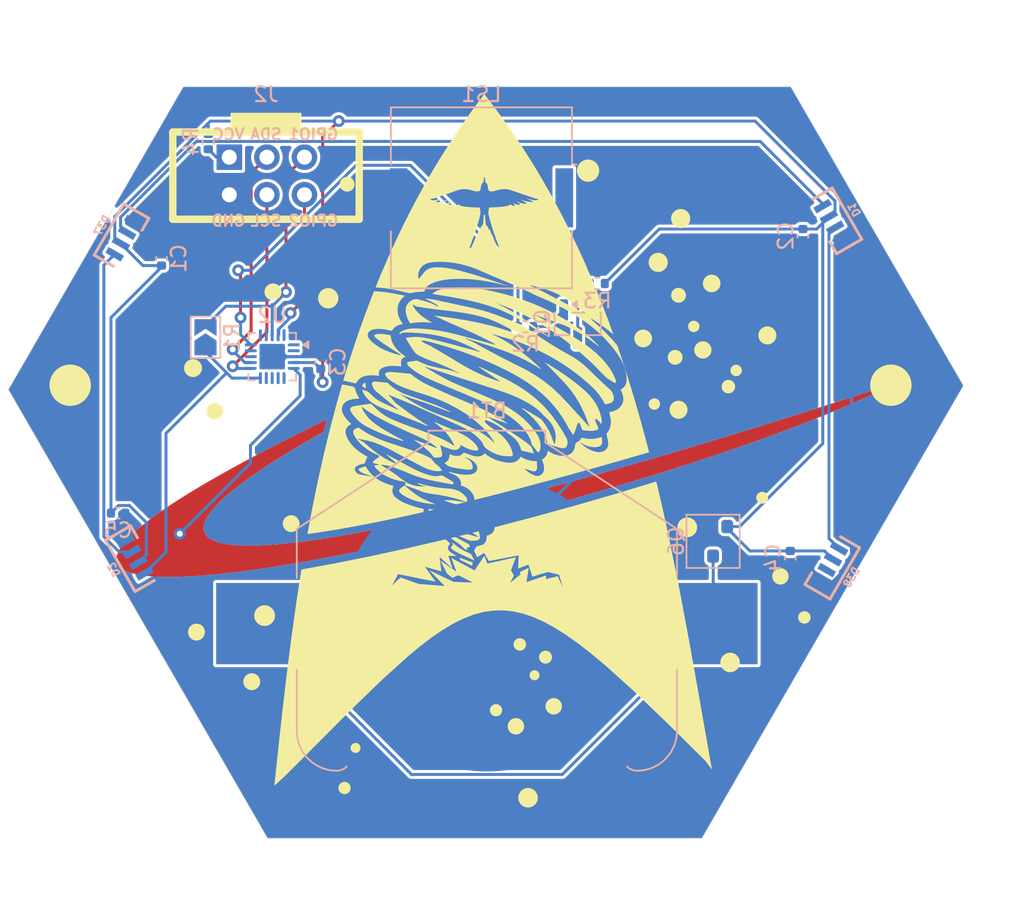
<source format=kicad_pcb>
(kicad_pcb (version 20241229) (generator "pcbnew") (generator_version "9.0")
  (layers (0 "F.Cu" signal) (2 "B.Cu" signal) (13 "F.Paste" user) (15 "B.Paste" user) (5 "F.SilkS" user "F.Silkscreen") (7 "B.SilkS" user "B.Silkscreen") (1 "F.Mask" user) (3 "B.Mask" user) (25 "Edge.Cuts" user))
  (net 0 "")
  (net 1 "Net-(BT1-+)")
  (net 2 "Net-(D1-DOUT)")
  (net 3 "Net-(Q1-D)")
  (net 4 "Net-(D2-DOUT)")
  (net 5 "GND")
  (net 6 "/DIO")
  (net 7 "Net-(Q1-G)")
  (net 8 "/buzzer")
  (net 9 "/CS{slash}MISO")
  (net 11 "/SCL{slash}SCK")
  (net 12 "VDD")
  (net 13 "/UPDI")
  (net 14 "/SDA{slash}MOSI{slash}DATA")
  (net 15 "Net-(J2-VCC)")
  (net 19 "Net-(D1-DIN)")
  (net 20 "/PTC_1")
  (net 22 "/PTC_4")
  (net 23 "/PTC_5")
  (net 26 "/PTC_0")
  (net 27 "/PTC_2")
  (net 28 "/PTC_3")
  (footprint "Simple_Addon_v2:Simple_Addon_v2-BADGE-2x3" (layer "F.Cu") (at 93.84 44.52)
    (property "Reference" "J2")
    (property "Value" "Conn_02x03_Counter_Clockwise")
  )
  (footprint "footprints:Swoosh" (layer "F.Cu") (at 110.07 62.15558)
    (property "Reference" "J1" (hide yes))
    (property "Value" "Conn_01x01_Pin")
  )
  (footprint "Capacitor_SMD:C_0402_1005Metric" (layer "B.Cu") (at 97.54 57.11 90)
    (property "Reference" "C3")
    (property "Value" "2u")
  )
  (footprint "Capacitor_SMD:C_0402_1005Metric" (layer "B.Cu") (at 129.28 70.38 -90)
    (property "Reference" "C4")
    (property "Value" "2u")
  )
  (footprint "footprints:WS2812B-4020" (layer "B.Cu") (at 132.46 47.46 120)
    (property "Reference" "D1")
    (property "Value" "WS2812B" (hide yes))
  )
  (footprint "Package_DFN_QFN:VQFN-20-1EP_3x3mm_P0.4mm_EP1.7x1.7mm" (layer "B.Cu") (at 94.26 56.76 180)
    (property "Reference" "U2")
    (property "Value" "ATtiny816-M")
  )
  (footprint "Capacitor_SMD:C_0402_1005Metric" (layer "B.Cu") (at 86.78 50.12 90)
    (property "Reference" "C1")
    (property "Value" "2u")
  )
  (footprint "Resistor_SMD:R_0402_1005Metric" (layer "B.Cu") (at 111.38 54.73)
    (property "Reference" "R2")
    (property "Value" "27")
  )
  (footprint "footprints:WS2812B-4020" (layer "B.Cu") (at 84.64 70.54 -60)
    (property "Reference" "D2")
    (property "Value" "WS2812B" (hide yes))
  )
  (footprint "Resistor_SMD:R_0402_1005Metric" (layer "B.Cu") (at 116.23 51.81)
    (property "Reference" "R3")
    (property "Value" "5.1k")
  )
  (footprint "Capacitor_SMD:C_0402_1005Metric" (layer "B.Cu") (at 130.13 48.61 -90)
    (property "Reference" "C2")
    (property "Value" "2u")
  )
  (footprint "Buzzer_Beeper:Buzzer_Murata_PKLCS1212E" (layer "B.Cu") (at 108.4 46.02 180)
    (property "Reference" "LS1")
    (property "Value" "Speaker_Ultrasound")
  )
  (footprint "Jumper:SolderJumper-2_P1.3mm_Open_TrianglePad1.0x1.5mm" (layer "B.Cu") (at 89.75 55.45 90)
    (property "Reference" "R1")
    (property "Value" "R")
  )
  (footprint "footprints:WS2812B-4020" (layer "B.Cu") (at 83.876269 48.536269 -120)
    (property "Reference" "D37")
    (property "Value" "WS2812B" (hide yes))
  )
  (footprint "Resistor_SMD:R_0402_1005Metric" (layer "B.Cu") (at 89.94 42.22 -90)
    (property "Reference" "R4")
    (property "Value" "27")
  )
  (footprint "footprints:WS2812B-4020" (layer "B.Cu") (at 132.313731 71.043731 60)
    (property "Reference" "D38")
    (property "Value" "WS2812B" (hide yes))
  )
  (footprint "PCM_Package_TO_SOT_SMD_AKL:SOT-23" (layer "B.Cu") (at 124.06 69.25 -90)
    (property "Reference" "Q6")
    (property "Value" "Si2323DS" (hide yes))
  )
  (footprint "Package_TO_SOT_SMD:SOT-23" (layer "B.Cu") (at 114.91 54.55 -90)
    (property "Reference" "Q1")
    (property "Value" "2N7002H")
  )
  (footprint "Capacitor_SMD:C_0402_1005Metric" (layer "B.Cu") (at 83.84 67.34)
    (property "Reference" "C5")
    (property "Value" "2u")
  )
  (footprint "Battery:BatteryHolder_Keystone_3008_1x2450" (layer "B.Cu") (at 108.77 74.815 180)
    (property "Reference" "BT1")
    (property "Value" "Battery")
  )
  (gr_poly (pts (xy 121.75383 59.74355) (xy 121.78478 59.745903) (xy 121.81528 59.749779) (xy 121.845293 59.755139) (xy 121.874778 59.761945) (xy 121.903699 59.770158) (xy 121.932017 59.77974) (xy 121.959693 59.790652) (xy 121.98669 59.802858) (xy 122.012968 59.816317) (xy 122.038491 59.830992) (xy 122.063218 59.846845) (xy 122.087113 59.863838) (xy 122.110137 59.881931) (xy 122.132251 59.901087) (xy 122.153418 59.921267) (xy 122.173598 59.942433) (xy 122.192754 59.964547) (xy 122.210847 59.987571) (xy 122.227839 60.011466) (xy 122.243692 60.036194) (xy 122.258368 60.061716) (xy 122.271827 60.087994) (xy 122.284033 60.114991) (xy 122.294945 60.142667) (xy 122.304528 60.170985) (xy 122.312741 60.199906) (xy 122.319546 60.229391) (xy 122.324906 60.259403) (xy 122.328782 60.289904) (xy 122.331136 60.320854) (xy 122.331929 60.352216) (xy 122.331136 60.38358) (xy 122.328782 60.414533) (xy 122.324906 60.445036) (xy 122.319546 60.47505) (xy 122.312741 60.504538) (xy 122.304528 60.53346) (xy 122.294945 60.561778) (xy 122.284033 60.589455) (xy 122.271827 60.616453) (xy 122.258368 60.642731) (xy 122.243692 60.668254) (xy 122.227839 60.692981) (xy 122.210847 60.716876) (xy 122.192754 60.739899) (xy 122.173598 60.762012) (xy 122.153418 60.783178) (xy 122.132251 60.803357) (xy 122.110137 60.822512) (xy 122.087113 60.840604) (xy 122.063218 60.857595) (xy 122.038491 60.873447) (xy 122.012968 60.888121) (xy 121.98669 60.90158) (xy 121.959693 60.913784) (xy 121.932017 60.924696) (xy 121.903699 60.934277) (xy 121.874778 60.942489) (xy 121.845293 60.949293) (xy 121.81528 60.954653) (xy 121.78478 60.958528) (xy 121.75383 60.960881) (xy 121.722468 60.961674) (xy 121.691103 60.960881) (xy 121.660151 60.958528) (xy 121.629648 60.954653) (xy 121.599634 60.949293) (xy 121.570147 60.942489) (xy 121.541225 60.934277) (xy 121.512907 60.924696) (xy 121.48523 60.913784) (xy 121.458233 60.90158) (xy 121.431954 60.888121) (xy 121.406432 60.873447) (xy 121.381704 60.857595) (xy 121.35781 60.840604) (xy 121.334787 60.822512) (xy 121.312673 60.803357) (xy 121.291508 60.783178) (xy 121.271328 60.762012) (xy 121.252173 60.739899) (xy 121.234081 60.716876) (xy 121.21709 60.692981) (xy 121.201238 60.668254) (xy 121.186564 60.642731) (xy 121.173106 60.616453) (xy 121.160902 60.589455) (xy 121.14999 60.561778) (xy 121.140409 60.53346) (xy 121.132197 60.504538) (xy 121.125392 60.47505) (xy 121.120033 60.445036) (xy 121.116157 60.414533) (xy 121.113804 60.38358) (xy 121.113011 60.352216) (xy 121.113804 60.320854) (xy 121.116157 60.289904) (xy 121.120033 60.259403) (xy 121.125392 60.229391) (xy 121.132197 60.199906) (xy 121.140409 60.170985) (xy 121.14999 60.142667) (xy 121.160902 60.114991) (xy 121.173106 60.087994) (xy 121.186564 60.061716) (xy 121.201238 60.036194) (xy 121.21709 60.011466) (xy 121.234081 59.987571) (xy 121.252173 59.964547) (xy 121.271328 59.942433) (xy 121.291508 59.921267) (xy 121.312673 59.901087) (xy 121.334787 59.881931) (xy 121.35781 59.863838) (xy 121.381704 59.846845) (xy 121.406432 59.830992) (xy 121.431954 59.816317) (xy 121.458233 59.802858) (xy 121.48523 59.790652) (xy 121.512907 59.77974) (xy 121.541225 59.770158) (xy 121.570147 59.761945) (xy 121.599634 59.755139) (xy 121.629648 59.749779) (xy 121.660151 59.745903) (xy 121.691103 59.74355) (xy 121.722468 59.742757)) (fill yes) (layer "F.SilkS"))
  (gr_poly (pts (xy 110.759943 81.205747) (xy 110.788124 81.207889) (xy 110.815894 81.211418) (xy 110.84322 81.216298) (xy 110.870067 81.222494) (xy 110.8964 81.229971) (xy 110.922183 81.238695) (xy 110.947383 81.248631) (xy 110.971963 81.259743) (xy 110.99589 81.271997) (xy 111.019129 81.285358) (xy 111.041644 81.299792) (xy 111.0634 81.315263) (xy 111.084363 81.331736) (xy 111.104499 81.349177) (xy 111.123771 81.367551) (xy 111.142145 81.386822) (xy 111.159587 81.406957) (xy 111.176061 81.42792) (xy 111.191533 81.449676) (xy 111.205967 81.472191) (xy 111.21933 81.49543) (xy 111.231585 81.519357) (xy 111.242698 81.543938) (xy 111.252634 81.569139) (xy 111.261359 81.594923) (xy 111.268837 81.621257) (xy 111.275033 81.648105) (xy 111.279914 81.675434) (xy 111.283443 81.703206) (xy 111.285586 81.731389) (xy 111.286308 81.759947) (xy 111.285586 81.788505) (xy 111.283443 81.816687) (xy 111.279914 81.84446) (xy 111.275033 81.871788) (xy 111.268837 81.898636) (xy 111.261359 81.92497) (xy 111.252634 81.950754) (xy 111.242698 81.975954) (xy 111.231585 82.000535) (xy 111.21933 82.024462) (xy 111.205967 82.047701) (xy 111.191533 82.070216) (xy 111.176061 82.091972) (xy 111.159587 82.112935) (xy 111.142145 82.133069) (xy 111.123771 82.152341) (xy 111.104499 82.170715) (xy 111.084363 82.188156) (xy 111.0634 82.204629) (xy 111.041644 82.2201) (xy 111.019129 82.234533) (xy 110.99589 82.247894) (xy 110.971963 82.260148) (xy 110.947383 82.271261) (xy 110.922183 82.281196) (xy 110.8964 82.28992) (xy 110.870067 82.297397) (xy 110.84322 82.303593) (xy 110.815894 82.308473) (xy 110.788124 82.312002) (xy 110.759943 82.314145) (xy 110.731388 82.314867) (xy 110.70283 82.314145) (xy 110.674647 82.312002) (xy 110.646874 82.308473) (xy 110.619545 82.303593) (xy 110.592696 82.297397) (xy 110.566361 82.28992) (xy 110.540576 82.281196) (xy 110.515374 82.271261) (xy 110.490792 82.260148) (xy 110.466863 82.247894) (xy 110.443623 82.234533) (xy 110.421107 82.2201) (xy 110.399349 82.204629) (xy 110.378385 82.188156) (xy 110.358248 82.170715) (xy 110.338975 82.152341) (xy 110.3206 82.133069) (xy 110.303157 82.112935) (xy 110.286682 82.091972) (xy 110.27121 82.070216) (xy 110.256775 82.047701) (xy 110.243413 82.024462) (xy 110.231157 82.000535) (xy 110.220044 81.975954) (xy 110.210107 81.950754) (xy 110.201382 81.92497) (xy 110.193904 81.898636) (xy 110.187707 81.871788) (xy 110.182827 81.84446) (xy 110.179298 81.816687) (xy 110.177155 81.788505) (xy 110.176432 81.759947) (xy 110.177155 81.731389) (xy 110.179298 81.703206) (xy 110.182827 81.675434) (xy 110.187707 81.648105) (xy 110.193904 81.621257) (xy 110.201382 81.594923) (xy 110.210107 81.569139) (xy 110.220044 81.543938) (xy 110.231157 81.519357) (xy 110.243413 81.49543) (xy 110.256775 81.472191) (xy 110.27121 81.449676) (xy 110.286682 81.42792) (xy 110.303157 81.406957) (xy 110.3206 81.386822) (xy 110.338975 81.367551) (xy 110.358248 81.349177) (xy 110.378385 81.331736) (xy 110.399349 81.315263) (xy 110.421107 81.299792) (xy 110.443623 81.285358) (xy 110.466863 81.271997) (xy 110.490792 81.259743) (xy 110.515374 81.248631) (xy 110.540576 81.238695) (xy 110.566361 81.229971) (xy 110.592696 81.222494) (xy 110.619545 81.216298) (xy 110.646874 81.211418) (xy 110.674647 81.207889) (xy 110.70283 81.205747) (xy 110.731388 81.205025)) (fill yes) (layer "F.SilkS"))
  (gr_poly (pts (xy 100.069755 61.56373) (xy 100.078425 61.564167) (xy 100.087017 61.564985) (xy 100.095426 61.566181) (xy 100.10355 61.56775) (xy 100.111283 61.569691) (xy 100.118522 61.571999) (xy 100.125163 61.574672) (xy 100.131102 61.577707) (xy 100.133777 61.579359) (xy 100.136236 61.5811) (xy 100.244011 61.660428) (xy 100.353889 61.736697) (xy 100.465785 61.81002) (xy 100.579612 61.880515) (xy 100.695282 61.948295) (xy 100.81271 62.013477) (xy 100.931808 62.076175) (xy 101.052489 62.136505) (xy 101.298253 62.25052) (xy 101.54931 62.356445) (xy 101.804964 62.455201) (xy 102.06452 62.547711) (xy 103.510732 63.027666) (xy 103.868895 63.154476) (xy 104.223122 63.289273) (xy 104.572123 63.434686) (xy 104.744262 63.512196) (xy 104.91461 63.593346) (xy 104.921751 63.596929) (xy 104.928874 63.600667) (xy 104.93596 63.604555) (xy 104.942992 63.608592) (xy 104.949952 63.612773) (xy 104.956822 63.617096) (xy 104.963583 63.621557) (xy 104.970217 63.626153) (xy 104.976707 63.630882) (xy 104.983034 63.63574) (xy 104.98918 63.640724) (xy 104.995127 63.645832) (xy 105.000858 63.651059) (xy 105.006353 63.656403) (xy 105.011595 63.66186) (xy 105.016566 63.667429) (xy 105.034394 63.688653) (xy 105.051821 63.710209) (xy 105.085815 63.754019) (xy 105.152781 63.842362) (xy 105.187135 63.885713) (xy 105.204831 63.906924) (xy 105.222989 63.927728) (xy 105.241694 63.948051) (xy 105.261034 63.967818) (xy 105.281094 63.986955) (xy 105.30196 64.005389) (xy 105.363347 64.055794) (xy 105.425619 64.105677) (xy 105.487313 64.156635) (xy 105.517485 64.183016) (xy 105.546964 64.210264) (xy 105.575566 64.238579) (xy 105.603109 64.268159) (xy 105.62941 64.299206) (xy 105.654286 64.331917) (xy 105.677553 64.366493) (xy 105.69903 64.403133) (xy 105.709039 64.422289) (xy 105.718532 64.442037) (xy 105.727486 64.462399) (xy 105.735878 64.483403) (xy 105.684997 64.486956) (xy 105.635216 64.49139) (xy 105.538589 64.500469) (xy 105.491561 64.503898) (xy 105.445268 64.505777) (xy 105.42237 64.505946) (xy 105.399621 64.505498) (xy 105.37701 64.50436) (xy 105.354527 64.502454) (xy 105.280316 64.493468) (xy 105.207144 64.481949) (xy 105.134967 64.468033) (xy 105.063739 64.451857) (xy 104.993416 64.433559) (xy 104.923954 64.413274) (xy 104.855309 64.391141) (xy 104.787436 64.367295) (xy 104.72029 64.341875) (xy 104.653828 64.315016) (xy 104.522775 64.257532) (xy 104.393921 64.195938) (xy 104.266911 64.131331) (xy 102.350624 63.107217) (xy 102.132671 62.995058) (xy 101.912726 62.886417) (xy 101.689987 62.782927) (xy 101.463651 62.686221) (xy 101.348884 62.640923) (xy 101.232917 62.597932) (xy 101.11565 62.557455) (xy 100.996982 62.519694) (xy 100.876814 62.484853) (xy 100.755044 62.453138) (xy 100.631574 62.424751) (xy 100.506302 62.399898) (xy 100.382829 62.378312) (xy 100.259092 62.357652) (xy 100.011354 62.316997) (xy 100.028175 62.32744) (xy 100.045152 62.337377) (xy 100.062259 62.346864) (xy 100.079468 62.355955) (xy 100.114089 62.373178) (xy 100.148805 62.389491) (xy 100.217679 62.421175) (xy 100.251416 62.437438) (xy 100.284404 62.454578) (xy 100.318501 62.473639) (xy 100.352396 62.493301) (xy 100.385886 62.513631) (xy 100.418768 62.534702) (xy 100.45084 62.556583) (xy 100.466508 62.56785) (xy 100.481899 62.579345) (xy 100.496985 62.591078) (xy 100.511742 62.603057) (xy 100.526144 62.615292) (xy 100.540167 62.627791) (xy 100.779502 62.841132) (xy 101.025501 63.046858) (xy 101.151377 63.146439) (xy 101.279372 63.243605) (xy 101.409636 63.338185) (xy 101.542321 63.430008) (xy 101.677577 63.518905) (xy 101.815555 63.604704) (xy 101.956407 63.687234) (xy 102.100283 63.766327) (xy 102.247333 63.84181) (xy 102.39771 63.913514) (xy 102.551564 63.981268) (xy 102.709045 64.0449) (xy 102.714897 64.047056) (xy 102.720807 64.049046) (xy 102.726767 64.050903) (xy 102.732769 64.052662) (xy 102.757023 64.059364) (xy 102.026066 63.423306) (xy 101.992199 63.405622) (xy 101.958332 63.387675) (xy 101.965212 63.381386) (xy 101.972091 63.375196) (xy 101.985849 63.362981) (xy 102.019937 63.383265) (xy 102.054287 63.403549) (xy 103.433296 64.143677) (xy 103.768914 64.320332) (xy 103.938573 64.405542) (xy 104.11032 64.487196) (xy 104.284795 64.564188) (xy 104.46264 64.635408) (xy 104.553026 64.668507) (xy 104.644495 64.699748) (xy 104.737127 64.728993) (xy 104.831001 64.756102) (xy 104.918991 64.779639) (xy 105.007539 64.801195) (xy 105.052021 64.810809) (xy 105.096642 64.81942) (xy 105.141399 64.826861) (xy 105.186293 64.832962) (xy 105.231324 64.837553) (xy 105.276491 64.840467) (xy 105.321793 64.841534) (xy 105.36723 64.840585) (xy 105.412801 64.837451) (xy 105.458506 64.831963) (xy 105.504344 64.823952) (xy 105.550315 64.813249) (xy 105.570528 64.808327) (xy 105.590307 64.804283) (xy 105.609682 64.801125) (xy 105.628682 64.798863) (xy 105.647337 64.797507) (xy 105.665677 64.797065) (xy 105.68373 64.797547) (xy 105.701526 64.798962) (xy 105.719095 64.80132) (xy 105.736465 64.80463) (xy 105.753668 64.808901) (xy 105.770731 64.814143) (xy 105.787684 64.820364) (xy 105.804558 64.827574) (xy 105.82138 64.835783) (xy 105.838182 64.845) (xy 106.163179 65.032501) (xy 106.324454 65.127575) (xy 106.404294 65.176021) (xy 106.483415 65.225294) (xy 106.486408 65.22739) (xy 106.489301 65.229826) (xy 106.492089 65.232582) (xy 106.494768 65.235637) (xy 106.497334 65.238971) (xy 106.499785 65.242561) (xy 106.504322 65.250429) (xy 106.508348 65.259074) (xy 106.511834 65.268329) (xy 106.514748 65.278027) (xy 106.51706 65.288) (xy 106.518739 65.29808) (xy 106.519756 65.3081) (xy 106.520078 65.317893) (xy 106.519677 65.32729) (xy 106.518522 65.336126) (xy 106.517652 65.340281) (xy 106.516582 65.344232) (xy 106.515308 65.347959) (xy 106.513826 65.351441) (xy 106.512133 65.354656) (xy 106.510225 65.357585) (xy 106.508096 65.360186) (xy 106.505626 65.362698) (xy 106.502831 65.365118) (xy 106.499728 65.367447) (xy 106.492669 65.371823) (xy 106.484588 65.37582) (xy 106.475624 65.379428) (xy 106.465917 65.382639) (xy 106.455606 65.385445) (xy 106.444828 65.387837) (xy 106.433725 65.389808) (xy 106.422433 65.391349) (xy 106.411093 65.392451) (xy 106.399844 65.393107) (xy 106.388824 65.393308) (xy 106.378172 65.393046) (xy 106.368028 65.392313) (xy 106.358531 65.391099) (xy 105.849473 65.288087) (xy 105.547384 65.235966) (xy 105.247276 65.178562) (xy 104.94954 65.114691) (xy 104.65457 65.043172) (xy 104.362759 64.962823) (xy 104.074499 64.872461) (xy 103.931823 64.823155) (xy 103.790183 64.770904) (xy 103.649626 64.715557) (xy 103.510203 64.656969) (xy 103.385729 64.603887) (xy 103.260337 64.552392) (xy 103.007495 64.452975) (xy 102.498437 64.260094) (xy 102.390413 64.221625) (xy 102.280955 64.187554) (xy 102.170115 64.157651) (xy 102.057949 64.131683) (xy 101.94451 64.109419) (xy 101.829851 64.090628) (xy 101.714026 64.075078) (xy 101.59709 64.062538) (xy 101.600392 64.06674) (xy 101.603811 64.070757) (xy 101.607339 64.0746) (xy 101.61097 64.078281) (xy 101.614695 64.081814) (xy 101.618509 64.08521) (xy 101.622403 64.088482) (xy 101.626371 64.091642) (xy 101.630404 64.094704) (xy 101.634497 64.097678) (xy 101.64283 64.103416) (xy 101.651312 64.108956) (xy 101.659886 64.114397) (xy 102.055128 64.364251) (xy 102.251576 64.490435) (xy 102.34871 64.554651) (xy 102.444815 64.619926) (xy 102.54776 64.692458) (xy 102.64926 64.766522) (xy 102.850067 64.916921) (xy 103.051537 65.066459) (xy 103.153863 65.139449) (xy 103.257968 65.210475) (xy 103.335448 65.259168) (xy 103.415237 65.304035) (xy 103.497154 65.345058) (xy 103.581018 65.382223) (xy 103.66665 65.415515) (xy 103.753869 65.444918) (xy 103.842494 65.470415) (xy 103.932346 65.491993) (xy 104.023244 65.509635) (xy 104.115007 65.523325) (xy 104.207456 65.533049) (xy 104.300409 65.538791) (xy 104.393687 65.540535) (xy 104.487109 65.538266) (xy 104.580495 65.531968) (xy 104.673665 65.521626) (xy 104.587626 65.510648) (xy 104.504332 65.497825) (xy 104.463807 65.490353) (xy 104.42408 65.481977) (xy 104.385188 65.472548) (xy 104.347169 65.461919) (xy 104.310059 65.449943) (xy 104.273896 65.436471) (xy 104.238717 65.421356) (xy 104.204558 65.404449) (xy 104.171459 65.385604) (xy 104.139454 65.364672) (xy 104.108583 65.341505) (xy 104.078881 65.315956) (xy 104.086187 65.315654) (xy 104.09342 65.315536) (xy 104.100585 65.315599) (xy 104.107682 65.315836) (xy 104.114716 65.316242) (xy 104.121688 65.316813) (xy 104.128601 65.317543) (xy 104.135458 65.318427) (xy 104.142261 65.31946) (xy 104.149013 65.320636) (xy 104.162373 65.323399) (xy 104.175561 65.326674) (xy 104.188595 65.330421) (xy 104.419153 65.396855) (xy 104.651472 65.456479) (xy 104.885494 65.509332) (xy 105.121162 65.55545) (xy 105.358417 65.594871) (xy 105.597203 65.627632) (xy 105.837459 65.65377) (xy 106.07913 65.673323) (xy 106.208669 65.684205) (xy 106.272599 65.691428) (xy 106.335913 65.69999) (xy 106.398568 65.710003) (xy 106.460521 65.72158) (xy 106.521728 65.734833) (xy 106.582147 65.749875) (xy 106.641736 65.766819) (xy 106.70045 65.785777) (xy 106.758248 65.806862) (xy 106.815086 65.830187) (xy 106.870921 65.855864) (xy 106.925711 65.884007) (xy 106.979413 65.914727) (xy 107.031984 65.948137) (xy 107.055738 65.964503) (xy 107.079108 65.981433) (xy 107.102091 65.998896) (xy 107.124682 66.016862) (xy 107.146878 66.035298) (xy 107.168676 66.054176) (xy 107.190072 66.073462) (xy 107.211062 66.093127) (xy 107.231643 66.113139) (xy 107.251811 66.133467) (xy 107.271563 66.154081) (xy 107.290894 66.174949) (xy 107.328283 66.217324) (xy 107.363948 66.260344) (xy 107.363945 66.260347) (xy 107.377351 66.277912) (xy 107.389503 66.29593) (xy 107.400372 66.314373) (xy 107.409927 66.333216) (xy 107.418138 66.352431) (xy 107.424976 66.371991) (xy 107.43041 66.391869) (xy 107.434411 66.412039) (xy 107.436948 66.432473) (xy 107.437992 66.453145) (xy 107.437513 66.474028) (xy 107.43548 66.495095) (xy 107.431864 66.516319) (xy 107.426634 66.537674) (xy 107.419762 66.559131) (xy 107.411216 66.580666) (xy 107.386699 66.586533) (xy 107.374406 66.589549) (xy 107.362181 66.592662) (xy 107.228914 66.541441) (xy 107.094779 66.493134) (xy 106.824028 66.40478) (xy 106.550185 66.326638) (xy 106.273507 66.257743) (xy 105.994249 66.197134) (xy 105.712667 66.143846) (xy 105.429019 66.096916) (xy 105.143559 66.055382) (xy 105.032713 66.0399) (xy 104.922281 66.023075) (xy 104.812443 66.004092) (xy 104.703383 65.982136) (xy 104.595281 65.956394) (xy 104.541647 65.941848) (xy 104.488321 65.92605) (xy 104.435325 65.908898) (xy 104.382683 65.890291) (xy 104.330417 65.870126) (xy 104.27855 65.848302) (xy 104.164383 65.800077) (xy 104.048826 65.75427) (xy 103.932178 65.710356) (xy 103.814736 65.667811) (xy 103.342984 65.500813) (xy 103.311857 65.489729) (xy 103.280498 65.479075) (xy 103.217747 65.458128) (xy 103.23439 65.425438) (xy 103.247766 65.395656) (xy 103.253211 65.381805) (xy 103.257817 65.368622) (xy 103.261578 65.356085) (xy 103.264485 65.344176) (xy 103.266532 65.332874) (xy 103.267712 65.322159) (xy 103.268016 65.312012) (xy 103.267438 65.302412) (xy 103.26597 65.293339) (xy 103.263606 65.284773) (xy 103.260337 65.276695) (xy 103.256157 65.269084) (xy 103.251058 65.261921) (xy 103.245032 65.255186) (xy 103.238074 65.248858) (xy 103.230175 65.242918) (xy 103.221327 65.237345) (xy 103.211525 65.23212) (xy 103.200759 65.227223) (xy 103.189024 65.222633) (xy 103.176312 65.218332) (xy 103.162615 65.214298) (xy 103.132238 65.206954) (xy 103.097836 65.200442) (xy 103.05935 65.194603) (xy 103.006342 65.186905) (xy 102.953446 65.178127) (xy 102.900706 65.168317) (xy 102.848169 65.157518) (xy 102.79588 65.145776) (xy 102.743885 65.133137) (xy 102.692229 65.119647) (xy 102.640957 65.105351) (xy 102.536217 65.07367) (xy 102.43321 65.039792) (xy 102.332046 65.003585) (xy 102.232837 64.964918) (xy 102.135696 64.923662) (xy 102.040733 64.879685) (xy 101.948061 64.832856) (xy 101.857791 64.783045) (xy 101.770034 64.730121) (xy 101.684902 64.673953) (xy 101.602508 64.614411) (xy 101.522961 64.551363) (xy 101.446375 64.48468) (xy 101.37286 64.414229) (xy 101.302528 64.339881) (xy 101.235492 64.261505) (xy 101.222598 64.244875) (xy 101.210262 64.227815) (xy 101.198315 64.210359) (xy 101.186587 64.192538) (xy 101.16311 64.155938) (xy 101.151023 64.137224) (xy 101.138476 64.118278) (xy 101.465501 64.077708) (xy 101.465562 64.07083) (xy 101.465722 64.063951) (xy 101.466208 64.050192) (xy 101.079562 63.953532) (xy 101.077586 63.945478) (xy 101.076081 63.937585) (xy 101.075033 63.929849) (xy 101.074431 63.922265) (xy 101.074261 63.91483) (xy 101.074511 63.907538) (xy 101.075167 63.900385) (xy 101.076217 63.893367) (xy 101.077647 63.886481) (xy 101.079446 63.87972) (xy 101.0816 63.873082) (xy 101.084096 63.866561) (xy 101.086921 63.860154) (xy 101.090063 63.853856) (xy 101.093509 63.847663) (xy 101.097246 63.84157) (xy 101.101261 63.835573) (xy 101.105541 63.829668) (xy 101.114844 63.818116) (xy 101.125055 63.806879) (xy 101.136068 63.795923) (xy 101.147783 63.785213) (xy 101.160095 63.774715) (xy 101.172902 63.764393) (xy 101.186102 63.754213) (xy 101.253279 63.704388) (xy 101.320819 63.654861) (xy 101.354426 63.62993) (xy 101.387764 63.604738) (xy 101.420713 63.579175) (xy 101.453154 63.553128) (xy 101.458068 63.548998) (xy 101.462686 63.544878) (xy 101.467002 63.540768) (xy 101.471008 63.53667) (xy 101.474698 63.532585) (xy 101.478064 63.528514) (xy 101.481101 63.524458) (xy 101.483802 63.520419) (xy 101.48616 63.516397) (xy 101.488167 63.512394) (xy 101.489818 63.508411) (xy 101.491106 63.504449) (xy 101.492024 63.500509) (xy 101.492565 63.496593) (xy 101.492722 63.492701) (xy 101.49249 63.488834) (xy 101.49186 63.484995) (xy 101.490827 63.481184) (xy 101.489384 63.477401) (xy 101.487524 63.47365) (xy 101.485239 63.469929) (xy 101.482525 63.466242) (xy 101.479373 63.462588) (xy 101.475777 63.45897) (xy 101.471731 63.455387) (xy 101.467227 63.451842) (xy 101.462259 63.448335) (xy 101.456821 63.444868) (xy 101.450905 63.441442) (xy 101.444504 63.438058) (xy 101.437613 63.434717) (xy 101.430224 63.431421) (xy 101.389506 63.413703) (xy 101.349085 63.395509) (xy 101.308929 63.376894) (xy 101.269005 63.357911) (xy 101.189718 63.319055) (xy 101.11096 63.279373) (xy 101.005259 63.22377) (xy 100.902272 63.16592) (xy 100.802097 63.105754) (xy 100.704837 63.043199) (xy 100.610589 62.978184) (xy 100.519456 62.910638) (xy 100.431537 62.84049) (xy 100.346933 62.767669) (xy 100.265743 62.692102) (xy 100.188069 62.613719) (xy 100.114009 62.532448) (xy 100.043665 62.448218) (xy 99.977137 62.360958) (xy 99.914525 62.270596) (xy 99.855929 62.177062) (xy 99.801449 62.080283) (xy 99.777507 62.032529) (xy 99.767286 62.009854) (xy 99.758242 61.987943) (xy 99.750384 61.966768) (xy 99.74372 61.946301) (xy 99.738256 61.926515) (xy 99.734003 61.907382) (xy 99.730967 61.888873) (xy 99.729156 61.870961) (xy 99.728579 61.853618) (xy 99.729243 61.836817) (xy 99.731157 61.820529) (xy 99.734329 61.804726) (xy 99.738766 61.789382) (xy 99.744477 61.774467) (xy 99.751469 61.759954) (xy 99.759751 61.745815) (xy 99.76933 61.732023) (xy 99.780215 61.718549) (xy 99.792413 61.705366) (xy 99.805934 61.692446) (xy 99.820783 61.679761) (xy 99.836971 61.667283) (xy 99.854504 61.654984) (xy 99.873391 61.642837) (xy 99.893639 61.630814) (xy 99.915257 61.618886) (xy 99.962634 61.595206) (xy 100.015586 61.571576) (xy 100.021899 61.569264) (xy 100.028859 61.567355) (xy 100.036364 61.565844) (xy 100.04431 61.564729) (xy 100.052593 61.564008) (xy 100.061109 61.563675)) (fill yes) (layer "F.SilkS"))
  (gr_poly (pts (xy 94.342288 51.810358) (xy 94.371444 51.812575) (xy 94.400176 51.816226) (xy 94.428448 51.821275) (xy 94.456224 51.827686) (xy 94.483468 51.835422) (xy 94.510144 51.844448) (xy 94.536215 51.854727) (xy 94.561646 51.866224) (xy 94.586401 51.878903) (xy 94.610443 51.892727) (xy 94.633736 51.90766) (xy 94.656245 51.923666) (xy 94.677933 51.940709) (xy 94.698764 51.958754) (xy 94.718703 51.977763) (xy 94.737712 51.997702) (xy 94.755756 52.018533) (xy 94.7728 52.040221) (xy 94.788806 52.06273) (xy 94.803739 52.086024) (xy 94.817563 52.110066) (xy 94.830241 52.13482) (xy 94.841738 52.160251) (xy 94.852018 52.186323) (xy 94.861044 52.212998) (xy 94.86878 52.240242) (xy 94.87519 52.268019) (xy 94.880239 52.296291) (xy 94.88389 52.325023) (xy 94.886107 52.354179) (xy 94.886854 52.383723) (xy 94.886107 52.413267) (xy 94.88389 52.442423) (xy 94.880239 52.471156) (xy 94.87519 52.499428) (xy 94.86878 52.527204) (xy 94.861044 52.554447) (xy 94.852018 52.581123) (xy 94.841738 52.607194) (xy 94.830241 52.632625) (xy 94.817563 52.65738) (xy 94.803739 52.681422) (xy 94.788806 52.704715) (xy 94.7728 52.727224) (xy 94.755756 52.748912) (xy 94.737712 52.769743) (xy 94.718703 52.789681) (xy 94.698764 52.808691) (xy 94.677933 52.826735) (xy 94.656245 52.843778) (xy 94.633736 52.859785) (xy 94.610443 52.874718) (xy 94.586401 52.888541) (xy 94.561646 52.90122) (xy 94.536215 52.912717) (xy 94.510144 52.922996) (xy 94.483468 52.932022) (xy 94.456224 52.939758) (xy 94.428448 52.946169) (xy 94.400176 52.951217) (xy 94.371444 52.954868) (xy 94.342288 52.957085) (xy 94.312744 52.957832) (xy 94.2832 52.957085) (xy 94.254043 52.954868) (xy 94.225311 52.951217) (xy 94.197039 52.946169) (xy 94.169263 52.939758) (xy 94.142019 52.932022) (xy 94.115343 52.922996) (xy 94.089272 52.912717) (xy 94.063841 52.90122) (xy 94.039086 52.888541) (xy 94.015044 52.874718) (xy 93.991751 52.859785) (xy 93.969242 52.843778) (xy 93.947554 52.826735) (xy 93.926723 52.808691) (xy 93.906784 52.789681) (xy 93.887775 52.769743) (xy 93.869731 52.748912) (xy 93.852687 52.727224) (xy 93.836681 52.704715) (xy 93.821748 52.681422) (xy 93.807924 52.65738) (xy 93.795246 52.632625) (xy 93.783749 52.607194) (xy 93.77347 52.581123) (xy 93.764444 52.554447) (xy 93.756708 52.527204) (xy 93.750297 52.499428) (xy 93.745248 52.471156) (xy 93.741597 52.442423) (xy 93.73938 52.413267) (xy 93.738633 52.383723) (xy 93.73938 52.354179) (xy 93.741597 52.325023) (xy 93.745248 52.296291) (xy 93.750297 52.268019) (xy 93.756708 52.240242) (xy 93.764444 52.212998) (xy 93.77347 52.186323) (xy 93.783749 52.160251) (xy 93.795246 52.13482) (xy 93.807924 52.110066) (xy 93.821748 52.086024) (xy 93.836681 52.06273) (xy 93.852687 52.040221) (xy 93.869731 52.018533) (xy 93.887775 51.997702) (xy 93.906784 51.977763) (xy 93.926723 51.958754) (xy 93.947554 51.940709) (xy 93.969242 51.923666) (xy 93.991751 51.90766) (xy 94.015044 51.892727) (xy 94.039086 51.878903) (xy 94.063841 51.866224) (xy 94.089272 51.854727) (xy 94.115343 51.844448) (xy 94.142019 51.835422) (xy 94.169263 51.827686) (xy 94.197039 51.821275) (xy 94.225311 51.816226) (xy 94.254043 51.812575) (xy 94.2832 51.810358) (xy 94.312744 51.809611)) (fill yes) (layer "F.SilkS"))
  (gr_poly (pts (xy 89.167175 74.818944) (xy 89.196146 74.821147) (xy 89.224696 74.824775) (xy 89.252788 74.829792) (xy 89.280387 74.836162) (xy 89.307458 74.84385) (xy 89.333963 74.852818) (xy 89.359868 74.863033) (xy 89.385137 74.874457) (xy 89.409734 74.887055) (xy 89.433622 74.900791) (xy 89.456766 74.91563) (xy 89.479131 74.931534) (xy 89.50068 74.948469) (xy 89.521378 74.966399) (xy 89.541189 74.985288) (xy 89.560077 75.005099) (xy 89.578005 75.025798) (xy 89.594939 75.047348) (xy 89.610843 75.069713) (xy 89.62568 75.092858) (xy 89.639415 75.116746) (xy 89.652012 75.141343) (xy 89.663435 75.166611) (xy 89.673648 75.192515) (xy 89.682616 75.21902) (xy 89.690302 75.246089) (xy 89.696671 75.273687) (xy 89.701688 75.301777) (xy 89.705315 75.330324) (xy 89.707518 75.359292) (xy 89.70826 75.388646) (xy 89.707518 75.417999) (xy 89.705315 75.446968) (xy 89.701688 75.475515) (xy 89.696671 75.503605) (xy 89.690302 75.531203) (xy 89.682616 75.558272) (xy 89.673648 75.584777) (xy 89.663435 75.610681) (xy 89.652012 75.635949) (xy 89.639415 75.660545) (xy 89.62568 75.684434) (xy 89.610843 75.707579) (xy 89.594939 75.729944) (xy 89.578005 75.751494) (xy 89.560077 75.772192) (xy 89.541189 75.792004) (xy 89.521378 75.810893) (xy 89.50068 75.828822) (xy 89.479131 75.845757) (xy 89.456766 75.861662) (xy 89.433622 75.8765) (xy 89.409734 75.890237) (xy 89.385137 75.902835) (xy 89.359868 75.914259) (xy 89.333963 75.924473) (xy 89.307458 75.933442) (xy 89.280387 75.941129) (xy 89.252788 75.947499) (xy 89.224696 75.952516) (xy 89.196146 75.956144) (xy 89.167175 75.958347) (xy 89.137819 75.95909) (xy 89.108465 75.958347) (xy 89.079497 75.956144) (xy 89.05095 75.952516) (xy 89.022859 75.947499) (xy 88.995261 75.941129) (xy 88.968192 75.933442) (xy 88.941688 75.924473) (xy 88.915784 75.914259) (xy 88.890515 75.902835) (xy 88.865919 75.890237) (xy 88.842031 75.8765) (xy 88.818886 75.861662) (xy 88.796521 75.845757) (xy 88.774971 75.828822) (xy 88.754273 75.810893) (xy 88.734461 75.792004) (xy 88.715573 75.772192) (xy 88.697643 75.751494) (xy 88.680708 75.729944) (xy 88.664804 75.707579) (xy 88.649965 75.684434) (xy 88.636229 75.660545) (xy 88.623631 75.635949) (xy 88.612207 75.610681) (xy 88.601993 75.584777) (xy 88.593024 75.558272) (xy 88.585337 75.531203) (xy 88.578967 75.503605) (xy 88.57395 75.475515) (xy 88.570322 75.446968) (xy 88.568119 75.417999) (xy 88.567377 75.388646) (xy 88.568119 75.359292) (xy 88.570322 75.330324) (xy 88.57395 75.301777) (xy 88.578967 75.273687) (xy 88.585337 75.246089) (xy 88.593024 75.21902) (xy 88.601993 75.192515) (xy 88.612207 75.166611) (xy 88.623631 75.141343) (xy 88.636229 75.116746) (xy 88.649965 75.092858) (xy 88.664804 75.069713) (xy 88.680708 75.047348) (xy 88.697643 75.025798) (xy 88.715573 75.005099) (xy 88.734461 74.985288) (xy 88.754273 74.966399) (xy 88.774971 74.948469) (xy 88.796521 74.931534) (xy 88.818886 74.91563) (xy 88.842031 74.900791) (xy 88.865919 74.887055) (xy 88.890515 74.874457) (xy 88.915784 74.863033) (xy 88.941688 74.852818) (xy 88.968192 74.84385) (xy 88.995261 74.836162) (xy 89.022859 74.829792) (xy 89.05095 74.824775) (xy 89.079497 74.821147) (xy 89.108465 74.818944) (xy 89.137819 74.818202)) (fill yes) (layer "F.SilkS"))
  (gr_poly (pts (xy 123.994501 51.217248) (xy 124.024646 51.219541) (xy 124.054354 51.223316) (xy 124.083586 51.228536) (xy 124.112306 51.235165) (xy 124.140475 51.243165) (xy 124.168056 51.252498) (xy 124.195013 51.263127) (xy 124.221308 51.275015) (xy 124.246904 51.288125) (xy 124.271763 51.302418) (xy 124.295848 51.317859) (xy 124.319122 51.33441) (xy 124.341547 51.352033) (xy 124.363086 51.370691) (xy 124.383702 51.390347) (xy 124.403358 51.410963) (xy 124.422016 51.432503) (xy 124.439639 51.454928) (xy 124.45619 51.478202) (xy 124.47163 51.502287) (xy 124.485924 51.527146) (xy 124.499034 51.552741) (xy 124.510922 51.579036) (xy 124.521551 51.605993) (xy 124.530884 51.633575) (xy 124.538883 51.661744) (xy 124.545512 51.690463) (xy 124.550733 51.719695) (xy 124.554508 51.749403) (xy 124.5568 51.779549) (xy 124.557573 51.810095) (xy 124.5568 51.840642) (xy 124.554508 51.870788) (xy 124.550733 51.900495) (xy 124.545512 51.929727) (xy 124.538883 51.958446) (xy 124.530884 51.986616) (xy 124.521551 52.014197) (xy 124.510922 52.041154) (xy 124.499034 52.067449) (xy 124.485924 52.093045) (xy 124.47163 52.117904) (xy 124.45619 52.141989) (xy 124.439639 52.165262) (xy 124.422016 52.187688) (xy 124.403358 52.209227) (xy 124.383702 52.229843) (xy 124.363086 52.249499) (xy 124.341547 52.268157) (xy 124.319122 52.28578) (xy 124.295848 52.302331) (xy 124.271763 52.317771) (xy 124.246904 52.332065) (xy 124.221308 52.345175) (xy 124.195013 52.357063) (xy 124.168056 52.367692) (xy 124.140475 52.377025) (xy 124.112306 52.385025) (xy 124.083586 52.391653) (xy 124.054354 52.396874) (xy 124.024646 52.400649) (xy 123.994501 52.402941) (xy 123.963954 52.403714) (xy 123.933407 52.402941) (xy 123.903262 52.400649) (xy 123.873554 52.396874) (xy 123.844322 52.391653) (xy 123.815603 52.385025) (xy 123.787434 52.377025) (xy 123.759853 52.367692) (xy 123.732896 52.357063) (xy 123.706601 52.345175) (xy 123.681006 52.332065) (xy 123.656147 52.317771) (xy 123.632062 52.302331) (xy 123.608788 52.28578) (xy 123.586363 52.268157) (xy 123.564824 52.249499) (xy 123.544208 52.229843) (xy 123.524552 52.209227) (xy 123.505894 52.187688) (xy 123.488271 52.165262) (xy 123.471721 52.141989) (xy 123.45628 52.117904) (xy 123.441986 52.093045) (xy 123.428877 52.067449) (xy 123.416989 52.041154) (xy 123.40636 52.014197) (xy 123.397027 51.986616) (xy 123.389027 51.958446) (xy 123.382399 51.929727) (xy 123.377178 51.900495) (xy 123.373403 51.870788) (xy 123.371111 51.840642) (xy 123.370338 51.810095) (xy 123.371111 51.779549) (xy 123.373403 51.749403) (xy 123.377178 51.719695) (xy 123.382399 51.690463) (xy 123.389027 51.661744) (xy 123.397027 51.633575) (xy 123.40636 51.605993) (xy 123.416989 51.579036) (xy 123.428877 51.552741) (xy 123.441986 51.527146) (xy 123.45628 51.502287) (xy 123.471721 51.478202) (xy 123.488271 51.454928) (xy 123.505894 51.432503) (xy 123.524552 51.410963) (xy 123.544208 51.390347) (xy 123.564824 51.370691) (xy 123.586363 51.352033) (xy 123.608788 51.33441) (xy 123.632062 51.317859) (xy 123.656147 51.302418) (xy 123.681006 51.288125) (xy 123.706601 51.275015) (xy 123.732896 51.263127) (xy 123.759853 51.252498) (xy 123.787434 51.243165) (xy 123.815603 51.235165) (xy 123.844322 51.228536) (xy 123.873554 51.223316) (xy 123.903262 51.219541) (xy 123.933407 51.217248) (xy 123.963954 51.216476)) (fill yes) (layer "F.SilkS"))
  (gr_poly (pts (xy 108.244567 68.561944) (xy 108.243625 68.563093) (xy 108.242716 68.564261) (xy 108.24184 68.565446) (xy 108.240997 68.56665) (xy 108.240187 68.567873) (xy 108.23941 68.569116) (xy 108.238667 68.570379) (xy 108.237956 68.571662) (xy 108.237278 68.572967) (xy 108.236633 68.574294) (xy 108.236021 68.575642) (xy 108.235442 68.577014) (xy 108.234896 68.578408) (xy 108.234383 68.579827) (xy 108.233903 68.58127) (xy 108.233772 68.581536) (xy 108.233645 68.581806) (xy 108.233585 68.581944) (xy 108.233527 68.582084) (xy 108.233472 68.582227) (xy 108.233421 68.582374) (xy 108.233373 68.582525) (xy 108.233331 68.582681) (xy 108.233293 68.582842) (xy 108.233262 68.583008) (xy 108.233236 68.583181) (xy 108.233217 68.58336) (xy 108.233205 68.583547) (xy 108.233201 68.583742) (xy 108.232819 68.584948) (xy 108.232466 68.586183) (xy 108.232138 68.587443) (xy 108.231831 68.588724) (xy 108.231541 68.590021) (xy 108.231264 68.591331) (xy 108.230729 68.593971) (xy 108.230481 68.595459) (xy 108.230266 68.597004) (xy 108.230084 68.598598) (xy 108.229935 68.600235) (xy 108.22982 68.601904) (xy 108.229737 68.603598) (xy 108.229687 68.605308) (xy 108.22967 68.607027) (xy 108.229708 68.609759) (xy 108.22982 68.612534) (xy 108.230007 68.615352) (xy 108.230271 68.618215) (xy 108.230611 68.621123) (xy 108.231028 68.624078) (xy 108.231523 68.62708) (xy 108.232095 68.630131) (xy 108.232747 68.633232) (xy 108.233477 68.636383) (xy 108.234287 68.639585) (xy 108.235177 68.642841) (xy 108.236148 68.64615) (xy 108.237199 68.649514) (xy 108.239549 68.65641) (xy 108.244519 68.671213) (xy 108.249133 68.686114) (xy 108.257424 68.716168) (xy 108.264681 68.746496) (xy 108.271165 68.777018) (xy 108.294581 68.89948) (xy 108.297329 68.914905) (xy 108.299357 68.929959) (xy 108.30067 68.944636) (xy 108.301271 68.958933) (xy 108.301165 68.972846) (xy 108.300356 68.98637) (xy 108.298847 68.999501) (xy 108.296642 69.012235) (xy 108.293747 69.024568) (xy 108.290163 69.036497) (xy 108.285897 69.048015) (xy 108.280951 69.059121) (xy 108.275329 69.069809) (xy 108.269036 69.080075) (xy 108.262076 69.089915) (xy 108.254453 69.099326) (xy 108.24617 69.108302) (xy 108.237231 69.11684) (xy 108.227641 69.124936) (xy 108.217404 69.132586) (xy 108.206524 69.139784) (xy 108.195004 69.146528) (xy 108.182849 69.152813) (xy 108.170062 69.158635) (xy 108.156648 69.16399) (xy 108.142611 69.168874) (xy 108.127954 69.173282) (xy 108.112682 69.177211) (xy 108.096799 69.180656) (xy 108.080308 69.183613) (xy 108.063214 69.186079) (xy 108.045521 69.188048) (xy 108.009656 69.19176) (xy 107.97377 69.196042) (xy 107.901985 69.204895) (xy 107.866111 69.208755) (xy 107.830266 69.211764) (xy 107.794463 69.213565) (xy 107.776581 69.213902) (xy 107.758714 69.213805) (xy 107.729661 69.21253) (xy 107.700322 69.210033) (xy 107.67091 69.206311) (xy 107.641634 69.201367) (xy 107.627113 69.198436) (xy 107.612705 69.195199) (xy 107.598437 69.191656) (xy 107.584335 69.187807) (xy 107.570425 69.183652) (xy 107.556734 69.179192) (xy 107.543288 69.174425) (xy 107.530113 69.169353) (xy 107.46949 69.144348) (xy 107.409265 69.118674) (xy 107.289607 69.066077) (xy 107.170346 69.013083) (xy 107.050688 68.961214) (xy 107.010736 68.944325) (xy 106.990561 68.935963) (xy 106.970253 68.927699) (xy 106.950085 68.919564) (xy 106.929817 68.911561) (xy 106.909483 68.903689) (xy 106.889116 68.895949) (xy 107.436628 68.761894) (xy 108.168641 68.961565) (xy 108.171786 68.959229) (xy 108.174881 68.956973) (xy 108.180989 68.952613) (xy 108.193336 68.943925) (xy 107.798222 68.672288) (xy 108.245543 68.560811)) (fill yes) (layer "F.SilkS"))
  (gr_poly (pts (xy 95.568 67.487165) (xy 95.596796 67.489355) (xy 95.625174 67.49296) (xy 95.653097 67.497947) (xy 95.68053 67.504278) (xy 95.707437 67.511919) (xy 95.733783 67.520833) (xy 95.759533 67.530986) (xy 95.784649 67.542341) (xy 95.809098 67.554862) (xy 95.832843 67.568515) (xy 95.855849 67.583264) (xy 95.87808 67.599072) (xy 95.8995 67.615905) (xy 95.920074 67.633727) (xy 95.939766 67.652501) (xy 95.958541 67.672193) (xy 95.976362 67.692767) (xy 95.993195 67.714187) (xy 96.009004 67.736418) (xy 96.023752 67.759424) (xy 96.037405 67.783169) (xy 96.049927 67.807618) (xy 96.061282 67.832735) (xy 96.071435 67.858484) (xy 96.080349 67.88483) (xy 96.08799 67.911738) (xy 96.094321 67.939171) (xy 96.099307 67.967094) (xy 96.102913 67.995471) (xy 96.105103 68.024268) (xy 96.105841 68.053447) (xy 96.105103 68.082626) (xy 96.102913 68.111422) (xy 96.099307 68.1398) (xy 96.094321 68.167723) (xy 96.08799 68.195156) (xy 96.080349 68.222063) (xy 96.071435 68.24841) (xy 96.061282 68.274159) (xy 96.049927 68.299276) (xy 96.037405 68.323725) (xy 96.023752 68.34747) (xy 96.009004 68.370476) (xy 95.993195 68.392706) (xy 95.976362 68.414127) (xy 95.958541 68.4347) (xy 95.939766 68.454393) (xy 95.920074 68.473167) (xy 95.8995 68.490989) (xy 95.87808 68.507822) (xy 95.855849 68.52363) (xy 95.832843 68.538379) (xy 95.809098 68.552032) (xy 95.784649 68.564553) (xy 95.759533 68.575908) (xy 95.733783 68.586061) (xy 95.707437 68.594975) (xy 95.68053 68.602616) (xy 95.653097 68.608947) (xy 95.625174 68.613933) (xy 95.596796 68.617539) (xy 95.568 68.619729) (xy 95.538821 68.620467) (xy 95.509639 68.619729) (xy 95.480839 68.617539) (xy 95.452459 68.613933) (xy 95.424533 68.608947) (xy 95.397098 68.602616) (xy 95.370188 68.594975) (xy 95.34384 68.586061) (xy 95.318088 68.575908) (xy 95.29297 68.564553) (xy 95.268519 68.552032) (xy 95.244773 68.538379) (xy 95.221765 68.52363) (xy 95.199533 68.507822) (xy 95.178112 68.490989) (xy 95.157537 68.473167) (xy 95.137844 68.454393) (xy 95.119068 68.4347) (xy 95.101246 68.414127) (xy 95.084413 68.392706) (xy 95.068604 68.370476) (xy 95.053855 68.34747) (xy 95.040201 68.323725) (xy 95.027679 68.299276) (xy 95.016324 68.274159) (xy 95.006171 68.24841) (xy 94.997257 68.222063) (xy 94.989616 68.195156) (xy 94.983284 68.167723) (xy 94.978298 68.1398) (xy 94.974692 68.111422) (xy 94.972503 68.082626) (xy 94.971765 68.053447) (xy 94.972503 68.024268) (xy 94.974692 67.995471) (xy 94.978298 67.967094) (xy 94.983284 67.939171) (xy 94.989616 67.911738) (xy 94.997257 67.88483) (xy 95.006171 67.858484) (xy 95.016324 67.832735) (xy 95.027679 67.807618) (xy 95.040201 67.783169) (xy 95.053855 67.759424) (xy 95.068604 67.736418) (xy 95.084413 67.714187) (xy 95.101246 67.692767) (xy 95.119068 67.672193) (xy 95.137844 67.652501) (xy 95.157537 67.633727) (xy 95.178112 67.615905) (xy 95.199533 67.599072) (xy 95.221765 67.583264) (xy 95.244773 67.568515) (xy 95.268519 67.554862) (xy 95.29297 67.542341) (xy 95.318088 67.530986) (xy 95.34384 67.520833) (xy 95.370188 67.511919) (xy 95.397098 67.504278) (xy 95.424533 67.497947) (xy 95.452459 67.49296) (xy 95.480839 67.489355) (xy 95.509639 67.487165) (xy 95.538821 67.486427)) (fill yes) (layer "F.SilkS"))
  (gr_poly (pts (xy 108.59246 39.000992) (xy 108.592587 39.001124) (xy 108.592648 39.00119) (xy 108.592706 39.001256) (xy 108.592762 39.001322) (xy 108.592813 39.001388) (xy 108.592861 39.001455) (xy 108.592903 39.001521) (xy 108.592941 39.001587) (xy 108.592973 39.001653) (xy 108.592987 39.001686) (xy 108.592999 39.001719) (xy 108.593009 39.001752) (xy 108.593018 39.001785) (xy 108.593025 39.001818) (xy 108.59303 39.001851) (xy 108.593033 39.001884) (xy 108.593034 39.001917) (xy 108.661605 39.088966) (xy 108.729911 39.176543) (xy 108.85691 39.340937) (xy 108.881254 39.372687) (xy 108.882312 39.374016) (xy 108.883369 39.375378) (xy 108.883899 39.376081) (xy 108.884428 39.376805) (xy 108.884957 39.377554) (xy 108.885487 39.378331) (xy 108.980735 39.503921) (xy 109.393883 40.052534) (xy 109.798106 40.604588) (xy 110.193505 41.16008) (xy 110.580186 41.719013) (xy 110.958252 42.281384) (xy 111.327805 42.847196) (xy 111.68895 43.416447) (xy 112.041789 43.989137) (xy 112.578161 44.892265) (xy 113.095661 45.803429) (xy 113.594765 46.722464) (xy 114.075948 47.649206) (xy 114.539685 48.583488) (xy 114.986452 49.525145) (xy 115.416724 50.474013) (xy 115.830977 51.429925) (xy 116.225876 52.379812) (xy 116.606555 53.336512) (xy 116.973477 54.299826) (xy 117.327104 55.269557) (xy 117.176193 55.141369) (xy 117.021978 55.016041) (xy 116.864565 54.893492) (xy 116.704055 54.773639) (xy 116.540552 54.656398) (xy 116.374159 54.541688) (xy 116.20498 54.429425) (xy 116.033119 54.319527) (xy 115.809806 54.178767) (xy 115.808084 54.180628) (xy 115.806743 54.182694) (xy 115.805767 54.184955) (xy 115.80514 54.187396) (xy 115.804846 54.190007) (xy 115.80487 54.192772) (xy 115.805195 54.195682) (xy 115.805806 54.198721) (xy 115.806686 54.201879) (xy 115.807821 54.205141) (xy 115.809193 54.208496) (xy 115.810788 54.211931) (xy 115.814579 54.21899) (xy 115.819068 54.226216) (xy 115.824128 54.233508) (xy 115.829631 54.240765) (xy 115.83545 54.247886) (xy 115.841458 54.254769) (xy 115.847528 54.261313) (xy 115.853533 54.267416) (xy 115.859346 54.272978) (xy 115.864839 54.277898) (xy 116.097441 54.481593) (xy 116.326467 54.687935) (xy 116.551217 54.897419) (xy 116.770995 55.110541) (xy 116.9851 55.327797) (xy 117.192834 55.549684) (xy 117.393499 55.776696) (xy 117.490962 55.89228) (xy 117.586396 56.009331) (xy 117.774654 56.560535) (xy 117.958976 57.113525) (xy 118.139393 57.668368) (xy 118.31594 58.225128) (xy 118.56843 59.044064) (xy 118.81318 59.867265) (xy 119.051052 60.693839) (xy 119.282905 61.522894) (xy 119.477153 62.238637) (xy 119.666374 62.95623) (xy 119.666371 62.956229) (xy 119.735167 63.228574) (xy 119.734105 63.228926) (xy 116.402246 64.189827) (xy 113.331234 65.043439) (xy 110.510584 65.795715) (xy 107.929811 66.452608) (xy 107.928584 66.416537) (xy 107.925585 66.380818) (xy 107.920844 66.345444) (xy 107.914393 66.310412) (xy 107.906261 66.275717) (xy 107.896479 66.241354) (xy 107.885077 66.207319) (xy 107.872086 66.173607) (xy 107.857537 66.140213) (xy 107.84146 66.107132) (xy 107.823885 66.074361) (xy 107.804843 66.041894) (xy 107.784364 66.009727) (xy 107.762479 65.977854) (xy 107.739219 65.946273) (xy 107.714613 65.914976) (xy 107.680682 65.875132) (xy 107.645306 65.836955) (xy 107.608495 65.800446) (xy 107.570257 65.765602) (xy 107.530604 65.732423) (xy 107.489544 65.700906) (xy 107.447088 65.671049) (xy 107.403246 65.642852) (xy 107.358026 65.616313) (xy 107.31144 65.59143) (xy 107.263497 65.568202) (xy 107.214207 65.546627) (xy 107.163579 65.526703) (xy 107.111624 65.50843) (xy 107.058351 65.491805) (xy 107.00377 65.476826) (xy 107.011136 65.44513) (xy 107.016567 65.413619) (xy 107.020069 65.38231) (xy 107.021646 65.351222) (xy 107.021303 65.320373) (xy 107.019045 65.289779) (xy 107.014876 65.259459) (xy 107.008801 65.22943) (xy 107.000825 65.19971) (xy 106.990953 65.170317) (xy 106.979189 65.141269) (xy 106.965538 65.112582) (xy 106.950004 65.084276) (xy 106.932593 65.056366) (xy 106.913309 65.028872) (xy 106.892157 65.001812) (xy 106.869142 64.975201) (xy 106.844268 64.949059) (xy 106.81754 64.923403) (xy 106.788962 64.898251) (xy 106.726278 64.849528) (xy 106.656254 64.803033) (xy 106.578926 64.758906) (xy 106.494334 64.71729) (xy 106.402514 64.678326) (xy 106.303505 64.642155) (xy 106.29244 64.638592) (xy 106.281333 64.635244) (xy 106.259748 64.628804) (xy 106.249649 64.625515) (xy 106.240264 64.62205) (xy 106.235898 64.62022) (xy 106.231782 64.61831) (xy 106.227939 64.616306) (xy 106.224393 64.614196) (xy 106.221167 64.611969) (xy 106.218285 64.609611) (xy 106.215771 64.607112) (xy 106.213648 64.604457) (xy 106.211941 64.601636) (xy 106.210671 64.598636) (xy 106.209865 64.595444) (xy 106.209544 64.592048) (xy 106.209732 64.588436) (xy 106.210454 64.584597) (xy 106.211732 64.580516) (xy 106.213592 64.576183) (xy 106.216055 64.571584) (xy 106.219146 64.566709) (xy 106.222888 64.561543) (xy 106.227305 64.556076) (xy 106.440985 64.603612) (xy 106.651918 64.651679) (xy 106.756903 64.674256) (xy 106.861859 64.694982) (xy 106.967005 64.713194) (xy 107.07256 64.72823) (xy 107.150949 64.736832) (xy 107.230505 64.742932) (xy 107.310772 64.746345) (xy 107.391295 64.746885) (xy 107.47162 64.744365) (xy 107.551291 64.7386) (xy 107.59074 64.734443) (xy 107.629855 64.729404) (xy 107.668579 64.723461) (xy 107.706855 64.716591) (xy 107.743457 64.708523) (xy 107.778502 64.698913) (xy 107.811972 64.687822) (xy 107.843846 64.675311) (xy 107.874105 64.661443) (xy 107.902729 64.64628) (xy 107.929697 64.629882) (xy 107.95499 64.612311) (xy 107.978589 64.59363) (xy 108.000472 64.573898) (xy 108.020621 64.55318) (xy 108.039015 64.531535) (xy 108.055634 64.509025) (xy 108.070459 64.485712) (xy 108.083469 64.461659) (xy 108.094646 64.436925) (xy 108.103968 64.411574) (xy 108.111416 64.385666) (xy 108.11697 64.359263) (xy 108.120611 64.332427) (xy 108.122317 64.30522) (xy 108.12207 64.277703) (xy 108.11985 64.249937) (xy 108.115636 64.221985) (xy 108.109408 64.193908) (xy 108.101148 64.165767) (xy 108.090834 64.137624) (xy 108.078448 64.109542) (xy 108.063968 64.08158) (xy 108.047376 64.053802) (xy 108.028651 64.026269) (xy 108.007774 63.999042) (xy 107.977624 63.963422) (xy 107.946075 63.929295) (xy 107.913177 63.896614) (xy 107.878977 63.865333) (xy 107.843525 63.835405) (xy 107.806868 63.806786) (xy 107.769056 63.779428) (xy 107.730137 63.753287) (xy 107.69016 63.728315) (xy 107.649173 63.704468) (xy 107.607225 63.681698) (xy 107.564365 63.65996) (xy 107.520641 63.639209) (xy 107.476101 63.619397) (xy 107.430794 63.600479) (xy 107.38477 63.58241) (xy 107.37793 63.580074) (xy 107.370918 63.578076) (xy 107.363749 63.576388) (xy 107.356442 63.574986) (xy 107.349012 63.573841) (xy 107.341478 63.572929) (xy 107.333856 63.572223) (xy 107.326163 63.571695) (xy 107.310633 63.571073) (xy 107.295025 63.570852) (xy 107.264119 63.57077) (xy 107.316777 63.591958) (xy 107.367162 63.614795) (xy 107.415216 63.639311) (xy 107.46088 63.665534) (xy 107.504096 63.693494) (xy 107.544808 63.723219) (xy 107.582956 63.754738) (xy 107.618483 63.78808) (xy 107.651331 63.823274) (xy 107.681443 63.86035) (xy 107.70876 63.899335) (xy 107.733224 63.94026) (xy 107.754778 63.983152) (xy 107.773364 64.02804) (xy 107.788923 64.074955) (xy 107.801399 64.123924) (xy 107.808192 64.160824) (xy 107.810472 64.178276) (xy 107.812002 64.195067) (xy 107.812773 64.211198) (xy 107.812781 64.22667) (xy 107.81202 64.241486) (xy 107.810483 64.255648) (xy 107.808165 64.269157) (xy 107.805059 64.282015) (xy 107.801161 64.294224) (xy 107.796463 64.305786) (xy 107.79096 64.316703) (xy 107.784646 64.326976) (xy 107.777515 64.336608) (xy 107.769561 64.345601) (xy 107.760778 64.353956) (xy 107.75116 64.361675) (xy 107.740701 64.36876) (xy 107.729396 64.375213) (xy 107.717238 64.381036) (xy 107.704222 64.38623) (xy 107.690341 64.390798) (xy 107.675589 64.394742) (xy 107.659961 64.398063) (xy 107.643451 64.400763) (xy 107.626052 64.402844) (xy 107.607759 64.404308) (xy 107.568467 64.405392) (xy 107.525526 64.40403) (xy 107.423347 64.396856) (xy 107.321333 64.387455) (xy 107.219485 64.376143) (xy 107.117802 64.36324) (xy 106.914933 64.333931) (xy 106.712724 64.302077) (xy 106.650011 64.291878) (xy 106.587191 64.280943) (xy 106.52452 64.268999) (xy 106.462254 64.255774) (xy 106.400649 64.240995) (xy 106.339962 64.224388) (xy 106.280448 64.205681) (xy 106.251212 64.195455) (xy 106.222364 64.184601) (xy 106.201152 64.17564) (xy 106.180455 64.165615) (xy 106.160193 64.154609) (xy 106.140289 64.142709) (xy 106.120661 64.129998) (xy 106.101231 64.116562) (xy 106.081919 64.102485) (xy 106.062645 64.087852) (xy 106.023893 64.057257) (xy 105.984339 64.025455) (xy 105.943346 63.993123) (xy 105.922112 63.976971) (xy 105.900279 63.96094) (xy 105.949434 63.933167) (xy 105.972315 63.918748) (xy 105.994094 63.903983) (xy 106.014792 63.888876) (xy 106.034433 63.873434) (xy 106.053037 63.857661) (xy 106.070627 63.841564) (xy 106.087225 63.825148) (xy 106.102853 63.808419) (xy 106.117533 63.791382) (xy 106.131286 63.774044) (xy 106.144135 63.756409) (xy 106.156101 63.738483) (xy 106.177475 63.701782) (xy 106.195583 63.663985) (xy 106.2106 63.625137) (xy 106.222703 63.585284) (xy 106.232067 63.54447) (xy 106.238868 63.502741) (xy 106.243282 63.460141) (xy 106.245484 63.416715) (xy 106.245649 63.372508) (xy 106.244916 63.366687) (xy 106.244281 63.360866) (xy 106.243713 63.355045) (xy 106.24318 63.349225) (xy 106.244737 63.350945) (xy 106.246239 63.352665) (xy 106.247701 63.354384) (xy 106.249133 63.356104) (xy 106.25196 63.359544) (xy 106.25482 63.362984) (xy 106.292951 63.375072) (xy 106.330938 63.387595) (xy 106.406824 63.412769) (xy 106.444897 63.424833) (xy 106.483173 63.436158) (xy 106.521738 63.446448) (xy 106.560679 63.455412) (xy 106.615972 63.465561) (xy 106.64269 63.469467) (xy 106.668805 63.472592) (xy 106.694328 63.474939) (xy 106.719271 63.476506) (xy 106.743647 63.477293) (xy 106.767467 63.4773) (xy 106.790743 63.476528) (xy 106.813486 63.474975) (xy 106.835709 63.472643) (xy 106.857423 63.469531) (xy 106.878641 63.465639) (xy 106.899373 63.460967) (xy 106.919632 63.455514) (xy 106.93943 63.449281) (xy 106.958778 63.442268) (xy 106.977688 63.434475) (xy 106.996173 63.425901) (xy 107.014243 63.416546) (xy 107.031911 63.406412) (xy 107.049189 63.395496) (xy 107.066088 63.3838) (xy 107.08262 63.371323) (xy 107.098797 63.358065) (xy 107.114631 63.344026) (xy 107.130134 63.329206) (xy 107.145317 63.313606) (xy 107.160192 63.297224) (xy 107.174771 63.280061) (xy 107.189066 63.262117) (xy 107.20309 63.243391) (xy 107.294289 63.275787) (xy 107.384736 63.309213) (xy 107.564597 63.375992) (xy 107.654622 63.407768) (xy 107.745119 63.437414) (xy 107.836394 63.464141) (xy 107.882418 63.476163) (xy 107.928752 63.48716) (xy 107.977596 63.49697) (xy 108.026171 63.504258) (xy 108.074378 63.508949) (xy 108.122122 63.510968) (xy 108.169306 63.510239) (xy 108.215833 63.506689) (xy 108.261607 63.500241) (xy 108.306531 63.490821) (xy 108.350508 63.478355) (xy 108.393441 63.462767) (xy 108.435235 63.443982) (xy 108.455674 63.433367) (xy 108.475792 63.421925) (xy 108.495577 63.409646) (xy 108.515016 63.396522) (xy 108.534098 63.382542) (xy 108.55281 63.367697) (xy 108.571141 63.351978) (xy 108.589078 63.335375) (xy 108.606609 63.31788) (xy 108.623722 63.299483) (xy 108.702218 63.362649) (xy 108.782634 63.422278) (xy 108.864928 63.478428) (xy 108.949061 63.531158) (xy 109.034992 63.580527) (xy 109.122682 63.626594) (xy 109.212089 63.669418) (xy 109.303173 63.709057) (xy 109.395895 63.745571) (xy 109.490213 63.779019) (xy 109.586088 63.809459) (xy 109.683479 63.83695) (xy 109.782346 63.861551) (xy 109.882648 63.883322) (xy 109.984345 63.902321) (xy 110.087397 63.918606) (xy 110.158836 63.927492) (xy 110.2301 63.933299) (xy 110.30092 63.935713) (xy 110.371032 63.934416) (xy 110.440168 63.929092) (xy 110.508062 63.919426) (xy 110.541459 63.912865) (xy 110.574446 63.9051) (xy 110.606989 63.896091) (xy 110.639055 63.885799) (xy 110.670611 63.874184) (xy 110.701622 63.861206) (xy 110.732056 63.846826) (xy 110.76188 63.831005) (xy 110.79106 63.813703) (xy 110.819562 63.794881) (xy 110.847354 63.774498) (xy 110.874402 63.752515) (xy 110.900673 63.728894) (xy 110.926133 63.703593) (xy 110.95075 63.676575) (xy 110.974489 63.647798) (xy 110.997318 63.617225) (xy 111.019203 63.584814) (xy 111.040111 63.550528) (xy 111.060008 63.514325) (xy 111.117731 63.554242) (xy 111.176629 63.591322) (xy 111.236744 63.625581) (xy 111.298116 63.657034) (xy 111.360789 63.685696) (xy 111.424804 63.711584) (xy 111.490203 63.734712) (xy 111.557027 63.755095) (xy 111.625319 63.772751) (xy 111.695121 63.787693) (xy 111.766474 63.799938) (xy 111.83942 63.809501) (xy 111.914001 63.816397) (xy 111.99026 63.820642) (xy 112.068237 63.822252) (xy 112.147975 63.821242) (xy 112.150291 63.887091) (xy 112.153608 63.952613) (xy 112.160497 64.082694) (xy 112.162697 64.147261) (xy 112.163153 64.211518) (xy 112.162512 64.243532) (xy 112.161178 64.27547) (xy 112.159065 64.307332) (xy 112.156086 64.339119) (xy 112.15428 64.353066) (xy 112.151909 64.366464) (xy 112.14898 64.379311) (xy 112.145502 64.391604) (xy 112.141481 64.403344) (xy 112.136925 64.414527) (xy 112.131842 64.425152) (xy 112.126239 64.435218) (xy 112.120124 64.444723) (xy 112.113505 64.453664) (xy 112.106389 64.462042) (xy 112.098783 64.469852) (xy 112.090695 64.477095) (xy 112.082133 64.483769) (xy 112.073104 64.489871) (xy 112.063616 64.4954) (xy 112.053677 64.500354) (xy 112.043293 64.504733) (xy 112.032472 64.508533) (xy 112.021223 64.511753) (xy 112.009552 64.514392) (xy 111.997468 64.516448) (xy 111.984977 64.51792) (xy 111.972087 64.518805) (xy 111.958806 64.519102) (xy 111.945142 64.518809) (xy 111.916692 64.516447) (xy 111.886799 64.511706) (xy 111.855522 64.504573) (xy 111.786805 64.485516) (xy 111.718672 64.46483) (xy 111.650976 64.442871) (xy 111.583574 64.419994) (xy 111.449071 64.372908) (xy 111.314006 64.326419) (xy 111.314265 64.325896) (xy 111.314384 64.325645) (xy 111.314491 64.325406) (xy 111.314538 64.325292) (xy 111.314581 64.325183) (xy 111.314618 64.32508) (xy 111.31465 64.324982) (xy 111.314676 64.32489) (xy 111.314695 64.324805) (xy 111.314707 64.324727) (xy 111.314711 64.324657) (xy 111.314637 64.32464) (xy 111.314547 64.324654) (xy 111.314445 64.324698) (xy 111.31433 64.32477) (xy 111.31407 64.32499) (xy 111.31378 64.325301) (xy 111.313471 64.325688) (xy 111.313155 64.326138) (xy 111.312845 64.326636) (xy 111.312552 64.327169) (xy 111.312287 64.327723) (xy 111.312063 64.328283) (xy 111.311892 64.328836) (xy 111.31183 64.329106) (xy 111.311786 64.329368) (xy 111.31176 64.329622) (xy 111.311755 64.329865) (xy 111.311773 64.330096) (xy 111.311813 64.330313) (xy 111.311879 64.330514) (xy 111.311972 64.330698) (xy 111.312092 64.330862) (xy 111.312242 64.331006) (xy 111.348363 64.368292) (xy 111.38531 64.404711) (xy 111.423116 64.440216) (xy 111.461814 64.474758) (xy 111.501435 64.508289) (xy 111.542013 64.540761) (xy 111.583581 64.572126) (xy 111.62617 64.602336) (xy 111.669813 64.631343) (xy 111.714543 64.659099) (xy 111.760392 64.685556) (xy 111.807393 64.710666) (xy 111.855579 64.734381) (xy 111.904982 64.756652) (xy 111.955635 64.777432) (xy 112.00757 64.796672) (xy 112.033689 64.805045) (xy 112.059766 64.811925) (xy 112.085758 64.817341) (xy 112.111625 64.821317) (xy 112.137325 64.823882) (xy 112.162818 64.825063) (xy 112.188063 64.824886) (xy 112.213017 64.823378) (xy 112.237642 64.820566) (xy 112.261894 64.816478) (xy 112.285733 64.811139) (xy 112.309119 64.804578) (xy 112.332009 64.79682) (xy 112.354363 64.787894) (xy 112.37614 64.777825) (xy 112.397299 64.766641) (xy 112.417799 64.754369) (xy 112.437597 64.741035) (xy 112.456655 64.726667) (xy 112.474929 64.711291) (xy 112.492381 64.694935) (xy 112.508967 64.677625) (xy 112.524647 64.659389) (xy 112.53938 64.640253) (xy 112.553126 64.620244) (xy 112.565842 64.599389) (xy 112.577488 64.577715) (xy 112.588022 64.555249) (xy 112.597405 64.532018) (xy 112.605593 64.508049) (xy 112.612548 64.483369) (xy 112.618226 64.458005) (xy 112.626116 64.410278) (xy 112.630992 64.362977) (xy 112.63304 64.316059) (xy 112.632447 64.269479) (xy 112.629398 64.223192) (xy 112.624079 64.177155) (xy 112.616677 64.131322) (xy 112.607377 64.085649) (xy 112.596366 64.040092) (xy 112.58383 63.994606) (xy 112.569954 63.949147) (xy 112.554924 63.903671) (xy 112.52215 63.812487) (xy 112.486995 63.7207) (xy 112.531299 63.694516) (xy 112.573057 63.666887) (xy 112.612262 63.637797) (xy 112.648908 63.607232) (xy 112.682986 63.575177) (xy 112.71449 63.541617) (xy 112.743412 63.506536) (xy 112.769745 63.46992) (xy 112.793481 63.431753) (xy 112.814614 63.392022) (xy 112.833137 63.35071) (xy 112.849041 63.307802) (xy 112.862321 63.263285) (xy 112.872968 63.217142) (xy 112.880975 63.169359) (xy 112.886335 63.11992) (xy 112.912998 63.136121) (xy 112.93771 63.150832) (xy 112.9609 63.164817) (xy 112.972058 63.171774) (xy 112.982997 63.178834) (xy 113.030718 63.209276) (xy 113.079164 63.238149) (xy 113.128339 63.265439) (xy 113.178249 63.291134) (xy 113.228899 63.315218) (xy 113.280295 63.337678) (xy 113.33244 63.3585) (xy 113.385341 63.377669) (xy 113.439003 63.395173) (xy 113.493431 63.410996) (xy 113.548629 63.425126) (xy 113.604604 63.437548) (xy 113.66136 63.448247) (xy 113.718903 63.457211) (xy 113.777238 63.464426) (xy 113.836369 63.469876) (xy 113.878713 63.472316) (xy 113.920582 63.47304) (xy 113.961929 63.472078) (xy 114.002704 63.46946) (xy 114.04286 63.465213) (xy 114.082348 63.459368) (xy 114.12112 63.451953) (xy 114.159126 63.442998) (xy 114.196319 63.432532) (xy 114.232651 63.420585) (xy 114.268072 63.407184) (xy 114.302534 63.392361) (xy 114.335989 63.376143) (xy 114.368389 63.35856) (xy 114.399684 63.339641) (xy 114.429828 63.319416) (xy 114.45877 63.297913) (xy 114.486462 63.275162) (xy 114.512857 63.251191) (xy 114.537906 63.226031) (xy 114.56156 63.199711) (xy 114.58377 63.172259) (xy 114.604489 63.143704) (xy 114.623668 63.114077) (xy 114.641259 63.083406) (xy 114.657212 63.05172) (xy 114.67148 63.019048) (xy 114.684014 62.985421) (xy 114.694766 62.950866) (xy 114.703687 62.915413) (xy 114.710729 62.879092) (xy 114.715843 62.841931) (xy 114.719459 62.811516) (xy 114.723589 62.781968) (xy 114.728476 62.753359) (xy 114.734362 62.725762) (xy 114.741488 62.699251) (xy 114.745592 62.686425) (xy 114.750097 62.673898) (xy 114.755032 62.661678) (xy 114.760429 62.649775) (xy 114.766317 62.638199) (xy 114.772727 62.626957) (xy 114.779689 62.616059) (xy 114.787233 62.605515) (xy 114.795389 62.595333) (xy 114.804188 62.585523) (xy 114.81366 62.576093) (xy 114.823835 62.567053) (xy 114.834743 62.558411) (xy 114.846415 62.550178) (xy 114.85888 62.542362) (xy 114.87217 62.534971) (xy 114.886313 62.528016) (xy 114.901341 62.521506) (xy 114.917284 62.515448) (xy 114.934172 62.509854) (xy 114.952035 62.504731) (xy 114.970903 62.500088) (xy 115.183976 62.237271) (xy 115.268523 62.259219) (xy 115.352961 62.278178) (xy 115.43729 62.294072) (xy 115.521508 62.306823) (xy 115.605614 62.316354) (xy 115.689608 62.322587) (xy 115.773488 62.325444) (xy 115.857254 62.324848) (xy 115.940903 62.320721) (xy 116.024436 62.312987) (xy 116.107852 62.301567) (xy 116.191148 62.286384) (xy 116.274324 62.26736) (xy 116.35738 62.244419) (xy 116.440314 62.217482) (xy 116.523124 62.186471) (xy 116.527847 62.211827) (xy 116.53266 62.236384) (xy 116.541997 62.283617) (xy 116.54624 62.30655) (xy 116.550011 62.329197) (xy 116.553171 62.351687) (xy 116.55558 62.374149) (xy 116.557301 62.398007) (xy 116.558511 62.421944) (xy 116.559224 62.445939) (xy 116.559459 62.469972) (xy 116.55923 62.494021) (xy 116.558555 62.518066) (xy 116.557449 62.542086) (xy 116.555931 62.56606) (xy 116.553063 62.596237) (xy 116.548646 62.624504) (xy 116.542612 62.650925) (xy 116.538966 62.663463) (xy 116.534891 62.675565) (xy 116.530377 62.687237) (xy 116.525416 62.698489) (xy 116.519998 62.709328) (xy 116.514117 62.719762) (xy 116.507762 62.7298) (xy 116.500925 62.73945) (xy 116.493598 62.74872) (xy 116.485772 62.757618) (xy 116.477439 62.766152) (xy 116.46859 62.774331) (xy 116.459216 62.782162) (xy 116.449309 62.789653) (xy 116.438859 62.796814) (xy 116.42786 62.803651) (xy 116.416301 62.810173) (xy 116.404175 62.816388) (xy 116.378186 62.827931) (xy 116.349823 62.838344) (xy 116.319017 62.847693) (xy 116.285701 62.856042) (xy 116.257353 62.862219) (xy 116.228711 62.867949) (xy 116.199846 62.873084) (xy 116.170829 62.877475) (xy 116.141728 62.880972) (xy 116.112615 62.883428) (xy 116.098076 62.884218) (xy 116.08356 62.884692) (xy 116.069077 62.884832) (xy 116.054634 62.884618) (xy 115.991818 62.881836) (xy 115.929848 62.877053) (xy 115.868736 62.870248) (xy 115.808494 62.861406) (xy 115.749132 62.850506) (xy 115.690661 62.837532) (xy 115.633095 62.822465) (xy 115.576442 62.805287) (xy 115.520716 62.78598) (xy 115.465927 62.764525) (xy 115.412088 62.740906) (xy 115.359208 62.715103) (xy 115.307299 62.687098) (xy 115.256374 62.656875) (xy 115.206443 62.624413) (xy 115.157518 62.589696) (xy 115.152371 62.586115) (xy 115.146998 62.582768) (xy 115.141423 62.579629) (xy 115.135668 62.576675) (xy 115.129756 62.573883) (xy 115.12371 62.571228) (xy 115.111305 62.566235) (xy 115.085883 62.556854) (xy 115.073229 62.552085) (xy 115.060856 62.547009) (xy 115.114824 62.601487) (xy 115.169901 62.654636) (xy 115.226186 62.706326) (xy 115.283781 62.756426) (xy 115.342786 62.804807) (xy 115.4033 62.851337) (xy 115.465425 62.895887) (xy 115.52926 62.938327) (xy 115.594905 62.978526) (xy 115.662462 63.016354) (xy 115.73203 63.051682) (xy 115.803709 63.084377) (xy 115.877601 63.114312) (xy 115.953804 63.141354) (xy 116.03242 63.165374) (xy 116.113548 63.186243) (xy 116.158416 63.195814) (xy 116.20257 63.203443) (xy 116.245963 63.209154) (xy 116.28855 63.212969) (xy 116.330287 63.214913) (xy 116.371127 63.215009) (xy 116.411026 63.213281) (xy 116.449938 63.209752) (xy 116.487819 63.204446) (xy 116.524622 63.197386) (xy 116.560302 63.188597) (xy 116.594815 63.1781) (xy 116.628115 63.165922) (xy 116.660156 63.152083) (xy 116.690893 63.136609) (xy 116.720282 63.119523) (xy 116.748276 63.100849) (xy 116.774831 63.080609) (xy 116.799901 63.058828) (xy 116.823441 63.03553) (xy 116.845406 63.010737) (xy 116.86575 62.984473) (xy 116.884427 62.956763) (xy 116.901394 62.927629) (xy 116.916605 62.897094) (xy 116.930013 62.865184) (xy 116.941574 62.831921) (xy 116.951244 62.797329) (xy 116.958975 62.761431) (xy 116.964724 62.724251) (xy 116.968444 62.685813) (xy 116.970091 62.646139) (xy 116.969837 62.609491) (xy 116.967995 62.572833) (xy 116.964729 62.536168) (xy 116.960203 62.499494) (xy 116.954581 62.462812) (xy 116.948028 62.426122) (xy 116.932785 62.352717) (xy 116.898356 62.205808) (xy 116.881799 62.132304) (xy 116.867433 62.058766) (xy 116.864965 62.042985) (xy 116.862836 62.026381) (xy 116.862015 62.017917) (xy 116.861418 62.009422) (xy 116.861092 62.000955) (xy 116.861084 61.992575) (xy 116.861439 61.984339) (xy 116.862204 61.976307) (xy 116.863426 61.968535) (xy 116.865151 61.961084) (xy 116.866217 61.957496) (xy 116.867427 61.954011) (xy 116.868785 61.950634) (xy 116.870298 61.947374) (xy 116.871972 61.944238) (xy 116.873813 61.941233) (xy 116.875825 61.938366) (xy 116.878016 61.935644) (xy 116.927154 61.874473) (xy 116.970844 61.812423) (xy 117.00928 61.749525) (xy 117.042654 61.685811) (xy 117.071157 61.621312) (xy 117.094983 61.556058) (xy 117.114323 61.49008) (xy 117.129371 61.42341) (xy 117.140316 61.356079) (xy 117.147354 61.288117) (xy 117.150674 61.219556) (xy 117.15047 61.150427) (xy 117.146935 61.08076) (xy 117.140259 61.010586) (xy 117.130635 60.939938) (xy 117.118257 60.868845) (xy 117.109514 60.825927) (xy 117.099577 60.783075) (xy 117.088672 60.740158) (xy 117.077028 60.697042) (xy 117.027595 60.519948) (xy 117.100381 60.505579) (xy 117.171645 60.489218) (xy 117.241216 60.4707) (xy 117.308919 60.449861) (xy 117.374583 60.426534) (xy 117.438033 60.400557) (xy 117.499096 60.371762) (xy 117.528679 60.356258) (xy 117.5576 60.339987) (xy 117.585839 60.32293) (xy 117.613372 60.305065) (xy 117.640179 60.286373) (xy 117.666237 60.266833) (xy 117.691526 60.246424) (xy 117.716024 60.225125) (xy 117.739709 60.202916) (xy 117.762559 60.179776) (xy 117.784552 60.155685) (xy 117.805668 60.130622) (xy 117.825884 60.104566) (xy 117.845179 60.077497) (xy 117.863532 60.049394) (xy 117.880919 60.020237) (xy 117.897321 59.990005) (xy 117.912715 59.958678) (xy 117.926553 59.927596) (xy 117.938984 59.896594) (xy 117.95974 59.834819) (xy 117.975215 59.773341) (xy 117.98564 59.712147) (xy 117.99125 59.651224) (xy 117.992276 59.590558) (xy 117.98895 59.530137) (xy 117.981506 59.469949) (xy 117.970176 59.409979) (xy 117.955193 59.350216) (xy 117.936788 59.290646) (xy 117.915195 59.231256) (xy 117.890646 59.172034) (xy 117.863373 59.112966) (xy 117.83361 59.05404) (xy 117.801588 58.995242) (xy 117.839603 58.973795) (xy 117.875371 58.951603) (xy 117.908952 58.928689) (xy 117.940406 58.905074) (xy 117.969793 58.880781) (xy 117.997172 58.855831) (xy 118.022603 58.830248) (xy 118.046147 58.804053) (xy 118.067863 58.777269) (xy 118.087811 58.749917) (xy 118.106051 58.722019) (xy 118.122642 58.693599) (xy 118.137646 58.664677) (xy 118.151121 58.635277) (xy 118.163128 58.60542) (xy 118.173726 58.575128) (xy 118.190935 58.51333) (xy 118.203229 58.450059) (xy 118.211085 58.385494) (xy 118.214984 58.31981) (xy 118.215404 58.253187) (xy 118.212824 58.1858) (xy 118.207723 58.117826) (xy 118.200581 58.049445) (xy 118.180997 57.912697) (xy 118.154241 57.778471) (xy 118.120681 57.646647) (xy 118.080685 57.517109) (xy 118.034624 57.389739) (xy 117.982863 57.26442) (xy 117.925773 57.141035) (xy 117.863721 57.019467) (xy 117.797077 56.899597) (xy 117.726208 56.781309) (xy 117.651483 56.664486) (xy 117.57327 56.54901) (xy 117.491938 56.434764) (xy 117.407855 56.32163) (xy 117.232911 56.098231) (xy 117.074481 55.90799) (xy 116.910447 55.72281) (xy 116.740967 55.542559) (xy 116.5662 55.367105) (xy 116.386305 55.196316) (xy 116.201439 55.030061) (xy 116.011763 54.868207) (xy 115.817435 54.710624) (xy 115.618612 54.557179) (xy 115.415455 54.40774) (xy 115.208121 54.262176) (xy 114.996769 54.120355) (xy 114.781558 53.982145) (xy 114.562647 53.847415) (xy 114.114357 53.587865) (xy 113.873521 53.45633) (xy 113.630714 53.328672) (xy 113.385948 53.204868) (xy 113.139234 53.084892) (xy 112.890586 52.968719) (xy 112.640015 52.856325) (xy 112.387534 52.747685) (xy 112.133155 52.642773) (xy 112.133863 52.642773) (xy 111.726052 52.442969) (xy 111.521981 52.343579) (xy 111.317183 52.245546) (xy 110.956254 52.078986) (xy 110.641172 51.939688) (xy 111.671019 51.939688) (xy 112.144006 52.162336) (xy 112.379838 52.275098) (xy 112.496952 52.33275) (xy 112.613289 52.391597) (xy 113.92205 53.071223) (xy 115.228428 53.754024) (xy 115.249899 53.765409) (xy 115.271203 53.777038) (xy 115.313449 53.800811) (xy 115.39741 53.848921) (xy 115.410374 53.840102) (xy 115.416658 53.835725) (xy 115.419751 53.833516) (xy 115.42281 53.831282) (xy 115.113409 53.574462) (xy 114.797964 53.325526) (xy 114.637222 53.205021) (xy 114.474068 53.087694) (xy 114.3082 52.973948) (xy 114.139317 52.864187) (xy 113.967118 52.758811) (xy 113.791303 52.658224) (xy 113.611571 52.562829) (xy 113.427621 52.473028) (xy 113.239153 52.389223) (xy 113.045865 52.311817) (xy 112.847458 52.241213) (xy 112.643629 52.177814) (xy 112.419503 52.115366) (xy 112.194188 52.056061) (xy 111.742634 51.940395) (xy 111.738291 51.939398) (xy 111.73387 51.938642) (xy 111.729384 51.938102) (xy 111.724846 51.937754) (xy 111.720268 51.937573) (xy 111.715665 51.937535) (xy 111.706429 51.937792) (xy 111.688211 51.938955) (xy 111.679435 51.939472) (xy 111.671019 51.939688) (xy 110.641172 51.939688) (xy 110.592919 51.918355) (xy 109.860915 51.607635) (xy 109.124943 51.2989) (xy 108.756646 51.140749) (xy 108.388771 50.977663) (xy 108.204273 50.897158) (xy 108.022715 50.823533) (xy 107.844286 50.756503) (xy 107.669178 50.695784) (xy 107.497584 50.641094) (xy 107.329693 50.592149) (xy 107.165698 50.548665) (xy 107.005789 50.510359) (xy 106.850159 50.476947) (xy 106.698999 50.448146) (xy 106.5525 50.423672) (xy 106.410853 50.403242) (xy 106.142883 50.373379) (xy 105.896619 50.356289) (xy 105.673593 50.349703) (xy 105.475336 50.351355) (xy 105.303379 50.358975) (xy 105.159253 50.370295) (xy 104.960621 50.394966) (xy 104.891688 50.407221) (xy 104.843717 50.417254) (xy 104.797118 50.42913) (xy 104.75191 50.442798) (xy 104.708115 50.458206) (xy 104.665752 50.475304) (xy 104.62484 50.494041) (xy 104.585401 50.514365) (xy 104.547453 50.536227) (xy 104.511018 50.559576) (xy 104.476115 50.584359) (xy 104.442764 50.610527) (xy 104.410985 50.638029) (xy 104.380798 50.666813) (xy 104.352223 50.696828) (xy 104.325281 50.728025) (xy 104.29999 50.760351) (xy 104.276373 50.793757) (xy 104.254447 50.82819) (xy 104.234233 50.863601) (xy 104.215752 50.899938) (xy 104.199023 50.937151) (xy 104.184067 50.975188) (xy 104.170903 51.013998) (xy 104.159552 51.053531) (xy 104.150032 51.093736) (xy 104.142366 51.134562) (xy 104.136572 51.175958) (xy 104.13267 51.217873) (xy 104.130681 51.260257) (xy 104.130624 51.303057) (xy 104.13252 51.346224) (xy 104.136389 51.389706) (xy 104.137168 51.395455) (xy 104.138175 51.401212) (xy 104.139395 51.407013) (xy 104.140816 51.412891) (xy 104.14421 51.425017) (xy 104.148253 51.437861) (xy 104.157871 51.4668) (xy 104.163241 51.48344) (xy 104.168846 51.50189) (xy 104.209521 51.452334) (xy 104.249444 51.404485) (xy 104.326537 51.312405) (xy 104.363458 51.267421) (xy 104.399131 51.222639) (xy 104.433432 51.177684) (xy 104.466237 51.132179) (xy 104.502787 51.082954) (xy 104.541384 51.037108) (xy 104.582006 50.994591) (xy 104.624634 50.955349) (xy 104.669246 50.919332) (xy 104.715822 50.886489) (xy 104.76434 50.856766) (xy 104.814781 50.830113) (xy 104.867124 50.806478) (xy 104.921347 50.785809) (xy 104.977431 50.768055) (xy 105.035355 50.753163) (xy 105.095097 50.741083) (xy 105.156638 50.731762) (xy 105.219957 50.72515) (xy 105.285032 50.721193) (xy 105.388641 50.718633) (xy 105.491785 50.718923) (xy 105.594485 50.721911) (xy 105.696764 50.727444) (xy 105.798644 50.73537) (xy 105.900147 50.745539) (xy 106.102112 50.771993) (xy 106.302837 50.805591) (xy 106.502499 50.845117) (xy 106.701277 50.889357) (xy 106.899348 50.937093) (xy 107.346196 51.054179) (xy 107.789207 51.180968) (xy 108.229077 51.315718) (xy 108.666499 51.456691) (xy 110.405604 52.04799) (xy 110.064279 51.954571) (xy 109.719715 51.867633) (xy 109.371844 51.787442) (xy 109.196648 51.74996) (xy 109.020601 51.714263) (xy 108.731224 51.660324) (xy 108.440935 51.613148) (xy 108.149711 51.573248) (xy 107.857533 51.541137) (xy 107.56438 51.517327) (xy 107.27023 51.502331) (xy 106.975063 51.496662) (xy 106.678859 51.500832) (xy 106.508515 51.507742) (xy 106.33866 51.518344) (xy 106.169482 51.53332) (xy 106.001173 51.553352) (xy 105.833922 51.579122) (xy 105.667919 51.611313) (xy 105.585446 51.630028) (xy 105.503356 51.650605) (xy 105.421673 51.673128) (xy 105.340422 51.697682) (xy 105.309784 51.707623) (xy 105.279275 51.717873) (xy 105.248923 51.728446) (xy 105.218757 51.739354) (xy 105.188806 51.750609) (xy 105.159099 51.762224) (xy 105.129665 51.774211) (xy 105.100532 51.786582) (xy 105.042362 51.812843) (xy 104.988245 51.839489) (xy 104.937989 51.8667) (xy 104.891407 51.894653) (xy 104.848307 51.923529) (xy 104.8085 51.953505) (xy 104.771798 51.984761) (xy 104.738009 52.017475) (xy 104.706945 52.051827) (xy 104.678415 52.087994) (xy 104.65223 52.126156) (xy 104.628201 52.166491) (xy 104.606138 52.209179) (xy 104.58585 52.254397) (xy 104.56715 52.302326) (xy 104.549846 52.353143) (xy 103.885566 52.401121) (xy 103.880498 52.401318) (xy 103.87538 52.401441) (xy 103.870262 52.40158) (xy 103.865194 52.401826) (xy 103.862694 52.402018) (xy 103.860225 52.402271) (xy 103.857793 52.402597) (xy 103.855405 52.403006) (xy 103.853066 52.40351) (xy 103.850783 52.404121) (xy 103.848562 52.404849) (xy 103.846409 52.405707) (xy 103.824386 52.415495) (xy 103.802433 52.424247) (xy 103.758723 52.438785) (xy 103.715248 52.449609) (xy 103.671976 52.457009) (xy 103.628876 52.461273) (xy 103.585916 52.46269) (xy 103.543064 52.461549) (xy 103.500289 52.458139) (xy 103.45756 52.452749) (xy 103.414844 52.445667) (xy 103.372112 52.437183) (xy 103.32933 52.427585) (xy 103.157081 52.383835) (xy 102.921528 52.326209) (xy 102.685003 52.2732) (xy 102.447462 52.225228) (xy 102.208858 52.182708) (xy 101.969146 52.146058) (xy 101.728281 52.115697) (xy 101.486217 52.092041) (xy 101.242909 52.075508) (xy 101.287359 51.964735) (xy 101.695472 50.978054) (xy 102.121071 49.997029) (xy 102.564613 49.021957) (xy 103.026552 48.053136) (xy 103.507343 47.090863) (xy 104.00744 46.135436) (xy 104.013435 46.124501) (xy 104.957658 46.124501) (xy 104.958075 46.127069) (xy 104.958722 46.129547) (xy 104.959589 46.131938) (xy 104.960664 46.134243) (xy 104.961936 46.136464) (xy 104.963394 46.138603) (xy 104.965027 46.140662) (xy 104.966824 46.142641) (xy 104.968773 46.144544) (xy 104.970863 46.146372) (xy 104.975423 46.149808) (xy 104.980414 46.152964) (xy 104.985746 46.155854) (xy 104.991331 46.158492) (xy 104.997078 46.160892) (xy 105.002899 46.163067) (xy 105.008704 46.165032) (xy 105.019908 46.168387) (xy 105.029976 46.171068) (xy 105.055265 46.176648) (xy 105.081564 46.180517) (xy 105.108731 46.18282) (xy 105.136625 46.183696) (xy 105.165107 46.183288) (xy 105.194034 46.18174) (xy 105.223268 46.179191) (xy 105.252667 46.175786) (xy 105.311399 46.166971) (xy 105.369106 46.156432) (xy 105.476945 46.134731) (xy 105.510884 46.127476) (xy 105.544723 46.119617) (xy 105.612236 46.102981) (xy 105.679748 46.08661) (xy 105.713588 46.079082) (xy 105.747526 46.07229) (xy 105.395454 46.226453) (xy 105.352812 46.252647) (xy 105.350444 46.254497) (xy 105.348194 46.256414) (xy 105.346076 46.258405) (xy 105.344105 46.260477) (xy 105.342293 46.262637) (xy 105.340655 46.264892) (xy 105.339205 46.267248) (xy 105.337957 46.269713) (xy 105.336924 46.272294) (xy 105.33612 46.274997) (xy 105.33556 46.277831) (xy 105.335257 46.280801) (xy 105.335225 46.283914) (xy 105.335478 46.287179) (xy 105.336029 46.290601) (xy 105.336894 46.294187) (xy 105.338187 46.296199) (xy 105.340123 46.298006) (xy 105.342662 46.299617) (xy 105.345763 46.301041) (xy 105.353496 46.303362) (xy 105.363004 46.305035) (xy 105.37397 46.306129) (xy 105.386075 46.306713) (xy 105.399001 46.306855) (xy 105.412432 46.306622) (xy 105.439533 46.305307) (xy 105.464836 46.303315) (xy 105.485798 46.30119) (xy 105.499876 46.299478) (xy 105.56488 46.289463) (xy 105.633887 46.277562) (xy 105.702827 46.264802) (xy 105.767634 46.252206) (xy 105.81779 46.241716) (xy 105.867724 46.230394) (xy 105.917442 46.218304) (xy 105.966954 46.205507) (xy 106.016267 46.192065) (xy 106.065389 46.17804) (xy 106.163096 46.148489) (xy 105.781392 46.360509) (xy 105.776645 46.367675) (xy 105.773398 46.37424) (xy 105.771567 46.380229) (xy 105.771069 46.385664) (xy 105.771823 46.390569) (xy 105.773746 46.394968) (xy 105.776755 46.398883) (xy 105.780769 46.40234) (xy 105.785703 46.405361) (xy 105.791477 46.40797) (xy 105.798006 46.410191) (xy 105.80521 46.412046) (xy 105.82131 46.414757) (xy 105.839115 46.416291) (xy 105.857966 46.416838) (xy 105.877203 46.416584) (xy 105.914196 46.414434) (xy 105.944813 46.411349) (xy 105.963777 46.408839) (xy 105.994013 46.403706) (xy 106.024376 46.397506) (xy 106.054834 46.390347) (xy 106.085359 46.382337) (xy 106.146482 46.364191) (xy 106.207503 46.343928) (xy 106.445674 46.258908) (xy 106.203315 46.420833) (xy 106.201831 46.423737) (xy 106.200549 46.426627) (xy 106.199467 46.429499) (xy 106.198581 46.432348) (xy 106.197887 46.43517) (xy 106.197383 46.437961) (xy 106.197064 46.440716) (xy 106.196926 46.443433) (xy 106.196967 46.446106) (xy 106.197183 46.448731) (xy 106.19757 46.451305) (xy 106.198124 46.453823) (xy 106.198843 46.456281) (xy 106.199722 46.458675) (xy 106.200758 46.461001) (xy 106.201947 46.463255) (xy 106.203287 46.465432) (xy 106.204772 46.467528) (xy 106.206401 46.46954) (xy 106.208168 46.471462) (xy 106.210072 46.473292) (xy 106.212107 46.475025) (xy 106.214271 46.476656) (xy 106.21656 46.478182) (xy 106.21897 46.479598) (xy 106.221499 46.4809) (xy 106.224141 46.482085) (xy 106.226894 46.483148) (xy 106.229755 46.484085) (xy 106.232719 46.484891) (xy 106.235784 46.485563) (xy 106.238945 46.486097) (xy 106.25229 46.487562) (xy 106.265792 46.488407) (xy 106.29322 46.488352) (xy 106.32113 46.486174) (xy 106.349425 46.482112) (xy 106.378008 46.476407) (xy 106.406781 46.469298) (xy 106.435645 46.461027) (xy 106.464503 46.451834) (xy 106.521813 46.431641) (xy 106.577927 46.410642) (xy 106.632065 46.390759) (xy 106.658149 46.381837) (xy 106.683445 46.373914) (xy 106.661864 46.391935) (xy 106.631638 46.418464) (xy 106.615201 46.433795) (xy 106.598906 46.449904) (xy 106.583519 46.466341) (xy 106.569808 46.482658) (xy 106.563821 46.490631) (xy 106.55854 46.498404) (xy 106.554062 46.505923) (xy 106.550483 46.513131) (xy 106.547898 46.519971) (xy 106.546404 46.526387) (xy 106.546096 46.532324) (xy 106.54707 46.537725) (xy 106.549422 46.542533) (xy 106.553249 46.546693) (xy 106.558646 46.550148) (xy 106.565708 46.552843) (xy 106.574533 46.554721) (xy 106.585216 46.555725) (xy 106.597852 46.5558) (xy 106.612538 46.55489) (xy 106.630452 46.552632) (xy 106.648583 46.549249) (xy 106.666889 46.544864) (xy 106.685331 46.539599) (xy 106.703868 46.533577) (xy 106.72246 46.526922) (xy 106.759646 46.512203) (xy 106.832902 46.480575) (xy 106.868328 46.465633) (xy 106.885599 46.45881) (xy 106.902522 46.452584) (xy 106.893861 46.470767) (xy 106.894222 46.487963) (xy 106.903039 46.504199) (xy 106.919746 46.519502) (xy 106.943777 46.5339) (xy 106.974564 46.547421) (xy 107.054144 46.571939) (xy 107.153954 46.593275) (xy 107.269463 46.61165) (xy 107.396139 46.627283) (xy 107.529451 46.640394) (xy 107.797856 46.659927) (xy 108.038426 46.672007) (xy 108.291053 46.680832) (xy 108.295688 46.702338) (xy 108.302195 46.742744) (xy 108.317734 46.85625) (xy 108.331487 46.973328) (xy 108.335761 47.0182) (xy 108.337269 47.045956) (xy 108.337156 47.053924) (xy 108.336823 47.062206) (xy 108.336283 47.070786) (xy 108.33555 47.079646) (xy 108.334634 47.088772) (xy 108.333548 47.098145) (xy 108.332306 47.10775) (xy 108.330919 47.11757) (xy 108.32716 47.140809) (xy 108.322806 47.164842) (xy 108.317922 47.189405) (xy 108.312574 47.214232) (xy 108.307019 47.238815) (xy 108.301264 47.263196) (xy 108.289555 47.310407) (xy 108.278243 47.353981) (xy 108.268123 47.392031) (xy 108.248365 47.464703) (xy 108.185286 47.687695) (xy 108.118767 47.909313) (xy 108.049138 48.129643) (xy 107.97673 48.348764) (xy 107.901875 48.566762) (xy 107.824903 48.783717) (xy 107.665931 49.214834) (xy 107.616499 49.330059) (xy 107.61032 49.346451) (xy 107.604772 49.362659) (xy 107.600046 49.378496) (xy 107.596331 49.393774) (xy 107.593817 49.408307) (xy 107.592694 49.421905) (xy 107.592713 49.428296) (xy 107.593151 49.434382) (xy 107.594031 49.440142) (xy 107.595378 49.44555) (xy 107.596596 49.446665) (xy 107.597805 49.447694) (xy 107.599003 49.448639) (xy 107.600191 49.449501) (xy 107.60137 49.450283) (xy 107.602538 49.450984) (xy 107.603698 49.451608) (xy 107.604847 49.452154) (xy 107.605988 49.452625) (xy 107.607119 49.453022) (xy 107.608241 49.453346) (xy 107.609355 49.453599) (xy 107.610459 49.453783) (xy 107.611555 49.453898) (xy 107.612643 49.453946) (xy 107.613721 49.453929) (xy 107.614792 49.453847) (xy 107.615855 49.453703) (xy 107.616909 49.453498) (xy 107.617956 49.453232) (xy 107.618995 49.452909) (xy 107.620026 49.452528) (xy 107.62105 49.452092) (xy 107.622066 49.451602) (xy 107.623076 49.451059) (xy 107.624078 49.450465) (xy 107.625073 49.449821) (xy 107.626061 49.449128) (xy 107.628017 49.447604) (xy 107.629948 49.445902) (xy 107.631915 49.444036) (xy 107.633847 49.442016) (xy 107.637608 49.437569) (xy 107.641233 49.432659) (xy 107.644726 49.427387) (xy 107.648088 49.421853) (xy 107.651323 49.416156) (xy 107.65742 49.404672) (xy 107.663037 49.393734) (xy 107.668196 49.38414) (xy 107.67061 49.380096) (xy 107.672916 49.376687) (xy 107.675119 49.374013) (xy 107.676182 49.372982) (xy 107.67722 49.372173) (xy 107.677838 49.371844) (xy 107.678503 49.371703) (xy 107.679216 49.37173) (xy 107.679977 49.371904) (xy 107.68165 49.372612) (xy 107.683532 49.373661) (xy 107.685631 49.374888) (xy 107.687955 49.376129) (xy 107.690515 49.377219) (xy 107.691885 49.377656) (xy 107.693317 49.377994) (xy 107.694812 49.378211) (xy 107.696372 49.378289) (xy 107.697996 49.378205) (xy 107.699687 49.37794) (xy 107.701446 49.377472) (xy 107.703272 49.376783) (xy 107.705169 49.37585) (xy 107.707136 49.374653) (xy 107.709175 49.373172) (xy 107.711287 49.371386) (xy 107.713473 49.369275) (xy 107.715734 49.366819) (xy 107.718071 49.363995) (xy 107.720485 49.360785) (xy 107.722978 49.357168) (xy 107.72555 49.353122) (xy 107.967558 48.794675) (xy 107.975701 48.77236) (xy 107.984617 48.74527) (xy 108.00376 48.684124) (xy 108.013483 48.653747) (xy 108.02297 48.625954) (xy 108.027546 48.613602) (xy 108.031969 48.602585) (xy 108.036208 48.593134) (xy 108.040229 48.585479) (xy 108.041 48.58423) (xy 108.04179 48.583059) (xy 108.042597 48.581963) (xy 108.043421 48.580937) (xy 108.044258 48.579977) (xy 108.045108 48.579079) (xy 108.045969 48.578239) (xy 108.046839 48.577453) (xy 108.047717 48.576716) (xy 108.048601 48.576025) (xy 108.050382 48.574763) (xy 108.052167 48.573633) (xy 108.053945 48.572602) (xy 108.057425 48.570706) (xy 108.059102 48.569774) (xy 108.06072 48.568809) (xy 108.062265 48.567779) (xy 108.063006 48.567228) (xy 108.063725 48.566649) (xy 108.064419 48.566036) (xy 108.065087 48.565386) (xy 108.065727 48.564695) (xy 108.066337 48.563959) (xy 108.080982 48.543127) (xy 108.094682 48.520832) (xy 108.107525 48.497249) (xy 108.1196 48.472551) (xy 108.130995 48.446912) (xy 108.141798 48.420507) (xy 108.161982 48.366095) (xy 108.19914 48.255736) (xy 108.217526 48.202576) (xy 108.22698 48.17711) (xy 108.236726 48.15262) (xy 108.274473 48.183665) (xy 108.277394 48.18304) (xy 108.280522 48.181277) (xy 108.283842 48.178441) (xy 108.287339 48.1746) (xy 108.2948 48.164167) (xy 108.302779 48.150509) (xy 108.311154 48.134157) (xy 108.319799 48.115644) (xy 108.337401 48.074259) (xy 108.393715 47.928606) (xy 108.394337 47.927868) (xy 108.394948 47.927301) (xy 108.395549 47.926897) (xy 108.396141 47.926648) (xy 108.396726 47.926545) (xy 108.397305 47.92658) (xy 108.397879 47.926744) (xy 108.398448 47.92703) (xy 108.399016 47.927428) (xy 108.399582 47.92793) (xy 108.400714 47.929214) (xy 108.401856 47.930814) (xy 108.403017 47.932663) (xy 108.405436 47.93684) (xy 108.406713 47.939033) (xy 108.408049 47.941207) (xy 108.409453 47.943293) (xy 108.410935 47.945226) (xy 108.411709 47.946114) (xy 108.412506 47.946938) (xy 108.413327 47.94769) (xy 108.414174 47.948361) (xy 108.416645 47.949515) (xy 108.41935 47.949518) (xy 108.422269 47.948435) (xy 108.425384 47.946334) (xy 108.428677 47.943283) (xy 108.432128 47.939349) (xy 108.439431 47.929102) (xy 108.447143 47.91613) (xy 108.455115 47.900972) (xy 108.463196 47.884167) (xy 108.471236 47.866253) (xy 108.486598 47.829251) (xy 108.499999 47.794275) (xy 108.510243 47.765632) (xy 108.51613 47.747631) (xy 108.564103 47.16449) (xy 108.5744 47.163994) (xy 108.585237 47.163336) (xy 108.598059 47.162373) (xy 108.611509 47.161079) (xy 108.624232 47.159429) (xy 108.629896 47.158463) (xy 108.63487 47.157399) (xy 108.638985 47.156234) (xy 108.64207 47.154964) (xy 108.6904 47.747631) (xy 108.704451 47.795962) (xy 108.715918 47.832414) (xy 108.722489 47.851642) (xy 108.729514 47.870751) (xy 108.736916 47.889148) (xy 108.744615 47.906243) (xy 108.752535 47.921445) (xy 108.760597 47.934162) (xy 108.764656 47.939404) (xy 108.768722 47.943804) (xy 108.772785 47.947286) (xy 108.776834 47.949778) (xy 108.780861 47.951205) (xy 108.784854 47.951494) (xy 108.788806 47.950571) (xy 108.792704 47.948361) (xy 108.79352 47.94769) (xy 108.794314 47.946938) (xy 108.795087 47.946114) (xy 108.795841 47.945226) (xy 108.797293 47.943293) (xy 108.798679 47.941207) (xy 108.800008 47.939033) (xy 108.801287 47.93684) (xy 108.803728 47.932663) (xy 108.804908 47.930814) (xy 108.80607 47.929214) (xy 108.806648 47.928528) (xy 108.807225 47.92793) (xy 108.807802 47.927428) (xy 108.80838 47.92703) (xy 108.80896 47.926744) (xy 108.809543 47.92658) (xy 108.81013 47.926545) (xy 108.810722 47.926648) (xy 108.81132 47.926897) (xy 108.811926 47.927301) (xy 108.81254 47.927868) (xy 108.813163 47.928606) (xy 108.869214 48.074259) (xy 108.87803 48.0955) (xy 108.886833 48.115644) (xy 108.895498 48.134157) (xy 108.903902 48.150509) (xy 108.911919 48.164167) (xy 108.919425 48.1746) (xy 108.922947 48.178441) (xy 108.926295 48.181277) (xy 108.929453 48.18304) (xy 108.932405 48.183665) (xy 108.969798 48.15262) (xy 108.979606 48.17711) (xy 108.989115 48.202576) (xy 109.007589 48.255736) (xy 109.044852 48.366095) (xy 109.065062 48.420507) (xy 109.075874 48.446912) (xy 109.087274 48.472551) (xy 109.099352 48.497249) (xy 109.112197 48.520833) (xy 109.125898 48.543127) (xy 109.140544 48.563959) (xy 109.141153 48.564695) (xy 109.14179 48.565386) (xy 109.142453 48.566036) (xy 109.143141 48.566649) (xy 109.144583 48.567779) (xy 109.146106 48.568809) (xy 109.147697 48.569774) (xy 109.149344 48.570706) (xy 109.152759 48.572602) (xy 109.154503 48.573633) (xy 109.156257 48.574763) (xy 109.158007 48.576025) (xy 109.159742 48.577453) (xy 109.1606 48.578239) (xy 109.16145 48.579079) (xy 109.16229 48.579977) (xy 109.16312 48.580937) (xy 109.163936 48.581963) (xy 109.164738 48.583059) (xy 109.165525 48.58423) (xy 109.166295 48.585479) (xy 109.170379 48.593134) (xy 109.174671 48.602585) (xy 109.179142 48.613602) (xy 109.183759 48.625954) (xy 109.193309 48.653747) (xy 109.203074 48.684124) (xy 109.222256 48.74527) (xy 109.231177 48.77236) (xy 109.23932 48.794675) (xy 109.254491 48.832268) (xy 109.270062 48.869662) (xy 109.30216 48.943988) (xy 109.368437 49.091714) (xy 109.368791 49.092067) (xy 109.416151 49.198253) (xy 109.439335 49.25171) (xy 109.461924 49.305498) (xy 109.470991 49.3229) (xy 109.480224 49.340202) (xy 109.489655 49.357439) (xy 109.499318 49.374642) (xy 109.500235 49.375241) (xy 109.501137 49.375782) (xy 109.502022 49.376266) (xy 109.502892 49.376697) (xy 109.503745 49.377075) (xy 109.504583 49.377403) (xy 109.505406 49.377683) (xy 109.506214 49.377916) (xy 109.507006 49.378105) (xy 109.507784 49.378252) (xy 109.508547 49.378358) (xy 109.509296 49.378425) (xy 109.51003 49.378455) (xy 109.510751 49.378451) (xy 109.511458 49.378414) (xy 109.512151 49.378346) (xy 109.51283 49.378249) (xy 109.513497 49.378126) (xy 109.51415 49.377977) (xy 109.51479 49.377805) (xy 109.516033 49.377399) (xy 109.517227 49.376924) (xy 109.518374 49.376396) (xy 109.519474 49.375829) (xy 109.52053 49.375239) (xy 109.521544 49.374642) (xy 109.522818 49.37387) (xy 109.524002 49.373165) (xy 109.524562 49.372847) (xy 109.525103 49.372558) (xy 109.525625 49.372303) (xy 109.52613 49.372084) (xy 109.526618 49.371907) (xy 109.526856 49.371836) (xy 109.52709 49.371776) (xy 109.527321 49.371728) (xy 109.527548 49.371694) (xy 109.527772 49.371673) (xy 109.527993 49.371666) (xy 109.52821 49.371673) (xy 109.528425 49.371696) (xy 109.528637 49.371733) (xy 109.528846 49.371787) (xy 109.529053 49.371858) (xy 109.529257 49.371945) (xy 109.529459 49.37205) (xy 109.529658 49.372173) (xy 109.531208 49.373452) (xy 109.532817 49.37521) (xy 109.536213 49.38) (xy 109.539851 49.38621) (xy 109.543736 49.393511) (xy 109.552267 49.410056) (xy 109.556924 49.418638) (xy 109.561848 49.426986) (xy 109.567046 49.434767) (xy 109.569749 49.438341) (xy 109.572521 49.44165) (xy 109.575365 49.444651) (xy 109.57828 49.447304) (xy 109.581267 49.449567) (xy 109.584327 49.451399) (xy 109.58746 49.452757) (xy 109.590667 49.453602) (xy 109.593949 49.453891) (xy 109.597306 49.453582) (xy 109.600739 49.452636) (xy 109.604249 49.451009) (xy 109.607835 49.448661) (xy 109.6115 49.44555) (xy 109.612815 49.440142) (xy 109.613665 49.434382) (xy 109.614075 49.428296) (xy 109.614068 49.421905) (xy 109.612898 49.408307) (xy 109.610344 49.393775) (xy 109.606595 49.378496) (xy 109.60184 49.362659) (xy 109.596269 49.346451) (xy 109.59007 49.33006) (xy 109.540596 49.214834) (xy 109.381823 48.783717) (xy 109.230062 48.348764) (xy 109.157637 48.129643) (xy 109.087958 47.909313) (xy 109.021355 47.687695) (xy 108.958159 47.464703) (xy 108.938755 47.392031) (xy 108.917727 47.312557) (xy 108.906255 47.26678) (xy 108.895143 47.219259) (xy 108.885139 47.171704) (xy 108.876991 47.125828) (xy 108.873847 47.104054) (xy 108.871448 47.083341) (xy 108.869887 47.063904) (xy 108.869258 47.045956) (xy 108.870958 47.017806) (xy 108.875514 46.971901) (xy 108.88994 46.851708) (xy 108.906019 46.735153) (xy 108.912642 46.693795) (xy 108.917234 46.672012) (xy 109.176494 46.663821) (xy 109.415896 46.651387) (xy 109.681617 46.631619) (xy 109.813362 46.618568) (xy 109.938506 46.603186) (xy 110.052656 46.585304) (xy 110.151417 46.564756) (xy 110.230397 46.541377) (xy 110.261095 46.528573) (xy 110.285201 46.514999) (xy 110.302165 46.500634) (xy 110.311437 46.485457) (xy 110.312468 46.469447) (xy 110.30471 46.452584) (xy 110.321571 46.45881) (xy 110.338787 46.465633) (xy 110.374125 46.480575) (xy 110.447276 46.512203) (xy 110.484437 46.526922) (xy 110.503021 46.533577) (xy 110.521552 46.539599) (xy 110.539991 46.544864) (xy 110.558295 46.549249) (xy 110.576426 46.552632) (xy 110.59434 46.55489) (xy 110.609026 46.5558) (xy 110.621662 46.555725) (xy 110.632345 46.554721) (xy 110.64117 46.552843) (xy 110.648232 46.550148) (xy 110.653629 46.546693) (xy 110.657456 46.542533) (xy 110.659809 46.537724) (xy 110.660783 46.532324) (xy 110.660475 46.526387) (xy 110.658981 46.519971) (xy 110.656396 46.51313) (xy 110.652817 46.505923) (xy 110.648339 46.498404) (xy 110.637072 46.482658) (xy 110.623361 46.466341) (xy 110.607974 46.449903) (xy 110.591679 46.433794) (xy 110.575243 46.418463) (xy 110.545017 46.391935) (xy 110.523436 46.373914) (xy 110.54879 46.381836) (xy 110.574916 46.390758) (xy 110.629097 46.410641) (xy 110.685204 46.43164) (xy 110.742464 46.451833) (xy 110.771286 46.461027) (xy 110.800105 46.469298) (xy 110.828827 46.476406) (xy 110.857353 46.482111) (xy 110.885589 46.486174) (xy 110.913436 46.488352) (xy 110.940798 46.488407) (xy 110.954267 46.487562) (xy 110.967579 46.486097) (xy 110.970772 46.485563) (xy 110.973867 46.484891) (xy 110.976859 46.484085) (xy 110.979746 46.483148) (xy 110.982524 46.482085) (xy 110.98519 46.4809) (xy 110.987739 46.479598) (xy 110.990169 46.478182) (xy 110.992476 46.476656) (xy 110.994656 46.475025) (xy 110.996706 46.473292) (xy 110.998623 46.471462) (xy 111.000403 46.46954) (xy 111.002043 46.467528) (xy 111.003538 46.465432) (xy 111.004886 46.463255) (xy 111.006084 46.461001) (xy 111.007126 46.458675) (xy 111.008011 46.456281) (xy 111.008735 46.453823) (xy 111.009294 46.451305) (xy 111.009684 46.448731) (xy 111.009903 46.446106) (xy 111.009946 46.443433) (xy 111.009811 46.440716) (xy 111.009493 46.437961) (xy 111.008989 46.43517) (xy 111.008296 46.432348) (xy 111.007411 46.429499) (xy 111.006329 46.426627) (xy 111.005047 46.423737) (xy 111.003563 46.420833) (xy 110.760853 46.258908) (xy 110.819137 46.279039) (xy 110.878466 46.300492) (xy 110.999286 46.343928) (xy 111.060289 46.364191) (xy 111.121363 46.382337) (xy 111.15185 46.390347) (xy 111.182264 46.397506) (xy 111.212573 46.403706) (xy 111.242747 46.408839) (xy 111.261827 46.411349) (xy 111.292533 46.414434) (xy 111.310597 46.41572) (xy 111.329588 46.416584) (xy 111.348849 46.416838) (xy 111.367719 46.416291) (xy 111.385539 46.414757) (xy 111.401649 46.412046) (xy 111.408857 46.410191) (xy 111.415391 46.40797) (xy 111.421167 46.405361) (xy 111.426104 46.40234) (xy 111.430119 46.398883) (xy 111.433129 46.394968) (xy 111.435053 46.390569) (xy 111.435808 46.385664) (xy 111.435311 46.380229) (xy 111.43348 46.37424) (xy 111.430233 46.367675) (xy 111.425486 46.360509) (xy 111.043425 46.148489) (xy 111.141337 46.178039) (xy 111.190523 46.192064) (xy 111.239878 46.205506) (xy 111.289415 46.218303) (xy 111.339146 46.230394) (xy 111.389084 46.241715) (xy 111.439241 46.252205) (xy 111.504047 46.2648) (xy 111.572988 46.277561) (xy 111.641995 46.289462) (xy 111.706999 46.299477) (xy 111.721093 46.301189) (xy 111.74209 46.303314) (xy 111.767437 46.305306) (xy 111.794577 46.306621) (xy 111.808022 46.306854) (xy 111.820957 46.306712) (xy 111.833064 46.306128) (xy 111.844022 46.305033) (xy 111.853512 46.30336) (xy 111.857607 46.302285) (xy 111.861215 46.30104) (xy 111.864297 46.299616) (xy 111.866813 46.298004) (xy 111.868721 46.296197) (xy 111.869984 46.294186) (xy 111.870847 46.290599) (xy 111.871396 46.287177) (xy 111.871644 46.283913) (xy 111.871606 46.280799) (xy 111.871295 46.277829) (xy 111.870726 46.274996) (xy 111.869913 46.272293) (xy 111.86887 46.269712) (xy 111.867611 46.267247) (xy 111.86615 46.26489) (xy 111.864501 46.262636) (xy 111.862678 46.260476) (xy 111.860696 46.258404) (xy 111.858568 46.256413) (xy 111.853932 46.252646) (xy 111.811421 46.226452) (xy 111.458998 46.072288) (xy 111.493052 46.079081) (xy 111.526973 46.086609) (xy 111.594553 46.10298) (xy 111.662 46.119616) (xy 111.695756 46.127475) (xy 111.729579 46.13473) (xy 111.837621 46.156432) (xy 111.89539 46.16697) (xy 111.954164 46.175785) (xy 111.983577 46.17919) (xy 112.012822 46.181739) (xy 112.041758 46.183287) (xy 112.070244 46.183695) (xy 112.098142 46.182818) (xy 112.12531 46.180516) (xy 112.151609 46.176646) (xy 112.176899 46.171066) (xy 112.186967 46.168385) (xy 112.192472 46.166799) (xy 112.198171 46.16503) (xy 112.203976 46.163065) (xy 112.209797 46.16089) (xy 112.215545 46.15849) (xy 112.22113 46.155853) (xy 112.226463 46.152963) (xy 112.229007 46.151419) (xy 112.231454 46.149806) (xy 112.233793 46.148124) (xy 112.236014 46.14637) (xy 112.238104 46.144543) (xy 112.240054 46.14264) (xy 112.24185 46.14066) (xy 112.243483 46.138602) (xy 112.244942 46.136463) (xy 112.246214 46.134241) (xy 112.247289 46.131936) (xy 112.248156 46.129545) (xy 112.248803 46.127067) (xy 112.24922 46.124499) (xy 112.249088 46.121268) (xy 112.248383 46.11825) (xy 112.247137 46.115436) (xy 112.245383 46.112818) (xy 112.243154 46.110388) (xy 112.240482 46.108136) (xy 112.2374 46.106056) (xy 112.23394 46.104138) (xy 112.226017 46.100755) (xy 112.216973 46.097922) (xy 112.20707 46.095569) (xy 112.196567 46.093632) (xy 112.122218 46.084988) (xy 112.057871 46.068575) (xy 111.989956 46.048537) (xy 111.919634 46.025811) (xy 111.848068 46.001336) (xy 111.705849 45.950894) (xy 111.63752 45.926804) (xy 111.572593 45.904719) (xy 111.214742 45.783981) (xy 110.857158 45.661655) (xy 110.487931 45.530731) (xy 110.403035 45.503281) (xy 110.360923 45.490795) (xy 110.318846 45.479242) (xy 110.276664 45.468704) (xy 110.234236 45.459263) (xy 110.19142 45.450998) (xy 110.148076 45.443992) (xy 110.095168 45.437184) (xy 110.041057 45.43246) (xy 109.985499 45.429952) (xy 109.928251 45.429792) (xy 109.869068 45.432113) (xy 109.807706 45.437046) (xy 109.743921 45.444724) (xy 109.67747 45.45528) (xy 109.639082 45.463121) (xy 109.597046 45.473539) (xy 109.50424 45.499681) (xy 109.403471 45.528857) (xy 109.351482 45.543068) (xy 109.29916 45.556219) (xy 109.247057 45.567704) (xy 109.195725 45.576917) (xy 109.145718 45.583251) (xy 109.097586 45.586101) (xy 109.074397 45.586029) (xy 109.051884 45.58486) (xy 109.030116 45.582516) (xy 109.009163 45.578922) (xy 108.989093 45.574002) (xy 108.969975 45.567681) (xy 108.951879 45.559882) (xy 108.934874 45.550531) (xy 108.928845 45.5466) (xy 108.92306 45.542484) (xy 108.917514 45.538187) (xy 108.912202 45.533713) (xy 108.907119 45.529068) (xy 108.902261 45.524256) (xy 108.897624 45.519282) (xy 108.893201 45.514151) (xy 108.88899 45.508866) (xy 108.884985 45.503433) (xy 108.881181 45.497856) (xy 108.877574 45.492141) (xy 108.87416 45.486291) (xy 108.870932 45.480311) (xy 108.867888 45.474206) (xy 108.865022 45.467981) (xy 108.83574 45.294766) (xy 108.824452 45.226327) (xy 108.819965 45.20264) (xy 108.81472 45.17988) (xy 108.808733 45.158077) (xy 108.802023 45.137257) (xy 108.794609 45.117448) (xy 108.786507 45.098677) (xy 108.782205 45.089689) (xy 108.777737 45.080971) (xy 108.773107 45.072527) (xy 108.768317 45.064359) (xy 108.763368 45.056471) (xy 108.758263 45.048867) (xy 108.753005 45.041549) (xy 108.747596 45.034522) (xy 108.742037 45.027789) (xy 108.736332 45.021353) (xy 108.730482 45.015218) (xy 108.72449 45.009386) (xy 108.718357 45.003862) (xy 108.712087 44.998649) (xy 108.705681 44.993751) (xy 108.699142 44.98917) (xy 108.692472 44.98491) (xy 108.685674 44.980975) (xy 108.678749 44.977367) (xy 108.671699 44.974092) (xy 108.65265 44.817812) (xy 108.640657 44.716564) (xy 108.633601 44.658003) (xy 108.633404 44.656592) (xy 108.633144 44.655206) (xy 108.632823 44.653845) (xy 108.632443 44.652511) (xy 108.632005 44.651205) (xy 108.631511 44.649928) (xy 108.630962 44.648683) (xy 108.63036 44.64747) (xy 108.629706 44.64629) (xy 108.629002 44.645145) (xy 108.628249 44.644036) (xy 108.627449 44.642965) (xy 108.626604 44.641934) (xy 108.625715 44.640942) (xy 108.624783 44.639992) (xy 108.623811 44.639085) (xy 108.622799 44.638223) (xy 108.62175 44.637407) (xy 108.620665 44.636637) (xy 108.619545 44.635917) (xy 108.618391 44.635246) (xy 108.617207 44.634626) (xy 108.615992 44.634059) (xy 108.614749 44.633545) (xy 108.613479 44.633088) (xy 108.612184 44.632686) (xy 108.610865 44.632343) (xy 108.609524 44.632059) (xy 108.608162 44.631836) (xy 108.606781 44.631675) (xy 108.605383 44.631577) (xy 108.603968 44.631544) (xy 108.602555 44.631577) (xy 108.601159 44.631675) (xy 108.599782 44.631836) (xy 108.598426 44.632059) (xy 108.597092 44.632343) (xy 108.595782 44.632686) (xy 108.594496 44.633088) (xy 108.593236 44.633545) (xy 108.592003 44.634059) (xy 108.590799 44.634626) (xy 108.589626 44.635246) (xy 108.588484 44.635917) (xy 108.587374 44.636637) (xy 108.586299 44.637407) (xy 108.585259 44.638223) (xy 108.584256 44.639085) (xy 108.583292 44.639992) (xy 108.582367 44.640942) (xy 108.581483 44.641934) (xy 108.580641 44.642965) (xy 108.579843 44.644036) (xy 108.57909 44.645145) (xy 108.578384 44.64629) (xy 108.577725 44.64747) (xy 108.577115 44.648683) (xy 108.576556 44.649928) (xy 108.576048 44.651205) (xy 108.575594 44.652511) (xy 108.575194 44.653845) (xy 108.574851 44.655206) (xy 108.574564 44.656592) (xy 108.574336 44.658003) (xy 108.567277 44.716564) (xy 108.555287 44.817107) (xy 108.536586 44.971623) (xy 108.530029 44.974401) (xy 108.523589 44.977443) (xy 108.517264 44.980749) (xy 108.511055 44.984318) (xy 108.504961 44.988149) (xy 108.498983 44.992242) (xy 108.493121 44.996597) (xy 108.487375 45.001212) (xy 108.481744 45.006088) (xy 108.476229 45.011224) (xy 108.47083 45.01662) (xy 108.465546 45.022274) (xy 108.460378 45.028187) (xy 108.455327 45.034358) (xy 108.45039 45.040786) (xy 108.44557 45.04747) (xy 108.438287 45.058351) (xy 108.431506 45.069524) (xy 108.425209 45.080936) (xy 108.419377 45.092532) (xy 108.413991 45.104259) (xy 108.409034 45.116062) (xy 108.404485 45.127886) (xy 108.400327 45.139678) (xy 108.396542 45.151383) (xy 108.393109 45.162947) (xy 108.38723 45.185434) (xy 108.382542 45.206706) (xy 108.378895 45.226329) (xy 108.371135 45.271836) (xy 108.33621 45.479976) (xy 108.333365 45.485221) (xy 108.330382 45.490372) (xy 108.327259 45.495425) (xy 108.323989 45.500376) (xy 108.320568 45.505222) (xy 108.316991 45.509958) (xy 108.313255 45.514582) (xy 108.309354 45.51909) (xy 108.305283 45.523477) (xy 108.301038 45.527742) (xy 108.296614 45.531879) (xy 108.292007 45.535885) (xy 108.287212 45.539757) (xy 108.282224 45.543491) (xy 108.277038 45.547084) (xy 108.27165 45.550531) (xy 108.254677 45.559883) (xy 108.236611 45.567681) (xy 108.217522 45.574002) (xy 108.197478 45.578922) (xy 108.176549 45.582516) (xy 108.154804 45.58486) (xy 108.109142 45.586101) (xy 108.061045 45.583251) (xy 108.011066 45.576917) (xy 107.959758 45.567705) (xy 107.907673 45.55622) (xy 107.803387 45.528858) (xy 107.702632 45.499682) (xy 107.60983 45.47354) (xy 107.567794 45.463122) (xy 107.529405 45.455282) (xy 107.489825 45.448663) (xy 107.451221 45.443077) (xy 107.413543 45.438501) (xy 107.376742 45.434908) (xy 107.340767 45.432275) (xy 107.305569 45.430576) (xy 107.271099 45.429786) (xy 107.237306 45.42988) (xy 107.179143 45.431794) (xy 107.12261 45.436107) (xy 107.067434 45.442665) (xy 107.013342 45.451312) (xy 106.960063 45.461894) (xy 106.907324 45.474257) (xy 106.854852 45.488243) (xy 106.802376 45.5037) (xy 106.69632 45.538402) (xy 106.586978 45.577122) (xy 106.349717 45.661656) (xy 105.992265 45.783982) (xy 105.634285 45.90472) (xy 105.569343 45.926805) (xy 105.500979 45.950896) (xy 105.358678 46.001337) (xy 105.287089 46.025812) (xy 105.216773 46.048537) (xy 105.148904 46.068576) (xy 105.084657 46.084989) (xy 105.01031 46.093633) (xy 104.999807 46.095571) (xy 104.989904 46.097923) (xy 104.980861 46.100756) (xy 104.976743 46.102375) (xy 104.972938 46.104139) (xy 104.969478 46.106057) (xy 104.966395 46.108138) (xy 104.963723 46.110389) (xy 104.961494 46.112819) (xy 104.959741 46.115437) (xy 104.958495 46.118251) (xy 104.95779 46.12127) (xy 104.957658 46.124501) (xy 104.013435 46.124501) (xy 104.527298 45.187153) (xy 105.067372 44.246312) (xy 105.428921 43.640874) (xy 105.799314 43.03878) (xy 106.178727 42.440102) (xy 106.567339 41.844909) (xy 106.965327 41.253271) (xy 107.372869 40.665259) (xy 107.790143 40.080942) (xy 108.217326 39.500392) (xy 108.217388 39.500326) (xy 108.217443 39.50026) (xy 108.217491 39.500194) (xy 108.217534 39.500127) (xy 108.217574 39.500061) (xy 108.21761 39.499995) (xy 108.217677 39.499863) (xy 108.217745 39.499731) (xy 108.217781 39.499665) (xy 108.217821 39.499599) (xy 108.217865 39.499533) (xy 108.217913 39.499467) (xy 108.217969 39.499401) (xy 108.217999 39.499368) (xy 108.218031 39.499335) (xy 108.261775 39.440905) (xy 108.305519 39.382212) (xy 108.404298 39.250274) (xy 108.498048 39.125434) (xy 108.592329 39.000859)) (fill yes) (layer "F.SilkS"))
  (gr_poly (pts (xy 115.650449 43.430164) (xy 115.688597 43.433065) (xy 115.72619 43.437842) (xy 115.763182 43.444447) (xy 115.799524 43.452835) (xy 115.83517 43.462957) (xy 115.870073 43.474767) (xy 115.904185 43.488216) (xy 115.937459 43.503259) (xy 115.969847 43.519847) (xy 116.001304 43.537934) (xy 116.031781 43.557473) (xy 116.061232 43.578415) (xy 116.089609 43.600715) (xy 116.116865 43.624324) (xy 116.142952 43.649196) (xy 116.167824 43.675284) (xy 116.191433 43.70254) (xy 116.213733 43.730916) (xy 116.234676 43.760367) (xy 116.254214 43.790844) (xy 116.272301 43.822301) (xy 116.28889 43.85469) (xy 116.303932 43.887964) (xy 116.317382 43.922076) (xy 116.329191 43.956979) (xy 116.339314 43.992625) (xy 116.347701 44.028967) (xy 116.354307 44.065959) (xy 116.359084 44.103552) (xy 116.361985 44.1417) (xy 116.362962 44.180356) (xy 116.361985 44.219012) (xy 116.359084 44.25716) (xy 116.354307 44.294753) (xy 116.347701 44.331745) (xy 116.339314 44.368087) (xy 116.329191 44.403733) (xy 116.317382 44.438636) (xy 116.303932 44.472748) (xy 116.28889 44.506022) (xy 116.272301 44.538411) (xy 116.254214 44.569868) (xy 116.234676 44.600345) (xy 116.213733 44.629796) (xy 116.191433 44.658172) (xy 116.167824 44.685428) (xy 116.142952 44.711516) (xy 116.116865 44.736388) (xy 116.089609 44.759997) (xy 116.061232 44.782297) (xy 116.031781 44.803239) (xy 116.001304 44.822778) (xy 115.969847 44.840865) (xy 115.937459 44.857453) (xy 115.904185 44.872496) (xy 115.870073 44.885945) (xy 115.83517 44.897755) (xy 115.799524 44.907877) (xy 115.763182 44.916265) (xy 115.72619 44.92287) (xy 115.688597 44.927647) (xy 115.650449 44.930548) (xy 115.611793 44.931525) (xy 115.573137 44.930548) (xy 115.534989 44.927647) (xy 115.497394 44.92287) (xy 115.460402 44.916265) (xy 115.424059 44.907877) (xy 115.388411 44.897755) (xy 115.353508 44.885945) (xy 115.319394 44.872496) (xy 115.286119 44.857453) (xy 115.253728 44.840865) (xy 115.22227 44.822778) (xy 115.191791 44.803239) (xy 115.162339 44.782297) (xy 115.13396 44.759997) (xy 115.106703 44.736388) (xy 115.080613 44.711516) (xy 115.05574 44.685428) (xy 115.032128 44.658172) (xy 115.009827 44.629796) (xy 114.988883 44.600345) (xy 114.969343 44.569868) (xy 114.951254 44.538411) (xy 114.934664 44.506022) (xy 114.91962 44.472748) (xy 114.906169 44.438636) (xy 114.894359 44.403733) (xy 114.884235 44.368087) (xy 114.875847 44.331745) (xy 114.869241 44.294753) (xy 114.864463 44.25716) (xy 114.861562 44.219012) (xy 114.860585 44.180356) (xy 114.861562 44.1417) (xy 114.864463 44.103552) (xy 114.869241 44.065959) (xy 114.875847 44.028967) (xy 114.884235 43.992625) (xy 114.894359 43.956979) (xy 114.906169 43.922076) (xy 114.91962 43.887964) (xy 114.934664 43.85469) (xy 114.951254 43.822301) (xy 114.969343 43.790844) (xy 114.988883 43.760367) (xy 115.009827 43.730916) (xy 115.032128 43.70254) (xy 115.05574 43.675284) (xy 115.080613 43.649196) (xy 115.106703 43.624324) (xy 115.13396 43.600715) (xy 115.162339 43.578415) (xy 115.191791 43.557473) (xy 115.22227 43.537934) (xy 115.253728 43.519847) (xy 115.286119 43.503259) (xy 115.319394 43.488216) (xy 115.353508 43.474767) (xy 115.388411 43.462957) (xy 115.424059 43.452835) (xy 115.460402 43.444447) (xy 115.497394 43.437842) (xy 115.534989 43.433065) (xy 115.573137 43.430164) (xy 115.611793 43.429187)) (fill yes) (layer "F.SilkS"))
  (gr_poly (pts (xy 104.877605 67.058798) (xy 104.926933 67.066823) (xy 104.976161 67.074293) (xy 105.025291 67.081214) (xy 105.074322 67.087589) (xy 105.123254 67.093423) (xy 105.22082 67.103484) (xy 104.852873 67.188148) (xy 104.85211 67.186413) (xy 104.8514 67.184654) (xy 104.850732 67.182878) (xy 104.850093 67.181094) (xy 104.848853 67.177535) (xy 104.848227 67.175775) (xy 104.847581 67.17404) (xy 104.845468 67.16725) (xy 104.843607 67.16037) (xy 104.84197 67.153391) (xy 104.84053 67.146307) (xy 104.838123 67.13179) (xy 104.836158 67.116757) (xy 104.832647 67.084892) (xy 104.830646 67.067936) (xy 104.828178 67.050215)) (fill yes) (layer "F.SilkS"))
  (gr_poly (pts (xy 112.755976 76.646458) (xy 112.778223 76.64815) (xy 112.800146 76.650936) (xy 112.821718 76.654788) (xy 112.842913 76.65968) (xy 112.863701 76.665584) (xy 112.884055 76.672471) (xy 112.903949 76.680316) (xy 112.923354 76.689089) (xy 112.942243 76.698764) (xy 112.960589 76.709312) (xy 112.978363 76.720708) (xy 112.995539 76.732922) (xy 113.012088 76.745927) (xy 113.027984 76.759697) (xy 113.043198 76.774202) (xy 113.057704 76.789417) (xy 113.071473 76.805312) (xy 113.084479 76.821862) (xy 113.096693 76.839038) (xy 113.108088 76.856812) (xy 113.118637 76.875157) (xy 113.128312 76.894046) (xy 113.137085 76.913452) (xy 113.144929 76.933345) (xy 113.151817 76.9537) (xy 113.15772 76.974488) (xy 113.162612 76.995682) (xy 113.166465 77.017255) (xy 113.169251 77.039178) (xy 113.170943 77.061425) (xy 113.171513 77.083968) (xy 113.170943 77.10651) (xy 113.169251 77.128757) (xy 113.166465 77.150681) (xy 113.162612 77.172254) (xy 113.15772 77.193448) (xy 113.151817 77.214237) (xy 113.144929 77.234591) (xy 113.137085 77.254485) (xy 113.128312 77.273891) (xy 113.118637 77.29278) (xy 113.108088 77.311125) (xy 113.096693 77.3289) (xy 113.084479 77.346076) (xy 113.071473 77.362625) (xy 113.057704 77.378521) (xy 113.043198 77.393735) (xy 113.027984 77.408241) (xy 113.012088 77.422011) (xy 112.995539 77.435016) (xy 112.978363 77.44723) (xy 112.960589 77.458626) (xy 112.942243 77.469174) (xy 112.923354 77.478849) (xy 112.903949 77.487622) (xy 112.884055 77.495467) (xy 112.863701 77.502354) (xy 112.842913 77.508258) (xy 112.821718 77.51315) (xy 112.800146 77.517002) (xy 112.778223 77.519789) (xy 112.755976 77.52148) (xy 112.733433 77.52205) (xy 112.710891 77.52148) (xy 112.688644 77.519789) (xy 112.66672 77.517002) (xy 112.645148 77.51315) (xy 112.623954 77.508258) (xy 112.603166 77.502354) (xy 112.582811 77.495467) (xy 112.562917 77.487622) (xy 112.543512 77.478849) (xy 112.524623 77.469174) (xy 112.506278 77.458626) (xy 112.488503 77.44723) (xy 112.471328 77.435016) (xy 112.454778 77.422011) (xy 112.438882 77.408241) (xy 112.423668 77.393735) (xy 112.409162 77.378521) (xy 112.395393 77.362625) (xy 112.382387 77.346076) (xy 112.370173 77.3289) (xy 112.358778 77.311125) (xy 112.348229 77.29278) (xy 112.338555 77.273891) (xy 112.329781 77.254485) (xy 112.321937 77.234591) (xy 112.315049 77.214237) (xy 112.309146 77.193448) (xy 112.304254 77.172254) (xy 112.300401 77.150681) (xy 112.297615 77.128757) (xy 112.295923 77.10651) (xy 112.295353 77.083968) (xy 112.295923 77.061425) (xy 112.297615 77.039178) (xy 112.300401 77.017255) (xy 112.304254 76.995682) (xy 112.309146 76.974488) (xy 112.315049 76.9537) (xy 112.321937 76.933345) (xy 112.329781 76.913452) (xy 112.338555 76.894046) (xy 112.348229 76.875157) (xy 112.358778 76.856812) (xy 112.370173 76.839038) (xy 112.382387 76.821862) (xy 112.395393 76.805312) (xy 112.409162 76.789417) (xy 112.423668 76.774202) (xy 112.438882 76.759697) (xy 112.454778 76.745927) (xy 112.471328 76.732922) (xy 112.488503 76.720708) (xy 112.506278 76.709312) (xy 112.524623 76.698764) (xy 112.543512 76.689089) (xy 112.562917 76.680316) (xy 112.582811 76.672471) (xy 112.603166 76.665584) (xy 112.623954 76.65968) (xy 112.645148 76.654788) (xy 112.66672 76.650936) (xy 112.688644 76.64815) (xy 112.710891 76.646458) (xy 112.733433 76.645888)) (fill yes) (layer "F.SilkS"))
  (gr_poly (pts (xy 120.634108 66.963805) (xy 121.023624 68.737141) (xy 121.753539 72.318734) (xy 122.434967 75.942064) (xy 123.088316 79.601344) (xy 123.834443 83.843144) (xy 123.871132 84.053752) (xy 123.871132 84.053885) (xy 123.871134 84.053951) (xy 123.871137 84.054018) (xy 123.871142 84.054084) (xy 123.87115 84.05415) (xy 123.871161 84.054216) (xy 123.871175 84.054283) (xy 123.871194 84.054349) (xy 123.871217 84.054415) (xy 123.871246 84.054481) (xy 123.87128 84.054547) (xy 123.87132 84.054613) (xy 123.871342 84.054646) (xy 123.871367 84.054679) (xy 123.871393 84.054712) (xy 123.871421 84.054745) (xy 123.871451 84.054778) (xy 123.871482 84.054811) (xy 123.945918 84.476381) (xy 123.945919 84.476513) (xy 123.94592 84.47658) (xy 123.945923 84.476646) (xy 123.945929 84.476712) (xy 123.945937 84.476778) (xy 123.945948 84.476844) (xy 123.945962 84.47691) (xy 123.945981 84.476976) (xy 123.946004 84.477042) (xy 123.946033 84.477108) (xy 123.946067 84.477173) (xy 123.946108 84.477239) (xy 123.946131 84.477272) (xy 123.946155 84.477305) (xy 123.946181 84.477338) (xy 123.94621 84.477371) (xy 123.94624 84.477404) (xy 123.946272 84.477437) (xy 123.983668 84.688045) (xy 123.751365 84.381437) (xy 123.522236 84.081975) (xy 120.983183 81.564882) (xy 118.74128 79.413734) (xy 116.75463 77.623939) (xy 115.843933 76.863116) (xy 114.981338 76.19091) (xy 114.161608 75.606749) (xy 113.379506 75.110059) (xy 112.629795 74.700265) (xy 111.907238 74.376795) (xy 111.206597 74.139074) (xy 110.522636 73.98653) (xy 109.850118 73.918588) (xy 109.183805 73.934676) (xy 108.518461 74.034218) (xy 107.848848 74.216643) (xy 107.169729 74.481375) (xy 106.475868 74.827842) (xy 105.762026 75.25547) (xy 105.022968 75.763685) (xy 104.253455 76.351914) (xy 103.448251 77.019584) (xy 101.709822 78.590948) (xy 99.765783 80.473189) (xy 95.093289 85.151948) (xy 94.405372 85.778126) (xy 94.405339 85.778128) (xy 94.405306 85.778131) (xy 94.405273 85.778136) (xy 94.40524 85.778142) (xy 94.405207 85.778151) (xy 94.405174 85.778162) (xy 94.405141 85.778174) (xy 94.405107 85.778188) (xy 94.405041 85.77822) (xy 94.404975 85.778258) (xy 94.404909 85.778301) (xy 94.404842 85.778349) (xy 94.404776 85.778401) (xy 94.40471 85.778456) (xy 94.404643 85.778515) (xy 94.404577 85.778576) (xy 94.404445 85.778703) (xy 94.404313 85.778834) (xy 94.510147 84.764598) (xy 94.510147 84.763893) (xy 94.729751 82.709359) (xy 94.957823 80.639217) (xy 95.23478 78.282793) (xy 95.535451 75.914463) (xy 95.865424 73.537931) (xy 96.23029 71.156901) (xy 96.230996 71.156901) (xy 98.52861 70.734428) (xy 100.932156 70.24991) (xy 103.422022 69.708506) (xy 105.978596 69.115376) (xy 106.147313 69.270158) (xy 106.224164 69.341298) (xy 106.293275 69.406416) (xy 106.275652 69.423117) (xy 106.261229 69.437726) (xy 106.244361 69.456143) (xy 106.226016 69.478092) (xy 106.207167 69.503299) (xy 106.197855 69.517038) (xy 106.188782 69.53149) (xy 106.180067 69.546618) (xy 106.171833 69.56239) (xy 106.1642 69.578771) (xy 106.15729 69.595725) (xy 106.151224 69.613221) (xy 106.146123 69.631221) (xy 106.142109 69.649694) (xy 106.139303 69.668604) (xy 106.137827 69.687916) (xy 106.137801 69.707598) (xy 106.139348 69.727614) (xy 106.142587 69.747929) (xy 106.147641 69.768511) (xy 106.154632 69.789324) (xy 106.163679 69.810334) (xy 106.174905 69.831507) (xy 106.18843 69.852809) (xy 106.204377 69.874205) (xy 106.228104 69.901828) (xy 106.253787 69.928292) (xy 106.281237 69.953716) (xy 106.31027 69.978224) (xy 106.340698 70.001935) (xy 106.372335 70.024972) (xy 106.404994 70.047457) (xy 106.438489 70.069509) (xy 106.507239 70.112806) (xy 106.577092 70.155835) (xy 106.646557 70.199566) (xy 106.680677 70.221999) (xy 106.71414 70.244972) (xy 106.164512 70.226982) (xy 106.4485 71.099046) (xy 105.571495 70.310237) (xy 105.693907 71.284959) (xy 104.591829 70.971696) (xy 105.30197 71.980641) (xy 102.772906 71.468404) (xy 102.346397 72.253337) (xy 102.360023 72.2372) (xy 102.38375 72.212072) (xy 102.45545 72.140375) (xy 102.653402 71.949991) (xy 102.928128 71.691362) (xy 104.1692 72.13304) (xy 105.91439 72.269917) (xy 104.870872 71.201704) (xy 106.513759 71.990868) (xy 107.820802 72.038496) (xy 106.836903 71.543901) (xy 106.444969 71.716762) (xy 106.078782 71.439479) (xy 105.625465 70.550127) (xy 106.701789 71.295546) (xy 106.370179 70.373735) (xy 107.934394 71.217934) (xy 108.600795 70.225218) (xy 108.803642 70.748033) (xy 110.730864 70.329643) (xy 110.398899 71.214052) (xy 110.599632 71.567183) (xy 110.341752 72.052254) (xy 111.051185 71.481813) (xy 111.033774 71.442936) (xy 111.011631 71.394899) (xy 110.98451 71.336824) (xy 111.599403 71.035548) (xy 111.449122 72.002159) (xy 112.764628 71.558012) (xy 112.775212 71.799666) (xy 113.555555 71.609163) (xy 113.912214 72.375047) (xy 113.646571 71.508272) (xy 112.886335 71.323064) (xy 111.841053 71.643031) (xy 111.58 70.82) (xy 110.881147 71.09658) (xy 110.917836 70.201582) (xy 108.895012 70.584697) (xy 108.587739 70.035777) (xy 108.11114 70.32682) (xy 107.905116 69.887608) (xy 107.974525 69.7562) (xy 108.009792 69.691653) (xy 108.027943 69.659699) (xy 108.04658 69.627968) (xy 108.049233 69.623859) (xy 108.052277 69.619752) (xy 108.05568 69.615674) (xy 108.059412 69.611652) (xy 108.063442 69.607712) (xy 108.067738 69.603882) (xy 108.07227 69.600189) (xy 108.077007 69.596659) (xy 108.081917 69.593319) (xy 108.08697 69.590195) (xy 108.092135 69.587316) (xy 108.09738 69.584708) (xy 108.102676 69.582397) (xy 108.10799 69.580411) (xy 108.113291 69.578776) (xy 108.115928 69.578099) (xy 108.11855 69.577519) (xy 108.210044 69.558035) (xy 108.292594 69.537637) (xy 108.366635 69.515858) (xy 108.432598 69.492229) (xy 108.462687 69.479574) (xy 108.490918 69.466282) (xy 108.517347 69.452294) (xy 108.542027 69.437551) (xy 108.565012 69.421995) (xy 108.586357 69.405568) (xy 108.606117 69.38821) (xy 108.624344 69.369864) (xy 108.641093 69.350471) (xy 108.656418 69.329972) (xy 108.670373 69.30831) (xy 108.683013 69.285425) (xy 108.694392 69.26126) (xy 108.704563 69.235755) (xy 108.713582 69.208852) (xy 108.721501 69.180494) (xy 108.728375 69.150621) (xy 108.734259 69.119174) (xy 108.74327 69.051329) (xy 108.748969 68.976489) (xy 108.751786 68.894188) (xy 108.751831 68.892864) (xy 108.751961 68.891534) (xy 108.75217 68.89019) (xy 108.752453 68.888826) (xy 108.752804 68.887435) (xy 108.753217 68.88601) (xy 108.753688 68.884545) (xy 108.75421 68.883033) (xy 108.755384 68.879841) (xy 108.756694 68.876379) (xy 108.758096 68.872595) (xy 108.759544 68.868434) (xy 108.817061 68.853576) (xy 108.8718 68.836371) (xy 108.923655 68.816795) (xy 108.972518 68.794825) (xy 109.018282 68.770436) (xy 109.060841 68.743605) (xy 109.100088 68.714308) (xy 109.118436 68.698727) (xy 109.135915 68.682521) (xy 109.152513 68.665686) (xy 109.168216 68.648221) (xy 109.18301 68.63012) (xy 109.196883 68.611383) (xy 109.209821 68.592005) (xy 109.22181 68.571984) (xy 109.232837 68.551317) (xy 109.242889 68.53) (xy 109.251953 68.508032) (xy 109.260014 68.485408) (xy 109.267061 68.462126) (xy 109.273078 68.438183) (xy 109.278054 68.413576) (xy 109.281974 68.388302) (xy 109.284826 68.362358) (xy 109.286595 68.335741) (xy 109.286828 68.330847) (xy 109.287004 68.325957) (xy 109.287214 68.316206) (xy 109.287292 68.306522) (xy 109.287303 68.296937) (xy 112.041894 67.573908) (xy 114.797908 66.813242) (xy 117.532822 66.020957) (xy 120.224113 65.203075) (xy 120.224818 65.203075)) (fill yes) (layer "F.SilkS"))
  (gr_poly (pts (xy 113.316917 79.854895) (xy 113.345097 79.857038) (xy 113.372868 79.860567) (xy 113.400194 79.865446) (xy 113.427041 79.871642) (xy 113.453373 79.87912) (xy 113.479157 79.887844) (xy 113.504356 79.897779) (xy 113.528937 79.908891) (xy 113.552864 79.921146) (xy 113.576103 79.934507) (xy 113.598618 79.94894) (xy 113.620374 79.964411) (xy 113.641338 79.980884) (xy 113.661473 79.998325) (xy 113.680746 80.016699) (xy 113.69912 80.035971) (xy 113.716562 80.056106) (xy 113.733036 80.077069) (xy 113.748508 80.098825) (xy 113.762943 80.12134) (xy 113.776305 80.144578) (xy 113.78856 80.168506) (xy 113.799674 80.193087) (xy 113.80961 80.218287) (xy 113.818335 80.244072) (xy 113.825813 80.270406) (xy 113.83201 80.297254) (xy 113.83689 80.324582) (xy 113.840419 80.352355) (xy 113.842562 80.380538) (xy 113.843284 80.409096) (xy 113.842562 80.437653) (xy 113.840419 80.465836) (xy 113.83689 80.493609) (xy 113.83201 80.520936) (xy 113.825813 80.547785) (xy 113.818335 80.574118) (xy 113.80961 80.599903) (xy 113.799674 80.625103) (xy 113.78856 80.649684) (xy 113.776305 80.673611) (xy 113.762943 80.696849) (xy 113.748508 80.719364) (xy 113.733036 80.74112) (xy 113.716562 80.762083) (xy 113.69912 80.782218) (xy 113.680746 80.80149) (xy 113.661473 80.819863) (xy 113.641338 80.837304) (xy 113.620374 80.853777) (xy 113.598618 80.869248) (xy 113.576103 80.883682) (xy 113.552864 80.897043) (xy 113.528937 80.909297) (xy 113.504356 80.920409) (xy 113.479157 80.930345) (xy 113.453373 80.939069) (xy 113.427041 80.946546) (xy 113.400194 80.952742) (xy 113.372868 80.957622) (xy 113.345097 80.96115) (xy 113.316917 80.963293) (xy 113.288362 80.964015) (xy 113.259804 80.963293) (xy 113.231622 80.96115) (xy 113.203849 80.957622) (xy 113.176521 80.952742) (xy 113.149673 80.946546) (xy 113.123339 80.939069) (xy 113.097555 80.930345) (xy 113.072355 80.920409) (xy 113.047774 80.909297) (xy 113.023847 80.897043) (xy 113.000609 80.883682) (xy 112.978094 80.869248) (xy 112.956338 80.853777) (xy 112.935375 80.837304) (xy 112.915241 80.819863) (xy 112.895969 80.80149) (xy 112.877596 80.782218) (xy 112.860155 80.762083) (xy 112.843682 80.74112) (xy 112.828211 80.719364) (xy 112.813778 80.696849) (xy 112.800417 80.673611) (xy 112.788163 80.649684) (xy 112.777051 80.625103) (xy 112.767115 80.599903) (xy 112.758392 80.574118) (xy 112.750914 80.547785) (xy 112.744719 80.520936) (xy 112.739839 80.493609) (xy 112.73631 80.465836) (xy 112.734167 80.437653) (xy 112.733445 80.409096) (xy 112.734167 80.380538) (xy 112.73631 80.352355) (xy 112.739839 80.324582) (xy 112.744719 80.297254) (xy 112.750914 80.270406) (xy 112.758392 80.244072) (xy 112.767115 80.218287) (xy 112.777051 80.193087) (xy 112.788163 80.168506) (xy 112.800417 80.144578) (xy 112.813778 80.12134) (xy 112.828211 80.098825) (xy 112.843682 80.077069) (xy 112.860155 80.056106) (xy 112.877596 80.035971) (xy 112.895969 80.016699) (xy 112.915241 79.998325) (xy 112.935375 79.980884) (xy 112.956338 79.964411) (xy 112.978094 79.94894) (xy 113.000609 79.934507) (xy 113.023847 79.921146) (xy 113.047774 79.908891) (xy 113.072355 79.897779) (xy 113.097555 79.887844) (xy 113.123339 79.87912) (xy 113.149673 79.871642) (xy 113.176521 79.865446) (xy 113.203849 79.860567) (xy 113.231622 79.857038) (xy 113.259804 79.854895) (xy 113.288362 79.854173)) (fill yes) (layer "F.SilkS"))
  (gr_poly (pts (xy 123.400282 55.725333) (xy 123.429825 55.727579) (xy 123.458937 55.731279) (xy 123.487584 55.736395) (xy 123.515728 55.742891) (xy 123.543334 55.75073) (xy 123.570363 55.759876) (xy 123.59678 55.770292) (xy 123.622549 55.781942) (xy 123.647632 55.794789) (xy 123.671993 55.808797) (xy 123.695596 55.823928) (xy 123.718403 55.840147) (xy 123.74038 55.857417) (xy 123.761488 55.875701) (xy 123.781691 55.894963) (xy 123.800953 55.915167) (xy 123.819237 55.936275) (xy 123.836507 55.958251) (xy 123.852727 55.981058) (xy 123.867858 56.004661) (xy 123.881866 56.029022) (xy 123.894713 56.054105) (xy 123.906363 56.079874) (xy 123.916779 56.106291) (xy 123.925925 56.13332) (xy 123.933764 56.160925) (xy 123.94026 56.189069) (xy 123.945376 56.217716) (xy 123.949076 56.246829) (xy 123.951322 56.276371) (xy 123.952079 56.306306) (xy 123.951322 56.336242) (xy 123.949076 56.365784) (xy 123.945376 56.394897) (xy 123.94026 56.423543) (xy 123.933764 56.451688) (xy 123.925925 56.479293) (xy 123.916779 56.506322) (xy 123.906363 56.532739) (xy 123.894713 56.558508) (xy 123.881866 56.583591) (xy 123.867858 56.607952) (xy 123.852727 56.631555) (xy 123.836507 56.654363) (xy 123.819237 56.676339) (xy 123.800953 56.697447) (xy 123.781691 56.71765) (xy 123.761488 56.736912) (xy 123.74038 56.755197) (xy 123.718403 56.772467) (xy 123.695596 56.788686) (xy 123.671993 56.803817) (xy 123.647632 56.817825) (xy 123.622549 56.830672) (xy 123.59678 56.842322) (xy 123.570363 56.852738) (xy 123.543334 56.861884) (xy 123.515728 56.869724) (xy 123.487584 56.87622) (xy 123.458937 56.881336) (xy 123.429825 56.885035) (xy 123.400282 56.887282) (xy 123.370347 56.888039) (xy 123.340409 56.887282) (xy 123.310864 56.885035) (xy 123.281749 56.881336) (xy 123.253099 56.87622) (xy 123.224953 56.869724) (xy 123.197346 56.861884) (xy 123.170314 56.852738) (xy 123.143895 56.842322) (xy 123.118125 56.830672) (xy 123.093041 56.817825) (xy 123.068678 56.803817) (xy 123.045074 56.788686) (xy 123.022266 56.772467) (xy 123.000289 56.755197) (xy 122.97918 56.736912) (xy 122.958976 56.71765) (xy 122.939713 56.697447) (xy 122.921428 56.676339) (xy 122.904158 56.654363) (xy 122.887938 56.631555) (xy 122.872806 56.607952) (xy 122.858798 56.583591) (xy 122.845951 56.558508) (xy 122.834301 56.532739) (xy 122.823885 56.506322) (xy 122.814739 56.479293) (xy 122.806899 56.451688) (xy 122.800404 56.423543) (xy 122.795288 56.394897) (xy 122.791588 56.365784) (xy 122.789341 56.336242) (xy 122.788585 56.306306) (xy 122.789341 56.276371) (xy 122.791588 56.246829) (xy 122.795288 56.217716) (xy 122.800404 56.189069) (xy 122.806899 56.160925) (xy 122.814739 56.13332) (xy 122.823885 56.106291) (xy 122.834301 56.079874) (xy 122.845951 56.054105) (xy 122.858798 56.029022) (xy 122.872806 56.004661) (xy 122.887938 55.981058) (xy 122.904158 55.958251) (xy 122.921428 55.936275) (xy 122.939713 55.915167) (xy 122.958976 55.894963) (xy 122.97918 55.875701) (xy 123.000289 55.857417) (xy 123.022266 55.840147) (xy 123.045074 55.823928) (xy 123.068678 55.808797) (xy 123.093041 55.794789) (xy 123.118125 55.781942) (xy 123.143895 55.770292) (xy 123.170314 55.759876) (xy 123.197346 55.75073) (xy 123.224953 55.742891) (xy 123.253099 55.736395) (xy 123.281749 55.731279) (xy 123.310864 55.727579) (xy 123.340409 55.725333) (xy 123.370347 55.724576)) (fill yes) (layer "F.SilkS"))
  (gr_poly (pts (xy 107.342465 52.0824) (xy 107.626641 52.0987) (xy 107.909907 52.123896) (xy 108.192194 52.157856) (xy 108.473431 52.200449) (xy 108.753547 52.251541) (xy 109.184327 52.341944) (xy 109.609865 52.441743) (xy 110.03012 52.551001) (xy 110.445049 52.669781) (xy 110.854613 52.798143) (xy 111.25877 52.93615) (xy 111.657477 53.083864) (xy 112.050695 53.241346) (xy 112.438381 53.40866) (xy 112.820494 53.585867) (xy 113.196993 53.773029) (xy 113.567837 53.970208) (xy 113.932984 54.177466) (xy 114.292393 54.394864) (xy 114.646022 54.622466) (xy 114.99383 54.860333) (xy 115.181735 54.996655) (xy 115.364914 55.13712) (xy 115.543272 55.281802) (xy 115.716715 55.430775) (xy 115.885148 55.584113) (xy 116.048476 55.741892) (xy 116.128195 55.822469) (xy 116.206603 55.904185) (xy 116.283686 55.987047) (xy 116.359434 56.071066) (xy 116.351415 56.068288) (xy 116.343498 56.065377) (xy 116.33569 56.062332) (xy 116.327993 56.059154) (xy 116.320411 56.055841) (xy 116.31295 56.052394) (xy 116.305613 56.048811) (xy 116.298404 56.045092) (xy 116.291327 56.041237) (xy 116.284386 56.037245) (xy 116.277587 56.033115) (xy 116.270932 56.028848) (xy 116.264425 56.024442) (xy 116.258072 56.019897) (xy 116.251876 56.015213) (xy 116.245842 56.010388) (xy 116.076156 55.874203) (xy 115.902515 55.742437) (xy 115.725195 55.614747) (xy 115.544472 55.49079) (xy 115.360624 55.370224) (xy 115.173927 55.252704) (xy 114.98466 55.137888) (xy 114.793098 55.025432) (xy 114.669981 54.956455) (xy 114.545187 54.890652) (xy 114.418845 54.827779) (xy 114.29108 54.767596) (xy 114.031788 54.65433) (xy 113.768324 54.548918) (xy 113.501703 54.449426) (xy 113.232935 54.35392) (xy 112.693016 54.167123) (xy 112.048137 53.94064) (xy 112.072458 53.956021) (xy 112.097109 53.970855) (xy 112.147222 53.999135) (xy 112.198129 54.025993) (xy 112.249483 54.051942) (xy 112.352141 54.103161) (xy 112.402751 54.129457) (xy 112.452418 54.156894) (xy 113.33992 54.669832) (xy 114.224775 55.185945) (xy 114.506851 55.352396) (xy 114.785801 55.522121) (xy 115.060419 55.696377) (xy 115.329498 55.87642) (xy 115.59183 56.063508) (xy 115.720088 56.160087) (xy 115.846207 56.258898) (xy 115.970036 56.360098) (xy 116.091423 56.463845) (xy 116.210219 56.570296) (xy 116.326271 56.679608) (xy 116.417829 56.769512) (xy 116.507208 56.860542) (xy 116.59428 56.952769) (xy 116.678917 57.046259) (xy 116.760991 57.141084) (xy 116.840374 57.23731) (xy 116.916937 57.335007) (xy 116.990553 57.434243) (xy 117.061092 57.535087) (xy 117.128428 57.637609) (xy 117.192432 57.741876) (xy 117.252976 57.847957) (xy 117.309931 57.955922) (xy 117.363169 58.065838) (xy 117.412563 58.177775) (xy 117.457985 58.291801) (xy 117.457981 58.291801) (xy 117.471251 58.32732) (xy 117.47735 58.344827) (xy 117.482852 58.362164) (xy 117.487576 58.37933) (xy 117.491343 58.396322) (xy 117.493973 58.41314) (xy 117.494806 58.421483) (xy 117.495287 58.429782) (xy 117.495394 58.438036) (xy 117.495104 58.446246) (xy 117.494395 58.45441) (xy 117.493245 58.46253) (xy 117.49163 58.470605) (xy 117.489529 58.478634) (xy 117.486919 58.486617) (xy 117.483778 58.494555) (xy 117.480082 58.502447) (xy 117.475811 58.510292) (xy 117.47094 58.518091) (xy 117.465447 58.525844) (xy 117.459311 58.53355) (xy 117.452509 58.541208) (xy 117.445017 58.54882) (xy 117.436815 58.556384) (xy 117.226913 58.428017) (xy 117.123185 58.364148) (xy 117.020185 58.299916) (xy 116.970146 58.26897) (xy 116.945114 58.253418) (xy 116.920438 58.237561) (xy 116.89639 58.221208) (xy 116.884687 58.212786) (xy 116.873243 58.204168) (xy 116.862093 58.195332) (xy 116.85127 58.186252) (xy 116.84081 58.176906) (xy 116.830745 58.16727) (xy 116.544199 57.879487) (xy 116.259772 57.590083) (xy 116.116864 57.44592) (xy 115.972699 57.302728) (xy 115.826682 57.160967) (xy 115.678218 57.021095) (xy 115.346799 56.720144) (xy 115.009487 56.426141) (xy 114.666062 56.139355) (xy 114.316303 55.860055) (xy 113.959989 55.588508) (xy 113.596901 55.324983) (xy 113.226816 55.069747) (xy 112.849514 54.82307) (xy 112.464775 54.585219) (xy 112.072378 54.356463) (xy 111.672103 54.137069) (xy 111.263729 53.927307) (xy 110.847034 53.727443) (xy 110.421799 53.537747) (xy 109.987803 53.358486) (xy 109.544825 53.189929) (xy 109.495442 53.172169) (xy 109.445828 53.154739) (xy 109.346562 53.12008) (xy 109.590741 53.232429) (xy 109.829836 53.350617) (xy 110.064254 53.474173) (xy 110.2944 53.60263) (xy 110.52068 53.735516) (xy 110.743501 53.872362) (xy 111.180391 54.156055) (xy 111.608318 54.449951) (xy 112.030531 54.750293) (xy 112.870814 55.355279) (xy 112.909927 55.379974) (xy 112.929402 55.392288) (xy 112.948777 55.404668) (xy 112.946823 55.406917) (xy 112.944923 55.409166) (xy 112.941236 55.413665) (xy 112.937615 55.418162) (xy 112.933958 55.422659) (xy 112.844706 55.376092) (xy 112.292477 55.052773) (xy 112.018065 54.889326) (xy 111.882312 54.805941) (xy 111.74792 54.720985) (xy 111.447238 54.531077) (xy 111.143078 54.346572) (xy 110.834545 54.16864) (xy 110.52074 53.998452) (xy 110.200767 53.837177) (xy 109.873728 53.685985) (xy 109.707279 53.614536) (xy 109.538728 53.546046) (xy 109.367961 53.480662) (xy 109.194868 53.41853) (xy 108.776837 53.281784) (xy 108.35463 53.159123) (xy 107.928702 53.048922) (xy 107.499508 52.949556) (xy 107.067502 52.859401) (xy 106.63314 52.776832) (xy 105.759166 52.627954) (xy 105.12205 52.522121) (xy 105.104765 52.482963) (xy 105.14496 52.458092) (xy 105.184763 52.432489) (xy 105.264264 52.381055) (xy 105.304501 52.356208) (xy 105.34542 52.332597) (xy 105.366219 52.321409) (xy 105.387289 52.310715) (xy 105.408665 52.300575) (xy 105.430378 52.291052) (xy 105.492834 52.266148) (xy 105.55595 52.243356) (xy 105.619683 52.222573) (xy 105.683993 52.203696) (xy 105.748835 52.186621) (xy 105.814169 52.171246) (xy 105.879951 52.157466) (xy 105.946139 52.145179) (xy 106.079565 52.124668) (xy 106.214106 52.108886) (xy 106.349425 52.097008) (xy 106.485182 52.088205) (xy 106.771665 52.077021) (xy 107.05745 52.07513)) (fill yes) (layer "F.SilkS"))
  (gr_poly (pts (xy 130.250171 73.976126) (xy 130.271568 73.977753) (xy 130.292653 73.980433) (xy 130.313402 73.984138) (xy 130.333786 73.988842) (xy 130.353779 73.99452) (xy 130.373356 74.001144) (xy 130.392489 74.008687) (xy 130.411152 74.017125) (xy 130.429318 74.026429) (xy 130.446962 74.036574) (xy 130.464056 74.047533) (xy 130.480575 74.059279) (xy 130.496491 74.071787) (xy 130.511779 74.085029) (xy 130.526411 74.098979) (xy 130.540361 74.113612) (xy 130.553603 74.128899) (xy 130.566111 74.144815) (xy 130.577858 74.161334) (xy 130.588816 74.178428) (xy 130.598961 74.196072) (xy 130.608266 74.214239) (xy 130.616703 74.232902) (xy 130.624247 74.252035) (xy 130.63087 74.271611) (xy 130.636548 74.291605) (xy 130.641252 74.311989) (xy 130.644957 74.332737) (xy 130.647637 74.353823) (xy 130.649264 74.375219) (xy 130.649812 74.396901) (xy 130.649264 74.418582) (xy 130.647637 74.439979) (xy 130.644957 74.461065) (xy 130.641252 74.481813) (xy 130.636548 74.502197) (xy 130.63087 74.52219) (xy 130.624247 74.541767) (xy 130.616703 74.5609) (xy 130.608266 74.579563) (xy 130.598961 74.597729) (xy 130.588816 74.615373) (xy 130.577858 74.632467) (xy 130.566111 74.648985) (xy 130.553603 74.664901) (xy 130.540361 74.680189) (xy 130.526411 74.694821) (xy 130.511779 74.708771) (xy 130.496491 74.722013) (xy 130.480575 74.734521) (xy 130.464056 74.746267) (xy 130.446962 74.757226) (xy 130.429318 74.76737) (xy 130.411152 74.776675) (xy 130.392489 74.785112) (xy 130.373356 74.792655) (xy 130.353779 74.799279) (xy 130.333786 74.804957) (xy 130.313402 74.809661) (xy 130.292653 74.813366) (xy 130.271568 74.816045) (xy 130.250171 74.817672) (xy 130.228489 74.81822) (xy 130.206811 74.817672) (xy 130.185417 74.816045) (xy 130.164335 74.813366) (xy 130.143589 74.809661) (xy 130.123208 74.804957) (xy 130.103216 74.799279) (xy 130.083642 74.792655) (xy 130.064511 74.785112) (xy 130.045849 74.776675) (xy 130.027684 74.76737) (xy 130.010042 74.757226) (xy 129.992949 74.746267) (xy 129.976432 74.734521) (xy 129.960516 74.722013) (xy 129.94523 74.708771) (xy 129.930598 74.694821) (xy 129.916649 74.680189) (xy 129.903407 74.664901) (xy 129.8909 74.648985) (xy 129.879154 74.632467) (xy 129.868195 74.615373) (xy 129.858051 74.597729) (xy 129.848746 74.579563) (xy 129.840309 74.5609) (xy 129.832766 74.541767) (xy 129.826142 74.52219) (xy 129.820464 74.502197) (xy 129.81576 74.481813) (xy 129.812055 74.461065) (xy 129.809375 74.439979) (xy 129.807748 74.418582) (xy 129.8072 74.396901) (xy 129.807748 74.375219) (xy 129.809375 74.353823) (xy 129.812055 74.332737) (xy 129.81576 74.311989) (xy 129.820464 74.291605) (xy 129.826142 74.271611) (xy 129.832766 74.252035) (xy 129.840309 74.232902) (xy 129.848746 74.214239) (xy 129.858051 74.196072) (xy 129.868195 74.178428) (xy 129.879154 74.161334) (xy 129.8909 74.144815) (xy 129.903407 74.128899) (xy 129.916649 74.113612) (xy 129.930598 74.098979) (xy 129.94523 74.085029) (xy 129.960516 74.071787) (xy 129.976432 74.059279) (xy 129.992949 74.047533) (xy 130.010042 74.036574) (xy 130.027684 74.026429) (xy 130.045849 74.017125) (xy 130.064511 74.008687) (xy 130.083642 74.001144) (xy 130.103216 73.99452) (xy 130.123208 73.988842) (xy 130.143589 73.984138) (xy 130.164335 73.980433) (xy 130.185417 73.977753) (xy 130.206811 73.976126) (xy 130.228489 73.975578)) (fill yes) (layer "F.SilkS"))
  (gr_poly (pts (xy 103.190969 65.500572) (xy 103.197373 65.501255) (xy 103.20377 65.502354) (xy 103.210167 65.503854) (xy 103.216569 65.505742) (xy 103.222981 65.508005) (xy 103.229409 65.510629) (xy 103.235859 65.513599) (xy 103.248845 65.520526) (xy 103.261985 65.528677) (xy 103.275321 65.537942) (xy 103.2889 65.548212) (xy 103.302765 65.559376) (xy 103.582672 65.789816) (xy 103.725015 65.902635) (xy 103.870385 66.012254) (xy 103.94454 66.065489) (xy 104.019855 66.117474) (xy 104.096465 66.16806) (xy 104.174502 66.217097) (xy 104.254102 66.264434) (xy 104.335399 66.309922) (xy 104.418528 66.353412) (xy 104.503622 66.394752) (xy 104.690639 66.480578) (xy 104.878713 66.564616) (xy 105.255391 66.731303) (xy 105.255391 66.751411) (xy 105.061225 66.726977) (xy 104.866762 66.703567) (xy 104.769739 66.691079) (xy 104.673027 66.677446) (xy 104.576752 66.6622) (xy 104.481044 66.644875) (xy 104.282663 66.602667) (xy 104.184709 66.578941) (xy 104.087669 66.553345) (xy 103.99161 66.525787) (xy 103.896602 66.496177) (xy 103.80271 66.464421) (xy 103.710003 66.43043) (xy 103.61855 66.394111) (xy 103.528416 66.355373) (xy 103.43967 66.314125) (xy 103.352381 66.270274) (xy 103.266614 66.22373) (xy 103.182439 66.174402) (xy 103.099923 66.122197) (xy 103.019133 66.067024) (xy 102.996547 66.050605) (xy 102.975486 66.034476) (xy 102.955946 66.018617) (xy 102.93792 66.003009) (xy 102.921404 65.987634) (xy 102.906394 65.972474) (xy 102.892885 65.957508) (xy 102.880871 65.942719) (xy 102.870348 65.928087) (xy 102.861311 65.913595) (xy 102.853756 65.899222) (xy 102.847676 65.884951) (xy 102.843068 65.870762) (xy 102.839927 65.856636) (xy 102.838248 65.842556) (xy 102.838025 65.828501) (xy 102.839255 65.814454) (xy 102.841932 65.800395) (xy 102.846051 65.786306) (xy 102.851608 65.772167) (xy 102.858597 65.757961) (xy 102.867015 65.743668) (xy 102.876855 65.72927) (xy 102.888114 65.714747) (xy 102.900786 65.700081) (xy 102.914867 65.685253) (xy 102.930351 65.670244) (xy 102.947234 65.655036) (xy 102.965511 65.639609) (xy 102.985177 65.623946) (xy 103.006227 65.608026) (xy 103.028657 65.591832) (xy 103.03254 65.589159) (xy 103.036504 65.586555) (xy 103.044604 65.581497) (xy 103.06098 65.571592) (xy 103.068968 65.566521) (xy 103.072849 65.563907) (xy 103.07663 65.561223) (xy 103.080293 65.558454) (xy 103.08382 65.555586) (xy 103.087193 65.552605) (xy 103.090394 65.549498) (xy 103.097557 65.542305) (xy 103.104631 65.535734) (xy 103.111621 65.529769) (xy 103.118532 65.524398) (xy 103.12537 65.519607) (xy 103.132141 65.515382) (xy 103.138851 65.511709) (xy 103.145504 65.508575) (xy 103.152107 65.505967) (xy 103.158664 65.503869) (xy 103.165182 65.502269) (xy 103.171666 65.501153) (xy 103.178121 65.500508) (xy 103.184554 65.500319)) (fill yes) (layer "F.SilkS"))
  (gr_poly (pts (xy 99.352216 44.600142) (xy 99.377654 44.602077) (xy 99.402723 44.605262) (xy 99.42739 44.609667) (xy 99.451625 44.61526) (xy 99.475395 44.62201) (xy 99.498669 44.629885) (xy 99.521416 44.638854) (xy 99.543605 44.648885) (xy 99.565203 44.659947) (xy 99.586179 44.672008) (xy 99.606503 44.685037) (xy 99.626142 44.699003) (xy 99.645064 44.713873) (xy 99.663239 44.729617) (xy 99.680635 44.746202) (xy 99.697221 44.763598) (xy 99.712965 44.781774) (xy 99.727835 44.800696) (xy 99.7418 44.820335) (xy 99.754829 44.840659) (xy 99.76689 44.861635) (xy 99.777952 44.883234) (xy 99.787983 44.905422) (xy 99.796952 44.928169) (xy 99.804827 44.951444) (xy 99.811577 44.975214) (xy 99.81717 44.999448) (xy 99.821575 45.024116) (xy 99.82476 45.049184) (xy 99.826695 45.074623) (xy 99.827346 45.1004) (xy 99.826695 45.126177) (xy 99.82476 45.151616) (xy 99.821575 45.176684) (xy 99.81717 45.201352) (xy 99.811577 45.225586) (xy 99.804827 45.249356) (xy 99.796952 45.272631) (xy 99.787983 45.295378) (xy 99.777952 45.317566) (xy 99.76689 45.339165) (xy 99.754829 45.360141) (xy 99.7418 45.380465) (xy 99.727835 45.400103) (xy 99.712965 45.419026) (xy 99.697221 45.437201) (xy 99.680635 45.454598) (xy 99.663239 45.471183) (xy 99.645064 45.486927) (xy 99.626142 45.501797) (xy 99.606503 45.515763) (xy 99.586179 45.528792) (xy 99.565203 45.540853) (xy 99.543605 45.551915) (xy 99.521416 45.561946) (xy 99.498669 45.570915) (xy 99.475395 45.57879) (xy 99.451625 45.585539) (xy 99.42739 45.591133) (xy 99.402723 45.595538) (xy 99.377654 45.598723) (xy 99.352216 45.600657) (xy 99.326439 45.601309) (xy 99.300661 45.600657) (xy 99.275223 45.598723) (xy 99.250154 45.595538) (xy 99.225486 45.591133) (xy 99.201252 45.585539) (xy 99.177482 45.57879) (xy 99.154207 45.570915) (xy 99.13146 45.561946) (xy 99.109271 45.551915) (xy 99.087673 45.540853) (xy 99.066697 45.528792) (xy 99.046373 45.515763) (xy 99.026734 45.501797) (xy 99.007812 45.486927) (xy 98.989636 45.471183) (xy 98.97224 45.454598) (xy 98.955655 45.437201) (xy 98.939911 45.419026) (xy 98.925041 45.400103) (xy 98.911075 45.380465) (xy 98.898046 45.360141) (xy 98.885985 45.339165) (xy 98.874923 45.317566) (xy 98.864892 45.295378) (xy 98.855924 45.272631) (xy 98.848049 45.249356) (xy 98.841299 45.225586) (xy 98.835706 45.201352) (xy 98.831301 45.176684) (xy 98.828115 45.151616) (xy 98.826181 45.126177) (xy 98.825529 45.1004) (xy 98.826181 45.074623) (xy 98.828115 45.049184) (xy 98.831301 45.024116) (xy 98.835706 44.999448) (xy 98.841299 44.975214) (xy 98.848049 44.951444) (xy 98.855924 44.928169) (xy 98.864892 44.905422) (xy 98.874923 44.883234) (xy 98.885985 44.861635) (xy 98.898046 44.840659) (xy 98.911075 44.820335) (xy 98.925041 44.800696) (xy 98.939911 44.781774) (xy 98.955655 44.763598) (xy 98.97224 44.746202) (xy 98.989636 44.729617) (xy 99.007812 44.713873) (xy 99.026734 44.699003) (xy 99.046373 44.685037) (xy 99.066697 44.672008) (xy 99.087673 44.659947) (xy 99.109271 44.648885) (xy 99.13146 44.638854) (xy 99.154207 44.629885) (xy 99.177482 44.62201) (xy 99.201252 44.61526) (xy 99.225486 44.609667) (xy 99.250154 44.605262) (xy 99.275223 44.602077) (xy 99.300661 44.600142) (xy 99.326439 44.599491)) (fill yes) (layer "F.SilkS"))
  (gr_poly (pts (xy 128.640038 71.065794) (xy 128.668155 71.067932) (xy 128.695864 71.071453) (xy 128.723129 71.076321) (xy 128.749915 71.082503) (xy 128.776188 71.089963) (xy 128.801913 71.098667) (xy 128.827056 71.10858) (xy 128.85158 71.119667) (xy 128.875452 71.131893) (xy 128.898637 71.145223) (xy 128.921101 71.159623) (xy 128.942807 71.175059) (xy 128.963722 71.191494) (xy 128.983811 71.208895) (xy 129.003038 71.227227) (xy 129.02137 71.246454) (xy 129.038771 71.266542) (xy 129.055206 71.287457) (xy 129.070642 71.309164) (xy 129.085042 71.331627) (xy 129.098373 71.354812) (xy 129.110599 71.378684) (xy 129.121686 71.403209) (xy 129.131599 71.428351) (xy 129.140303 71.454076) (xy 129.147763 71.48035) (xy 129.153945 71.507136) (xy 129.158814 71.534402) (xy 129.162335 71.562111) (xy 129.164472 71.590229) (xy 129.165193 71.618721) (xy 129.164472 71.647213) (xy 129.162335 71.675331) (xy 129.158814 71.70304) (xy 129.153945 71.730306) (xy 129.147763 71.757092) (xy 129.140303 71.783366) (xy 129.131599 71.809091) (xy 129.121686 71.834234) (xy 129.110599 71.858758) (xy 129.098373 71.882631) (xy 129.085042 71.905816) (xy 129.070642 71.928279) (xy 129.055206 71.949986) (xy 129.038771 71.970901) (xy 129.02137 71.990989) (xy 129.003038 72.010217) (xy 128.983811 72.028549) (xy 128.963722 72.04595) (xy 128.942807 72.062385) (xy 128.921101 72.077821) (xy 128.898637 72.092221) (xy 128.875452 72.105552) (xy 128.85158 72.117778) (xy 128.827056 72.128865) (xy 128.801913 72.138777) (xy 128.776188 72.147481) (xy 128.749915 72.154942) (xy 128.723129 72.161123) (xy 128.695864 72.165992) (xy 128.668155 72.169513) (xy 128.640038 72.17165) (xy 128.611546 72.172371) (xy 128.583054 72.17165) (xy 128.554936 72.169513) (xy 128.527227 72.165992) (xy 128.499961 72.161123) (xy 128.473174 72.154942) (xy 128.446901 72.147481) (xy 128.421175 72.138777) (xy 128.396033 72.128865) (xy 128.371508 72.117778) (xy 128.347635 72.105552) (xy 128.32445 72.092221) (xy 128.301987 72.077821) (xy 128.28028 72.062385) (xy 128.259365 72.04595) (xy 128.239276 72.028549) (xy 128.220049 72.010217) (xy 128.201717 71.990989) (xy 128.184316 71.970901) (xy 128.16788 71.949986) (xy 128.152444 71.928279) (xy 128.138044 71.905816) (xy 128.124713 71.882631) (xy 128.112487 71.858758) (xy 128.1014 71.834234) (xy 128.091487 71.809091) (xy 128.082783 71.783366) (xy 128.075323 71.757092) (xy 128.069141 71.730306) (xy 128.064272 71.70304) (xy 128.060751 71.675331) (xy 128.058613 71.647213) (xy 128.057893 71.618721) (xy 128.058613 71.590229) (xy 128.060751 71.562111) (xy 128.064272 71.534402) (xy 128.069141 71.507136) (xy 128.075323 71.48035) (xy 128.082783 71.454076) (xy 128.091487 71.428351) (xy 128.1014 71.403209) (xy 128.112487 71.378684) (xy 128.124713 71.354812) (xy 128.138044 71.331627) (xy 128.152444 71.309164) (xy 128.16788 71.287457) (xy 128.184316 71.266542) (xy 128.201717 71.246454) (xy 128.220049 71.227227) (xy 128.239276 71.208895) (xy 128.259365 71.191494) (xy 128.28028 71.175059) (xy 128.301987 71.159623) (xy 128.32445 71.145223) (xy 128.347635 71.131893) (xy 128.371508 71.119667) (xy 128.396033 71.10858) (xy 128.421175 71.098667) (xy 128.446901 71.089963) (xy 128.473174 71.082503) (xy 128.499961 71.076321) (xy 128.527227 71.071453) (xy 128.554936 71.067932) (xy 128.583054 71.065794) (xy 128.611546 71.065074)) (fill yes) (layer "F.SilkS"))
  (gr_poly (pts (xy 108.244924 68.561947) (xy 108.243981 68.563108) (xy 108.243069 68.564291) (xy 108.24219 68.565496) (xy 108.241341 68.566721) (xy 108.240523 68.567966) (xy 108.239734 68.56923) (xy 108.238976 68.570512) (xy 108.238246 68.571809) (xy 108.237544 68.573123) (xy 108.236871 68.57445) (xy 108.236224 68.575792) (xy 108.235605 68.577145) (xy 108.235012 68.57851) (xy 108.234445 68.579885) (xy 108.233903 68.58127) (xy 108.234383 68.579827) (xy 108.234896 68.578408) (xy 108.235442 68.577014) (xy 108.236021 68.575642) (xy 108.236633 68.574294) (xy 108.237278 68.572967) (xy 108.237956 68.571662) (xy 108.238667 68.570379) (xy 108.239412 68.569116) (xy 108.240189 68.567873) (xy 108.240999 68.56665) (xy 108.241843 68.565446) (xy 108.24272 68.564261) (xy 108.243629 68.563093) (xy 108.244572 68.561944) (xy 108.245549 68.560811) (xy 108.2459 68.560811)) (fill yes) (layer "F.SilkS"))
  (gr_poly (pts (xy 121.748249 52.109667) (xy 121.773687 52.111601) (xy 121.798756 52.114786) (xy 121.823424 52.119191) (xy 121.847658 52.124785) (xy 121.871429 52.131534) (xy 121.894703 52.13941) (xy 121.91745 52.148378) (xy 121.939639 52.158409) (xy 121.961237 52.169471) (xy 121.982214 52.181532) (xy 122.002537 52.194561) (xy 122.022176 52.208527) (xy 122.041099 52.223397) (xy 122.059274 52.239141) (xy 122.07667 52.255727) (xy 122.093256 52.273123) (xy 122.108999 52.291298) (xy 122.12387 52.310221) (xy 122.137835 52.32986) (xy 122.150864 52.350183) (xy 122.162925 52.37116) (xy 122.173987 52.392758) (xy 122.184018 52.414946) (xy 122.192986 52.437693) (xy 122.200861 52.460968) (xy 122.207611 52.484738) (xy 122.213204 52.508973) (xy 122.217609 52.53364) (xy 122.220795 52.558709) (xy 122.222729 52.584147) (xy 122.223381 52.609924) (xy 122.222729 52.635701) (xy 122.220795 52.66114) (xy 122.217609 52.686209) (xy 122.213204 52.710876) (xy 122.207611 52.73511) (xy 122.200861 52.758881) (xy 122.192986 52.782155) (xy 122.184018 52.804902) (xy 122.173987 52.827091) (xy 122.162925 52.848689) (xy 122.150864 52.869665) (xy 122.137835 52.889989) (xy 122.12387 52.909628) (xy 122.108999 52.928551) (xy 122.093256 52.946726) (xy 122.07667 52.964122) (xy 122.059274 52.980708) (xy 122.041099 52.996451) (xy 122.022176 53.011322) (xy 122.002537 53.025287) (xy 121.982214 53.038316) (xy 121.961237 53.050377) (xy 121.939639 53.061439) (xy 121.91745 53.07147) (xy 121.894703 53.080439) (xy 121.871429 53.088314) (xy 121.847658 53.095064) (xy 121.823424 53.100657) (xy 121.798756 53.105062) (xy 121.773687 53.108248) (xy 121.748249 53.110182) (xy 121.722471 53.110834) (xy 121.696695 53.110182) (xy 121.671256 53.108248) (xy 121.646188 53.105062) (xy 121.621521 53.100657) (xy 121.597286 53.095064) (xy 121.573516 53.088314) (xy 121.550242 53.080439) (xy 121.527495 53.07147) (xy 121.505307 53.061439) (xy 121.483709 53.050377) (xy 121.462732 53.038316) (xy 121.442409 53.025287) (xy 121.42277 53.011322) (xy 121.403847 52.996451) (xy 121.385672 52.980708) (xy 121.368276 52.964122) (xy 121.351691 52.946726) (xy 121.335947 52.928551) (xy 121.321077 52.909628) (xy 121.307111 52.889989) (xy 121.294082 52.869665) (xy 121.282021 52.848689) (xy 121.270959 52.827091) (xy 121.260928 52.804902) (xy 121.25196 52.782155) (xy 121.244084 52.758881) (xy 121.237335 52.73511) (xy 121.231741 52.710876) (xy 121.227336 52.686209) (xy 121.224151 52.66114) (xy 121.222217 52.635701) (xy 121.221565 52.609924) (xy 121.222217 52.584147) (xy 121.224151 52.558709) (xy 121.227336 52.53364) (xy 121.231741 52.508973) (xy 121.237335 52.484738) (xy 121.244084 52.460968) (xy 121.25196 52.437693) (xy 121.260928 52.414946) (xy 121.270959 52.392758) (xy 121.282021 52.37116) (xy 121.294082 52.350183) (xy 121.307111 52.32986) (xy 121.321077 52.310221) (xy 121.335947 52.291298) (xy 121.351691 52.273123) (xy 121.368276 52.255727) (xy 121.385672 52.239141) (xy 121.403847 52.223397) (xy 121.42277 52.208527) (xy 121.442409 52.194561) (xy 121.462732 52.181532) (xy 121.483709 52.169471) (xy 121.505307 52.158409) (xy 121.527495 52.148378) (xy 121.550242 52.13941) (xy 121.573516 52.131534) (xy 121.597286 52.124785) (xy 121.621521 52.119191) (xy 121.646188 52.114786) (xy 121.671256 52.111601) (xy 121.696695 52.109667) (xy 121.722471 52.109015)) (fill yes) (layer "F.SilkS"))
  (gr_poly (pts (xy 101.401116 52.350507) (xy 101.66302 52.372816) (xy 101.924205 52.40341) (xy 102.185037 52.441156) (xy 102.445887 52.484921) (xy 102.707121 52.533573) (xy 103.232214 52.641005) (xy 103.173057 52.689566) (xy 103.117568 52.739347) (xy 103.06576 52.79036) (xy 103.017647 52.842617) (xy 102.973243 52.896131) (xy 102.93256 52.950915) (xy 102.895613 53.006979) (xy 102.862414 53.064338) (xy 102.832977 53.123003) (xy 102.807315 53.182987) (xy 102.785443 53.244303) (xy 102.767373 53.306961) (xy 102.753118 53.370976) (xy 102.742693 53.436359) (xy 102.736111 53.503123) (xy 102.733384 53.57128) (xy 102.734094 53.638012) (xy 102.737925 53.703943) (xy 102.744845 53.769092) (xy 102.754826 53.833477) (xy 102.767838 53.897115) (xy 102.783849 53.960025) (xy 102.802831 54.022225) (xy 102.824754 54.083734) (xy 102.849586 54.144568) (xy 102.8773 54.204747) (xy 102.907863 54.264287) (xy 102.941247 54.323209) (xy 102.977422 54.381528) (xy 103.016357 54.439265) (xy 103.058023 54.496436) (xy 103.102389 54.553059) (xy 103.00326 54.576167) (xy 102.956341 54.58739) (xy 102.933311 54.593209) (xy 102.910479 54.599275) (xy 102.869426 54.611044) (xy 102.82937 54.624011) (xy 102.790351 54.638198) (xy 102.752407 54.653629) (xy 102.715577 54.670328) (xy 102.679901 54.688316) (xy 102.645416 54.707619) (xy 102.612161 54.728258) (xy 102.580176 54.750257) (xy 102.549499 54.77364) (xy 102.520168 54.798429) (xy 102.492223 54.824649) (xy 102.465701 54.852321) (xy 102.440643 54.88147) (xy 102.417087 54.912119) (xy 102.395071 54.94429) (xy 102.386772 54.956422) (xy 102.378502 54.967066) (xy 102.374358 54.971849) (xy 102.370198 54.976286) (xy 102.366015 54.980383) (xy 102.3618 54.984149) (xy 102.357546 54.987591) (xy 102.353244 54.990719) (xy 102.348888 54.993541) (xy 102.34447 54.996064) (xy 102.339981 54.998297) (xy 102.335414 55.000248) (xy 102.330761 55.001925) (xy 102.326015 55.003337) (xy 102.321167 55.004491) (xy 102.316211 55.005396) (xy 102.311137 55.006061) (xy 102.30594 55.006492) (xy 102.295139 55.00669) (xy 102.283748 55.006055) (xy 102.271703 55.004653) (xy 102.258943 55.002549) (xy 102.245406 54.99981) (xy 102.23103 54.996501) (xy 102.095983 54.965423) (xy 101.960416 54.93745) (xy 101.82427 54.914032) (xy 101.755962 54.904485) (xy 101.687487 54.896621) (xy 101.618839 54.890622) (xy 101.55001 54.886668) (xy 101.480993 54.884942) (xy 101.41178 54.885625) (xy 101.342365 54.888897) (xy 101.27274 54.894941) (xy 101.202898 54.903938) (xy 101.132832 54.916069) (xy 101.098416 54.923538) (xy 101.0653 54.932163) (xy 101.03351 54.941905) (xy 101.003075 54.952728) (xy 100.974019 54.964594) (xy 100.946371 54.977465) (xy 100.920156 54.991305) (xy 100.895402 55.006076) (xy 100.872135 55.021741) (xy 100.850382 55.038261) (xy 100.83017 55.0556) (xy 100.811525 55.073721) (xy 100.794475 55.092585) (xy 100.779045 55.112156) (xy 100.765263 55.132396) (xy 100.753156 55.153267) (xy 100.74275 55.174733) (xy 100.734071 55.196756) (xy 100.727148 55.219298) (xy 100.722006 55.242323) (xy 100.718671 55.265792) (xy 100.717172 55.289668) (xy 100.717535 55.313914) (xy 100.719786 55.338493) (xy 100.723951 55.363366) (xy 100.730059 55.388498) (xy 100.738136 55.413849) (xy 100.748207 55.439384) (xy 100.760301 55.465064) (xy 100.774444 55.490852) (xy 100.790662 55.516711) (xy 100.808982 55.542602) (xy 100.834372 55.575392) (xy 100.860891 55.607739) (xy 100.888478 55.639632) (xy 100.917071 55.671057) (xy 100.946608 55.702003) (xy 100.977028 55.732457) (xy 101.008271 55.762406) (xy 101.040273 55.791839) (xy 101.072974 55.820743) (xy 101.106312 55.849105) (xy 101.140226 55.876913) (xy 101.174654 55.904155) (xy 101.244806 55.95689) (xy 101.316278 56.00721) (xy 101.401551 56.063354) (xy 101.488512 56.116772) (xy 101.577079 56.167581) (xy 101.66717 56.2159) (xy 101.758705 56.261846) (xy 101.8516 56.305536) (xy 101.945775 56.347089) (xy 102.041148 56.386623) (xy 102.23516 56.460102) (xy 102.432984 56.526918) (xy 102.633966 56.588011) (xy 102.837454 56.644325) (xy 102.844632 56.646088) (xy 102.851884 56.647663) (xy 102.859218 56.649035) (xy 102.866641 56.65019) (xy 102.874162 56.651114) (xy 102.881787 56.651792) (xy 102.889525 56.652209) (xy 102.897383 56.652351) (xy 102.90537 56.652204) (xy 102.913492 56.651753) (xy 102.921758 56.650984) (xy 102.930175 56.649882) (xy 102.938751 56.648433) (xy 102.947495 56.646621) (xy 102.956413 56.644434) (xy 102.965513 56.641856) (xy 102.419017 56.294062) (xy 102.146711 56.119321) (xy 101.876489 55.942299) (xy 101.795257 55.887591) (xy 101.714789 55.831995) (xy 101.635058 55.77558) (xy 101.556034 55.718417) (xy 101.477688 55.660576) (xy 101.39999 55.602127) (xy 101.246428 55.483688) (xy 101.236249 55.475043) (xy 101.226829 55.465692) (xy 101.218091 55.455704) (xy 101.209959 55.445152) (xy 101.202356 55.434106) (xy 101.195205 55.422637) (xy 101.188431 55.410816) (xy 101.181957 55.398712) (xy 101.169602 55.373944) (xy 101.157527 55.348899) (xy 101.145122 55.324143) (xy 101.138604 55.31205) (xy 101.131775 55.300243) (xy 101.161468 55.290879) (xy 101.191063 55.280829) (xy 101.25022 55.260556) (xy 101.279914 55.251275) (xy 101.294819 55.247054) (xy 101.309773 55.243192) (xy 101.324786 55.239748) (xy 101.339864 55.23678) (xy 101.355017 55.234347) (xy 101.370253 55.232509) (xy 101.427061 55.227695) (xy 101.483718 55.224572) (xy 101.54023 55.223055) (xy 101.596604 55.223056) (xy 101.652845 55.22449) (xy 101.708961 55.22727) (xy 101.820838 55.236523) (xy 101.932285 55.250125) (xy 102.043352 55.267385) (xy 102.154088 55.287614) (xy 102.264543 55.310121) (xy 102.26973 55.369111) (xy 102.277062 55.426968) (xy 102.286496 55.483717) (xy 102.29799 55.539383) (xy 102.311502 55.59399) (xy 102.326988 55.647564) (xy 102.344408 55.700129) (xy 102.363717 55.751711) (xy 102.384875 55.802333) (xy 102.407838 55.852021) (xy 102.459011 55.948693) (xy 102.516899 56.041925) (xy 102.581161 56.131917) (xy 102.651459 56.218865) (xy 102.727454 56.30297) (xy 102.808806 56.384428) (xy 102.895178 56.46344) (xy 102.986229 56.540202) (xy 103.081621 56.614914) (xy 103.181014 56.687774) (xy 103.284071 56.75898) (xy 103.256662 56.770042) (xy 103.229813 56.781695) (xy 103.203647 56.793983) (xy 103.178288 56.806952) (xy 103.153856 56.820646) (xy 103.130475 56.835112) (xy 103.108266 56.850392) (xy 103.087354 56.866533) (xy 103.067859 56.883579) (xy 103.058682 56.892456) (xy 103.049905 56.901576) (xy 103.041544 56.910944) (xy 103.033614 56.920568) (xy 103.02613 56.930451) (xy 103.019108 56.9406) (xy 103.012563 56.95102) (xy 103.00651 56.961717) (xy 103.000965 56.972697) (xy 102.995943 56.983964) (xy 102.991459 56.995526) (xy 102.987528 57.007387) (xy 102.984166 57.019553) (xy 102.981388 57.03203) (xy 102.977143 57.055781) (xy 102.973869 57.07966) (xy 102.971468 57.103647) (xy 102.969846 57.127721) (xy 102.968906 57.15186) (xy 102.968552 57.176046) (xy 102.969218 57.22447) (xy 102.973352 57.320955) (xy 102.975282 57.368685) (xy 102.976097 57.415852) (xy 102.638092 57.39517) (xy 102.550356 57.390692) (xy 102.461896 57.387623) (xy 102.372998 57.386531) (xy 102.283947 57.387982) (xy 102.222946 57.391228) (xy 102.161589 57.39695) (xy 102.100182 57.405079) (xy 102.039031 57.415543) (xy 101.978443 57.428273) (xy 101.918723 57.443197) (xy 101.860177 57.460247) (xy 101.803111 57.479352) (xy 101.752762 57.499179) (xy 101.729161 57.509914) (xy 101.706604 57.521189) (xy 101.68509 57.532997) (xy 101.664614 57.545333) (xy 101.645174 57.558189) (xy 101.626767 57.571559) (xy 101.609388 57.585439) (xy 101.593037 57.59982) (xy 101.577708 57.614698) (xy 101.563399 57.630066) (xy 101.550107 57.645917) (xy 101.53783 57.662246) (xy 101.526563 57.679046) (xy 101.516303 57.696311) (xy 101.507049 57.714035) (xy 101.498795 57.732211) (xy 101.49154 57.750835) (xy 101.485281 57.769898) (xy 101.480013 57.789395) (xy 101.475735 57.809321) (xy 101.472443 57.829668) (xy 101.470133 57.85043) (xy 101.468804 57.871602) (xy 101.468451 57.893177) (xy 101.469071 57.915149) (xy 101.470662 57.937511) (xy 101.473221 57.960258) (xy 101.476744 57.983383) (xy 101.48667 58.030743) (xy 101.48555 58.037832) (xy 101.484332 58.044854) (xy 101.48173 58.058964) (xy 101.476908 58.056319) (xy 101.471985 58.053673) (xy 101.461975 58.048382) (xy 101.373697 58.04434) (xy 101.285183 58.038731) (xy 101.108094 58.026996) (xy 101.019841 58.022961) (xy 100.931998 58.021544) (xy 100.88828 58.022143) (xy 100.844724 58.023789) (xy 100.801352 58.026612) (xy 100.758183 58.030743) (xy 100.678936 58.04104) (xy 100.605218 58.053668) (xy 100.536606 58.068816) (xy 100.472675 58.086675) (xy 100.442333 58.09668) (xy 100.413003 58.107434) (xy 100.384631 58.11896) (xy 100.357165 58.131283) (xy 100.330552 58.144425) (xy 100.304738 58.158411) (xy 100.279671 58.173264) (xy 100.255298 58.189008) (xy 100.231565 58.205667) (xy 100.208421 58.223264) (xy 100.185811 58.241824) (xy 100.163683 58.261369) (xy 100.120661 58.303511) (xy 100.078931 58.349881) (xy 100.038069 58.400668) (xy 99.997651 58.456062) (xy 99.957255 58.516253) (xy 99.916455 58.58143) (xy 99.486508 58.477139) (xy 99.272625 58.426499) (xy 99.165523 58.402582) (xy 99.058148 58.379993) (xy 99.062971 58.363115) (xy 99.067893 58.346303) (xy 99.077903 58.312611) (xy 99.283969 57.635235) (xy 99.493475 56.959711) (xy 99.835207 55.911696) (xy 100.192945 54.868179) (xy 100.567221 53.829557) (xy 100.958561 52.796228) (xy 100.964707 52.779884) (xy 100.970952 52.76364) (xy 100.983609 52.731316) (xy 101.060603 52.534201) (xy 101.138125 52.337616)) (fill yes) (layer "F.SilkS"))
  (gr_poly (pts (xy 127.398967 65.903382) (xy 127.419286 65.904927) (xy 127.439311 65.907471) (xy 127.459015 65.91099) (xy 127.478373 65.915458) (xy 127.49736 65.92085) (xy 127.515952 65.92714) (xy 127.534122 65.934305) (xy 127.551846 65.942317) (xy 127.569098 65.951154) (xy 127.585854 65.960788) (xy 127.602088 65.971196) (xy 127.617776 65.982351) (xy 127.632891 65.99423) (xy 127.647409 66.006806) (xy 127.661305 66.020054) (xy 127.674554 66.03395) (xy 127.68713 66.048468) (xy 127.699008 66.063584) (xy 127.710164 66.079271) (xy 127.720571 66.095505) (xy 127.730206 66.112261) (xy 127.739042 66.129514) (xy 127.747055 66.147238) (xy 127.754219 66.165408) (xy 127.76051 66.183999) (xy 127.765902 66.202986) (xy 127.770369 66.222345) (xy 127.773888 66.242048) (xy 127.776433 66.262073) (xy 127.777978 66.282393) (xy 127.778498 66.302983) (xy 127.777978 66.323573) (xy 127.776433 66.343893) (xy 127.773888 66.363918) (xy 127.770369 66.383621) (xy 127.765902 66.40298) (xy 127.76051 66.421967) (xy 127.754219 66.440558) (xy 127.747055 66.458728) (xy 127.739042 66.476452) (xy 127.730206 66.493705) (xy 127.720571 66.510461) (xy 127.710164 66.526695) (xy 127.699008 66.542382) (xy 127.68713 66.557498) (xy 127.674554 66.572016) (xy 127.661305 66.585912) (xy 127.647409 66.59916) (xy 127.632891 66.611737) (xy 127.617776 66.623615) (xy 127.602088 66.63477) (xy 127.585854 66.645178) (xy 127.569098 66.654812) (xy 127.551846 66.663649) (xy 127.534122 66.671661) (xy 127.515952 66.678826) (xy 127.49736 66.685116) (xy 127.478373 66.690508) (xy 127.459015 66.694976) (xy 127.439311 66.698495) (xy 127.419286 66.701039) (xy 127.398967 66.702584) (xy 127.378376 66.703105) (xy 127.35779 66.702584) (xy 127.337473 66.701039) (xy 127.317451 66.698495) (xy 127.29775 66.694976) (xy 127.278394 66.690508) (xy 127.25941 66.685116) (xy 127.24082 66.678826) (xy 127.222652 66.671661) (xy 127.20493 66.663649) (xy 127.187679 66.654812) (xy 127.170925 66.645178) (xy 127.154692 66.63477) (xy 127.139006 66.623615) (xy 127.123892 66.611737) (xy 127.109375 66.59916) (xy 127.09548 66.585912) (xy 127.082232 66.572016) (xy 127.069656 66.557498) (xy 127.057779 66.542382) (xy 127.046624 66.526695) (xy 127.036217 66.510461) (xy 127.026583 66.493705) (xy 127.017747 66.476452) (xy 127.009734 66.458728) (xy 127.00257 66.440558) (xy 126.996279 66.421967) (xy 126.990888 66.40298) (xy 126.98642 66.383621) (xy 126.982901 66.363918) (xy 126.980357 66.343893) (xy 126.978812 66.323573) (xy 126.978291 66.302983) (xy 126.978812 66.282393) (xy 126.980357 66.262073) (xy 126.982901 66.242048) (xy 126.98642 66.222345) (xy 126.990888 66.202986) (xy 126.996279 66.183999) (xy 127.00257 66.165408) (xy 127.009734 66.147238) (xy 127.017747 66.129514) (xy 127.026583 66.112261) (xy 127.036217 66.095505) (xy 127.046624 66.079271) (xy 127.057779 66.063584) (xy 127.069656 66.048468) (xy 127.082232 66.03395) (xy 127.09548 66.020054) (xy 127.109375 66.006806) (xy 127.123892 65.99423) (xy 127.139006 65.982351) (xy 127.154692 65.971196) (xy 127.170925 65.960788) (xy 127.187679 65.951154) (xy 127.20493 65.942317) (xy 127.222652 65.934305) (xy 127.24082 65.92714) (xy 127.25941 65.92085) (xy 127.278394 65.915458) (xy 127.29775 65.91099) (xy 127.317451 65.907471) (xy 127.337473 65.904927) (xy 127.35779 65.903382) (xy 127.378376 65.902861)) (fill yes) (layer "F.SilkS"))
  (gr_poly (pts (xy 107.822566 70.687355) (xy 107.761537 70.897963) (xy 106.940977 70.494032) (xy 106.940977 70.35927)) (fill yes) (layer "F.SilkS"))
  (gr_poly (pts (xy 99.167771 85.520378) (xy 99.188752 85.521974) (xy 99.209429 85.524601) (xy 99.229775 85.528234) (xy 99.249764 85.532847) (xy 99.26937 85.538414) (xy 99.288567 85.54491) (xy 99.30733 85.552307) (xy 99.325632 85.56058) (xy 99.343447 85.569704) (xy 99.360749 85.579652) (xy 99.377513 85.590398) (xy 99.393712 85.601917) (xy 99.409321 85.614182) (xy 99.424313 85.627168) (xy 99.438662 85.640848) (xy 99.452343 85.655197) (xy 99.46533 85.670188) (xy 99.477596 85.685796) (xy 99.489116 85.701995) (xy 99.499863 85.718759) (xy 99.509812 85.736061) (xy 99.518937 85.753877) (xy 99.527212 85.772179) (xy 99.53461 85.790943) (xy 99.541106 85.810141) (xy 99.546674 85.829749) (xy 99.551288 85.84974) (xy 99.554922 85.870088) (xy 99.55755 85.890767) (xy 99.559145 85.911751) (xy 99.559683 85.933015) (xy 99.559145 85.954279) (xy 99.55755 85.975263) (xy 99.554922 85.995942) (xy 99.551288 86.01629) (xy 99.546674 86.036281) (xy 99.541106 86.055888) (xy 99.53461 86.075086) (xy 99.527212 86.09385) (xy 99.518937 86.112152) (xy 99.509812 86.129967) (xy 99.499863 86.14727) (xy 99.489116 86.164033) (xy 99.477596 86.180232) (xy 99.46533 86.19584) (xy 99.452343 86.210831) (xy 99.438662 86.22518) (xy 99.424312 86.23886) (xy 99.40932 86.251846) (xy 99.393712 86.264111) (xy 99.377512 86.275629) (xy 99.360749 86.286376) (xy 99.343446 86.296324) (xy 99.325631 86.305447) (xy 99.307329 86.313721) (xy 99.288566 86.321118) (xy 99.269369 86.327613) (xy 99.249763 86.33318) (xy 99.229774 86.337793) (xy 99.209428 86.341427) (xy 99.188751 86.344054) (xy 99.167769 86.345649) (xy 99.146508 86.346187) (xy 99.125245 86.345649) (xy 99.10426 86.344054) (xy 99.08358 86.341427) (xy 99.063232 86.337793) (xy 99.043241 86.33318) (xy 99.023632 86.327613) (xy 99.004433 86.321118) (xy 98.985668 86.313721) (xy 98.967365 86.305447) (xy 98.949548 86.296324) (xy 98.932244 86.286376) (xy 98.915479 86.275629) (xy 98.899279 86.264111) (xy 98.883669 86.251846) (xy 98.868676 86.23886) (xy 98.854326 86.22518) (xy 98.840644 86.210831) (xy 98.827656 86.19584) (xy 98.81539 86.180232) (xy 98.803869 86.164033) (xy 98.793121 86.14727) (xy 98.783172 86.129967) (xy 98.774047 86.112152) (xy 98.765772 86.09385) (xy 98.758374 86.075086) (xy 98.751877 86.055888) (xy 98.746309 86.036281) (xy 98.741695 86.01629) (xy 98.738061 85.995942) (xy 98.735434 85.975263) (xy 98.733838 85.954279) (xy 98.7333 85.933015) (xy 98.733838 85.911751) (xy 98.735434 85.890767) (xy 98.738061 85.870088) (xy 98.741695 85.84974) (xy 98.746309 85.829749) (xy 98.751877 85.810141) (xy 98.758374 85.790943) (xy 98.765772 85.772179) (xy 98.774047 85.753877) (xy 98.783172 85.736061) (xy 98.793122 85.718759) (xy 98.803869 85.701995) (xy 98.81539 85.685796) (xy 98.827657 85.670188) (xy 98.840644 85.655197) (xy 98.854326 85.640848) (xy 98.868676 85.627168) (xy 98.883669 85.614182) (xy 98.899279 85.601917) (xy 98.915479 85.590398) (xy 98.932245 85.579652) (xy 98.949549 85.569704) (xy 98.967365 85.56058) (xy 98.985669 85.552307) (xy 99.004434 85.54491) (xy 99.023633 85.538414) (xy 99.043242 85.532847) (xy 99.063233 85.528234) (xy 99.083582 85.524601) (xy 99.104261 85.521974) (xy 99.125246 85.520378) (xy 99.14651 85.519841)) (fill yes) (layer "F.SilkS"))
  (gr_poly (pts (xy 106.262786 66.463243) (xy 106.331343 66.466062) (xy 106.365455 66.468486) (xy 106.399449 66.471663) (xy 106.510582 66.484284) (xy 106.621491 66.498621) (xy 106.842804 66.530971) (xy 107.284568 66.600072) (xy 107.288092 66.600617) (xy 107.291524 66.601195) (xy 107.294874 66.601807) (xy 107.29815 66.602452) (xy 107.301359 66.603129) (xy 107.30451 66.60384) (xy 107.307612 66.604584) (xy 107.310673 66.60536) (xy 106.702131 66.753175) (xy 106.59318 66.723094) (xy 106.484837 66.691645) (xy 106.377048 66.658913) (xy 106.269759 66.624987) (xy 106.056466 66.553896) (xy 105.844529 66.479066) (xy 105.984962 66.470617) (xy 106.054866 66.466894) (xy 106.124502 66.464118) (xy 106.193824 66.462748)) (fill yes) (layer "F.SilkS"))
  (gr_poly (pts (xy 122.77447 54.328647) (xy 122.794077 54.330138) (xy 122.813398 54.332593) (xy 122.83241 54.335989) (xy 122.851089 54.3403) (xy 122.869409 54.345503) (xy 122.887348 54.351573) (xy 122.904881 54.358486) (xy 122.921982 54.366218) (xy 122.938629 54.374744) (xy 122.954797 54.38404) (xy 122.970462 54.394083) (xy 122.985599 54.404847) (xy 123.000184 54.416309) (xy 123.014193 54.428444) (xy 123.027601 54.441227) (xy 123.040385 54.454636) (xy 123.05252 54.468645) (xy 123.063982 54.48323) (xy 123.074746 54.498367) (xy 123.084788 54.514031) (xy 123.094085 54.530199) (xy 123.102611 54.546846) (xy 123.110343 54.563948) (xy 123.117256 54.58148) (xy 123.123326 54.599419) (xy 123.128529 54.617739) (xy 123.13284 54.636418) (xy 123.136235 54.65543) (xy 123.138691 54.674751) (xy 123.140182 54.694357) (xy 123.140684 54.714224) (xy 123.140182 54.734091) (xy 123.138691 54.753697) (xy 123.136235 54.773019) (xy 123.13284 54.792031) (xy 123.128529 54.810709) (xy 123.123326 54.82903) (xy 123.117256 54.846968) (xy 123.110343 54.864501) (xy 123.102611 54.881602) (xy 123.094085 54.898249) (xy 123.084788 54.914417) (xy 123.074746 54.930082) (xy 123.063982 54.945219) (xy 123.05252 54.959804) (xy 123.040385 54.973812) (xy 123.027601 54.987221) (xy 123.014193 55.000005) (xy 123.000184 55.01214) (xy 122.985599 55.023601) (xy 122.970462 55.034365) (xy 122.954797 55.044408) (xy 122.938629 55.053704) (xy 122.921982 55.062231) (xy 122.904881 55.069963) (xy 122.887348 55.076876) (xy 122.869409 55.082946) (xy 122.851089 55.088148) (xy 122.83241 55.09246) (xy 122.813398 55.095855) (xy 122.794077 55.09831) (xy 122.77447 55.099801) (xy 122.754603 55.100304) (xy 122.734733 55.099801) (xy 122.715124 55.09831) (xy 122.6958 55.095855) (xy 122.676785 55.09246) (xy 122.658104 55.088148) (xy 122.639781 55.082946) (xy 122.621841 55.076876) (xy 122.604306 55.069963) (xy 122.587203 55.062231) (xy 122.570554 55.053704) (xy 122.554385 55.044408) (xy 122.538719 55.034365) (xy 122.523581 55.023601) (xy 122.508995 55.01214) (xy 122.494985 55.000005) (xy 122.481576 54.987221) (xy 122.468791 54.973812) (xy 122.456656 54.959804) (xy 122.445193 54.945219) (xy 122.434429 54.930082) (xy 122.424386 54.914417) (xy 122.415089 54.898249) (xy 122.406562 54.881602) (xy 122.39883 54.864501) (xy 122.391917 54.846968) (xy 122.385847 54.82903) (xy 122.380644 54.810709) (xy 122.376333 54.792031) (xy 122.372937 54.773019) (xy 122.370482 54.753697) (xy 122.368991 54.734091) (xy 122.368489 54.714224) (xy 122.368991 54.694357) (xy 122.370482 54.674751) (xy 122.372937 54.65543) (xy 122.376333 54.636418) (xy 122.380644 54.617739) (xy 122.385847 54.599419) (xy 122.391917 54.58148) (xy 122.39883 54.563948) (xy 122.406562 54.546846) (xy 122.415089 54.530199) (xy 122.424386 54.514031) (xy 122.434429 54.498367) (xy 122.445193 54.48323) (xy 122.456656 54.468645) (xy 122.468791 54.454636) (xy 122.481576 54.441227) (xy 122.494985 54.428444) (xy 122.508995 54.416309) (xy 122.523581 54.404847) (xy 122.538719 54.394083) (xy 122.554385 54.38404) (xy 122.570554 54.374744) (xy 122.587203 54.366218) (xy 122.604306 54.358486) (xy 122.621841 54.351573) (xy 122.639781 54.345503) (xy 122.658104 54.3403) (xy 122.676785 54.335989) (xy 122.6958 54.332593) (xy 122.715124 54.330138) (xy 122.734733 54.328647) (xy 122.754603 54.328145)) (fill yes) (layer "F.SilkS"))
  (gr_poly (pts (xy 111.018344 75.802156) (xy 111.039783 75.803786) (xy 111.06091 75.80647) (xy 111.081698 75.810183) (xy 111.102122 75.814896) (xy 111.122154 75.820584) (xy 111.141769 75.827221) (xy 111.160939 75.834779) (xy 111.179638 75.843232) (xy 111.19784 75.852554) (xy 111.215518 75.862718) (xy 111.232645 75.873698) (xy 111.249195 75.885467) (xy 111.265142 75.897999) (xy 111.280459 75.911266) (xy 111.295119 75.925244) (xy 111.309096 75.939904) (xy 111.322363 75.955221) (xy 111.334895 75.971168) (xy 111.346664 75.987718) (xy 111.357643 76.004846) (xy 111.367807 76.022523) (xy 111.377129 76.040725) (xy 111.385583 76.059424) (xy 111.393141 76.078595) (xy 111.399777 76.098209) (xy 111.405465 76.118242) (xy 111.410178 76.138666) (xy 111.413891 76.159454) (xy 111.416575 76.180581) (xy 111.418205 76.20202) (xy 111.418754 76.223744) (xy 111.418205 76.245468) (xy 111.416575 76.266907) (xy 111.413891 76.288034) (xy 111.410178 76.308823) (xy 111.405465 76.329246) (xy 111.399777 76.349279) (xy 111.393141 76.368893) (xy 111.385583 76.388063) (xy 111.377129 76.406762) (xy 111.367807 76.424964) (xy 111.357643 76.442642) (xy 111.346664 76.459769) (xy 111.334895 76.476319) (xy 111.322363 76.492266) (xy 111.309096 76.507583) (xy 111.295119 76.522243) (xy 111.280459 76.53622) (xy 111.265142 76.549488) (xy 111.249195 76.562019) (xy 111.232645 76.573788) (xy 111.215518 76.584768) (xy 111.19784 76.594932) (xy 111.179638 76.604254) (xy 111.160939 76.612707) (xy 111.141769 76.620265) (xy 111.122154 76.626901) (xy 111.102122 76.632589) (xy 111.081698 76.637303) (xy 111.06091 76.641015) (xy 111.039783 76.643699) (xy 111.018344 76.645329) (xy 110.99662 76.645879) (xy 110.974896 76.645329) (xy 110.953457 76.643699) (xy 110.93233 76.641015) (xy 110.911541 76.637303) (xy 110.891118 76.632589) (xy 110.871085 76.626901) (xy 110.851471 76.620265) (xy 110.832301 76.612707) (xy 110.813602 76.604254) (xy 110.795401 76.594932) (xy 110.777723 76.584768) (xy 110.760596 76.573788) (xy 110.744046 76.562019) (xy 110.728099 76.549488) (xy 110.712782 76.53622) (xy 110.698122 76.522243) (xy 110.684145 76.507583) (xy 110.670878 76.492266) (xy 110.658347 76.476319) (xy 110.646578 76.459769) (xy 110.635598 76.442642) (xy 110.625435 76.424964) (xy 110.616113 76.406762) (xy 110.60766 76.388063) (xy 110.600102 76.368893) (xy 110.593465 76.349279) (xy 110.587777 76.329246) (xy 110.583064 76.308823) (xy 110.579352 76.288034) (xy 110.576668 76.266907) (xy 110.575038 76.245468) (xy 110.574488 76.223744) (xy 110.575038 76.20202) (xy 110.576668 76.180581) (xy 110.579352 76.159454) (xy 110.583064 76.138666) (xy 110.587777 76.118242) (xy 110.593465 76.098209) (xy 110.600102 76.078595) (xy 110.60766 76.059424) (xy 110.616113 76.040725) (xy 110.625435 76.022523) (xy 110.635598 76.004846) (xy 110.646578 75.987718) (xy 110.658347 75.971168) (xy 110.670878 75.955221) (xy 110.684145 75.939904) (xy 110.698122 75.925244) (xy 110.712782 75.911266) (xy 110.728099 75.897999) (xy 110.744046 75.885467) (xy 110.760596 75.873698) (xy 110.777723 75.862718) (xy 110.795401 75.852554) (xy 110.813602 75.843232) (xy 110.832301 75.834779) (xy 110.851471 75.827221) (xy 110.871085 75.820584) (xy 110.891118 75.814896) (xy 110.911541 75.810183) (xy 110.93233 75.80647) (xy 110.953457 75.803786) (xy 110.974896 75.802156) (xy 110.99662 75.801607)) (fill yes) (layer "F.SilkS"))
  (gr_poly (pts (xy 122.349835 67.64054) (xy 122.383639 67.643111) (xy 122.416952 67.647344) (xy 122.449732 67.653198) (xy 122.481937 67.660631) (xy 122.513524 67.669601) (xy 122.544453 67.680067) (xy 122.574682 67.691985) (xy 122.604168 67.705316) (xy 122.632869 67.720016) (xy 122.660745 67.736045) (xy 122.687753 67.753359) (xy 122.713851 67.771918) (xy 122.738997 67.791679) (xy 122.76315 67.812601) (xy 122.786268 67.834642) (xy 122.808309 67.85776) (xy 122.829231 67.881913) (xy 122.848992 67.90706) (xy 122.867551 67.933158) (xy 122.884866 67.960166) (xy 122.900894 67.988042) (xy 122.915594 68.016744) (xy 122.928925 68.04623) (xy 122.940844 68.076458) (xy 122.951309 68.107388) (xy 122.960279 68.138975) (xy 122.967712 68.17118) (xy 122.973566 68.20396) (xy 122.977799 68.237274) (xy 122.98037 68.271078) (xy 122.981236 68.305333) (xy 122.98037 68.339587) (xy 122.977799 68.373392) (xy 122.973566 68.406705) (xy 122.967712 68.439484) (xy 122.960279 68.471689) (xy 122.951309 68.503277) (xy 122.940844 68.534206) (xy 122.928925 68.564434) (xy 122.915594 68.59392) (xy 122.900894 68.622622) (xy 122.884866 68.650498) (xy 122.867551 68.677505) (xy 122.848992 68.703603) (xy 122.829231 68.72875) (xy 122.808309 68.752903) (xy 122.786268 68.776021) (xy 122.76315 68.798062) (xy 122.738997 68.818984) (xy 122.713851 68.838745) (xy 122.687753 68.857304) (xy 122.660745 68.874618) (xy 122.632869 68.890646) (xy 122.604168 68.905347) (xy 122.574682 68.918677) (xy 122.544453 68.930596) (xy 122.513524 68.941061) (xy 122.481937 68.950032) (xy 122.449732 68.957464) (xy 122.416952 68.963318) (xy 122.383639 68.967552) (xy 122.349835 68.970122) (xy 122.31558 68.970988) (xy 122.281326 68.970122) (xy 122.247522 68.967552) (xy 122.214209 68.963318) (xy 122.181429 68.957464) (xy 122.149225 68.950032) (xy 122.117638 68.941061) (xy 122.08671 68.930596) (xy 122.056483 68.918677) (xy 122.026998 68.905347) (xy 121.998298 68.890646) (xy 121.970424 68.874618) (xy 121.943417 68.857304) (xy 121.917321 68.838745) (xy 121.892176 68.818984) (xy 121.868024 68.798062) (xy 121.844908 68.776021) (xy 121.822869 68.752903) (xy 121.801949 68.72875) (xy 121.782189 68.703603) (xy 121.763632 68.677505) (xy 121.746319 68.650498) (xy 121.730292 68.622622) (xy 121.715593 68.59392) (xy 121.702264 68.564434) (xy 121.690346 68.534206) (xy 121.679882 68.503277) (xy 121.670913 68.471689) (xy 121.663481 68.439484) (xy 121.657627 68.406705) (xy 121.653395 68.373392) (xy 121.650824 68.339587) (xy 121.649958 68.305333) (xy 121.650824 68.271078) (xy 121.653395 68.237274) (xy 121.657627 68.20396) (xy 121.663481 68.17118) (xy 121.670913 68.138975) (xy 121.679882 68.107388) (xy 121.690346 68.076458) (xy 121.702264 68.04623) (xy 121.715593 68.016744) (xy 121.730292 67.988042) (xy 121.746319 67.960166) (xy 121.763632 67.933158) (xy 121.782189 67.90706) (xy 121.801949 67.881913) (xy 121.822869 67.85776) (xy 121.844908 67.834642) (xy 121.868024 67.812601) (xy 121.892176 67.791679) (xy 121.917321 67.771918) (xy 121.943417 67.753359) (xy 121.970424 67.736045) (xy 121.998298 67.720016) (xy 122.026998 67.705316) (xy 122.056483 67.691985) (xy 122.08671 67.680067) (xy 122.117638 67.669601) (xy 122.149225 67.660631) (xy 122.181429 67.653198) (xy 122.214209 67.647344) (xy 122.247522 67.643111) (xy 122.281326 67.64054) (xy 122.31558 67.639674)) (fill yes) (layer "F.SilkS"))
  (gr_poly (pts (xy 102.267369 57.7965) (xy 102.560555 57.819221) (xy 102.853378 57.844919) (xy 103.438592 57.901276) (xy 103.499452 57.907228) (xy 103.53081 57.910974) (xy 103.546354 57.913234) (xy 103.561667 57.915827) (xy 103.576646 57.918809) (xy 103.591186 57.922235) (xy 103.60518 57.926162) (xy 103.618525 57.930644) (xy 103.631116 57.935738) (xy 103.642847 57.9415) (xy 103.653614 57.947986) (xy 103.658603 57.951517) (xy 103.663311 57.95525) (xy 103.790211 58.059249) (xy 103.920609 58.15925) (xy 104.054495 58.255158) (xy 104.191862 58.346878) (xy 104.332701 58.434315) (xy 104.477005 58.517374) (xy 104.624765 58.59596) (xy 104.775973 58.669977) (xy 105.292225 58.909007) (xy 105.811156 59.143935) (xy 106.332666 59.37463) (xy 106.856657 59.600958) (xy 107.725555 59.971965) (xy 108.156739 60.162369) (xy 108.582843 60.360533) (xy 109.001687 60.569826) (xy 109.207706 60.679699) (xy 109.411092 60.793618) (xy 109.611575 60.912003) (xy 109.808882 61.035276) (xy 110.002739 61.163859) (xy 110.192875 61.298172) (xy 108.888658 60.844147) (xy 108.885949 60.846645) (xy 108.883133 60.849119) (xy 108.880235 60.851576) (xy 108.877279 60.854025) (xy 108.871293 60.858931) (xy 108.868312 60.861405) (xy 108.865373 60.863904) (xy 109.533402 61.291073) (xy 109.866738 61.505303) (xy 110.198518 61.721153) (xy 110.479755 61.906494) (xy 110.759568 62.093421) (xy 111.037463 62.282333) (xy 111.312944 62.473627) (xy 111.374303 62.517237) (xy 111.435451 62.561695) (xy 111.495748 62.607219) (xy 111.554553 62.654029) (xy 111.583195 62.677985) (xy 111.611224 62.702344) (xy 111.63856 62.727135) (xy 111.665122 62.752383) (xy 111.69083 62.778118) (xy 111.715604 62.804365) (xy 111.739365 62.831153) (xy 111.762031 62.858508) (xy 111.762028 62.858507) (xy 111.779273 62.881556) (xy 111.795002 62.905548) (xy 111.809374 62.930419) (xy 111.822551 62.956104) (xy 111.834695 62.982537) (xy 111.845967 63.009653) (xy 111.856527 63.037387) (xy 111.866538 63.065674) (xy 111.885555 63.123647) (xy 111.904307 63.18305) (xy 111.924085 63.243363) (xy 111.934761 63.273698) (xy 111.946177 63.304065) (xy 111.902885 63.296827) (xy 111.865479 63.29088) (xy 111.848426 63.28809) (xy 111.832175 63.285263) (xy 111.816502 63.282279) (xy 111.801185 63.279018) (xy 111.505383 63.207272) (xy 111.431287 63.189739) (xy 111.356985 63.173003) (xy 111.282402 63.157384) (xy 111.207463 63.143199) (xy 111.192714 63.14041) (xy 111.179 63.137423) (xy 111.166283 63.134174) (xy 111.154523 63.130598) (xy 111.143681 63.126628) (xy 111.138592 63.124476) (xy 111.133718 63.122201) (xy 111.129053 63.119795) (xy 111.124594 63.117251) (xy 111.120334 63.114559) (xy 111.116269 63.111713) (xy 111.112395 63.108703) (xy 111.108706 63.105521) (xy 111.105197 63.10216) (xy 111.101864 63.098612) (xy 111.098701 63.094867) (xy 111.095704 63.090918) (xy 111.092867 63.086758) (xy 111.090186 63.082377) (xy 111.087656 63.077768) (xy 111.085272 63.072922) (xy 111.08303 63.067831) (xy 111.080923 63.062488) (xy 111.078947 63.056883) (xy 111.077098 63.05101) (xy 111.07537 63.044859) (xy 111.073759 63.038423) (xy 111.055495 62.969679) (xy 111.034191 62.902479) (xy 111.009874 62.836811) (xy 110.982572 62.772666) (xy 110.952312 62.710031) (xy 110.919121 62.648897) (xy 110.883027 62.589252) (xy 110.844057 62.531085) (xy 110.802238 62.474386) (xy 110.757599 62.419144) (xy 110.710166 62.365347) (xy 110.659967 62.312986) (xy 110.607029 62.262049) (xy 110.55138 62.212525) (xy 110.493047 62.164404) (xy 110.432057 62.117674) (xy 110.381958 62.081181) (xy 110.331372 62.045073) (xy 110.230091 61.972902) (xy 110.180075 61.936286) (xy 110.130927 61.898945) (xy 110.082986 61.860605) (xy 110.059575 61.840973) (xy 110.036592 61.820987) (xy 109.969988 61.763169) (xy 109.902074 61.707051) (xy 109.832853 61.652621) (xy 109.76233 61.599866) (xy 109.690509 61.548776) (xy 109.617394 61.499338) (xy 109.542989 61.45154) (xy 109.467298 61.40537) (xy 109.390326 61.360817) (xy 109.312076 61.317869) (xy 109.232553 61.276513) (xy 109.15176 61.236738) (xy 109.069703 61.198532) (xy 108.986384 61.161883) (xy 108.901808 61.126779) (xy 108.81598 61.093208) (xy 108.784291 61.081925) (xy 108.755604 61.073156) (xy 108.729873 61.066817) (xy 108.707054 61.062823) (xy 108.687102 61.061089) (xy 108.669972 61.061531) (xy 108.655618 61.064065) (xy 108.643996 61.068606) (xy 108.635061 61.07507) (xy 108.628768 61.083373) (xy 108.62507 61.09343) (xy 108.623925 61.105156) (xy 108.625286 61.118468) (xy 108.629109 61.13328) (xy 108.635348 61.149509) (xy 108.643958 61.167069) (xy 108.654895 61.185877) (xy 108.668114 61.205848) (xy 108.701215 61.248942) (xy 108.742902 61.295674) (xy 108.792814 61.345371) (xy 108.850591 61.397355) (xy 108.915874 61.450953) (xy 108.988301 61.505487) (xy 109.067512 61.560284) (xy 109.159359 61.621766) (xy 109.250768 61.684099) (xy 109.341368 61.747473) (xy 109.430785 61.81208) (xy 109.518648 61.878109) (xy 109.604584 61.94575) (xy 109.688221 62.015193) (xy 109.769188 62.086629) (xy 109.837481 62.150894) (xy 109.90315 62.216563) (xy 109.966135 62.283641) (xy 110.026373 62.352133) (xy 110.083804 62.422045) (xy 110.138367 62.493382) (xy 110.190001 62.566151) (xy 110.238646 62.640358) (xy 110.284239 62.716007) (xy 110.32672 62.793104) (xy 110.366028 62.871656) (xy 110.402102 62.951667) (xy 110.434881 63.033145) (xy 110.464305 63.116093) (xy 110.490311 63.200518) (xy 110.51284 63.286426) (xy 110.519468 63.316767) (xy 110.524054 63.344126) (xy 110.526474 63.368657) (xy 110.526834 63.37991) (xy 110.526606 63.390512) (xy 110.525775 63.400483) (xy 110.524325 63.409843) (xy 110.522242 63.418609) (xy 110.519509 63.426802) (xy 110.516111 63.43444) (xy 110.512033 63.441542) (xy 110.507259 63.448128) (xy 110.501775 63.454216) (xy 110.495563 63.459825) (xy 110.48861 63.464976) (xy 110.480899 63.469685) (xy 110.472415 63.473974) (xy 110.463143 63.47786) (xy 110.453067 63.481362) (xy 110.442172 63.484501) (xy 110.430442 63.487294) (xy 110.404417 63.491922) (xy 110.374868 63.495398) (xy 110.341671 63.497875) (xy 110.304704 63.499504) (xy 110.296501 63.499691) (xy 110.288294 63.499746) (xy 110.271852 63.499592) (xy 110.255343 63.499306) (xy 110.238734 63.499152) (xy 110.131038 63.497122) (xy 110.025406 63.490576) (xy 109.921796 63.479618) (xy 109.820164 63.464353) (xy 109.720467 63.444885) (xy 109.622661 63.42132) (xy 109.526703 63.393762) (xy 109.43255 63.362317) (xy 109.340157 63.327089) (xy 109.249483 63.288183) (xy 109.160482 63.245704) (xy 109.073113 63.199758) (xy 108.987331 63.150448) (xy 108.903093 63.09788) (xy 108.820356 63.042159) (xy 108.739076 62.983389) (xy 108.712369 62.963092) (xy 108.68562 62.941663) (xy 108.672444 62.930541) (xy 108.659515 62.919158) (xy 108.646919 62.907521) (xy 108.634742 62.895636) (xy 108.623069 62.883512) (xy 108.611986 62.871156) (xy 108.601579 62.858574) (xy 108.591934 62.845773) (xy 108.583137 62.832762) (xy 108.575272 62.819548) (xy 108.568427 62.806137) (xy 108.565414 62.79936) (xy 108.562687 62.792537) (xy 108.541621 62.741014) (xy 108.518309 62.690911) (xy 108.492856 62.642157) (xy 108.465365 62.594684) (xy 108.435939 62.548422) (xy 108.404682 62.503302) (xy 108.371696 62.459255) (xy 108.337086 62.416211) (xy 108.300955 62.374102) (xy 108.263405 62.332858) (xy 108.224541 62.292409) (xy 108.184466 62.252688) (xy 108.143283 62.213623) (xy 108.101095 62.175147) (xy 108.014119 62.099681) (xy 107.943269 62.041738) (xy 107.87087 61.985717) (xy 107.797003 61.931523) (xy 107.721748 61.879062) (xy 107.645184 61.828238) (xy 107.567392 61.778956) (xy 107.408442 61.684638) (xy 107.245541 61.595348) (xy 107.079328 61.510323) (xy 106.910444 61.428804) (xy 106.739531 61.35003) (xy 105.242563 60.674592) (xy 103.741627 60.006299) (xy 103.361344 59.843001) (xy 102.978215 59.684698) (xy 102.209512 59.372357) (xy 102.205352 59.370725) (xy 102.201068 59.369255) (xy 102.196653 59.367927) (xy 102.192099 59.366723) (xy 102.182543 59.364605) (xy 102.172338 59.362743) (xy 102.149733 59.359161) (xy 102.137209 59.357126) (xy 102.123788 59.354719) (xy 102.219258 59.451026) (xy 102.262446 59.495211) (xy 102.283149 59.517006) (xy 102.303352 59.538867) (xy 102.325586 59.564235) (xy 102.347377 59.590002) (xy 102.390042 59.642353) (xy 102.474581 59.747624) (xy 102.518101 59.799007) (xy 102.540534 59.824049) (xy 102.563552 59.84853) (xy 102.587259 59.872353) (xy 102.611757 59.895423) (xy 102.637149 59.917643) (xy 102.663537 59.938917) (xy 102.978155 60.178448) (xy 103.296906 60.413977) (xy 103.618766 60.646397) (xy 103.942709 60.876601) (xy 104.044597 60.947487) (xy 104.14768 61.017183) (xy 104.356387 61.154061) (xy 104.776677 61.425171) (xy 104.761154 61.448807) (xy 104.66145 61.411324) (xy 104.61188 61.392451) (xy 104.562541 61.373314) (xy 101.636602 60.214085) (xy 101.570415 60.186666) (xy 101.505215 60.157978) (xy 101.441024 60.128009) (xy 101.377863 60.096748) (xy 101.315751 60.064182) (xy 101.254711 60.030301) (xy 101.194761 59.995091) (xy 101.135924 59.958542) (xy 101.078219 59.92064) (xy 101.021668 59.881375) (xy 100.966291 59.840734) (xy 100.912108 59.798706) (xy 100.859141 59.755278) (xy 100.80741 59.710439) (xy 100.756936 59.664177) (xy 100.707739 59.616479) (xy 100.674756 59.582739) (xy 100.64302 59.548438) (xy 100.612547 59.513542) (xy 100.583352 59.478019) (xy 100.555452 59.441837) (xy 100.528861 59.404963) (xy 100.503594 59.367364) (xy 100.479669 59.329009) (xy 100.457099 59.289864) (xy 100.435901 59.249896) (xy 100.416089 59.209074) (xy 100.39768 59.167365) (xy 100.38069 59.124736) (xy 100.365132 59.081154) (xy 100.351024 59.036587) (xy 100.33838 58.991003) (xy 100.516491 59.04789) (xy 100.599774 59.07534) (xy 100.64042 59.089512) (xy 100.680575 59.104246) (xy 100.688179 59.10733) (xy 100.695648 59.110743) (xy 100.70299 59.114459) (xy 100.710209 59.118452) (xy 100.717312 59.122694) (xy 100.724306 59.12716) (xy 100.731197 59.131824) (xy 100.73799 59.136658) (xy 100.744693 59.141637) (xy 100.75131 59.146735) (xy 100.764316 59.15718) (xy 100.789582 59.178329) (xy 100.868485 59.248202) (xy 100.945808 59.320124) (xy 101.099851 59.464697) (xy 101.178638 59.534635) (xy 101.218925 59.568424) (xy 101.25998 59.6012) (xy 101.301932 59.632794) (xy 101.34491 59.663036) (xy 101.389043 59.691757) (xy 101.434462 59.718787) (xy 101.592511 59.805226) (xy 101.753505 59.887821) (xy 101.916813 59.96739) (xy 102.081808 60.044752) (xy 102.746089 60.348494) (xy 102.748623 60.349548) (xy 102.751331 60.350347) (xy 102.754212 60.350917) (xy 102.757267 60.351283) (xy 102.760496 60.351471) (xy 102.763898 60.351507) (xy 102.771224 60.351227) (xy 102.787959 60.349982) (xy 102.797368 60.349429) (xy 102.802333 60.349261) (xy 102.807472 60.349199) (xy 102.79576 60.342014) (xy 102.784689 60.335441) (xy 102.764388 60.323534) (xy 102.755116 60.317904) (xy 102.746402 60.31229) (xy 102.742248 60.309442) (xy 102.738226 60.306543) (xy 102.734333 60.303574) (xy 102.730566 60.300516) (xy 102.00133 59.705909) (xy 101.638019 59.407548) (xy 101.277121 59.107069) (xy 101.260284 59.092338) (xy 101.243908 59.077012) (xy 101.227999 59.061133) (xy 101.212563 59.044743) (xy 101.197607 59.027884) (xy 101.183137 59.010597) (xy 101.169159 58.992925) (xy 101.155678 58.97491) (xy 101.142702 58.956592) (xy 101.130237 58.938015) (xy 101.118288 58.919219) (xy 101.106863 58.900248) (xy 101.095966 58.881142) (xy 101.085605 58.861943) (xy 101.075786 58.842694) (xy 101.066514 58.823436) (xy 101.050683 58.787422) (xy 101.042999 58.76849) (xy 101.035646 58.74911) (xy 101.028756 58.729407) (xy 101.022461 58.709508) (xy 101.016893 58.689538) (xy 101.012186 58.669624) (xy 101.008471 58.649893) (xy 101.00588 58.630469) (xy 101.004546 58.611479) (xy 101.004602 58.593049) (xy 101.005191 58.584084) (xy 101.006178 58.575306) (xy 101.007578 58.566731) (xy 101.009408 58.558375) (xy 101.011685 58.550254) (xy 101.014424 58.542383) (xy 101.017644 58.534778) (xy 101.021359 58.527455) (xy 101.027377 58.517492) (xy 101.033972 58.508287) (xy 101.04112 58.499815) (xy 101.048796 58.49205) (xy 101.056975 58.484965) (xy 101.065634 58.478534) (xy 101.074747 58.47273) (xy 101.08429 58.467526) (xy 101.094239 58.462898) (xy 101.104569 58.458818) (xy 101.126275 58.452197) (xy 101.149212 58.447453) (xy 101.173184 58.444375) (xy 101.197995 58.442752) (xy 101.22345 58.442374) (xy 101.249352 58.443029) (xy 101.275506 58.444507) (xy 101.327785 58.449088) (xy 101.378721 58.45443) (xy 101.68436 58.485607) (xy 101.837162 58.50151) (xy 101.989734 58.518637) (xy 101.997113 58.519616) (xy 102.004664 58.520835) (xy 102.012338 58.522291) (xy 102.020083 58.523983) (xy 102.027849 58.525911) (xy 102.035584 58.528074) (xy 102.043239 58.53047) (xy 102.050763 58.533099) (xy 102.058105 58.53596) (xy 102.065215 58.539051) (xy 102.072041 58.542372) (xy 102.078534 58.545921) (xy 102.084642 58.549697) (xy 102.090314 58.5537) (xy 102.095502 58.557928) (xy 102.100152 58.562381) (xy 102.169873 58.632967) (xy 102.242176 58.700346) (xy 102.316957 58.764645) (xy 102.39411 58.825988) (xy 102.47353 58.884502) (xy 102.555113 58.940311) (xy 102.638754 58.993542) (xy 102.724348 59.044319) (xy 102.81179 59.092769) (xy 102.900975 59.139017) (xy 102.991798 59.183189) (xy 103.084154 59.22541) (xy 103.177939 59.265805) (xy 103.273047 59.304501) (xy 103.466813 59.377296) (xy 103.906264 59.530749) (xy 104.346906 59.681788) (xy 104.786621 59.834745) (xy 105.223292 59.993953) (xy 105.358084 60.046797) (xy 105.491471 60.102514) (xy 105.623766 60.160472) (xy 105.755283 60.220039) (xy 106.279863 60.461734) (xy 106.273833 60.472324) (xy 106.267869 60.482946) (xy 106.255876 60.504422) (xy 105.415558 60.183791) (xy 104.994308 60.026039) (xy 104.78263 59.949468) (xy 104.569951 59.875067) (xy 104.35568 59.803525) (xy 104.14041 59.734132) (xy 103.709877 59.595314) (xy 103.49612 59.522647) (xy 103.284372 59.445648) (xy 103.075386 59.362696) (xy 102.972164 59.318481) (xy 102.869914 59.272169) (xy 102.903902 59.297375) (xy 102.938551 59.321542) (xy 102.973697 59.344891) (xy 103.009173 59.36764) (xy 103.080457 59.412217) (xy 103.115933 59.434482) (xy 103.151078 59.457025) (xy 103.448628 59.645529) (xy 103.750828 59.826951) (xy 104.058229 60.000626) (xy 104.37138 60.165887) (xy 104.690832 60.32207) (xy 105.017135 60.468509) (xy 105.350838 60.604538) (xy 105.692491 60.729492) (xy 105.913219 60.807214) (xy 106.132756 60.887841) (xy 106.351103 60.971172) (xy 106.568259 61.057004) (xy 106.784225 61.145135) (xy 106.999 61.235361) (xy 107.42498 61.421292) (xy 107.683114 61.53881) (xy 107.937615 61.661285) (xy 108.062884 61.725052) (xy 108.186501 61.790862) (xy 108.308221 61.858985) (xy 108.427794 61.929688) (xy 108.544973 62.003239) (xy 108.659512 62.079907) (xy 108.771161 62.159959) (xy 108.879675 62.243665) (xy 108.984804 62.331292) (xy 109.086303 62.423108) (xy 109.183922 62.519382) (xy 109.277415 62.620381) (xy 109.275626 62.613791) (xy 109.273703 62.607249) (xy 109.269478 62.594299) (xy 109.264791 62.581513) (xy 109.259689 62.568877) (xy 109.254224 62.556372) (xy 109.248445 62.543984) (xy 109.242401 62.531695) (xy 109.236143 62.519488) (xy 109.205477 62.462924) (xy 109.173444 62.407116) (xy 109.140101 62.352033) (xy 109.105503 62.297646) (xy 109.069707 62.243924) (xy 109.032767 62.190838) (xy 108.99474 62.138358) (xy 108.955682 62.086454) (xy 108.874694 61.984252) (xy 108.790251 61.883992) (xy 108.702798 61.785436) (xy 108.612782 61.688344) (xy 108.471065 61.542946) (xy 108.325132 61.402075) (xy 108.175108 61.265604) (xy 108.021119 61.133402) (xy 107.863289 61.005343) (xy 107.701744 60.881299) (xy 107.536608 60.76114) (xy 107.368007 60.644739) (xy 107.196065 60.531968) (xy 107.020908 60.422699) (xy 106.84266 60.316803) (xy 106.661448 60.214153) (xy 106.290627 60.018074) (xy 105.909446 59.83344) (xy 105.65567 59.721051) (xy 105.398012 59.61663) (xy 105.137122 59.518847) (xy 104.873647 59.426377) (xy 104.608238 59.337893) (xy 104.341543 59.252066) (xy 103.80689 59.083079) (xy 103.573247 59.006363) (xy 103.34268 58.924892) (xy 103.116279 58.837055) (xy 103.004983 58.790245) (xy 102.895137 58.741239) (xy 102.786879 58.689835) (xy 102.680345 58.635831) (xy 102.575672 58.579027) (xy 102.472995 58.519221) (xy 102.372451 58.45621) (xy 102.274177 58.389794) (xy 102.178309 58.319771) (xy 102.084983 58.24594) (xy 102.070513 58.233528) (xy 102.056585 58.220536) (xy 102.04317 58.207011) (xy 102.030241 58.193) (xy 102.017769 58.178551) (xy 102.005725 58.163711) (xy 101.994081 58.148528) (xy 101.982809 58.13305) (xy 101.97188 58.117323) (xy 101.961265 58.101396) (xy 101.940867 58.069131) (xy 101.921387 58.036634) (xy 101.902597 58.004286) (xy 101.898917 57.997591) (xy 101.89568 57.990938) (xy 101.892882 57.984333) (xy 101.89052 57.977783) (xy 101.888591 57.971295) (xy 101.88709 57.964875) (xy 101.886014 57.958531) (xy 101.88536 57.952268) (xy 101.885124 57.946093) (xy 101.885303 57.940014) (xy 101.885892 57.934036) (xy 101.886889 57.928167) (xy 101.88829 57.922412) (xy 101.890091 57.91678) (xy 101.892289 57.911275) (xy 101.89488 57.905905) (xy 101.897861 57.900677) (xy 101.901227 57.895598) (xy 101.904977 57.890673) (xy 101.909105 57.88591) (xy 101.913609 57.881314) (xy 101.918484 57.876894) (xy 101.923728 57.872656) (xy 101.929337 57.868605) (xy 101.935307 57.864749) (xy 101.941634 57.861095) (xy 101.948316 57.857649) (xy 101.955348 57.854417) (xy 101.962728 57.851408) (xy 101.97045 57.848626) (xy 101.978513 57.846079) (xy 101.986912 57.843773) (xy 102.056431 57.825521) (xy 102.091712 57.816754) (xy 102.127141 57.808891) (xy 102.144865 57.805456) (xy 102.16257 57.802434) (xy 102.180238 57.799889) (xy 102.19785 57.797883) (xy 102.215388 57.796479) (xy 102.232833 57.795738) (xy 102.250166 57.795724)) (fill yes) (layer "F.SilkS"))
  (gr_poly (pts (xy 120.382954 49.738127) (xy 120.415805 49.740625) (xy 120.448179 49.744739) (xy 120.480034 49.750428) (xy 120.511331 49.757652) (xy 120.542028 49.766369) (xy 120.572085 49.77654) (xy 120.601461 49.788123) (xy 120.630116 49.801077) (xy 120.658008 49.815363) (xy 120.685098 49.83094) (xy 120.711345 49.847766) (xy 120.736707 49.865802) (xy 120.761145 49.885006) (xy 120.784617 49.905339) (xy 120.807083 49.926758) (xy 120.828503 49.949224) (xy 120.848835 49.972697) (xy 120.868039 49.997134) (xy 120.886075 50.022497) (xy 120.902902 50.048743) (xy 120.918478 50.075833) (xy 120.932764 50.103725) (xy 120.945719 50.13238) (xy 120.957302 50.161756) (xy 120.967472 50.191813) (xy 120.976189 50.22251) (xy 120.983413 50.253806) (xy 120.989102 50.285662) (xy 120.993216 50.318035) (xy 120.995714 50.350886) (xy 120.996556 50.384174) (xy 120.995714 50.417462) (xy 120.993216 50.450313) (xy 120.989102 50.482687) (xy 120.983413 50.514542) (xy 120.976189 50.545839) (xy 120.967472 50.576536) (xy 120.957302 50.606593) (xy 120.945719 50.635969) (xy 120.932764 50.664623) (xy 120.918478 50.692516) (xy 120.902902 50.719606) (xy 120.886075 50.745852) (xy 120.868039 50.771214) (xy 120.848835 50.795652) (xy 120.828503 50.819124) (xy 120.807083 50.84159) (xy 120.784617 50.86301) (xy 120.761145 50.883342) (xy 120.736707 50.902547) (xy 120.711345 50.920582) (xy 120.685098 50.937409) (xy 120.658008 50.952985) (xy 120.630116 50.967271) (xy 120.601461 50.980226) (xy 120.572085 50.991809) (xy 120.542028 51.001979) (xy 120.511331 51.010697) (xy 120.480034 51.01792) (xy 120.448179 51.023609) (xy 120.415805 51.027723) (xy 120.382954 51.030221) (xy 120.349665 51.031063) (xy 120.316378 51.030221) (xy 120.283526 51.027723) (xy 120.251153 51.023609) (xy 120.219298 51.01792) (xy 120.188001 51.010697) (xy 120.157304 51.001979) (xy 120.127248 50.991809) (xy 120.097872 50.980226) (xy 120.069217 50.967271) (xy 120.041325 50.952985) (xy 120.014235 50.937409) (xy 119.987989 50.920582) (xy 119.962626 50.902547) (xy 119.938189 50.883342) (xy 119.914717 50.86301) (xy 119.89225 50.84159) (xy 119.870831 50.819124) (xy 119.850499 50.795652) (xy 119.831294 50.771214) (xy 119.813259 50.745852) (xy 119.796432 50.719606) (xy 119.780856 50.692516) (xy 119.76657 50.664623) (xy 119.753615 50.635969) (xy 119.742032 50.606593) (xy 119.731862 50.576536) (xy 119.723145 50.545839) (xy 119.715921 50.514542) (xy 119.710232 50.482687) (xy 119.706118 50.450313) (xy 119.70362 50.417462) (xy 119.702778 50.384174) (xy 119.70362 50.350886) (xy 119.706118 50.318035) (xy 119.710232 50.285662) (xy 119.715921 50.253806) (xy 119.723145 50.22251) (xy 119.731862 50.191813) (xy 119.742032 50.161756) (xy 119.753615 50.13238) (xy 119.76657 50.103725) (xy 119.780856 50.075833) (xy 119.796432 50.048743) (xy 119.813259 50.022497) (xy 119.831294 49.997134) (xy 119.850499 49.972697) (xy 119.870831 49.949224) (xy 119.89225 49.926758) (xy 119.914717 49.905339) (xy 119.938189 49.885006) (xy 119.962626 49.865802) (xy 119.987989 49.847766) (xy 120.014235 49.83094) (xy 120.041325 49.815363) (xy 120.069217 49.801077) (xy 120.097872 49.788123) (xy 120.127248 49.77654) (xy 120.157304 49.766369) (xy 120.188001 49.757652) (xy 120.219298 49.750428) (xy 120.251153 49.744739) (xy 120.283526 49.740625) (xy 120.316378 49.738127) (xy 120.349665 49.737286)) (fill yes) (layer "F.SilkS"))
  (gr_poly (pts (xy 119.365102 54.932118) (xy 119.395449 54.934425) (xy 119.425354 54.938225) (xy 119.454781 54.943481) (xy 119.483692 54.950153) (xy 119.512049 54.958206) (xy 119.539814 54.967601) (xy 119.566951 54.978301) (xy 119.593421 54.990268) (xy 119.619187 55.003464) (xy 119.644211 55.017853) (xy 119.668457 55.033397) (xy 119.691885 55.050057) (xy 119.71446 55.067797) (xy 119.736142 55.086579) (xy 119.756896 55.106366) (xy 119.776682 55.127119) (xy 119.795464 55.148802) (xy 119.813205 55.171376) (xy 119.829865 55.194805) (xy 119.845409 55.21905) (xy 119.859798 55.244075) (xy 119.872995 55.269841) (xy 119.884962 55.29631) (xy 119.895661 55.323447) (xy 119.905056 55.351212) (xy 119.913109 55.379569) (xy 119.919782 55.40848) (xy 119.925037 55.437907) (xy 119.928837 55.467812) (xy 119.931145 55.498159) (xy 119.931923 55.528909) (xy 119.931145 55.55966) (xy 119.928837 55.590006) (xy 119.925037 55.619912) (xy 119.919782 55.649339) (xy 119.913109 55.678249) (xy 119.905056 55.706606) (xy 119.895661 55.734372) (xy 119.884962 55.761508) (xy 119.872995 55.787978) (xy 119.859798 55.813744) (xy 119.845409 55.838769) (xy 119.829865 55.863014) (xy 119.813205 55.886443) (xy 119.795464 55.909017) (xy 119.776682 55.9307) (xy 119.756896 55.951453) (xy 119.736142 55.97124) (xy 119.71446 55.990022) (xy 119.691885 56.007762) (xy 119.668457 56.024423) (xy 119.644211 56.039966) (xy 119.619187 56.054355) (xy 119.593421 56.067552) (xy 119.566951 56.079519) (xy 119.539814 56.090219) (xy 119.512049 56.099614) (xy 119.483692 56.107667) (xy 119.454781 56.114339) (xy 119.425354 56.119595) (xy 119.395449 56.123395) (xy 119.365102 56.125702) (xy 119.334352 56.12648) (xy 119.303601 56.125702) (xy 119.273255 56.123395) (xy 119.243349 56.119595) (xy 119.213922 56.114339) (xy 119.185012 56.107667) (xy 119.156655 56.099614) (xy 119.12889 56.090219) (xy 119.101753 56.079519) (xy 119.075283 56.067552) (xy 119.049517 56.054355) (xy 119.024493 56.039966) (xy 119.000248 56.024423) (xy 118.976819 56.007762) (xy 118.954245 55.990022) (xy 118.932562 55.97124) (xy 118.911809 55.951453) (xy 118.892023 55.9307) (xy 118.873241 55.909017) (xy 118.855501 55.886443) (xy 118.83884 55.863014) (xy 118.823297 55.838769) (xy 118.808908 55.813744) (xy 118.795711 55.787978) (xy 118.783744 55.761508) (xy 118.773045 55.734372) (xy 118.76365 55.706606) (xy 118.755597 55.678249) (xy 118.748925 55.649339) (xy 118.743669 55.619912) (xy 118.739869 55.590006) (xy 118.737562 55.55966) (xy 118.736784 55.528909) (xy 118.737562 55.498159) (xy 118.739869 55.467812) (xy 118.743669 55.437907) (xy 118.748925 55.40848) (xy 118.755597 55.379569) (xy 118.76365 55.351212) (xy 118.773045 55.323447) (xy 118.783744 55.29631) (xy 118.795711 55.269841) (xy 118.808908 55.244075) (xy 118.823297 55.21905) (xy 118.83884 55.194805) (xy 118.855501 55.171376) (xy 118.873241 55.148802) (xy 118.892023 55.127119) (xy 118.911809 55.106366) (xy 118.932562 55.086579) (xy 118.954245 55.067797) (xy 118.976819 55.050057) (xy 119.000248 55.033397) (xy 119.024493 55.017853) (xy 119.049517 55.003464) (xy 119.075283 54.990268) (xy 119.101753 54.978301) (xy 119.12889 54.967601) (xy 119.156655 54.958206) (xy 119.185012 54.950153) (xy 119.213922 54.943481) (xy 119.243349 54.938225) (xy 119.273255 54.934425) (xy 119.303601 54.932118) (xy 119.334352 54.93134)) (fill yes) (layer "F.SilkS"))
  (gr_poly (pts (xy 92.906148 78.174908) (xy 92.935116 78.177111) (xy 92.963663 78.180739) (xy 92.991754 78.185756) (xy 93.019351 78.192126) (xy 93.046421 78.199813) (xy 93.072925 78.208782) (xy 93.09883 78.218996) (xy 93.124098 78.230421) (xy 93.148694 78.243019) (xy 93.172582 78.256755) (xy 93.195727 78.271594) (xy 93.218092 78.287498) (xy 93.239642 78.304434) (xy 93.260341 78.322363) (xy 93.280152 78.341252) (xy 93.29904 78.361064) (xy 93.31697 78.381762) (xy 93.333905 78.403312) (xy 93.34981 78.425678) (xy 93.364648 78.448822) (xy 93.378384 78.472711) (xy 93.390982 78.497307) (xy 93.402406 78.522575) (xy 93.41262 78.54848) (xy 93.421589 78.574984) (xy 93.429276 78.602053) (xy 93.435646 78.629651) (xy 93.440663 78.657741) (xy 93.444291 78.686288) (xy 93.446494 78.715256) (xy 93.447236 78.744609) (xy 93.446494 78.773962) (xy 93.444291 78.802931) (xy 93.440663 78.831478) (xy 93.435646 78.859568) (xy 93.429276 78.887166) (xy 93.421589 78.914235) (xy 93.41262 78.94074) (xy 93.402406 78.966644) (xy 93.390982 78.991912) (xy 93.378384 79.016509) (xy 93.364648 79.040397) (xy 93.34981 79.063542) (xy 93.333905 79.085907) (xy 93.31697 79.107457) (xy 93.29904 79.128156) (xy 93.280152 79.147967) (xy 93.260341 79.166856) (xy 93.239642 79.184785) (xy 93.218092 79.201721) (xy 93.195727 79.217625) (xy 93.172582 79.232464) (xy 93.148694 79.2462) (xy 93.124098 79.258798) (xy 93.09883 79.270222) (xy 93.072925 79.280436) (xy 93.046421 79.289405) (xy 93.019351 79.297093) (xy 92.991754 79.303463) (xy 92.963663 79.30848) (xy 92.935116 79.312107) (xy 92.906148 79.31431) (xy 92.876794 79.315053) (xy 92.847441 79.31431) (xy 92.818472 79.312107) (xy 92.789925 79.30848) (xy 92.761835 79.303463) (xy 92.734237 79.297093) (xy 92.707168 79.289405) (xy 92.680664 79.280436) (xy 92.654759 79.270222) (xy 92.629491 79.258798) (xy 92.604895 79.2462) (xy 92.581007 79.232464) (xy 92.557862 79.217625) (xy 92.535497 79.201721) (xy 92.513947 79.184785) (xy 92.493249 79.166856) (xy 92.473438 79.147967) (xy 92.454549 79.128156) (xy 92.436619 79.107457) (xy 92.419684 79.085907) (xy 92.40378 79.063542) (xy 92.388942 79.040397) (xy 92.375206 79.016509) (xy 92.362608 78.991912) (xy 92.351184 78.966644) (xy 92.340969 78.94074) (xy 92.332001 78.914235) (xy 92.324313 78.887166) (xy 92.317943 78.859568) (xy 92.312927 78.831478) (xy 92.309299 78.802931) (xy 92.307096 78.773962) (xy 92.306353 78.744609) (xy 92.307096 78.715256) (xy 92.309299 78.686288) (xy 92.312927 78.657741) (xy 92.317943 78.629651) (xy 92.324313 78.602053) (xy 92.332001 78.574984) (xy 92.340969 78.54848) (xy 92.351184 78.522575) (xy 92.362608 78.497307) (xy 92.375206 78.472711) (xy 92.388942 78.448822) (xy 92.40378 78.425678) (xy 92.419684 78.403312) (xy 92.436619 78.381762) (xy 92.454549 78.361064) (xy 92.473438 78.341252) (xy 92.493249 78.322363) (xy 92.513947 78.304434) (xy 92.535497 78.287498) (xy 92.557862 78.271594) (xy 92.581007 78.256755) (xy 92.604895 78.243019) (xy 92.629491 78.230421) (xy 92.654759 78.218996) (xy 92.680664 78.208782) (xy 92.707168 78.199813) (xy 92.734237 78.192126) (xy 92.761835 78.185756) (xy 92.789925 78.180739) (xy 92.818472 78.177111) (xy 92.847441 78.174908) (xy 92.876794 78.174165)) (fill yes) (layer "F.SilkS"))
  (gr_poly (pts (xy 125.638576 57.308658) (xy 125.658182 57.310149) (xy 125.677503 57.312604) (xy 125.696515 57.316) (xy 125.715194 57.320311) (xy 125.733515 57.325514) (xy 125.751453 57.331584) (xy 125.768986 57.338497) (xy 125.786088 57.346229) (xy 125.802735 57.354755) (xy 125.818903 57.364051) (xy 125.834567 57.374094) (xy 125.849704 57.384858) (xy 125.864289 57.39632) (xy 125.878298 57.408455) (xy 125.891706 57.421238) (xy 125.90449 57.434647) (xy 125.916625 57.448656) (xy 125.928087 57.463241) (xy 125.938851 57.478378) (xy 125.948894 57.494042) (xy 125.95819 57.51021) (xy 125.966717 57.526857) (xy 125.974448 57.543959) (xy 125.981361 57.561491) (xy 125.987431 57.57943) (xy 125.992634 57.59775) (xy 125.996945 57.616429) (xy 126.000341 57.635441) (xy 126.002796 57.654762) (xy 126.004287 57.674368) (xy 126.004789 57.694235) (xy 126.004287 57.714102) (xy 126.002796 57.733708) (xy 126.000341 57.75303) (xy 125.996945 57.772042) (xy 125.992634 57.79072) (xy 125.987431 57.809041) (xy 125.981361 57.826979) (xy 125.974448 57.844512) (xy 125.966717 57.861613) (xy 125.95819 57.87826) (xy 125.948894 57.894428) (xy 125.938851 57.910093) (xy 125.928087 57.92523) (xy 125.916625 57.939815) (xy 125.90449 57.953823) (xy 125.891706 57.967232) (xy 125.878298 57.980016) (xy 125.864289 57.992151) (xy 125.849704 58.003612) (xy 125.834567 58.014376) (xy 125.818903 58.024419) (xy 125.802735 58.033715) (xy 125.786088 58.042242) (xy 125.768986 58.049974) (xy 125.751453 58.056887) (xy 125.733515 58.062957) (xy 125.715194 58.068159) (xy 125.696515 58.072471) (xy 125.677503 58.075866) (xy 125.658182 58.078321) (xy 125.638576 58.079812) (xy 125.618708 58.080315) (xy 125.598838 58.079812) (xy 125.579229 58.078321) (xy 125.559905 58.075866) (xy 125.54089 58.072471) (xy 125.52221 58.068159) (xy 125.503887 58.062957) (xy 125.485946 58.056887) (xy 125.468412 58.049974) (xy 125.451308 58.042242) (xy 125.43466 58.033715) (xy 125.41849 58.024419) (xy 125.402824 58.014376) (xy 125.387686 58.003612) (xy 125.3731 57.992151) (xy 125.35909 57.980016) (xy 125.345681 57.967232) (xy 125.332896 57.953823) (xy 125.320761 57.939815) (xy 125.309299 57.92523) (xy 125.298534 57.910093) (xy 125.288491 57.894428) (xy 125.279194 57.87826) (xy 125.270668 57.861613) (xy 125.262936 57.844512) (xy 125.256022 57.826979) (xy 125.249952 57.809041) (xy 125.244749 57.79072) (xy 125.240438 57.772042) (xy 125.237043 57.75303) (xy 125.234587 57.733708) (xy 125.233096 57.714102) (xy 125.232594 57.694235) (xy 125.233096 57.674368) (xy 125.234587 57.654762) (xy 125.237043 57.635441) (xy 125.240438 57.616429) (xy 125.244749 57.59775) (xy 125.249952 57.57943) (xy 125.256022 57.561491) (xy 125.262936 57.543959) (xy 125.270668 57.526857) (xy 125.279194 57.51021) (xy 125.288491 57.494042) (xy 125.298534 57.478378) (xy 125.309299 57.463241) (xy 125.320761 57.448656) (xy 125.332896 57.434647) (xy 125.345681 57.421238) (xy 125.35909 57.408455) (xy 125.3731 57.39632) (xy 125.387686 57.384858) (xy 125.402824 57.374094) (xy 125.41849 57.364051) (xy 125.43466 57.354755) (xy 125.451308 57.346229) (xy 125.468412 57.338497) (xy 125.485946 57.331584) (xy 125.503887 57.325514) (xy 125.52221 57.320311) (xy 125.54089 57.316) (xy 125.559905 57.312604) (xy 125.579229 57.310149) (xy 125.598838 57.308658) (xy 125.618708 57.308156)) (fill yes) (layer "F.SilkS"))
  (gr_poly (pts (xy 90.405801 59.888605) (xy 90.434597 59.890795) (xy 90.462974 59.894401) (xy 90.490897 59.899387) (xy 90.51833 59.905719) (xy 90.545238 59.913359) (xy 90.571584 59.922274) (xy 90.597333 59.932426) (xy 90.62245 59.943781) (xy 90.646899 59.956303) (xy 90.670644 59.969956) (xy 90.69365 59.984705) (xy 90.715881 60.000513) (xy 90.737301 60.017346) (xy 90.757875 60.035168) (xy 90.777567 60.053942) (xy 90.796342 60.073634) (xy 90.814163 60.094208) (xy 90.830996 60.115629) (xy 90.846805 60.137859) (xy 90.861553 60.160865) (xy 90.875206 60.18461) (xy 90.887728 60.209059) (xy 90.899083 60.234176) (xy 90.909235 60.259925) (xy 90.91815 60.286271) (xy 90.92579 60.313179) (xy 90.932122 60.340612) (xy 90.937108 60.368535) (xy 90.940714 60.396912) (xy 90.942904 60.425708) (xy 90.943641 60.454887) (xy 90.942904 60.484066) (xy 90.940714 60.512863) (xy 90.937108 60.54124) (xy 90.932122 60.569163) (xy 90.92579 60.596596) (xy 90.91815 60.623503) (xy 90.909235 60.649849) (xy 90.899083 60.675599) (xy 90.887728 60.700716) (xy 90.875206 60.725165) (xy 90.861553 60.74891) (xy 90.846805 60.771915) (xy 90.830996 60.794146) (xy 90.814163 60.815566) (xy 90.796342 60.83614) (xy 90.777567 60.855832) (xy 90.757875 60.874607) (xy 90.737301 60.892429) (xy 90.715881 60.909262) (xy 90.69365 60.92507) (xy 90.670644 60.939819) (xy 90.646899 60.953472) (xy 90.62245 60.965993) (xy 90.597333 60.977348) (xy 90.571584 60.987501) (xy 90.545238 60.996415) (xy 90.51833 61.004056) (xy 90.490897 61.010387) (xy 90.462974 61.015374) (xy 90.434597 61.01898) (xy 90.405801 61.021169) (xy 90.376622 61.021907) (xy 90.347439 61.021169) (xy 90.31864 61.01898) (xy 90.29026 61.015374) (xy 90.262335 61.010387) (xy 90.234899 61.004056) (xy 90.207989 60.996415) (xy 90.181641 60.987501) (xy 90.15589 60.977348) (xy 90.130771 60.965993) (xy 90.106321 60.953472) (xy 90.082574 60.939819) (xy 90.059567 60.92507) (xy 90.037335 60.909262) (xy 90.015914 60.892429) (xy 89.995339 60.874607) (xy 89.975646 60.855832) (xy 89.95687 60.83614) (xy 89.939048 60.815566) (xy 89.922215 60.794146) (xy 89.906406 60.771915) (xy 89.891657 60.74891) (xy 89.878003 60.725165) (xy 89.865481 60.700716) (xy 89.854126 60.675599) (xy 89.843973 60.649849) (xy 89.835059 60.623503) (xy 89.827418 60.596596) (xy 89.821087 60.569163) (xy 89.8161 60.54124) (xy 89.812494 60.512863) (xy 89.810305 60.484066) (xy 89.809567 60.454887) (xy 89.810305 60.425708) (xy 89.812494 60.396912) (xy 89.8161 60.368535) (xy 89.821087 60.340612) (xy 89.827418 60.313179) (xy 89.835059 60.286271) (xy 89.843973 60.259925) (xy 89.854126 60.234176) (xy 89.865481 60.209059) (xy 89.878003 60.18461) (xy 89.891657 60.160865) (xy 89.906406 60.137859) (xy 89.922215 60.115629) (xy 89.939048 60.094208) (xy 89.95687 60.073634) (xy 89.975646 60.053942) (xy 89.995339 60.035168) (xy 90.015914 60.017346) (xy 90.037335 60.000513) (xy 90.059567 59.984705) (xy 90.082574 59.969956) (xy 90.106321 59.956303) (xy 90.130771 59.943781) (xy 90.15589 59.932426) (xy 90.181641 59.922274) (xy 90.207989 59.913359) (xy 90.234899 59.905719) (xy 90.262335 59.899387) (xy 90.29026 59.894401) (xy 90.31864 59.890795) (xy 90.347439 59.888605) (xy 90.376622 59.887868)) (fill yes) (layer "F.SilkS"))
  (gr_poly (pts (xy 99.382701 58.706666) (xy 99.385806 58.707181) (xy 99.388903 58.707794) (xy 99.391995 58.708492) (xy 99.395081 58.709268) (xy 99.401242 58.711007) (xy 99.407395 58.712928) (xy 99.419709 58.716984) (xy 99.425886 58.718955) (xy 99.432089 58.720776) (xy 99.456571 58.727017) (xy 99.481631 58.732733) (xy 99.532884 58.743139) (xy 99.58465 58.753091) (xy 99.63573 58.763683) (xy 99.660638 58.769562) (xy 99.684925 58.776012) (xy 99.70844 58.78317) (xy 99.731035 58.791172) (xy 99.752559 58.800157) (xy 99.772863 58.810261) (xy 99.791796 58.82162) (xy 99.800701 58.827813) (xy 99.809208 58.834372) (xy 99.816229 58.840478) (xy 99.822758 58.847007) (xy 99.82882 58.853939) (xy 99.834443 58.861252) (xy 99.839651 58.868926) (xy 99.844473 58.87694) (xy 99.853058 58.893903) (xy 99.86041 58.911974) (xy 99.866738 58.930986) (xy 99.872252 58.950771) (xy 99.877163 58.971161) (xy 99.894985 59.055431) (xy 99.900035 59.076338) (xy 99.905745 59.096846) (xy 99.912324 59.116788) (xy 99.919983 59.135995) (xy 99.946628 59.194518) (xy 99.974266 59.252606) (xy 100.002631 59.310255) (xy 100.03146 59.367462) (xy 100.146112 59.591785) (xy 100.086875 59.597906) (xy 100.025831 59.603382) (xy 99.89983 59.614451) (xy 99.835624 59.621068) (xy 99.771116 59.629092) (xy 99.706683 59.639033) (xy 99.6427 59.651405) (xy 99.588893 59.663967) (xy 99.537159 59.678206) (xy 99.487522 59.69408) (xy 99.440007 59.711544) (xy 99.394638 59.730555) (xy 99.351439 59.751069) (xy 99.310434 59.773042) (xy 99.271648 59.79643) (xy 99.235106 59.821189) (xy 99.200831 59.847277) (xy 99.168849 59.874648) (xy 99.139182 59.903259) (xy 99.111857 59.933067) (xy 99.086896 59.964027) (xy 99.064325 59.996096) (xy 99.044167 60.02923) (xy 99.026448 60.063385) (xy 99.011191 60.098517) (xy 98.998421 60.134583) (xy 98.988162 60.171539) (xy 98.980439 60.20934) (xy 98.975275 60.247944) (xy 98.972696 60.287306) (xy 98.972725 60.327382) (xy 98.975387 60.36813) (xy 98.980706 60.409504) (xy 98.988707 60.451461) (xy 98.999414 60.493958) (xy 99.012851 60.536951) (xy 99.029043 60.580395) (xy 99.048014 60.624247) (xy 99.069789 60.668463) (xy 99.081947 60.691407) (xy 99.094596 60.714201) (xy 99.107713 60.736843) (xy 99.121277 60.759331) (xy 99.149652 60.803841) (xy 99.179545 60.847718) (xy 99.210778 60.890951) (xy 99.243172 60.933525) (xy 99.27655 60.97543) (xy 99.310734 61.016653) (xy 99.327651 61.036349) (xy 99.345034 61.055766) (xy 99.362834 61.074931) (xy 99.381004 61.093873) (xy 99.418263 61.131195) (xy 99.456432 61.167951) (xy 99.533977 61.24064) (xy 99.572592 61.277011) (xy 99.610595 61.313692) (xy 99.544751 61.352381) (xy 99.484817 61.39231) (xy 99.430816 61.433569) (xy 99.406048 61.454724) (xy 99.382772 61.476246) (xy 99.360991 61.498144) (xy 99.340708 61.520432) (xy 99.321926 61.543119) (xy 99.304648 61.566217) (xy 99.288876 61.589737) (xy 99.274613 61.61369) (xy 99.261864 61.638088) (xy 99.250629 61.662942) (xy 99.240913 61.688264) (xy 99.232718 61.714063) (xy 99.226047 61.740353) (xy 99.220903 61.767143) (xy 99.217289 61.794445) (xy 99.215207 61.822271) (xy 99.214662 61.850631) (xy 99.215654 61.879537) (xy 99.218189 61.909) (xy 99.222268 61.939031) (xy 99.227894 61.969642) (xy 99.23507 62.000844) (xy 99.2438 62.032648) (xy 99.254085 62.065065) (xy 99.26593 62.098107) (xy 99.279336 62.131784) (xy 99.328315 62.240827) (xy 99.382551 62.346163) (xy 99.441906 62.447878) (xy 99.506239 62.546061) (xy 99.575408 62.640797) (xy 99.649274 62.732175) (xy 99.727695 62.820282) (xy 99.810532 62.905205) (xy 99.897643 62.987032) (xy 99.988889 63.065849) (xy 100.084128 63.141745) (xy 100.18322 63.214806) (xy 100.286024 63.285121) (xy 100.3924 63.352775) (xy 100.502208 63.417857) (xy 100.615306 63.480453) (xy 100.627901 63.487075) (xy 100.640397 63.493407) (xy 100.652563 63.499392) (xy 100.664166 63.504972) (xy 100.700325 63.522081) (xy 100.503828 63.98528) (xy 100.391204 64.0094) (xy 100.356888 64.017177) (xy 100.321266 64.02581) (xy 100.284916 64.035377) (xy 100.248417 64.045956) (xy 100.217877 64.055537) (xy 100.187453 64.065784) (xy 100.15726 64.076733) (xy 100.127415 64.088422) (xy 100.098032 64.100888) (xy 100.069228 64.114169) (xy 100.041119 64.128301) (xy 100.01382 64.143323) (xy 99.99401 64.155284) (xy 99.975392 64.167543) (xy 99.957966 64.180088) (xy 99.941731 64.192905) (xy 99.926686 64.20598) (xy 99.912831 64.2193) (xy 99.900165 64.232851) (xy 99.888688 64.246621) (xy 99.878399 64.260595) (xy 99.869298 64.274761) (xy 99.861383 64.289104) (xy 99.854654 64.303611) (xy 99.849111 64.31827) (xy 99.844754 64.333065) (xy 99.841581 64.347985) (xy 99.839592 64.363016) (xy 99.838786 64.378143) (xy 99.839163 64.393355) (xy 99.840722 64.408636) (xy 99.843463 64.423975) (xy 99.847385 64.439356) (xy 99.852488 64.454768) (xy 99.85877 64.470196) (xy 99.866232 64.485628) (xy 99.874872 64.501049) (xy 99.884691 64.516446) (xy 99.895687 64.531807) (xy 99.90786 64.547116) (xy 99.92121 64.562361) (xy 99.935736 64.577529) (xy 99.951436 64.592606) (xy 99.968312 64.607579) (xy 99.970932 64.610033) (xy 99.973379 64.612622) (xy 99.975671 64.615335) (xy 99.977826 64.618157) (xy 99.97986 64.621077) (xy 99.981793 64.624081) (xy 99.983641 64.627156) (xy 99.985421 64.63029) (xy 99.988851 64.63668) (xy 99.992223 64.643149) (xy 99.995679 64.649594) (xy 99.997481 64.652774) (xy 99.999357 64.65591) (xy 100.15599 64.723994) (xy 100.152815 64.720821) (xy 100.306185 64.74997) (xy 100.383002 64.764428) (xy 100.460084 64.778325) (xy 100.736442 64.824713) (xy 101.031584 64.873219) (xy 100.693579 64.751467) (xy 100.534052 64.692492) (xy 100.455919 64.662424) (xy 100.378593 64.631566) (xy 100.364288 64.625425) (xy 100.350206 64.618798) (xy 100.33634 64.611722) (xy 100.322683 64.604232) (xy 100.309226 64.596364) (xy 100.295962 64.588153) (xy 100.282883 64.579635) (xy 100.269981 64.570846) (xy 100.244678 64.552596) (xy 100.219991 64.533688) (xy 100.195859 64.514409) (xy 100.172218 64.495042) (xy 100.162655 64.486942) (xy 100.153746 64.479042) (xy 100.145495 64.471332) (xy 100.137903 64.463808) (xy 100.130973 64.45646) (xy 100.12471 64.449281) (xy 100.119115 64.442264) (xy 100.114191 64.435401) (xy 100.109942 64.428685) (xy 100.10637 64.422108) (xy 100.103479 64.415663) (xy 100.10127 64.409342) (xy 100.099747 64.403138) (xy 100.098914 64.397044) (xy 100.098772 64.391051) (xy 100.099325 64.385152) (xy 100.100575 64.379341) (xy 100.102526 64.373608) (xy 100.105181 64.367948) (xy 100.108542 64.362351) (xy 100.112612 64.356812) (xy 100.117394 64.351322) (xy 100.122892 64.345874) (xy 100.129107 64.34046) (xy 100.136043 64.335073) (xy 100.143703 64.329705) (xy 100.15209 64.32435) (xy 100.161206 64.318998) (xy 100.171055 64.313644) (xy 100.181639 64.308279) (xy 100.192962 64.302896) (xy 100.205026 64.297487) (xy 100.25017 64.278951) (xy 100.296042 64.26178) (xy 100.342443 64.245683) (xy 100.389175 64.230372) (xy 100.482838 64.200948) (xy 100.575442 64.171193) (xy 100.650923 64.301356) (xy 100.732441 64.424567) (xy 100.819899 64.540951) (xy 100.913199 64.650634) (xy 101.012244 64.753743) (xy 101.116935 64.850401) (xy 101.227175 64.940735) (xy 101.342866 65.024871) (xy 101.463911 65.102934) (xy 101.590212 65.175049) (xy 101.721671 65.241342) (xy 101.858191 65.301939) (xy 101.999674 65.356966) (xy 102.146023 65.406547) (xy 102.297139 65.450808) (xy 102.452925 65.489876) (xy 102.442844 65.530618) (xy 102.431615 65.5716) (xy 102.408651 65.654183) (xy 102.398389 65.695736) (xy 102.393885 65.716566) (xy 102.389921 65.737428) (xy 102.38659 65.758319) (xy 102.383983 65.779236) (xy 102.382193 65.800176) (xy 102.381311 65.821135) (xy 102.381436 65.845353) (xy 102.382589 65.86913) (xy 102.384747 65.892474) (xy 102.387885 65.915394) (xy 102.39198 65.937897) (xy 102.397008 65.95999) (xy 102.402944 65.981682) (xy 102.409765 66.002981) (xy 102.417447 66.023894) (xy 102.425966 66.04443) (xy 102.435298 66.064596) (xy 102.445419 66.0844) (xy 102.456305 66.10385) (xy 102.467933 66.122954) (xy 102.493318 66.160155) (xy 102.521382 66.196067) (xy 102.551933 66.230752) (xy 102.584781 66.264272) (xy 102.619734 66.296693) (xy 102.656601 66.328075) (xy 102.695191 66.358483) (xy 102.735312 66.38798) (xy 102.776774 66.416627) (xy 102.852357 66.465413) (xy 102.929425 66.51159) (xy 103.007895 66.555301) (xy 103.087682 66.596692) (xy 103.168701 66.635906) (xy 103.250866 66.673088) (xy 103.334095 66.708382) (xy 103.418301 66.741931) (xy 103.589307 66.804375) (xy 103.763207 66.861572) (xy 103.939323 66.914677) (xy 104.116977 66.964842) (xy 104.16515 66.97767) (xy 104.213633 66.989812) (xy 104.311578 67.012732) (xy 104.511735 67.057976) (xy 104.511738 67.057973) (xy 104.507124 67.072016) (xy 104.502934 67.085969) (xy 104.499164 67.099832) (xy 104.495808 67.113606) (xy 104.492862 67.127291) (xy 104.49032 67.140888) (xy 104.488177 67.154397) (xy 104.486427 67.167818) (xy 104.485066 67.181153) (xy 104.484088 67.194401) (xy 104.483489 67.207564) (xy 104.483263 67.220641) (xy 104.483405 67.233634) (xy 104.483909 67.246542) (xy 104.484771 67.259367) (xy 104.485986 67.272108) (xy 103.269571 67.542597) (xy 102.124767 67.786541) (xy 101.049433 68.005143) (xy 100.041427 68.199605) (xy 99.098608 68.371132) (xy 98.218834 68.520926) (xy 97.399964 68.65019) (xy 96.639856 68.760127) (xy 96.638797 68.760127) (xy 96.638797 68.759422) (xy 96.787977 67.949839) (xy 96.942184 67.140523) (xy 97.191047 65.894953) (xy 97.455652 64.652294) (xy 97.736132 63.412677) (xy 98.03262 62.176234) (xy 98.032652 62.176201) (xy 98.032682 62.176168) (xy 98.03271 62.176135) (xy 98.032736 62.176102) (xy 98.032761 62.176069) (xy 98.032783 62.176035) (xy 98.032824 62.175969) (xy 98.032858 62.175903) (xy 98.032886 62.175837) (xy 98.03291 62.175771) (xy 98.032928 62.175705) (xy 98.032943 62.175638) (xy 98.032954 62.175572) (xy 98.032962 62.175506) (xy 98.032967 62.17544) (xy 98.03297 62.175375) (xy 98.032972 62.175309) (xy 98.032972 62.175177) (xy 98.088314 61.952882) (xy 98.147625 61.718681) (xy 98.174127 61.614391) (xy 98.188195 61.559578) (xy 98.188257 61.559318) (xy 98.188312 61.559066) (xy 98.188404 61.558586) (xy 98.188547 61.557727) (xy 98.188614 61.557347) (xy 98.18865 61.557169) (xy 98.18869 61.556999) (xy 98.188733 61.556838) (xy 98.188782 61.556684) (xy 98.188837 61.556539) (xy 98.188899 61.556403) (xy 98.188931 61.556338) (xy 98.188961 61.556275) (xy 98.188989 61.556214) (xy 98.189016 61.556155) (xy 98.18904 61.556099) (xy 98.189063 61.556044) (xy 98.189084 61.555991) (xy 98.189104 61.555941) (xy 98.189138 61.555846) (xy 98.189166 61.555759) (xy 98.18919 61.555681) (xy 98.189209 61.555611) (xy 98.189223 61.555549) (xy 98.189234 61.555495) (xy 98.189242 61.55545) (xy 98.189247 61.555413) (xy 98.189251 61.555384) (xy 98.189252 61.555363) (xy 98.189253 61.555347) (xy 98.192428 61.542293) (xy 98.192677 61.541483) (xy 98.192902 61.540645) (xy 98.19311 61.539782) (xy 98.193309 61.538898) (xy 98.193717 61.537085) (xy 98.193941 61.536164) (xy 98.194191 61.535239) (xy 98.20705 61.481104) (xy 98.220604 61.426803) (xy 98.234621 61.372569) (xy 98.24887 61.318632) (xy 98.254339 61.299362) (xy 98.257106 61.289611) (xy 98.259806 61.279828) (xy 98.264614 61.26232) (xy 98.2671 61.253484) (xy 98.269685 61.244548) (xy 98.269818 61.243771) (xy 98.269955 61.243022) (xy 98.270101 61.242298) (xy 98.270259 61.241594) (xy 98.270433 61.240907) (xy 98.270628 61.240232) (xy 98.270848 61.239565) (xy 98.270968 61.239233) (xy 98.271096 61.238902) (xy 98.272419 61.23381) (xy 98.273742 61.228585) (xy 98.275065 61.223228) (xy 98.276387 61.217738) (xy 98.277413 61.210848) (xy 98.278637 61.203963) (xy 98.280059 61.197119) (xy 98.28168 61.190353) (xy 98.283499 61.183703) (xy 98.285516 61.177207) (xy 98.287732 61.1709) (xy 98.290146 61.164821) (xy 98.290262 61.164703) (xy 98.29031 61.164654) (xy 98.29035 61.164611) (xy 98.290384 61.164571) (xy 98.290413 61.164535) (xy 98.290425 61.164517) (xy 98.290437 61.1645) (xy 98.290446 61.164484) (xy 98.290455 61.164467) (xy 98.290463 61.16445) (xy 98.29047 61.164434) (xy 98.290476 61.164417) (xy 98.290481 61.164399) (xy 98.290485 61.164382) (xy 98.290489 61.164363) (xy 98.290494 61.164324) (xy 98.290497 61.16428) (xy 98.290499 61.164231) (xy 98.2905 61.164114) (xy 98.30955 61.090385) (xy 98.348002 60.944334) (xy 98.348547 60.941953) (xy 98.349122 60.939572) (xy 98.35034 60.93481) (xy 98.351625 60.930047) (xy 98.352943 60.925285) (xy 98.360395 60.896886) (xy 98.364204 60.882719) (xy 98.368112 60.868486) (xy 98.372697 60.852612) (xy 98.373404 60.850496) (xy 98.380123 60.825945) (xy 98.386676 60.80146) (xy 98.393296 60.776975) (xy 98.400213 60.752425) (xy 98.413267 60.702682) (xy 98.500006 60.365955) (xy 98.533173 60.238636) (xy 98.555789 60.154112) (xy 98.556494 60.151996) (xy 98.56334 60.129143) (xy 98.569988 60.105694) (xy 98.573175 60.093808) (xy 98.576239 60.081848) (xy 98.579154 60.069839) (xy 98.581895 60.057805) (xy 98.685656 59.679362) (xy 98.791798 59.301448) (xy 98.796621 59.283777) (xy 98.801544 59.266172) (xy 98.811554 59.230893) (xy 98.89525 58.937911) (xy 98.980534 58.644931)) (fill yes) (layer "F.SilkS"))
  (gr_poly (pts (xy 112.006944 77.973056) (xy 112.02403 77.974355) (xy 112.040867 77.976494) (xy 112.057434 77.979452) (xy 112.073711 77.983208) (xy 112.089675 77.987741) (xy 112.105306 77.99303) (xy 112.120584 77.999053) (xy 112.135486 78.005789) (xy 112.149991 78.013218) (xy 112.164079 78.021318) (xy 112.177728 78.030068) (xy 112.190917 78.039447) (xy 112.203626 78.049433) (xy 112.215832 78.060006) (xy 112.227515 78.071145) (xy 112.238654 78.082828) (xy 112.249227 78.095034) (xy 112.259213 78.107742) (xy 112.268592 78.120932) (xy 112.277342 78.134581) (xy 112.285442 78.148669) (xy 112.292871 78.163174) (xy 112.299607 78.178076) (xy 112.30563 78.193353) (xy 112.310919 78.208985) (xy 112.315452 78.224949) (xy 112.319208 78.241226) (xy 112.322166 78.257793) (xy 112.324305 78.27463) (xy 112.325604 78.291716) (xy 112.326042 78.309029) (xy 112.325604 78.326342) (xy 112.324305 78.343427) (xy 112.322166 78.360264) (xy 112.319208 78.376831) (xy 112.315452 78.393108) (xy 112.310919 78.409072) (xy 112.30563 78.424704) (xy 112.299607 78.439981) (xy 112.292871 78.454883) (xy 112.285442 78.469388) (xy 112.277342 78.483476) (xy 112.268592 78.497125) (xy 112.259213 78.510315) (xy 112.249227 78.523023) (xy 112.238654 78.535229) (xy 112.227515 78.546912) (xy 112.215832 78.558051) (xy 112.203626 78.568624) (xy 112.190917 78.578611) (xy 112.177728 78.587989) (xy 112.164079 78.596739) (xy 112.149991 78.604839) (xy 112.135486 78.612268) (xy 112.120584 78.619004) (xy 112.105306 78.625027) (xy 112.089675 78.630316) (xy 112.073711 78.634849) (xy 112.057434 78.638605) (xy 112.040867 78.641563) (xy 112.02403 78.643702) (xy 112.006944 78.645001) (xy 111.989631 78.645439) (xy 111.972319 78.645001) (xy 111.955233 78.643702) (xy 111.938397 78.641563) (xy 111.92183 78.638605) (xy 111.905553 78.634849) (xy 111.889589 78.630316) (xy 111.873958 78.625027) (xy 111.858681 78.619004) (xy 111.843779 78.612268) (xy 111.829274 78.604839) (xy 111.815186 78.596739) (xy 111.801537 78.587989) (xy 111.788348 78.578611) (xy 111.775639 78.568624) (xy 111.763433 78.558051) (xy 111.75175 78.546912) (xy 111.740612 78.535229) (xy 111.730039 78.523023) (xy 111.720052 78.510315) (xy 111.710673 78.497125) (xy 111.701924 78.483476) (xy 111.693824 78.469388) (xy 111.686395 78.454883) (xy 111.679658 78.439981) (xy 111.673635 78.424704) (xy 111.668347 78.409072) (xy 111.663814 78.393108) (xy 111.660058 78.376831) (xy 111.6571 78.360264) (xy 111.654961 78.343427) (xy 111.653662 78.326342) (xy 111.653224 78.309029) (xy 111.653662 78.291716) (xy 111.654961 78.27463) (xy 111.6571 78.257793) (xy 111.660058 78.241226) (xy 111.663814 78.224949) (xy 111.668347 78.208985) (xy 111.673635 78.193353) (xy 111.679658 78.178076) (xy 111.686395 78.163174) (xy 111.693824 78.148669) (xy 111.701924 78.134581) (xy 111.710673 78.120932) (xy 111.720052 78.107742) (xy 111.730039 78.095034) (xy 111.740612 78.082828) (xy 111.75175 78.071145) (xy 111.763433 78.060006) (xy 111.775639 78.049433) (xy 111.788348 78.039447) (xy 111.801537 78.030068) (xy 111.815186 78.021318) (xy 111.829274 78.013218) (xy 111.843779 78.005789) (xy 111.858681 77.999053) (xy 111.873958 77.99303) (xy 111.889589 77.987741) (xy 111.905553 77.983208) (xy 111.92183 77.979452) (xy 111.938397 77.976494) (xy 111.955233 77.974355) (xy 111.972319 77.973056) (xy 111.989631 77.972618)) (fill yes) (layer "F.SilkS"))
  (gr_poly (pts (xy 98.082292 52.126) (xy 98.117147 52.12865) (xy 98.151496 52.133015) (xy 98.185295 52.13905) (xy 98.2185 52.146714) (xy 98.25107 52.155962) (xy 98.28296 52.166752) (xy 98.314127 52.179041) (xy 98.344529 52.192785) (xy 98.374123 52.207941) (xy 98.402864 52.224467) (xy 98.430711 52.242319) (xy 98.457619 52.261453) (xy 98.483546 52.281828) (xy 98.508449 52.303399) (xy 98.532285 52.326125) (xy 98.55501 52.34996) (xy 98.576581 52.374863) (xy 98.596956 52.40079) (xy 98.616091 52.427699) (xy 98.633942 52.455545) (xy 98.650468 52.484287) (xy 98.665624 52.51388) (xy 98.679368 52.544282) (xy 98.691657 52.575449) (xy 98.702447 52.607339) (xy 98.711695 52.639909) (xy 98.719359 52.673114) (xy 98.725394 52.706913) (xy 98.729759 52.741262) (xy 98.732409 52.776117) (xy 98.733302 52.811436) (xy 98.732409 52.846756) (xy 98.729759 52.881611) (xy 98.725394 52.91596) (xy 98.719359 52.949759) (xy 98.711695 52.982965) (xy 98.702447 53.015534) (xy 98.691657 53.047424) (xy 98.679368 53.078591) (xy 98.665624 53.108993) (xy 98.650468 53.138587) (xy 98.633942 53.167328) (xy 98.616091 53.195175) (xy 98.596956 53.222083) (xy 98.576581 53.24801) (xy 98.55501 53.272913) (xy 98.532285 53.296749) (xy 98.508449 53.319474) (xy 98.483546 53.341045) (xy 98.457619 53.36142) (xy 98.430711 53.380555) (xy 98.402864 53.398406) (xy 98.374123 53.414932) (xy 98.344529 53.430088) (xy 98.314127 53.443832) (xy 98.28296 53.456121) (xy 98.25107 53.466911) (xy 98.2185 53.476159) (xy 98.185295 53.483823) (xy 98.151496 53.489858) (xy 98.117147 53.494223) (xy 98.082292 53.496873) (xy 98.046972 53.497766) (xy 98.011653 53.496873) (xy 97.976798 53.494223) (xy 97.942449 53.489858) (xy 97.90865 53.483823) (xy 97.875445 53.476159) (xy 97.842875 53.466911) (xy 97.810986 53.456121) (xy 97.779818 53.443832) (xy 97.749416 53.430088) (xy 97.719823 53.414932) (xy 97.691082 53.398406) (xy 97.663235 53.380555) (xy 97.636327 53.36142) (xy 97.6104 53.341045) (xy 97.585497 53.319474) (xy 97.561661 53.296749) (xy 97.538936 53.272913) (xy 97.517365 53.24801) (xy 97.49699 53.222083) (xy 97.477856 53.195175) (xy 97.460004 53.167328) (xy 97.443478 53.138587) (xy 97.428322 53.108993) (xy 97.414578 53.078591) (xy 97.402289 53.047424) (xy 97.391499 53.015534) (xy 97.382251 52.982965) (xy 97.374587 52.949759) (xy 97.368552 52.91596) (xy 97.364187 52.881611) (xy 97.361537 52.846756) (xy 97.360644 52.811436) (xy 97.361537 52.776117) (xy 97.364187 52.741262) (xy 97.368552 52.706913) (xy 97.374587 52.673114) (xy 97.382251 52.639909) (xy 97.391499 52.607339) (xy 97.402289 52.575449) (xy 97.414578 52.544282) (xy 97.428322 52.51388) (xy 97.443478 52.484287) (xy 97.460004 52.455545) (xy 97.477856 52.427699) (xy 97.49699 52.40079) (xy 97.517365 52.374863) (xy 97.538936 52.34996) (xy 97.561661 52.326125) (xy 97.585497 52.303399) (xy 97.6104 52.281828) (xy 97.636327 52.261453) (xy 97.663235 52.242319) (xy 97.691082 52.224467) (xy 97.719823 52.207941) (xy 97.749416 52.192785) (xy 97.779818 52.179041) (xy 97.810986 52.166752) (xy 97.842875 52.155962) (xy 97.875445 52.146714) (xy 97.90865 52.13905) (xy 97.942449 52.133015) (xy 97.976798 52.12865) (xy 98.011653 52.126) (xy 98.046972 52.125107)) (fill yes) (layer "F.SilkS"))
  (gr_poly (pts (xy 120.108751 59.580548) (xy 120.128357 59.582039) (xy 120.147678 59.584495) (xy 120.166691 59.58789) (xy 120.185369 59.592201) (xy 120.20369 59.597404) (xy 120.221629 59.603474) (xy 120.239161 59.610387) (xy 120.256263 59.618119) (xy 120.27291 59.626645) (xy 120.289078 59.635942) (xy 120.304742 59.645984) (xy 120.319879 59.656748) (xy 120.334464 59.66821) (xy 120.348473 59.680345) (xy 120.361882 59.693129) (xy 120.374665 59.706537) (xy 120.3868 59.720546) (xy 120.398262 59.735131) (xy 120.409026 59.750268) (xy 120.419069 59.765932) (xy 120.428365 59.7821) (xy 120.436892 59.798747) (xy 120.444623 59.815849) (xy 120.451537 59.833381) (xy 120.457607 59.85132) (xy 120.462809 59.869641) (xy 120.46712 59.888319) (xy 120.470516 59.907331) (xy 120.472971 59.926652) (xy 120.474462 59.946258) (xy 120.474965 59.966125) (xy 120.474462 59.985992) (xy 120.472971 60.005599) (xy 120.470516 60.02492) (xy 120.46712 60.043932) (xy 120.462809 60.06261) (xy 120.457607 60.080931) (xy 120.451537 60.09887) (xy 120.444623 60.116402) (xy 120.436892 60.133504) (xy 120.428365 60.150151) (xy 120.419069 60.166318) (xy 120.409026 60.181983) (xy 120.398262 60.19712) (xy 120.3868 60.211705) (xy 120.374665 60.225714) (xy 120.361882 60.239122) (xy 120.348473 60.251906) (xy 120.334464 60.264041) (xy 120.319879 60.275502) (xy 120.304742 60.286267) (xy 120.289078 60.296309) (xy 120.27291 60.305606) (xy 120.256263 60.314132) (xy 120.239161 60.321864) (xy 120.221629 60.328777) (xy 120.20369 60.334847) (xy 120.185369 60.34005) (xy 120.166691 60.344361) (xy 120.147678 60.347756) (xy 120.128357 60.350211) (xy 120.108751 60.351702) (xy 120.088884 60.352205) (xy 120.069014 60.351702) (xy 120.049405 60.350211) (xy 120.030081 60.347756) (xy 120.011066 60.344361) (xy 119.992386 60.34005) (xy 119.974063 60.334847) (xy 119.956122 60.328777) (xy 119.938588 60.321864) (xy 119.921485 60.314132) (xy 119.904836 60.305606) (xy 119.888667 60.296309) (xy 119.873001 60.286267) (xy 119.857863 60.275502) (xy 119.843277 60.264041) (xy 119.829267 60.251906) (xy 119.815857 60.239122) (xy 119.803073 60.225714) (xy 119.790937 60.211705) (xy 119.779475 60.19712) (xy 119.76871 60.181983) (xy 119.758667 60.166318) (xy 119.74937 60.150151) (xy 119.740843 60.133504) (xy 119.733111 60.116402) (xy 119.726198 60.09887) (xy 119.720128 60.080931) (xy 119.714925 60.06261) (xy 119.710613 60.043932) (xy 119.707218 60.02492) (xy 119.704763 60.005599) (xy 119.703272 59.985992) (xy 119.702769 59.966125) (xy 119.703272 59.946258) (xy 119.704763 59.926652) (xy 119.707218 59.907331) (xy 119.710613 59.888319) (xy 119.714925 59.869641) (xy 119.720128 59.85132) (xy 119.726198 59.833381) (xy 119.733111 59.815849) (xy 119.740843 59.798747) (xy 119.74937 59.7821) (xy 119.758667 59.765932) (xy 119.76871 59.750268) (xy 119.779475 59.735131) (xy 119.790937 59.720546) (xy 119.803073 59.706537) (xy 119.815857 59.693129) (xy 119.829267 59.680345) (xy 119.843277 59.66821) (xy 119.857863 59.656748) (xy 119.873001 59.645984) (xy 119.888667 59.635942) (xy 119.904836 59.626645) (xy 119.921485 59.618119) (xy 119.938588 59.610387) (xy 119.956122 59.603474) (xy 119.974063 59.597404) (xy 119.992386 59.592201) (xy 120.011066 59.58789) (xy 120.030081 59.584495) (xy 120.049405 59.582039) (xy 120.069014 59.580548) (xy 120.088884 59.580046)) (fill yes) (layer "F.SilkS"))
  (gr_poly (pts (xy 106.525988 69.403033) (xy 106.670043 69.517277) (xy 106.811716 69.628743) (xy 106.865516 69.670061) (xy 106.899348 69.694636) (xy 106.951272 69.728236) (xy 107.008486 69.762858) (xy 107.134015 69.833411) (xy 107.2664 69.902773) (xy 107.396102 69.967422) (xy 107.609307 70.068493) (xy 107.697331 70.108446) (xy 107.726666 70.16109) (xy 107.755477 70.213958) (xy 107.811939 70.320199) (xy 107.923109 70.53354) (xy 107.917343 70.536766) (xy 107.911644 70.540025) (xy 107.905944 70.543216) (xy 107.903073 70.544756) (xy 107.900178 70.546242) (xy 107.83126 70.507644) (xy 107.751381 70.466719) (xy 107.565137 70.378639) (xy 107.131475 70.182792) (xy 106.909637 70.078019) (xy 106.803063 70.024574) (xy 106.701517 69.970674) (xy 106.606597 69.916504) (xy 106.519904 69.862254) (xy 106.443035 69.808108) (xy 106.377589 69.754256) (xy 106.367329 69.743919) (xy 106.358971 69.733311) (xy 106.352412 69.722468) (xy 106.347547 69.711432) (xy 106.344274 69.700242) (xy 106.34249 69.688936) (xy 106.34209 69.677555) (xy 106.342972 69.666137) (xy 106.345032 69.654723) (xy 106.348167 69.643351) (xy 106.352274 69.632061) (xy 106.357249 69.620892) (xy 106.362989 69.609884) (xy 106.36939 69.599076) (xy 106.383763 69.578218) (xy 106.399542 69.558634) (xy 106.415899 69.540638) (xy 106.432009 69.524546) (xy 106.447043 69.510673) (xy 106.470581 69.490844) (xy 106.479896 69.483675) (xy 106.480259 69.479233) (xy 106.480117 69.474649) (xy 106.479507 69.469933) (xy 106.47847 69.465097) (xy 106.477042 69.460153) (xy 106.475262 69.455113) (xy 106.4708 69.444792) (xy 106.465392 69.434226) (xy 106.459345 69.423511) (xy 106.446558 69.402006) (xy 106.440432 69.391406) (xy 106.434895 69.381032) (xy 106.430253 69.370978) (xy 106.428364 69.3661) (xy 106.426813 69.361338) (xy 106.42564 69.356704) (xy 106.424882 69.352208) (xy 106.424578 69.347862) (xy 106.424766 69.343679) (xy 106.425486 69.339671) (xy 106.426774 69.335848) (xy 106.42867 69.332223) (xy 106.431211 69.328807)) (fill yes) (layer "F.SilkS"))
  (gr_poly (pts (xy 99.909877 82.886544) (xy 99.926962 82.887843) (xy 99.943799 82.889983) (xy 99.960366 82.892941) (xy 99.976643 82.896697) (xy 99.992607 82.90123) (xy 100.008238 82.906518) (xy 100.023516 82.912542) (xy 100.038417 82.919278) (xy 100.052923 82.926707) (xy 100.067011 82.934807) (xy 100.08066 82.943557) (xy 100.093849 82.952935) (xy 100.106557 82.962922) (xy 100.118763 82.973495) (xy 100.130446 82.984634) (xy 100.141585 82.996317) (xy 100.152158 83.008523) (xy 100.162145 83.021231) (xy 100.171523 83.03442) (xy 100.180273 83.04807) (xy 100.188373 83.062157) (xy 100.195802 83.076663) (xy 100.202538 83.091565) (xy 100.208561 83.106842) (xy 100.21385 83.122474) (xy 100.218383 83.138438) (xy 100.222139 83.154715) (xy 100.225097 83.171282) (xy 100.227236 83.188119) (xy 100.228535 83.205204) (xy 100.228973 83.222517) (xy 100.228535 83.23983) (xy 100.227236 83.256916) (xy 100.225097 83.273753) (xy 100.222139 83.29032) (xy 100.218383 83.306597) (xy 100.21385 83.322561) (xy 100.208561 83.338193) (xy 100.202538 83.35347) (xy 100.195802 83.368372) (xy 100.188373 83.382877) (xy 100.180273 83.396965) (xy 100.171523 83.410614) (xy 100.162145 83.423804) (xy 100.152158 83.436512) (xy 100.141585 83.448718) (xy 100.130446 83.460401) (xy 100.118763 83.47154) (xy 100.106557 83.482113) (xy 100.093849 83.492099) (xy 100.08066 83.501478) (xy 100.067011 83.510228) (xy 100.052923 83.518328) (xy 100.038417 83.525757) (xy 100.023516 83.532493) (xy 100.008238 83.538516) (xy 99.992607 83.543805) (xy 99.976643 83.548338) (xy 99.960366 83.552094) (xy 99.943799 83.555052) (xy 99.926962 83.557191) (xy 99.909877 83.55849) (xy 99.892564 83.558928) (xy 99.875251 83.55849) (xy 99.858166 83.557191) (xy 99.841329 83.555052) (xy 99.824762 83.552094) (xy 99.808485 83.548338) (xy 99.792521 83.543805) (xy 99.77689 83.538516) (xy 99.761612 83.532493) (xy 99.746711 83.525757) (xy 99.732205 83.518328) (xy 99.718117 83.510228) (xy 99.704468 83.501478) (xy 99.691279 83.492099) (xy 99.678571 83.482113) (xy 99.666365 83.47154) (xy 99.654682 83.460401) (xy 99.643543 83.448718) (xy 99.63297 83.436512) (xy 99.622983 83.423804) (xy 99.613605 83.410614) (xy 99.604855 83.396965) (xy 99.596755 83.382877) (xy 99.589326 83.368372) (xy 99.58259 83.35347) (xy 99.576567 83.338193) (xy 99.571278 83.322561) (xy 99.566745 83.306597) (xy 99.562989 83.29032) (xy 99.560031 83.273753) (xy 99.557892 83.256916) (xy 99.556593 83.23983) (xy 99.556155 83.222517) (xy 99.556593 83.205204) (xy 99.557892 83.188119) (xy 99.560031 83.171282) (xy 99.562989 83.154715) (xy 99.566745 83.138438) (xy 99.571278 83.122474) (xy 99.576567 83.106842) (xy 99.58259 83.091565) (xy 99.589326 83.076663) (xy 99.596755 83.062157) (xy 99.604855 83.04807) (xy 99.613605 83.03442) (xy 99.622983 83.021231) (xy 99.63297 83.008523) (xy 99.643543 82.996317) (xy 99.654682 82.984634) (xy 99.666365 82.973495) (xy 99.678571 82.962922) (xy 99.691279 82.952935) (xy 99.704468 82.943557) (xy 99.718117 82.934807) (xy 99.732205 82.926707) (xy 99.746711 82.919278) (xy 99.761612 82.912542) (xy 99.77689 82.906518) (xy 99.792521 82.90123) (xy 99.808485 82.896697) (xy 99.824762 82.892941) (xy 99.841329 82.889983) (xy 99.858166 82.887843) (xy 99.875251 82.886544) (xy 99.892564 82.886107)) (fill yes) (layer "F.SilkS"))
  (gr_poly (pts (xy 125.107335 58.331802) (xy 125.129365 58.333003) (xy 125.151261 58.33526) (xy 125.172984 58.338561) (xy 125.194496 58.342893) (xy 125.215759 58.348242) (xy 125.236733 58.354597) (xy 125.25738 58.361945) (xy 125.277661 58.370273) (xy 125.297539 58.379568) (xy 125.316974 58.389818) (xy 125.335928 58.40101) (xy 125.354362 58.413131) (xy 125.372238 58.426168) (xy 125.389518 58.44011) (xy 125.406162 58.454943) (xy 125.422132 58.470654) (xy 125.43739 58.487232) (xy 125.451897 58.504662) (xy 125.465615 58.522933) (xy 125.478505 58.542032) (xy 125.490528 58.561946) (xy 125.501646 58.582663) (xy 125.511703 58.603915) (xy 125.520578 58.625419) (xy 125.528282 58.647135) (xy 125.534829 58.669026) (xy 125.54023 58.691052) (xy 125.5445 58.713175) (xy 125.54765 58.735357) (xy 125.549693 58.757558) (xy 125.550642 58.779741) (xy 125.55051 58.801867) (xy 125.549308 58.823898) (xy 125.547051 58.845794) (xy 125.54375 58.867517) (xy 125.539418 58.88903) (xy 125.534069 58.910292) (xy 125.527714 58.931266) (xy 125.520366 58.951913) (xy 125.512038 58.972195) (xy 125.502743 58.992072) (xy 125.492493 59.011507) (xy 125.481302 59.030461) (xy 125.46918 59.048896) (xy 125.456143 59.066772) (xy 125.442201 59.084051) (xy 125.427368 59.100696) (xy 125.411657 59.116666) (xy 125.395079 59.131924) (xy 125.377648 59.146431) (xy 125.359377 59.160149) (xy 125.340278 59.173039) (xy 125.320364 59.185062) (xy 125.299647 59.196181) (xy 125.278395 59.206238) (xy 125.256892 59.215112) (xy 125.235176 59.222815) (xy 125.213286 59.229362) (xy 125.19126 59.234763) (xy 125.169137 59.239032) (xy 125.146956 59.242182) (xy 125.124754 59.244225) (xy 125.102571 59.245174) (xy 125.080445 59.245041) (xy 125.058415 59.24384) (xy 125.036519 59.241582) (xy 125.014796 59.238282) (xy 124.993283 59.23395) (xy 124.972021 59.2286) (xy 124.951047 59.222245) (xy 124.9304 59.214897) (xy 124.910118 59.20657) (xy 124.890241 59.197274) (xy 124.870806 59.187025) (xy 124.851852 59.175833) (xy 124.833417 59.163712) (xy 124.815541 59.150674) (xy 124.798261 59.136732) (xy 124.781617 59.121899) (xy 124.765646 59.106188) (xy 124.750388 59.089611) (xy 124.735881 59.07218) (xy 124.722163 59.053909) (xy 124.709273 59.03481) (xy 124.697249 59.014895) (xy 124.686131 58.994179) (xy 124.676074 58.97293) (xy 124.6672 58.951429) (xy 124.659496 58.929715) (xy 124.652949 58.907826) (xy 124.647548 58.885802) (xy 124.643279 58.86368) (xy 124.640129 58.8415) (xy 124.638086 58.819299) (xy 124.637137 58.797116) (xy 124.63727 58.774991) (xy 124.638471 58.75296) (xy 124.640728 58.731064) (xy 124.644029 58.709341) (xy 124.648361 58.687828) (xy 124.653711 58.666565) (xy 124.660066 58.64559) (xy 124.667414 58.624942) (xy 124.675742 58.60466) (xy 124.685037 58.584781) (xy 124.695287 58.565345) (xy 124.706478 58.54639) (xy 124.7186 58.527955) (xy 124.731637 58.510078) (xy 124.745579 58.492797) (xy 124.760412 58.476152) (xy 124.776123 58.460181) (xy 124.792701 58.444922) (xy 124.810132 58.430414) (xy 124.828403 58.416696) (xy 124.847502 58.403806) (xy 124.867416 58.391782) (xy 124.888133 58.380664) (xy 124.909385 58.370607) (xy 124.930888 58.361733) (xy 124.952604 58.354028) (xy 124.974494 58.347482) (xy 124.99652 58.34208) (xy 125.018643 58.337811) (xy 125.040824 58.334661) (xy 125.063026 58.332618) (xy 125.085209 58.331669)) (fill yes) (layer "F.SilkS"))
  (gr_poly (pts (xy 93.781318 73.574401) (xy 93.816949 73.57711) (xy 93.852062 73.581572) (xy 93.886612 73.587742) (xy 93.920557 73.595576) (xy 93.953851 73.60503) (xy 93.98645 73.61606) (xy 94.018311 73.628622) (xy 94.04939 73.642672) (xy 94.079642 73.658166) (xy 94.109023 73.67506) (xy 94.137489 73.693309) (xy 94.164996 73.71287) (xy 94.1915 73.733698) (xy 94.216958 73.755749) (xy 94.241324 73.77898) (xy 94.264555 73.803346) (xy 94.286606 73.828804) (xy 94.307435 73.855308) (xy 94.326995 73.882815) (xy 94.345244 73.911282) (xy 94.362138 73.940663) (xy 94.377632 73.970915) (xy 94.391682 74.001993) (xy 94.404244 74.033854) (xy 94.415274 74.066454) (xy 94.424729 74.099748) (xy 94.432563 74.133693) (xy 94.438733 74.168244) (xy 94.443194 74.203357) (xy 94.445904 74.238988) (xy 94.446817 74.275093) (xy 94.445904 74.311198) (xy 94.443194 74.346829) (xy 94.438733 74.381942) (xy 94.432563 74.416493) (xy 94.424729 74.450438) (xy 94.415274 74.483732) (xy 94.404244 74.516332) (xy 94.391682 74.548193) (xy 94.377632 74.579271) (xy 94.362138 74.609523) (xy 94.345244 74.638904) (xy 94.326995 74.667371) (xy 94.307435 74.694878) (xy 94.286606 74.721382) (xy 94.264555 74.74684) (xy 94.241324 74.771206) (xy 94.216958 74.794437) (xy 94.1915 74.816488) (xy 94.164996 74.837316) (xy 94.137489 74.856877) (xy 94.109023 74.875126) (xy 94.079642 74.89202) (xy 94.04939 74.907514) (xy 94.018311 74.921564) (xy 93.98645 74.934126) (xy 93.953851 74.945156) (xy 93.920557 74.95461) (xy 93.886612 74.962444) (xy 93.852062 74.968614) (xy 93.816949 74.973076) (xy 93.781318 74.975785) (xy 93.745213 74.976698) (xy 93.709108 74.975785) (xy 93.673477 74.973076) (xy 93.638364 74.968614) (xy 93.603814 74.962444) (xy 93.569869 74.95461) (xy 93.536575 74.945156) (xy 93.503976 74.934126) (xy 93.472114 74.921564) (xy 93.441036 74.907514) (xy 93.410784 74.89202) (xy 93.381403 74.875126) (xy 93.352937 74.856877) (xy 93.325429 74.837316) (xy 93.298925 74.816488) (xy 93.273467 74.794437) (xy 93.249101 74.771206) (xy 93.22587 74.74684) (xy 93.203819 74.721382) (xy 93.18299 74.694878) (xy 93.16343 74.667371) (xy 93.14518 74.638904) (xy 93.128287 74.609523) (xy 93.112793 74.579271) (xy 93.098743 74.548193) (xy 93.08618 74.516332) (xy 93.07515 74.483732) (xy 93.065696 74.450438) (xy 93.057862 74.416493) (xy 93.051692 74.381942) (xy 93.04723 74.346829) (xy 93.044521 74.311198) (xy 93.043608 74.275093) (xy 93.044521 74.238988) (xy 93.04723 74.203357) (xy 93.051692 74.168244) (xy 93.057862 74.133693) (xy 93.065696 74.099748) (xy 93.07515 74.066454) (xy 93.08618 74.033854) (xy 93.098743 74.001993) (xy 93.112793 73.970915) (xy 93.128287 73.940663) (xy 93.14518 73.911282) (xy 93.16343 73.882815) (xy 93.18299 73.855308) (xy 93.203819 73.828804) (xy 93.22587 73.803346) (xy 93.249101 73.77898) (xy 93.273467 73.755749) (xy 93.298925 73.733698) (xy 93.325429 73.71287) (xy 93.352937 73.693309) (xy 93.381403 73.67506) (xy 93.410784 73.658166) (xy 93.441036 73.642672) (xy 93.472114 73.628622) (xy 93.503976 73.61606) (xy 93.536575 73.60503) (xy 93.569869 73.595576) (xy 93.603814 73.587742) (xy 93.638364 73.581572) (xy 93.673477 73.57711) (xy 93.709108 73.574401) (xy 93.745213 73.573488)) (fill yes) (layer "F.SilkS"))
  (gr_poly (pts (xy 127.760318 54.715026) (xy 127.791268 54.71738) (xy 127.821768 54.721256) (xy 127.851781 54.726616) (xy 127.881266 54.733421) (xy 127.910187 54.741634) (xy 127.938505 54.751216) (xy 127.966181 54.762129) (xy 127.993178 54.774334) (xy 128.019456 54.787794) (xy 128.044979 54.802469) (xy 128.069706 54.818322) (xy 128.093601 54.835314) (xy 128.116625 54.853407) (xy 128.138739 54.872563) (xy 128.159906 54.892744) (xy 128.180086 54.91391) (xy 128.199242 54.936024) (xy 128.217335 54.959048) (xy 128.234327 54.982943) (xy 128.25018 55.00767) (xy 128.264856 55.033193) (xy 128.278315 55.059471) (xy 128.290521 55.086468) (xy 128.301434 55.114144) (xy 128.311016 55.142462) (xy 128.319229 55.171382) (xy 128.326034 55.200868) (xy 128.331394 55.23088) (xy 128.33527 55.26138) (xy 128.337624 55.29233) (xy 128.338417 55.323692) (xy 128.337624 55.355057) (xy 128.33527 55.38601) (xy 128.331394 55.416513) (xy 128.326034 55.446527) (xy 128.319229 55.476014) (xy 128.311016 55.504936) (xy 128.301434 55.533255) (xy 128.290521 55.560932) (xy 128.278315 55.587929) (xy 128.264856 55.614208) (xy 128.25018 55.639731) (xy 128.234327 55.664458) (xy 128.217335 55.688353) (xy 128.199242 55.711376) (xy 128.180086 55.733489) (xy 128.159906 55.754655) (xy 128.138739 55.774834) (xy 128.116625 55.793989) (xy 128.093601 55.812081) (xy 128.069706 55.829072) (xy 128.044979 55.844924) (xy 128.019456 55.859598) (xy 127.993178 55.873056) (xy 127.966181 55.885261) (xy 127.938505 55.896172) (xy 127.910187 55.905753) (xy 127.881266 55.913965) (xy 127.851781 55.92077) (xy 127.821768 55.926129) (xy 127.791268 55.930005) (xy 127.760318 55.932358) (xy 127.728956 55.933151) (xy 127.697591 55.932358) (xy 127.666638 55.930005) (xy 127.636135 55.926129) (xy 127.60612 55.92077) (xy 127.576632 55.913965) (xy 127.547709 55.905753) (xy 127.519389 55.896172) (xy 127.491711 55.885261) (xy 127.464712 55.873056) (xy 127.438432 55.859598) (xy 127.412908 55.844924) (xy 127.388179 55.829072) (xy 127.364283 55.812081) (xy 127.341259 55.793989) (xy 127.319144 55.774834) (xy 127.297976 55.754655) (xy 127.277795 55.733489) (xy 127.258639 55.711376) (xy 127.240545 55.688353) (xy 127.223552 55.664458) (xy 127.207699 55.639731) (xy 127.193023 55.614208) (xy 127.179564 55.587929) (xy 127.167358 55.560932) (xy 127.156445 55.533255) (xy 127.146863 55.504936) (xy 127.13865 55.476014) (xy 127.131845 55.446527) (xy 127.126485 55.416513) (xy 127.122609 55.38601) (xy 127.120255 55.355057) (xy 127.119462 55.323692) (xy 127.120255 55.29233) (xy 127.122609 55.26138) (xy 127.126485 55.23088) (xy 127.131845 55.200868) (xy 127.13865 55.171382) (xy 127.146863 55.142462) (xy 127.156445 55.114144) (xy 127.167358 55.086468) (xy 127.179564 55.059471) (xy 127.193023 55.033193) (xy 127.207699 55.00767) (xy 127.223552 54.982943) (xy 127.240545 54.959048) (xy 127.258639 54.936024) (xy 127.277795 54.91391) (xy 127.297976 54.892744) (xy 127.319144 54.872563) (xy 127.341259 54.853407) (xy 127.364283 54.835314) (xy 127.388179 54.818322) (xy 127.412908 54.802469) (xy 127.438432 54.787794) (xy 127.464712 54.774334) (xy 127.491711 54.762129) (xy 127.519389 54.751216) (xy 127.547709 54.741634) (xy 127.576632 54.733421) (xy 127.60612 54.726616) (xy 127.636135 54.721256) (xy 127.666638 54.71738) (xy 127.697591 54.715026) (xy 127.728956 54.714233)) (fill yes) (layer "F.SilkS"))
  (gr_poly (pts (xy 107.073797 69.187961) (xy 107.506477 69.421941) (xy 107.511055 69.424525) (xy 107.51559 69.427311) (xy 107.524512 69.433453) (xy 107.5332 69.440293) (xy 107.541613 69.44776) (xy 107.549707 69.45578) (xy 107.55744 69.464283) (xy 107.56477 69.473194) (xy 107.571655 69.482442) (xy 107.578051 69.491955) (xy 107.583918 69.501661) (xy 107.589212 69.511486) (xy 107.593891 69.521358) (xy 107.597913 69.531206) (xy 107.601235 69.540957) (xy 107.603815 69.550538) (xy 107.604813 69.555242) (xy 107.60561 69.559877) (xy 107.606225 69.564959) (xy 107.606549 69.570015) (xy 107.606584 69.575034) (xy 107.606329 69.580009) (xy 107.605786 69.58493) (xy 107.604955 69.58979) (xy 107.603837 69.594579) (xy 107.602434 69.599289) (xy 107.600745 69.603911) (xy 107.598772 69.608436) (xy 107.596515 69.612857) (xy 107.593975 69.617163) (xy 107.591153 69.621347) (xy 107.58805 69.6254) (xy 107.584666 69.629314) (xy 107.581002 69.633078) (xy 107.577059 69.636686) (xy 107.572838 69.640128) (xy 107.56834 69.643395) (xy 107.563565 69.64648) (xy 107.558513 69.649372) (xy 107.553187 69.652065) (xy 107.547587 69.654548) (xy 107.541712 69.656814) (xy 107.535565 69.658853) (xy 107.529146 69.660657) (xy 107.522456 69.662218) (xy 107.515495 69.663526) (xy 107.508264 69.664573) (xy 107.500765 69.665351) (xy 107.492997 69.66585) (xy 107.484962 69.666063) (xy 107.482017 69.666172) (xy 107.479069 69.66643) (xy 107.476118 69.66683) (xy 107.473163 69.667364) (xy 107.467238 69.668811) (xy 107.46129 69.670716) (xy 107.455313 69.673026) (xy 107.449302 69.675688) (xy 107.443252 69.678648) (xy 107.437157 69.681851) (xy 107.424814 69.688774) (xy 107.412231 69.696028) (xy 107.399367 69.703182) (xy 107.392816 69.706588) (xy 107.38618 69.709807) (xy 107.436452 69.765282) (xy 107.485664 69.81917) (xy 107.459733 69.817908) (xy 107.434828 69.815945) (xy 107.41091 69.81323) (xy 107.38794 69.809715) (xy 107.365877 69.80535) (xy 107.344681 69.800087) (xy 107.324314 69.793876) (xy 107.304734 69.786668) (xy 107.285903 69.778414) (xy 107.26778 69.769065) (xy 107.250326 69.758573) (xy 107.233501 69.746887) (xy 107.217265 69.733959) (xy 107.201578 69.719739) (xy 107.186401 69.704179) (xy 107.171693 69.68723) (xy 107.157045 69.669607) (xy 107.141955 69.652193) (xy 107.126444 69.634993) (xy 107.110531 69.618009) (xy 107.094238 69.601243) (xy 107.077585 69.5847) (xy 107.060593 69.568382) (xy 107.043283 69.552293) (xy 107.00779 69.520811) (xy 106.971272 69.490281) (xy 106.933893 69.460727) (xy 106.89582 69.432173) (xy 106.318324 69.034236) (xy 106.639 68.956627)) (fill yes) (layer "F.SilkS"))
  (gr_poly (pts (xy 125.244217 76.782952) (xy 125.277698 76.785498) (xy 125.310691 76.78969) (xy 125.343157 76.795488) (xy 125.375053 76.80285) (xy 125.406338 76.811734) (xy 125.43697 76.822099) (xy 125.466908 76.833903) (xy 125.496112 76.847106) (xy 125.524538 76.861665) (xy 125.552146 76.877539) (xy 125.578895 76.894688) (xy 125.604743 76.913069) (xy 125.629648 76.93264) (xy 125.653569 76.953362) (xy 125.676466 76.975191) (xy 125.698295 76.998087) (xy 125.719016 77.022009) (xy 125.738588 77.046914) (xy 125.756969 77.072762) (xy 125.774117 77.09951) (xy 125.789992 77.127119) (xy 125.804551 77.155545) (xy 125.817754 77.184748) (xy 125.829558 77.214687) (xy 125.839923 77.245319) (xy 125.848807 77.276604) (xy 125.856169 77.3085) (xy 125.861967 77.340965) (xy 125.866159 77.373959) (xy 125.868705 77.407439) (xy 125.869563 77.441365) (xy 125.868705 77.475291) (xy 125.866159 77.508771) (xy 125.861967 77.541765) (xy 125.856169 77.57423) (xy 125.848807 77.606126) (xy 125.839923 77.637411) (xy 125.829558 77.668043) (xy 125.817754 77.697982) (xy 125.804551 77.727185) (xy 125.789992 77.755611) (xy 125.774117 77.78322) (xy 125.756969 77.809968) (xy 125.738588 77.835816) (xy 125.719016 77.860721) (xy 125.698295 77.884643) (xy 125.676466 77.907539) (xy 125.653569 77.929368) (xy 125.629648 77.95009) (xy 125.604743 77.969661) (xy 125.578895 77.988042) (xy 125.552146 78.005191) (xy 125.524538 78.021065) (xy 125.496112 78.035624) (xy 125.466908 78.048827) (xy 125.43697 78.060631) (xy 125.406338 78.070996) (xy 125.375053 78.07988) (xy 125.343157 78.087242) (xy 125.310691 78.09304) (xy 125.277698 78.097232) (xy 125.244217 78.099778) (xy 125.210292 78.100636) (xy 125.176363 78.099778) (xy 125.14288 78.097232) (xy 125.109883 78.09304) (xy 125.077416 78.087242) (xy 125.045517 78.07988) (xy 125.014231 78.070996) (xy 124.983596 78.060631) (xy 124.953656 78.048827) (xy 124.924451 78.035624) (xy 124.896023 78.021065) (xy 124.868414 78.005191) (xy 124.841664 77.988042) (xy 124.815815 77.969661) (xy 124.790909 77.95009) (xy 124.766987 77.929368) (xy 124.74409 77.907539) (xy 124.72226 77.884643) (xy 124.701538 77.860721) (xy 124.681966 77.835816) (xy 124.663585 77.809968) (xy 124.646436 77.78322) (xy 124.630561 77.755611) (xy 124.616002 77.727185) (xy 124.602799 77.697982) (xy 124.590995 77.668043) (xy 124.58063 77.637411) (xy 124.571746 77.606126) (xy 124.564384 77.57423) (xy 124.558586 77.541765) (xy 124.554394 77.508771) (xy 124.551848 77.475291) (xy 124.55099 77.441365) (xy 124.551848 77.407439) (xy 124.554394 77.373959) (xy 124.558586 77.340965) (xy 124.564384 77.3085) (xy 124.571746 77.276604) (xy 124.58063 77.245319) (xy 124.590995 77.214687) (xy 124.602799 77.184748) (xy 124.616002 77.155545) (xy 124.630561 77.127119) (xy 124.646436 77.09951) (xy 124.663585 77.072762) (xy 124.681966 77.046914) (xy 124.701538 77.022009) (xy 124.72226 76.998087) (xy 124.74409 76.975191) (xy 124.766987 76.953362) (xy 124.790909 76.93264) (xy 124.815815 76.913069) (xy 124.841664 76.894688) (xy 124.868414 76.877539) (xy 124.896023 76.861665) (xy 124.924451 76.847106) (xy 124.953656 76.833903) (xy 124.983596 76.822099) (xy 125.014231 76.811734) (xy 125.045517 76.80285) (xy 125.077416 76.795488) (xy 125.109883 76.78969) (xy 125.14288 76.785498) (xy 125.176363 76.782952) (xy 125.210292 76.782094)) (fill yes) (layer "F.SilkS"))
  (gr_poly (pts (xy 121.523261 56.306966) (xy 121.5487 56.3089) (xy 121.573768 56.312086) (xy 121.598436 56.316491) (xy 121.622671 56.322084) (xy 121.646441 56.328833) (xy 121.669715 56.336709) (xy 121.692463 56.345677) (xy 121.714651 56.355708) (xy 121.736249 56.36677) (xy 121.757226 56.378831) (xy 121.777549 56.39186) (xy 121.797188 56.405826) (xy 121.816111 56.420696) (xy 121.834286 56.43644) (xy 121.851682 56.453025) (xy 121.868268 56.470421) (xy 121.884012 56.488597) (xy 121.898882 56.507519) (xy 121.912847 56.527158) (xy 121.925876 56.547482) (xy 121.937937 56.568458) (xy 121.948999 56.590056) (xy 121.95903 56.612245) (xy 121.967999 56.634992) (xy 121.975874 56.658267) (xy 121.982623 56.682037) (xy 121.988216 56.706271) (xy 121.992621 56.730939) (xy 121.995807 56.756008) (xy 121.997741 56.781446) (xy 121.998393 56.807223) (xy 121.997741 56.833) (xy 121.995807 56.858439) (xy 121.992621 56.883508) (xy 121.988216 56.908175) (xy 121.982623 56.93241) (xy 121.975874 56.95618) (xy 121.967999 56.979454) (xy 121.95903 57.002201) (xy 121.948999 57.02439) (xy 121.937937 57.045988) (xy 121.925876 57.066964) (xy 121.912847 57.087288) (xy 121.898882 57.106926) (xy 121.884012 57.125849) (xy 121.868268 57.144024) (xy 121.851682 57.16142) (xy 121.834286 57.178006) (xy 121.816111 57.19375) (xy 121.797188 57.20862) (xy 121.777549 57.222585) (xy 121.757226 57.235614) (xy 121.736249 57.247675) (xy 121.714651 57.258737) (xy 121.692463 57.268768) (xy 121.669715 57.277737) (xy 121.646441 57.285612) (xy 121.622671 57.292362) (xy 121.598436 57.297955) (xy 121.573768 57.30236) (xy 121.5487 57.305545) (xy 121.523261 57.30748) (xy 121.497483 57.308131) (xy 121.471706 57.30748) (xy 121.446267 57.305545) (xy 121.421198 57.30236) (xy 121.39653 57.297955) (xy 121.372295 57.292362) (xy 121.348524 57.285612) (xy 121.325248 57.277737) (xy 121.3025 57.268768) (xy 121.28031 57.258737) (xy 121.25871 57.247675) (xy 121.237732 57.235614) (xy 121.217407 57.222585) (xy 121.197767 57.20862) (xy 121.178842 57.19375) (xy 121.160665 57.178006) (xy 121.143267 57.16142) (xy 121.12668 57.144024) (xy 121.110935 57.125849) (xy 121.096063 57.106926) (xy 121.082096 57.087288) (xy 121.069065 57.066964) (xy 121.057002 57.045988) (xy 121.045939 57.02439) (xy 121.035907 57.002201) (xy 121.026937 56.979454) (xy 121.01906 56.95618) (xy 121.01231 56.93241) (xy 121.006716 56.908175) (xy 121.00231 56.883508) (xy 120.999124 56.858439) (xy 120.997189 56.833) (xy 120.996537 56.807223) (xy 120.997189 56.781446) (xy 120.999124 56.756008) (xy 121.00231 56.730939) (xy 121.006716 56.706271) (xy 121.01231 56.682037) (xy 121.01906 56.658267) (xy 121.026937 56.634992) (xy 121.035907 56.612245) (xy 121.045939 56.590056) (xy 121.057002 56.568458) (xy 121.069065 56.547482) (xy 121.082096 56.527158) (xy 121.096063 56.507519) (xy 121.110935 56.488597) (xy 121.12668 56.470421) (xy 121.143267 56.453025) (xy 121.160665 56.43644) (xy 121.178842 56.420696) (xy 121.197767 56.405826) (xy 121.217407 56.39186) (xy 121.237732 56.378831) (xy 121.25871 56.36677) (xy 121.28031 56.355708) (xy 121.3025 56.345677) (xy 121.325248 56.336709) (xy 121.348524 56.328833) (xy 121.372295 56.322084) (xy 121.39653 56.316491) (xy 121.421198 56.312086) (xy 121.446267 56.3089) (xy 121.471706 56.306966) (xy 121.497483 56.306314)) (fill yes) (layer "F.SilkS"))
  (gr_poly (pts (xy 111.58548 85.933888) (xy 111.618961 85.936434) (xy 111.651954 85.940627) (xy 111.68442 85.946425) (xy 111.716316 85.953786) (xy 111.7476 85.96267) (xy 111.778233 85.973035) (xy 111.808171 85.98484) (xy 111.837374 85.998042) (xy 111.865801 86.012602) (xy 111.893409 86.028476) (xy 111.920158 86.045625) (xy 111.946006 86.064005) (xy 111.970911 86.083577) (xy 111.994832 86.104298) (xy 112.017728 86.126128) (xy 112.039558 86.149024) (xy 112.060279 86.172946) (xy 112.079851 86.197851) (xy 112.098232 86.223698) (xy 112.11538 86.250447) (xy 112.131255 86.278056) (xy 112.145814 86.306482) (xy 112.159016 86.335685) (xy 112.170821 86.365624) (xy 112.181186 86.396256) (xy 112.19007 86.427541) (xy 112.197432 86.459437) (xy 112.203229 86.491902) (xy 112.207422 86.524896) (xy 112.209968 86.558376) (xy 112.210826 86.592302) (xy 112.209968 86.626228) (xy 112.207422 86.659708) (xy 112.203229 86.692702) (xy 112.197432 86.725167) (xy 112.19007 86.757063) (xy 112.181186 86.788348) (xy 112.170821 86.81898) (xy 112.159016 86.848919) (xy 112.145814 86.878122) (xy 112.131255 86.906548) (xy 112.11538 86.934157) (xy 112.098232 86.960905) (xy 112.079851 86.986753) (xy 112.060279 87.011658) (xy 112.039558 87.03558) (xy 112.017728 87.058476) (xy 111.994832 87.080305) (xy 111.970911 87.101027) (xy 111.946006 87.120598) (xy 111.920158 87.138979) (xy 111.893409 87.156127) (xy 111.865801 87.172002) (xy 111.837374 87.186561) (xy 111.808171 87.199764) (xy 111.778233 87.211568) (xy 111.7476 87.221933) (xy 111.716316 87.230817) (xy 111.68442 87.238179) (xy 111.651954 87.243977) (xy 111.618961 87.248169) (xy 111.58548 87.250715) (xy 111.551555 87.251573) (xy 111.517625 87.250715) (xy 111.484142 87.248169) (xy 111.451145 87.243977) (xy 111.418677 87.238179) (xy 111.386779 87.230817) (xy 111.355492 87.221933) (xy 111.324857 87.211568) (xy 111.294917 87.199764) (xy 111.265712 87.186561) (xy 111.237284 87.172002) (xy 111.209674 87.156127) (xy 111.182924 87.138979) (xy 111.157076 87.120598) (xy 111.132169 87.101027) (xy 111.108247 87.080305) (xy 111.08535 87.058476) (xy 111.06352 87.03558) (xy 111.042798 87.011658) (xy 111.023226 86.986753) (xy 111.004845 86.960905) (xy 110.987696 86.934157) (xy 110.971821 86.906548) (xy 110.957262 86.878122) (xy 110.944059 86.848919) (xy 110.932254 86.81898) (xy 110.921889 86.788348) (xy 110.913005 86.757063) (xy 110.905644 86.725167) (xy 110.899846 86.692702) (xy 110.895653 86.659708) (xy 110.893108 86.626228) (xy 110.89225 86.592302) (xy 110.893108 86.558376) (xy 110.895653 86.524896) (xy 110.899846 86.491902) (xy 110.905644 86.459437) (xy 110.913005 86.427541) (xy 110.921889 86.396256) (xy 110.932254 86.365624) (xy 110.944059 86.335685) (xy 110.957262 86.306482) (xy 110.971821 86.278056) (xy 110.987696 86.250447) (xy 111.004845 86.223698) (xy 111.023226 86.197851) (xy 111.042798 86.172946) (xy 111.06352 86.149024) (xy 111.08535 86.126128) (xy 111.108247 86.104298) (xy 111.132169 86.083577) (xy 111.157076 86.064005) (xy 111.182924 86.045625) (xy 111.209674 86.028476) (xy 111.237284 86.012602) (xy 111.265712 85.998042) (xy 111.294917 85.98484) (xy 111.324857 85.973035) (xy 111.355492 85.96267) (xy 111.386779 85.953786) (xy 111.418677 85.946425) (xy 111.451145 85.940627) (xy 111.484142 85.936434) (xy 111.517625 85.933888) (xy 111.551555 85.933031)) (fill yes) (layer "F.SilkS"))
  (gr_poly (pts (xy 121.901725 46.776096) (xy 121.934576 46.778594) (xy 121.966949 46.782708) (xy 121.998805 46.788397) (xy 122.030101 46.79562) (xy 122.060798 46.804338) (xy 122.090855 46.814508) (xy 122.120231 46.826091) (xy 122.148885 46.839046) (xy 122.176778 46.853332) (xy 122.203867 46.868908) (xy 122.230114 46.885735) (xy 122.255476 46.90377) (xy 122.279913 46.922975) (xy 122.303386 46.943307) (xy 122.325852 46.964727) (xy 122.347271 46.987193) (xy 122.367604 47.010665) (xy 122.386808 47.035103) (xy 122.404844 47.060465) (xy 122.42167 47.086711) (xy 122.437246 47.113801) (xy 122.451532 47.141694) (xy 122.464487 47.170348) (xy 122.47607 47.199724) (xy 122.486241 47.229781) (xy 122.494958 47.260478) (xy 122.502181 47.291775) (xy 122.50787 47.32363) (xy 122.511984 47.356004) (xy 122.514482 47.388855) (xy 122.515324 47.422143) (xy 122.514482 47.455431) (xy 122.511984 47.488282) (xy 122.50787 47.520655) (xy 122.502181 47.552511) (xy 122.494958 47.583807) (xy 122.486241 47.614504) (xy 122.47607 47.644561) (xy 122.464487 47.673937) (xy 122.451532 47.702592) (xy 122.437246 47.730484) (xy 122.42167 47.757574) (xy 122.404844 47.78382) (xy 122.386808 47.809183) (xy 122.367604 47.83362) (xy 122.347271 47.857093) (xy 122.325852 47.879559) (xy 122.303386 47.900978) (xy 122.279913 47.921311) (xy 122.255476 47.940515) (xy 122.230114 47.958551) (xy 122.203867 47.975377) (xy 122.176778 47.990954) (xy 122.148885 48.00524) (xy 122.120231 48.018194) (xy 122.090855 48.029777) (xy 122.060798 48.039948) (xy 122.030101 48.048665) (xy 121.998805 48.055889) (xy 121.966949 48.061578) (xy 121.934576 48.065692) (xy 121.901725 48.06819) (xy 121.868437 48.069031) (xy 121.835149 48.06819) (xy 121.802297 48.065692) (xy 121.769924 48.061578) (xy 121.738068 48.055889) (xy 121.706771 48.048665) (xy 121.676074 48.039948) (xy 121.646017 48.029777) (xy 121.616641 48.018194) (xy 121.587986 48.00524) (xy 121.560094 47.990954) (xy 121.533004 47.975377) (xy 121.506758 47.958551) (xy 121.481395 47.940515) (xy 121.456958 47.921311) (xy 121.433485 47.900978) (xy 121.411019 47.879559) (xy 121.3896 47.857093) (xy 121.369267 47.83362) (xy 121.350063 47.809183) (xy 121.332027 47.78382) (xy 121.315201 47.757574) (xy 121.299624 47.730484) (xy 121.285338 47.702592) (xy 121.272383 47.673937) (xy 121.260801 47.644561) (xy 121.25063 47.614504) (xy 121.241913 47.583807) (xy 121.234689 47.552511) (xy 121.229 47.520655) (xy 121.224886 47.488282) (xy 121.222388 47.455431) (xy 121.221547 47.422143) (xy 121.222388 47.388855) (xy 121.224886 47.356004) (xy 121.229 47.32363) (xy 121.234689 47.291775) (xy 121.241913 47.260478) (xy 121.25063 47.229781) (xy 121.260801 47.199724) (xy 121.272383 47.170348) (xy 121.285338 47.141694) (xy 121.299624 47.113801) (xy 121.315201 47.086711) (xy 121.332027 47.060465) (xy 121.350063 47.035103) (xy 121.369267 47.010665) (xy 121.3896 46.987193) (xy 121.411019 46.964727) (xy 121.433485 46.943307) (xy 121.456958 46.922975) (xy 121.481395 46.90377) (xy 121.506758 46.885735) (xy 121.533004 46.868908) (xy 121.560094 46.853332) (xy 121.587986 46.839046) (xy 121.616641 46.826091) (xy 121.646017 46.814508) (xy 121.676074 46.804338) (xy 121.706771 46.79562) (xy 121.738068 46.788397) (xy 121.769924 46.782708) (xy 121.802297 46.778594) (xy 121.835149 46.776096) (xy 121.868437 46.775254)) (fill yes) (layer "F.SilkS"))
  (gr_poly (pts (xy 80.67701 57.296742) (xy 80.748009 57.302141) (xy 80.817976 57.311032) (xy 80.886823 57.323327) (xy 80.954462 57.338938) (xy 81.020805 57.357777) (xy 81.085765 57.379757) (xy 81.149253 57.40479) (xy 81.211181 57.432787) (xy 81.271463 57.463662) (xy 81.330009 57.497325) (xy 81.386733 57.53369) (xy 81.441546 57.572669) (xy 81.49436 57.614173) (xy 81.545088 57.658114) (xy 81.593642 57.704406) (xy 81.639934 57.75296) (xy 81.683875 57.803688) (xy 81.725379 57.856502) (xy 81.764357 57.911315) (xy 81.800722 57.968039) (xy 81.834386 58.026585) (xy 81.86526 58.086867) (xy 81.893258 58.148795) (xy 81.91829 58.212283) (xy 81.94027 58.277243) (xy 81.95911 58.343586) (xy 81.974721 58.411225) (xy 81.987015 58.480072) (xy 81.995906 58.550039) (xy 82.001305 58.621039) (xy 82.003124 58.692982) (xy 82.001305 58.764926) (xy 81.995906 58.835926) (xy 81.987015 58.905893) (xy 81.974721 58.97474) (xy 81.95911 59.042379) (xy 81.94027 59.108722) (xy 81.91829 59.173681) (xy 81.893258 59.237169) (xy 81.86526 59.299098) (xy 81.834386 59.35938) (xy 81.800722 59.417926) (xy 81.764357 59.47465) (xy 81.725379 59.529463) (xy 81.683875 59.582277) (xy 81.639934 59.633005) (xy 81.593642 59.681559) (xy 81.545088 59.727851) (xy 81.49436 59.771792) (xy 81.441546 59.813296) (xy 81.386733 59.852275) (xy 81.330009 59.888639) (xy 81.271463 59.922303) (xy 81.211181 59.953177) (xy 81.149253 59.981175) (xy 81.085765 60.006207) (xy 81.020805 60.028187) (xy 80.954462 60.047027) (xy 80.886823 60.062638) (xy 80.817976 60.074933) (xy 80.748009 60.083823) (xy 80.67701 60.089222) (xy 80.605066 60.091041) (xy 80.533122 60.089222) (xy 80.462123 60.083823) (xy 80.392156 60.074933) (xy 80.323309 60.062638) (xy 80.25567 60.047027) (xy 80.189327 60.028187) (xy 80.124367 60.006207) (xy 80.060879 59.981175) (xy 79.998951 59.953177) (xy 79.938669 59.922303) (xy 79.880123 59.888639) (xy 79.823399 59.852275) (xy 79.768586 59.813296) (xy 79.715772 59.771792) (xy 79.665044 59.727851) (xy 79.61649 59.681559) (xy 79.570199 59.633005) (xy 79.526257 59.582277) (xy 79.484753 59.529463) (xy 79.445775 59.47465) (xy 79.40941 59.417926) (xy 79.375746 59.35938) (xy 79.344872 59.299098) (xy 79.316874 59.237169) (xy 79.291842 59.173681) (xy 79.269862 59.108722) (xy 79.251022 59.042379) (xy 79.235411 58.97474) (xy 79.223117 58.905893) (xy 79.214226 58.835926) (xy 79.208827 58.764926) (xy 79.207008 58.692982) (xy 79.208827 58.621039) (xy 79.214226 58.550039) (xy 79.223117 58.480072) (xy 79.235411 58.411225) (xy 79.251022 58.343586) (xy 79.269862 58.277243) (xy 79.291842 58.212283) (xy 79.316874 58.148795) (xy 79.344872 58.086867) (xy 79.375746 58.026585) (xy 79.40941 57.968039) (xy 79.445775 57.911315) (xy 79.484753 57.856502) (xy 79.526257 57.803688) (xy 79.570199 57.75296) (xy 79.61649 57.704406) (xy 79.665044 57.658114) (xy 79.715772 57.614173) (xy 79.768586 57.572669) (xy 79.823399 57.53369) (xy 79.880123 57.497325) (xy 79.938669 57.463662) (xy 79.998951 57.432787) (xy 80.060879 57.40479) (xy 80.124367 57.379757) (xy 80.189327 57.357777) (xy 80.25567 57.338938) (xy 80.323309 57.323327) (xy 80.392156 57.311032) (xy 80.462123 57.302141) (xy 80.533122 57.296742) (xy 80.605066 57.294923)) (fill yes) (layer "F.SilkS"))
  (gr_poly (pts (xy 88.93692 56.930312) (xy 88.967656 56.932649) (xy 88.997945 56.936498) (xy 89.027749 56.94182) (xy 89.05703 56.948578) (xy 89.085751 56.956734) (xy 89.113872 56.966249) (xy 89.141356 56.977086) (xy 89.168165 56.989206) (xy 89.194261 57.002572) (xy 89.219606 57.017145) (xy 89.244162 57.032887) (xy 89.267891 57.049761) (xy 89.290755 57.067728) (xy 89.312715 57.086751) (xy 89.333734 57.106791) (xy 89.353774 57.12781) (xy 89.372796 57.14977) (xy 89.390764 57.172634) (xy 89.407637 57.196362) (xy 89.42338 57.220918) (xy 89.437953 57.246263) (xy 89.451319 57.27236) (xy 89.463439 57.299169) (xy 89.474276 57.326653) (xy 89.483791 57.354774) (xy 89.491946 57.383495) (xy 89.498704 57.412776) (xy 89.504027 57.44258) (xy 89.507876 57.472869) (xy 89.510213 57.503605) (xy 89.511 57.53475) (xy 89.510213 57.565892) (xy 89.507876 57.596625) (xy 89.504027 57.626911) (xy 89.498704 57.656712) (xy 89.491946 57.685991) (xy 89.483791 57.714709) (xy 89.474276 57.742828) (xy 89.463439 57.770311) (xy 89.451319 57.797118) (xy 89.437953 57.823212) (xy 89.42338 57.848556) (xy 89.407637 57.87311) (xy 89.390764 57.896838) (xy 89.372796 57.9197) (xy 89.353774 57.94166) (xy 89.333734 57.962678) (xy 89.312715 57.982717) (xy 89.290755 58.001739) (xy 89.267891 58.019705) (xy 89.244162 58.036579) (xy 89.219606 58.052321) (xy 89.194261 58.066893) (xy 89.168165 58.080259) (xy 89.141356 58.092379) (xy 89.113872 58.103215) (xy 89.085751 58.11273) (xy 89.05703 58.120886) (xy 89.027749 58.127644) (xy 88.997945 58.132966) (xy 88.967656 58.136815) (xy 88.93692 58.139152) (xy 88.905775 58.13994) (xy 88.87463 58.139152) (xy 88.843894 58.136815) (xy 88.813605 58.132966) (xy 88.783801 58.127644) (xy 88.75452 58.120886) (xy 88.7258 58.11273) (xy 88.697678 58.103215) (xy 88.670194 58.092379) (xy 88.643385 58.080259) (xy 88.617289 58.066893) (xy 88.591944 58.052321) (xy 88.567388 58.036579) (xy 88.543659 58.019705) (xy 88.520796 58.001739) (xy 88.498835 57.982717) (xy 88.477816 57.962678) (xy 88.457776 57.94166) (xy 88.438754 57.9197) (xy 88.420787 57.896838) (xy 88.403913 57.87311) (xy 88.38817 57.848556) (xy 88.373597 57.823212) (xy 88.360232 57.797118) (xy 88.348111 57.770311) (xy 88.337275 57.742828) (xy 88.327759 57.714709) (xy 88.319604 57.685991) (xy 88.312846 57.656712) (xy 88.307523 57.626911) (xy 88.303674 57.596625) (xy 88.301337 57.565892) (xy 88.30055 57.53475) (xy 88.301337 57.503605) (xy 88.303674 57.472869) (xy 88.307523 57.44258) (xy 88.312846 57.412776) (xy 88.319604 57.383495) (xy 88.327759 57.354774) (xy 88.337275 57.326653) (xy 88.348111 57.299169) (xy 88.360232 57.27236) (xy 88.373597 57.246263) (xy 88.38817 57.220918) (xy 88.403913 57.196362) (xy 88.420787 57.172634) (xy 88.438754 57.14977) (xy 88.457776 57.12781) (xy 88.477816 57.106791) (xy 88.498835 57.086751) (xy 88.520796 57.067728) (xy 88.543659 57.049761) (xy 88.567388 57.032887) (xy 88.591944 57.017145) (xy 88.617289 57.002572) (xy 88.643385 56.989206) (xy 88.670194 56.977086) (xy 88.697678 56.966249) (xy 88.7258 56.956734) (xy 88.75452 56.948578) (xy 88.783801 56.94182) (xy 88.813605 56.936498) (xy 88.843894 56.932649) (xy 88.87463 56.930312) (xy 88.905775 56.929524)) (fill yes) (layer "F.SilkS"))
  (gr_poly (pts (xy 136.148025 57.296742) (xy 136.219025 57.302141) (xy 136.288992 57.311032) (xy 136.357839 57.323327) (xy 136.425478 57.338938) (xy 136.491821 57.357777) (xy 136.55678 57.379757) (xy 136.620269 57.40479) (xy 136.682197 57.432787) (xy 136.742479 57.463662) (xy 136.801025 57.497325) (xy 136.857749 57.53369) (xy 136.912562 57.572669) (xy 136.965376 57.614173) (xy 137.016104 57.658114) (xy 137.064658 57.704406) (xy 137.11095 57.75296) (xy 137.154891 57.803688) (xy 137.196395 57.856502) (xy 137.235374 57.911315) (xy 137.271739 57.968039) (xy 137.305402 58.026585) (xy 137.336277 58.086867) (xy 137.364274 58.148795) (xy 137.389307 58.212283) (xy 137.411286 58.277243) (xy 137.430126 58.343586) (xy 137.445737 58.411225) (xy 137.458032 58.480072) (xy 137.466923 58.550039) (xy 137.472321 58.621039) (xy 137.474141 58.692982) (xy 137.472321 58.764926) (xy 137.466923 58.835926) (xy 137.458032 58.905893) (xy 137.445737 58.97474) (xy 137.430126 59.042379) (xy 137.411286 59.108722) (xy 137.389307 59.173681) (xy 137.364274 59.237169) (xy 137.336277 59.299098) (xy 137.305402 59.35938) (xy 137.271739 59.417926) (xy 137.235374 59.47465) (xy 137.196395 59.529463) (xy 137.154891 59.582277) (xy 137.11095 59.633005) (xy 137.064658 59.681559) (xy 137.016104 59.727851) (xy 136.965376 59.771792) (xy 136.912562 59.813296) (xy 136.857749 59.852275) (xy 136.801025 59.888639) (xy 136.742479 59.922303) (xy 136.682197 59.953177) (xy 136.620269 59.981175) (xy 136.55678 60.006207) (xy 136.491821 60.028187) (xy 136.425478 60.047027) (xy 136.357839 60.062638) (xy 136.288992 60.074933) (xy 136.219025 60.083823) (xy 136.148025 60.089222) (xy 136.076081 60.091041) (xy 136.004138 60.089222) (xy 135.933138 60.083823) (xy 135.863171 60.074933) (xy 135.794324 60.062638) (xy 135.726685 60.047027) (xy 135.660342 60.028187) (xy 135.595382 60.006207) (xy 135.531894 59.981175) (xy 135.469966 59.953177) (xy 135.409684 59.922303) (xy 135.351138 59.888639) (xy 135.294414 59.852275) (xy 135.239601 59.813296) (xy 135.186787 59.771792) (xy 135.136059 59.727851) (xy 135.087505 59.681559) (xy 135.041213 59.633005) (xy 134.997272 59.582277) (xy 134.955768 59.529463) (xy 134.916789 59.47465) (xy 134.880424 59.417926) (xy 134.846761 59.35938) (xy 134.815886 59.299098) (xy 134.787889 59.237169) (xy 134.762856 59.173681) (xy 134.740876 59.108722) (xy 134.722037 59.042379) (xy 134.706426 58.97474) (xy 134.694131 58.905893) (xy 134.68524 58.835926) (xy 134.679842 58.764926) (xy 134.678022 58.692982) (xy 134.679842 58.621039) (xy 134.68524 58.550039) (xy 134.694131 58.480072) (xy 134.706426 58.411225) (xy 134.722037 58.343586) (xy 134.740876 58.277243) (xy 134.762856 58.212283) (xy 134.787889 58.148795) (xy 134.815886 58.086867) (xy 134.846761 58.026585) (xy 134.880424 57.968039) (xy 134.916789 57.911315) (xy 134.955768 57.856502) (xy 134.997272 57.803688) (xy 135.041213 57.75296) (xy 135.087505 57.704406) (xy 135.136059 57.658114) (xy 135.186787 57.614173) (xy 135.239601 57.572669) (xy 135.294414 57.53369) (xy 135.351138 57.497325) (xy 135.409684 57.463662) (xy 135.469966 57.432787) (xy 135.531894 57.40479) (xy 135.595382 57.379757) (xy 135.660342 57.357777) (xy 135.726685 57.338938) (xy 135.794324 57.323327) (xy 135.863171 57.311032) (xy 135.933138 57.302141) (xy 136.004138 57.296742) (xy 136.076081 57.294923)) (fill yes) (layer "F.SilkS"))
  (gr_poly (pts (xy 100.900393 59.948899) (xy 100.905228 59.949341) (xy 100.910163 59.950028) (xy 100.915186 59.950951) (xy 100.925451 59.953464) (xy 100.935934 59.956803) (xy 100.946543 59.960887) (xy 100.957188 59.965638) (xy 100.967779 59.970976) (xy 100.978225 59.976823) (xy 100.988436 59.9831) (xy 100.998322 59.989726) (xy 101.007791 59.996624) (xy 101.016754 60.003714) (xy 101.025121 60.010918) (xy 101.0328 60.018155) (xy 101.039701 60.025348) (xy 101.106724 60.098209) (xy 101.175265 60.169636) (xy 101.245373 60.23956) (xy 101.317096 60.307913) (xy 101.39048 60.374624) (xy 101.465574 60.439624) (xy 101.542425 60.502845) (xy 101.62108 60.564217) (xy 101.701587 60.62367) (xy 101.783994 60.681136) (xy 101.868348 60.736545) (xy 101.954697 60.789828) (xy 102.043088 60.840917) (xy 102.133569 60.88974) (xy 102.226187 60.93623) (xy 102.32099 60.980318) (xy 102.489948 61.054401) (xy 102.660158 61.1265) (xy 103.003659 61.265539) (xy 103.350137 61.399021) (xy 103.698234 61.528534) (xy 104.28357 61.740796) (xy 104.866459 61.957158) (xy 105.154773 62.07097) (xy 105.439822 62.190719) (xy 105.72072 62.318041) (xy 105.996583 62.454575) (xy 106.071809 62.494945) (xy 106.145692 62.536894) (xy 106.218342 62.579951) (xy 106.289873 62.623645) (xy 106.430019 62.711056) (xy 106.567024 62.795358) (xy 106.561203 62.769959) (xy 106.558548 62.75993) (xy 106.555315 62.749123) (xy 106.553466 62.743537) (xy 106.551453 62.737886) (xy 106.549271 62.732215) (xy 106.546913 62.726567) (xy 106.492546 62.611875) (xy 106.433754 62.500055) (xy 106.370638 62.391038) (xy 106.303294 62.284752) (xy 106.231823 62.181126) (xy 106.156322 62.080089) (xy 106.076891 61.981571) (xy 105.993628 61.885501) (xy 105.906632 61.791808) (xy 105.816001 61.700422) (xy 105.721834 61.611271) (xy 105.624231 61.524284) (xy 105.523289 61.439392) (xy 105.419107 61.356523) (xy 105.311785 61.275605) (xy 105.20142 61.19657) (xy 105.209305 61.195953) (xy 105.21696 61.195556) (xy 105.224393 61.195374) (xy 105.231615 61.195402) (xy 105.238634 61.195637) (xy 105.24546 61.196074) (xy 105.252102 61.19671) (xy 105.258569 61.197541) (xy 105.264871 61.198561) (xy 105.271017 61.199767) (xy 105.277016 61.201156) (xy 105.282878 61.202722) (xy 105.288612 61.204461) (xy 105.294227 61.206371) (xy 105.299732 61.208445) (xy 105.305137 61.210681) (xy 105.963774 61.488494) (xy 106.292365 61.62869) (xy 106.619236 61.771599) (xy 106.779228 61.844182) (xy 106.937215 61.919605) (xy 107.092415 61.998691) (xy 107.168726 62.039865) (xy 107.244048 62.082263) (xy 107.318282 62.125988) (xy 107.391332 62.171142) (xy 107.463099 62.21783) (xy 107.533485 62.266153) (xy 107.602394 62.316215) (xy 107.669727 62.368117) (xy 107.735386 62.421964) (xy 107.799275 62.477858) (xy 107.848337 62.522984) (xy 107.896489 62.569454) (xy 107.943219 62.617255) (xy 107.96589 62.641651) (xy 107.988013 62.666375) (xy 108.009525 62.691425) (xy 108.030361 62.716801) (xy 108.050457 62.742499) (xy 108.069748 62.76852) (xy 108.088172 62.794862) (xy 108.105663 62.821522) (xy 108.122158 62.848499) (xy 108.137593 62.875792) (xy 108.13759 62.875796) (xy 108.156323 62.912501) (xy 108.17109 62.945696) (xy 108.176974 62.961013) (xy 108.181852 62.975494) (xy 108.18572 62.989154) (xy 108.188571 63.002007) (xy 108.190402 63.014067) (xy 108.191207 63.025347) (xy 108.190982 63.035862) (xy 108.189722 63.045626) (xy 108.187422 63.054653) (xy 108.184077 63.062957) (xy 108.179683 63.070552) (xy 108.174234 63.077451) (xy 108.167725 63.08367) (xy 108.160153 63.089221) (xy 108.151511 63.094119) (xy 108.141795 63.098379) (xy 108.131001 63.102013) (xy 108.119123 63.105036) (xy 108.106156 63.107463) (xy 108.092097 63.109306) (xy 108.076939 63.110581) (xy 108.060678 63.1113) (xy 108.024828 63.11113) (xy 107.984509 63.108909) (xy 107.93968 63.104748) (xy 107.90644 63.100716) (xy 107.87327 63.095674) (xy 107.840182 63.089687) (xy 107.80719 63.08282) (xy 107.774305 63.07514) (xy 107.741541 63.066709) (xy 107.67642 63.047862) (xy 107.611928 63.026798) (xy 107.548163 63.00404) (xy 107.485225 62.980107) (xy 107.423213 62.955522) (xy 107.395682 62.944077) (xy 107.368498 62.932006) (xy 107.341624 62.919371) (xy 107.315027 62.906233) (xy 107.262523 62.87869) (xy 107.21071 62.849866) (xy 107.108046 62.790324) (xy 107.056642 62.760582) (xy 107.00482 62.731509) (xy 106.991128 62.780669) (xy 106.974528 62.826121) (xy 106.965138 62.847444) (xy 106.955022 62.867822) (xy 106.94418 62.887252) (xy 106.932612 62.905727) (xy 106.920318 62.923241) (xy 106.907299 62.93979) (xy 106.893555 62.955368) (xy 106.879086 62.969969) (xy 106.863892 62.983588) (xy 106.847975 62.996218) (xy 106.831333 63.007856) (xy 106.813968 63.018494) (xy 106.795879 63.028127) (xy 106.777067 63.036751) (xy 106.757532 63.044358) (xy 106.737274 63.050945) (xy 106.716294 63.056505) (xy 106.694592 63.061032) (xy 106.672168 63.064521) (xy 106.649022 63.066967) (xy 106.625155 63.068364) (xy 106.600566 63.068706) (xy 106.575257 63.067989) (xy 106.549227 63.066205) (xy 106.495007 63.059419) (xy 106.437907 63.048303) (xy 106.400453 63.039383) (xy 106.363223 63.02973) (xy 106.289365 63.008461) (xy 106.216203 62.984976) (xy 106.143602 62.959755) (xy 106.071431 62.933278) (xy 105.999558 62.906024) (xy 105.856175 62.851102) (xy 105.840008 62.844734) (xy 105.824041 62.837961) (xy 105.808256 62.830825) (xy 105.792638 62.823369) (xy 105.761839 62.807661) (xy 105.731514 62.791172) (xy 105.671779 62.757189) (xy 105.642111 62.740365) (xy 105.612407 62.7241) (xy 105.687196 63.027003) (xy 105.704673 63.101747) (xy 105.720655 63.176388) (xy 105.734635 63.251071) (xy 105.74611 63.32594) (xy 105.746908 63.333018) (xy 105.74739 63.340408) (xy 105.747563 63.348077) (xy 105.747436 63.355994) (xy 105.746314 63.372445) (xy 105.744087 63.389505) (xy 105.74082 63.406921) (xy 105.736579 63.424438) (xy 105.731427 63.441802) (xy 105.725428 63.458759) (xy 105.718649 63.475055) (xy 105.711153 63.490435) (xy 105.703004 63.504645) (xy 105.698706 63.511232) (xy 105.694268 63.51743) (xy 105.6897 63.52321) (xy 105.685009 63.528538) (xy 105.680204 63.533382) (xy 105.675292 63.537712) (xy 105.670282 63.541495) (xy 105.665181 63.5447) (xy 105.659998 63.547294) (xy 105.654741 63.549246) (xy 105.62857 63.556609) (xy 105.601947 63.562887) (xy 105.574915 63.56818) (xy 105.547517 63.572584) (xy 105.519797 63.576199) (xy 105.491798 63.579123) (xy 105.435136 63.583289) (xy 105.206007 63.591933) (xy 105.204874 63.591916) (xy 105.203723 63.59174) (xy 105.202556 63.591411) (xy 105.201374 63.590938) (xy 105.200179 63.590326) (xy 105.198972 63.589585) (xy 105.196527 63.587743) (xy 105.194048 63.585471) (xy 105.191546 63.582829) (xy 105.189033 63.579877) (xy 105.186517 63.576675) (xy 105.184009 63.573282) (xy 105.18152 63.56976) (xy 105.176639 63.562564) (xy 105.171956 63.555566) (xy 105.167555 63.549246) (xy 105.119104 63.48433) (xy 105.06879 63.420902) (xy 105.016693 63.358897) (xy 104.962893 63.29825) (xy 104.907471 63.238895) (xy 104.850507 63.180766) (xy 104.792079 63.123798) (xy 104.73227 63.067925) (xy 104.671158 63.013081) (xy 104.608825 62.959201) (xy 104.480811 62.85407) (xy 104.34887 62.752007) (xy 104.213643 62.652486) (xy 103.834053 62.382611) (xy 103.83529 62.380861) (xy 103.836605 62.379061) (xy 103.839389 62.375378) (xy 103.844989 62.368146) (xy 105.364756 62.941411) (xy 105.371051 62.935848) (xy 105.377279 62.930254) (xy 105.389802 62.918832) (xy 105.373599 62.903667) (xy 105.357678 62.888201) (xy 105.32595 62.857139) (xy 105.30978 62.841933) (xy 105.301539 62.834496) (xy 105.293164 62.827203) (xy 105.284632 62.820076) (xy 105.27592 62.813142) (xy 105.267005 62.806423) (xy 105.257866 62.799945) (xy 104.986887 62.611606) (xy 104.918223 62.565772) (xy 104.848438 62.521587) (xy 104.813008 62.500293) (xy 104.777157 62.479626) (xy 104.740838 62.459659) (xy 104.704004 62.440463) (xy 104.56512 62.371403) (xy 104.425116 62.303967) (xy 104.142689 62.172662) (xy 103.57476 61.915179) (xy 102.719985 61.52467) (xy 102.296222 61.324734) (xy 101.878208 61.117327) (xy 101.468447 60.899189) (xy 101.267442 60.785076) (xy 101.069438 60.667056) (xy 100.874748 60.544723) (xy 100.683683 60.417668) (xy 100.496558 60.285483) (xy 100.313684 60.147761) (xy 100.314001 60.146364) (xy 100.314174 60.145328) (xy 100.314221 60.144627) (xy 100.314204 60.144394) (xy 100.314163 60.144234) (xy 100.314101 60.144145) (xy 100.314021 60.144122) (xy 100.313924 60.144163) (xy 100.313814 60.144265) (xy 100.313563 60.144634) (xy 100.313287 60.145204) (xy 100.313007 60.145948) (xy 100.312744 60.146839) (xy 100.312516 60.147849) (xy 100.312345 60.148953) (xy 100.31225 60.150122) (xy 100.312252 60.151331) (xy 100.312296 60.151942) (xy 100.312371 60.152553) (xy 100.31248 60.15316) (xy 100.312626 60.15376) (xy 100.314295 60.160607) (xy 100.316116 60.167396) (xy 100.318077 60.174136) (xy 100.320167 60.180835) (xy 100.322372 60.1875) (xy 100.324681 60.194141) (xy 100.327081 60.200766) (xy 100.329559 60.207382) (xy 100.353665 60.267598) (xy 100.379662 60.326814) (xy 100.407525 60.385046) (xy 100.437227 60.44231) (xy 100.468742 60.498624) (xy 100.502044 60.554003) (xy 100.537106 60.608464) (xy 100.573901 60.662024) (xy 100.612404 60.7147) (xy 100.652588 60.766507) (xy 100.694427 60.817463) (xy 100.737894 60.867583) (xy 100.782962 60.916885) (xy 100.829607 60.965385) (xy 100.877801 61.0131) (xy 100.927517 61.060045) (xy 101.003717 61.128401) (xy 101.081697 61.194774) (xy 101.161353 61.259281) (xy 101.242581 61.322037) (xy 101.325277 61.383161) (xy 101.409336 61.442769) (xy 101.581127 61.557902) (xy 101.757117 61.668373) (xy 101.936473 61.775114) (xy 102.118358 61.879061) (xy 102.301939 61.981148) (xy 102.725405 62.213099) (xy 103.149664 62.443993) (xy 103.14145 62.446373) (xy 103.133345 62.448488) (xy 103.12535 62.450333) (xy 103.117468 62.451908) (xy 103.109699 62.45321) (xy 103.102046 62.454237) (xy 103.094509 62.454987) (xy 103.087091 62.455458) (xy 103.079792 62.455648) (xy 103.072615 62.455554) (xy 103.065561 62.455176) (xy 103.058631 62.45451) (xy 103.051828 62.453555) (xy 103.045152 62.452308) (xy 103.038605 62.450768) (xy 103.03219 62.448932) (xy 102.717083 62.348689) (xy 102.404626 62.243758) (xy 102.095187 62.133354) (xy 101.789134 62.016691) (xy 101.486835 61.892983) (xy 101.188657 61.761445) (xy 100.894969 61.621292) (xy 100.606138 61.471738) (xy 100.531353 61.429685) (xy 100.459186 61.38573) (xy 100.389517 61.339947) (xy 100.322229 61.29241) (xy 100.257202 61.243192) (xy 100.194318 61.192367) (xy 100.133457 61.14001) (xy 100.074502 61.086194) (xy 100.017332 61.030993) (xy 99.961829 60.974482) (xy 99.907874 60.916733) (xy 99.855349 60.857821) (xy 99.804134 60.797819) (xy 99.754111 60.736802) (xy 99.705161 60.674844) (xy 99.657165 60.612018) (xy 99.647835 60.599099) (xy 99.638998 60.585893) (xy 99.63061 60.572427) (xy 99.622626 60.558727) (xy 99.615001 60.54482) (xy 99.607692 60.530734) (xy 99.593841 60.502128) (xy 99.54216 60.385887) (xy 99.537976 60.37641) (xy 99.534348 60.367092) (xy 99.531269 60.357934) (xy 99.52873 60.348935) (xy 99.526724 60.340092) (xy 99.525242 60.331406) (xy 99.524277 60.322876) (xy 99.523821 60.3145) (xy 99.523866 60.306277) (xy 99.524403 60.298207) (xy 99.525425 60.290288) (xy 99.526924 60.28252) (xy 99.528892 60.274902) (xy 99.531321 60.267432) (xy 99.534203 60.26011) (xy 99.53753 60.252935) (xy 99.541294 60.245905) (xy 99.545488 60.23902) (xy 99.550103 60.232279) (xy 99.555131 60.22568) (xy 99.560564 60.219224) (xy 99.566396 60.212908) (xy 99.572616 60.206733) (xy 99.579218 60.200696) (xy 99.586194 60.194797) (xy 99.593535 60.189035) (xy 99.601234 60.183409) (xy 99.609283 60.177919) (xy 99.626399 60.167339) (xy 99.644818 60.157288) (xy 99.661695 60.148764) (xy 99.678961 60.140492) (xy 99.696574 60.132625) (xy 99.714492 60.125317) (xy 99.723553 60.12192) (xy 99.732675 60.118719) (xy 99.741853 60.115735) (xy 99.751082 60.112986) (xy 99.760356 60.110491) (xy 99.769671 60.108269) (xy 99.77902 60.10634) (xy 99.7884 60.104723) (xy 100.336836 60.023099) (xy 100.611468 59.984718) (xy 100.886596 59.949148) (xy 100.891065 59.948793) (xy 100.895668 59.948714)) (fill yes) (layer "F.SilkS"))
  (gr_poly (pts (xy 109.408902 80.258806) (xy 109.429884 80.260402) (xy 109.450561 80.263029) (xy 109.470907 80.266662) (xy 109.490896 80.271275) (xy 109.510502 80.276842) (xy 109.529699 80.283337) (xy 109.548462 80.290734) (xy 109.566763 80.299008) (xy 109.584579 80.308131) (xy 109.601881 80.318079) (xy 109.618645 80.328825) (xy 109.634844 80.340344) (xy 109.650452 80.352609) (xy 109.665444 80.365594) (xy 109.679794 80.379274) (xy 109.693475 80.393623) (xy 109.706461 80.408614) (xy 109.718727 80.424222) (xy 109.730247 80.440421) (xy 109.740994 80.457184) (xy 109.750943 80.474487) (xy 109.760068 80.492302) (xy 109.768342 80.510604) (xy 109.775741 80.529368) (xy 109.782237 80.548566) (xy 109.787804 80.568174) (xy 109.792418 80.588164) (xy 109.796052 80.608512) (xy 109.79868 80.629192) (xy 109.800275 80.650176) (xy 109.800813 80.67144) (xy 109.800275 80.692704) (xy 109.79868 80.713689) (xy 109.796052 80.734368) (xy 109.792418 80.754716) (xy 109.787804 80.774706) (xy 109.782237 80.794314) (xy 109.775741 80.813512) (xy 109.768342 80.832276) (xy 109.760068 80.850578) (xy 109.750943 80.868393) (xy 109.740994 80.885696) (xy 109.730247 80.902459) (xy 109.718727 80.918658) (xy 109.706461 80.934266) (xy 109.693475 80.949257) (xy 109.679794 80.963606) (xy 109.665444 80.977286) (xy 109.650452 80.990271) (xy 109.634844 81.002536) (xy 109.618645 81.014055) (xy 109.601881 81.024801) (xy 109.584579 81.034749) (xy 109.566763 81.043873) (xy 109.548462 81.052146) (xy 109.529699 81.059543) (xy 109.510502 81.066038) (xy 109.490896 81.071605) (xy 109.470907 81.076218) (xy 109.450561 81.079851) (xy 109.429884 81.082479) (xy 109.408902 81.084074) (xy 109.387642 81.084611) (xy 109.366377 81.084074) (xy 109.345393 81.082479) (xy 109.324713 81.079851) (xy 109.304364 81.076218) (xy 109.284373 81.071605) (xy 109.264764 81.066038) (xy 109.245565 81.059543) (xy 109.2268 81.052146) (xy 109.208497 81.043873) (xy 109.19068 81.034749) (xy 109.173376 81.024801) (xy 109.156611 81.014055) (xy 109.14041 81.002536) (xy 109.124801 80.990271) (xy 109.109808 80.977286) (xy 109.095457 80.963606) (xy 109.081776 80.949257) (xy 109.068789 80.934266) (xy 109.056522 80.918658) (xy 109.045002 80.902459) (xy 109.034254 80.885696) (xy 109.024305 80.868393) (xy 109.015179 80.850578) (xy 109.006905 80.832276) (xy 108.999506 80.813512) (xy 108.99301 80.794314) (xy 108.987442 80.774706) (xy 108.982828 80.754716) (xy 108.979195 80.734368) (xy 108.976567 80.713689) (xy 108.974971 80.692704) (xy 108.974434 80.67144) (xy 108.974971 80.650176) (xy 108.976567 80.629192) (xy 108.979195 80.608512) (xy 108.982828 80.588164) (xy 108.987442 80.568174) (xy 108.99301 80.548566) (xy 108.999506 80.529368) (xy 109.006905 80.510604) (xy 109.015179 80.492302) (xy 109.024305 80.474487) (xy 109.034254 80.457184) (xy 109.045002 80.440421) (xy 109.056522 80.424222) (xy 109.068789 80.408614) (xy 109.081776 80.393623) (xy 109.095457 80.379274) (xy 109.109808 80.365594) (xy 109.124801 80.352609) (xy 109.14041 80.340344) (xy 109.156611 80.328825) (xy 109.173376 80.318079) (xy 109.19068 80.308131) (xy 109.208497 80.299008) (xy 109.2268 80.290734) (xy 109.245565 80.283337) (xy 109.264764 80.276842) (xy 109.284373 80.271275) (xy 109.304364 80.266662) (xy 109.324713 80.263029) (xy 109.345393 80.260402) (xy 109.366377 80.258806) (xy 109.387642 80.258269)) (fill yes) (layer "F.SilkS"))
  (gr_poly (pts (xy 104.978823 52.872562) (xy 105.137661 52.895939) (xy 105.29597 52.921466) (xy 105.348616 52.931197) (xy 105.401031 52.941966) (xy 105.505431 52.965608) (xy 105.609699 52.990374) (xy 105.714363 53.014247) (xy 106.939782 53.277551) (xy 107.551648 53.411766) (xy 108.161232 53.55329) (xy 108.337589 53.59771) (xy 108.512464 53.645454) (xy 108.85826 53.749794) (xy 109.199599 53.864063) (xy 109.537462 53.986017) (xy 110.206676 54.244002) (xy 110.873741 54.505791) (xy 110.935851 54.530378) (xy 110.997635 54.556309) (xy 111.058799 54.583671) (xy 111.11905 54.61255) (xy 111.178094 54.643033) (xy 111.235637 54.675207) (xy 111.263754 54.691956) (xy 111.291386 54.709159) (xy 111.318496 54.726829) (xy 111.345048 54.744975) (xy 112.073517 55.245963) (xy 112.441433 55.492116) (xy 112.812735 55.734251) (xy 113.188121 55.971524) (xy 113.568291 56.203092) (xy 113.953942 56.428112) (xy 114.345774 56.64574) (xy 114.433675 56.694268) (xy 114.520128 56.744067) (xy 114.605163 56.795127) (xy 114.688813 56.847435) (xy 114.771109 56.900981) (xy 114.852083 56.955755) (xy 114.931766 57.011745) (xy 115.010189 57.068941) (xy 115.087385 57.127332) (xy 115.163384 57.186906) (xy 115.238218 57.247654) (xy 115.311919 57.309563) (xy 115.384519 57.372624) (xy 115.456048 57.436826) (xy 115.596022 57.568606) (xy 115.967441 57.9279) (xy 116.340647 58.285804) (xy 116.716101 58.641856) (xy 117.094267 58.995593) (xy 117.121423 59.021816) (xy 117.146826 59.048493) (xy 117.170519 59.075623) (xy 117.192543 59.103207) (xy 117.212941 59.131243) (xy 117.231753 59.159732) (xy 117.249023 59.188672) (xy 117.264791 59.218063) (xy 117.2791 59.247905) (xy 117.291991 59.278197) (xy 117.303507 59.308939) (xy 117.313689 59.34013) (xy 117.322579 59.371769) (xy 117.330219 59.403856) (xy 117.336651 59.436391) (xy 117.341917 59.469372) (xy 117.347242 59.519464) (xy 117.348481 59.54335) (xy 117.348765 59.566477) (xy 117.348086 59.588857) (xy 117.346439 59.6105) (xy 117.343818 59.631418) (xy 117.340217 59.651621) (xy 117.33563 59.671121) (xy 117.330052 59.689929) (xy 117.323475 59.708056) (xy 117.315895 59.725512) (xy 117.307304 59.742309) (xy 117.297698 59.758458) (xy 117.287071 59.773971) (xy 117.275416 59.788857) (xy 117.262727 59.803128) (xy 117.248999 59.816795) (xy 117.234226 59.829869) (xy 117.218401 59.842362) (xy 117.201519 59.854284) (xy 117.183573 59.865646) (xy 117.164559 59.876459) (xy 117.144469 59.886735) (xy 117.123298 59.896484) (xy 117.101041 59.905718) (xy 117.05324 59.922683) (xy 117.001021 59.937718) (xy 116.944334 59.950912) (xy 116.897293 59.960406) (xy 116.850055 59.969435) (xy 116.756306 59.986897) (xy 116.754075 59.984448) (xy 116.751883 59.98212) (xy 116.747651 59.977781) (xy 116.743667 59.973789) (xy 116.739988 59.970053) (xy 116.738282 59.968253) (xy 116.736674 59.966482) (xy 116.735171 59.964731) (xy 116.733782 59.962986) (xy 116.732512 59.961238) (xy 116.731369 59.959474) (xy 116.73036 59.957683) (xy 116.729909 59.956773) (xy 116.729493 59.955853) (xy 116.68601 59.865112) (xy 116.639508 59.776073) (xy 116.590106 59.688677) (xy 116.537919 59.602866) (xy 116.483063 59.51858) (xy 116.425655 59.435761) (xy 116.365811 59.354349) (xy 116.303647 59.274287) (xy 116.239279 59.195514) (xy 116.172825 59.117971) (xy 116.104399 59.041601) (xy 116.034118 58.966344) (xy 115.9621 58.892141) (xy 115.888458 58.818934) (xy 115.813311 58.746662) (xy 115.736775 58.675268) (xy 115.480725 58.446174) (xy 115.219024 58.223869) (xy 114.951724 58.008313) (xy 114.678879 57.799465) (xy 114.400541 57.597286) (xy 114.116764 57.401735) (xy 113.827602 57.212771) (xy 113.533107 57.030355) (xy 113.233333 56.854446) (xy 112.928333 56.685003) (xy 112.61816 56.521988) (xy 112.302867 56.365358) (xy 111.982508 56.215074) (xy 111.657136 56.071096) (xy 111.326804 55.933383) (xy 110.991566 55.801895) (xy 110.768772 55.720788) (xy 110.543184 55.644964) (xy 110.315413 55.573258) (xy 110.086071 55.504504) (xy 109.165232 55.235687) (xy 109.165055 55.235649) (xy 109.164852 55.235665) (xy 109.164625 55.235733) (xy 109.164373 55.235853) (xy 109.163794 55.236239) (xy 109.163116 55.236812) (xy 109.162339 55.237558) (xy 109.161462 55.238465) (xy 109.159412 55.240714) (xy 109.154121 55.246601) (xy 109.15088 55.250041) (xy 109.149111 55.251841) (xy 109.147242 55.253679) (xy 109.388337 55.366178) (xy 109.623652 55.484673) (xy 109.853468 55.608876) (xy 110.078068 55.7385) (xy 110.297731 55.873256) (xy 110.512739 56.012857) (xy 110.723374 56.157014) (xy 110.929916 56.305441) (xy 111.132646 56.457849) (xy 111.331845 56.61395) (xy 111.527795 56.773457) (xy 111.720777 56.936081) (xy 112.098961 57.269531) (xy 112.468644 57.611998) (xy 112.450718 57.606224) (xy 112.433185 57.600004) (xy 112.41604 57.59332) (xy 112.399279 57.586157) (xy 112.3829 57.578498) (xy 112.366896 57.570326) (xy 112.351265 57.561624) (xy 112.336003 57.552377) (xy 112.024524 57.36289) (xy 111.707572 57.181658) (xy 111.385064 57.008901) (xy 111.056918 56.844838) (xy 110.723049 56.689688) (xy 110.383376 56.54367) (xy 110.037817 56.407004) (xy 109.686287 56.279909) (xy 109.099501 56.081918) (xy 108.510433 55.889251) (xy 107.330082 55.508385) (xy 107.32778 55.507765) (xy 107.325368 55.507349) (xy 107.322848 55.507117) (xy 107.320216 55.50705) (xy 107.317473 55.507127) (xy 107.314618 55.507329) (xy 107.308564 55.508031) (xy 107.29506 55.51007) (xy 107.287592 55.511094) (xy 107.283676 55.511538) (xy 107.279637 55.511911) (xy 107.459675 55.596148) (xy 107.637795 55.678335) (xy 107.725619 55.719837) (xy 107.812343 55.762241) (xy 107.897761 55.806017) (xy 107.981666 55.851637) (xy 108.740865 56.270544) (xy 109.507605 56.678504) (xy 110.28096 57.077137) (xy 111.060005 57.468065) (xy 111.252142 57.565624) (xy 111.441438 57.666358) (xy 111.627845 57.77028) (xy 111.811316 57.877408) (xy 111.991804 57.987756) (xy 112.169263 58.101341) (xy 112.343645 58.218176) (xy 112.514903 58.338279) (xy 112.682991 58.461664) (xy 112.84786 58.588347) (xy 113.009465 58.718344) (xy 113.167757 58.851669) (xy 113.322691 58.988339) (xy 113.474219 59.128369) (xy 113.622293 59.271775) (xy 113.766868 59.418571) (xy 114.216775 59.894067) (xy 114.660233 60.374292) (xy 115.541691 61.338742) (xy 115.562944 61.362655) (xy 115.583655 61.386974) (xy 115.603945 61.411607) (xy 115.623933 61.436462) (xy 115.663483 61.486479) (xy 115.703263 61.536298) (xy 115.700802 61.522383) (xy 115.69794 61.508676) (xy 115.694718 61.495159) (xy 115.691175 61.481815) (xy 115.687348 61.468629) (xy 115.683277 61.455583) (xy 115.674556 61.429847) (xy 115.665323 61.404474) (xy 115.655887 61.379334) (xy 115.646559 61.354292) (xy 115.637648 61.329217) (xy 115.575516 61.151926) (xy 115.510065 60.975968) (xy 115.441144 60.80142) (xy 115.3686 60.628358) (xy 115.292282 60.456859) (xy 115.212037 60.286999) (xy 115.127714 60.118854) (xy 115.039161 59.952502) (xy 114.946225 59.788018) (xy 114.848756 59.62548) (xy 114.7466 59.464963) (xy 114.639607 59.306544) (xy 114.527623 59.1503) (xy 114.410498 58.996307) (xy 114.28808 58.844641) (xy 114.160215 58.69538) (xy 113.990737 58.50662) (xy 113.81801 58.319968) (xy 113.642752 58.134954) (xy 113.465683 57.951106) (xy 112.753688 57.217946) (xy 112.724981 57.190605) (xy 112.710677 57.176968) (xy 112.696537 57.163266) (xy 112.700711 57.160614) (xy 112.702758 57.159278) (xy 112.704785 57.15793) (xy 112.706795 57.156565) (xy 112.708792 57.155179) (xy 112.710782 57.153769) (xy 112.712767 57.15233) (xy 112.778737 57.198895) (xy 112.780273 57.199339) (xy 112.781836 57.199749) (xy 112.785019 57.200499) (xy 112.791435 57.201938) (xy 112.793013 57.20233) (xy 112.794569 57.20275) (xy 112.796096 57.203206) (xy 112.797588 57.203707) (xy 112.799038 57.204259) (xy 112.800441 57.204871) (xy 112.801791 57.205549) (xy 112.80308 57.206303) (xy 113.154501 57.418164) (xy 113.500366 57.635618) (xy 113.840113 57.85933) (xy 114.173179 58.089968) (xy 114.499002 58.328196) (xy 114.81702 58.574679) (xy 115.12667 58.830084) (xy 115.278182 58.96134) (xy 115.427391 59.095076) (xy 115.533053 59.194519) (xy 115.633852 59.295889) (xy 115.729751 59.399218) (xy 115.820717 59.50454) (xy 115.906713 59.611888) (xy 115.987705 59.721295) (xy 116.063657 59.832793) (xy 116.134535 59.946416) (xy 116.200303 60.062198) (xy 116.260926 60.18017) (xy 116.316369 60.300367) (xy 116.366596 60.42282) (xy 116.411574 60.547564) (xy 116.451266 60.674632) (xy 116.485637 60.804056) (xy 116.514653 60.935869) (xy 116.51894 60.960556) (xy 116.522214 60.985392) (xy 116.524574 61.010363) (xy 116.526124 61.035453) (xy 116.526965 61.060646) (xy 116.527198 61.085926) (xy 116.526251 61.136689) (xy 116.52155 61.238587) (xy 116.519424 61.289473) (xy 116.518534 61.340153) (xy 116.443712 61.246904) (xy 116.3755 61.167613) (xy 116.314125 61.10213) (xy 116.259816 61.050308) (xy 116.235382 61.029473) (xy 116.212799 61.011998) (xy 116.192097 60.997864) (xy 116.173303 60.987053) (xy 116.156445 60.979545) (xy 116.141553 60.975323) (xy 116.128655 60.974368) (xy 116.117778 60.976661) (xy 116.108953 60.982183) (xy 116.102206 60.990917) (xy 116.097566 61.002844) (xy 116.095063 61.017945) (xy 116.094723 61.036201) (xy 116.096576 61.057594) (xy 116.10065 61.082106) (xy 116.106974 61.109718) (xy 116.115575 61.140412) (xy 116.126483 61.174168) (xy 116.155331 61.250795) (xy 116.193746 61.339452) (xy 116.241954 61.439989) (xy 116.261396 61.479629) (xy 116.277649 61.515034) (xy 116.290511 61.546539) (xy 116.295606 61.560934) (xy 116.299777 61.574481) (xy 116.302998 61.587221) (xy 116.305244 61.599196) (xy 116.306489 61.610449) (xy 116.306707 61.621021) (xy 116.305875 61.630955) (xy 116.303965 61.640292) (xy 116.300952 61.649075) (xy 116.296812 61.657345) (xy 116.291518 61.665146) (xy 116.285046 61.672518) (xy 116.277369 61.679504) (xy 116.268462 61.686145) (xy 116.2583 61.692485) (xy 116.246857 61.698565) (xy 116.234109 61.704427) (xy 116.220028 61.710113) (xy 116.187771 61.721125) (xy 116.149882 61.731938) (xy 116.106158 61.742889) (xy 116.056395 61.754314) (xy 116.054807 61.754691) (xy 116.053219 61.755031) (xy 116.050039 61.755616) (xy 116.046851 61.756101) (xy 116.043651 61.75652) (xy 116.037196 61.757291) (xy 116.033934 61.75771) (xy 116.030644 61.758195) (xy 115.978018 61.766997) (xy 115.925582 61.77354) (xy 115.873345 61.777998) (xy 115.821314 61.780542) (xy 115.769498 61.781346) (xy 115.717905 61.780582) (xy 115.666544 61.778423) (xy 115.615423 61.775041) (xy 115.513933 61.765299) (xy 115.413501 61.752739) (xy 115.216078 61.724681) (xy 115.195752 61.670377) (xy 115.176307 61.616738) (xy 115.138422 61.511472) (xy 115.119163 61.459854) (xy 115.099148 61.408918) (xy 115.077967 61.358668) (xy 115.055211 61.309108) (xy 115.040236 61.280598) (xy 115.025652 61.258557) (xy 115.011422 61.242674) (xy 114.997514 61.232635) (xy 114.983892 61.228128) (xy 114.970523 61.228841) (xy 114.957373 61.234462) (xy 114.944406 61.244677) (xy 114.931589 61.259175) (xy 114.918888 61.277643) (xy 114.893696 61.325238) (xy 114.868555 61.384964) (xy 114.843192 61.454321) (xy 114.73404 61.778067) (xy 114.703458 61.858085) (xy 114.67101 61.932736) (xy 114.636422 61.999521) (xy 114.599421 62.05594) (xy 114.551763 61.983559) (xy 114.502905 61.911274) (xy 114.404337 61.766177) (xy 114.355999 61.692962) (xy 114.309208 61.619031) (xy 114.264649 61.544182) (xy 114.243421 61.50635) (xy 114.223008 61.468213) (xy 114.084662 61.214979) (xy 113.937308 60.96839) (xy 113.78103 60.728379) (xy 113.615917 60.494877) (xy 113.442054 60.267816) (xy 113.259527 60.047127) (xy 113.068423 59.832743) (xy 112.868827 59.624596) (xy 112.660828 59.422616) (xy 112.444509 59.226737) (xy 112.219959 59.036889) (xy 111.987263 58.853004) (xy 111.746508 58.675015) (xy 111.497779 58.502853) (xy 111.241163 58.33645) (xy 110.976747 58.175737) (xy 110.562656 57.940175) (xy 110.141446 57.716089) (xy 109.713605 57.502687) (xy 109.279621 57.299173) (xy 108.839982 57.104754) (xy 108.395176 56.918636) (xy 107.945689 56.740027) (xy 107.492012 56.56813) (xy 107.146341 56.443274) (xy 106.79841 56.323804) (xy 106.448371 56.209386) (xy 106.096376 56.099685) (xy 105.742579 55.994366) (xy 105.387133 55.893095) (xy 104.671904 55.701355) (xy 104.653481 55.696881) (xy 104.634872 55.692948) (xy 104.616093 55.689502) (xy 104.597165 55.686489) (xy 104.558938 55.681542) (xy 104.520342 55.677675) (xy 104.442659 55.67144) (xy 104.403878 55.668205) (xy 104.365341 55.664313) (xy 104.356344 55.686847) (xy 104.347349 55.709117) (xy 104.376708 55.728381) (xy 104.405877 55.747939) (xy 104.464207 55.787125) (xy 104.493648 55.806347) (xy 104.523462 55.825054) (xy 104.553789 55.843041) (xy 104.584768 55.860106) (xy 104.62842 55.88214) (xy 104.672902 55.903028) (xy 104.763053 55.94314) (xy 104.808068 55.963248) (xy 104.852609 55.98398) (xy 104.896347 56.005779) (xy 104.917813 56.017216) (xy 104.938957 56.029086) (xy 105.670619 56.449288) (xy 106.033639 56.662548) (xy 106.213433 56.77111) (xy 106.391697 56.881396) (xy 106.768694 57.113251) (xy 107.150179 57.337908) (xy 107.537436 57.553461) (xy 107.931746 57.758005) (xy 108.334391 57.949634) (xy 108.539239 58.04001) (xy 108.746651 58.126443) (xy 108.956788 58.208694) (xy 109.169809 58.286525) (xy 109.385875 58.359697) (xy 109.605146 58.427974) (xy 109.618245 58.431777) (xy 109.631154 58.435244) (xy 109.643583 58.438373) (xy 109.655243 58.441159) (xy 109.688404 58.448787) (xy 108.201445 57.447957) (xy 108.20936 57.445788) (xy 108.216973 57.444031) (xy 108.224299 57.442669) (xy 108.231348 57.441685) (xy 108.238136 57.44106) (xy 108.244674 57.440777) (xy 108.250975 57.440818) (xy 108.257052 57.441166) (xy 108.262919 57.441804) (xy 108.268587 57.442714) (xy 108.274071 57.443878) (xy 108.279382 57.445278) (xy 108.284535 57.446898) (xy 108.28954 57.448719) (xy 108.294413 57.450724) (xy 108.299165 57.452896) (xy 109.189666 57.862515) (xy 109.632666 58.070384) (xy 109.852272 58.177008) (xy 110.070109 58.286157) (xy 110.250099 58.379849) (xy 110.427799 58.476029) (xy 110.603127 58.574772) (xy 110.776001 58.676153) (xy 110.946339 58.780246) (xy 111.114059 58.887126) (xy 111.279077 58.996866) (xy 111.441313 59.109541) (xy 111.600684 59.225226) (xy 111.757108 59.343995) (xy 111.910502 59.465922) (xy 112.060785 59.591082) (xy 112.207874 59.71955) (xy 112.351688 59.851399) (xy 112.492143 59.986704) (xy 112.629158 60.12554) (xy 112.744964 60.248734) (xy 112.857389 60.373667) (xy 112.966565 60.500274) (xy 113.072623 60.628491) (xy 113.175697 60.758254) (xy 113.275917 60.889499) (xy 113.46833 61.15618) (xy 113.650921 61.42802) (xy 113.824746 61.704507) (xy 113.990865 61.985127) (xy 114.150337 62.269369) (xy 114.163843 62.295536) (xy 114.175817 62.321652) (xy 114.186305 62.347728) (xy 114.195356 62.37377) (xy 114.203015 62.399787) (xy 114.209329 62.425788) (xy 114.214347 62.45178) (xy 114.218115 62.477773) (xy 114.220679 62.503774) (xy 114.222088 62.529791) (xy 114.222388 62.555833) (xy 114.221625 62.581909) (xy 114.219848 62.608025) (xy 114.217103 62.634192) (xy 114.213437 62.660416) (xy 114.208897 62.686706) (xy 114.199769 62.728571) (xy 114.188836 62.766517) (xy 114.182653 62.784048) (xy 114.175971 62.800632) (xy 114.168774 62.816283) (xy 114.161048 62.83101) (xy 114.152774 62.844824) (xy 114.143939 62.857738) (xy 114.134526 62.869763) (xy 114.12452 62.880909) (xy 114.113904 62.891188) (xy 114.102662 62.900612) (xy 114.090779 62.909192) (xy 114.078239 62.916938) (xy 114.065027 62.923863) (xy 114.051126 62.929978) (xy 114.03652 62.935293) (xy 114.021194 62.939821) (xy 114.005132 62.943572) (xy 113.988318 62.946559) (xy 113.970736 62.948791) (xy 113.95237 62.950281) (xy 113.913225 62.951078) (xy 113.870755 62.949041) (xy 113.824835 62.94426) (xy 113.775337 62.936825) (xy 113.743462 62.931105) (xy 113.711637 62.924793) (xy 113.679911 62.917894) (xy 113.648334 62.910412) (xy 113.616956 62.902351) (xy 113.585826 62.893715) (xy 113.554994 62.884509) (xy 113.52451 62.874736) (xy 113.375184 62.824901) (xy 113.226323 62.77371) (xy 113.078124 62.720998) (xy 112.930784 62.666598) (xy 112.927686 62.665322) (xy 112.924612 62.663879) (xy 112.918545 62.660522) (xy 112.912606 62.656585) (xy 112.906818 62.652123) (xy 112.901204 62.647194) (xy 112.895786 62.641855) (xy 112.890587 62.636163) (xy 112.88563 62.630173) (xy 112.880937 62.623945) (xy 112.876532 62.617533) (xy 112.872437 62.610995) (xy 112.868675 62.604388) (xy 112.865268 62.597768) (xy 112.862239 62.591193) (xy 112.859612 62.58472) (xy 112.857408 62.578404) (xy 112.840786 62.522548) (xy 112.825641 62.466254) (xy 112.79695 62.353244) (xy 112.781991 62.296974) (xy 112.76568 62.24116) (xy 112.756797 62.213492) (xy 112.747311 62.186023) (xy 112.737133 62.158778) (xy 112.726176 62.131787) (xy 112.666026 61.998685) (xy 112.600418 61.868903) (xy 112.529565 61.742315) (xy 112.45368 61.618793) (xy 112.372977 61.498211) (xy 112.28767 61.380441) (xy 112.19797 61.265356) (xy 112.104093 61.152829) (xy 112.006251 61.042733) (xy 111.904659 60.93494) (xy 111.799528 60.829325) (xy 111.691073 60.725758) (xy 111.579507 60.624115) (xy 111.465044 60.524266) (xy 111.347897 60.426086) (xy 111.228279 60.329446) (xy 111.137614 60.25748) (xy 111.146568 60.245839) (xy 111.15096 60.240018) (xy 111.155253 60.234196) (xy 111.167657 60.239358) (xy 111.180196 60.244333) (xy 111.205305 60.254172) (xy 111.217683 60.259259) (xy 111.229817 60.264607) (xy 111.235763 60.267413) (xy 111.241613 60.270326) (xy 111.247353 60.27336) (xy 111.252974 60.276529) (xy 111.815169 60.60911) (xy 112.375511 60.944337) (xy 112.385882 60.950783) (xy 112.39609 60.957542) (xy 112.406125 60.964595) (xy 112.415982 60.971925) (xy 112.425653 60.979513) (xy 112.435131 60.987342) (xy 112.444408 60.995393) (xy 112.453477 61.003648) (xy 112.462331 61.012089) (xy 112.470963 61.020698) (xy 112.479366 61.029456) (xy 112.487532 61.038347) (xy 112.495454 61.047351) (xy 112.503124 61.056451) (xy 112.510537 61.065629) (xy 112.517683 61.074866) (xy 112.619901 61.214875) (xy 112.717233 61.356944) (xy 112.809223 61.501245) (xy 112.895418 61.647952) (xy 112.9362 61.722262) (xy 112.975362 61.797239) (xy 113.012848 61.872904) (xy 113.0486 61.94928) (xy 113.082563 62.026387) (xy 113.114679 62.104247) (xy 113.144891 62.182883) (xy 113.173143 62.262315) (xy 113.190434 62.312096) (xy 113.208349 62.361715) (xy 113.245507 62.460619) (xy 113.321309 62.658131) (xy 113.36717 62.657072) (xy 113.375797 62.59059) (xy 113.385917 62.524004) (xy 113.406548 62.39077) (xy 113.415018 62.324247) (xy 113.418345 62.291035) (xy 113.420896 62.257867) (xy 113.422545 62.224751) (xy 113.423162 62.191694) (xy 113.42262 62.158705) (xy 113.420793 62.12579) (xy 113.414263 62.057375) (xy 113.405003 61.989595) (xy 113.393027 61.922474) (xy 113.378349 61.856037) (xy 113.360984 61.790306) (xy 113.340946 61.725307) (xy 113.31825 61.661061) (xy 113.29291 61.597594) (xy 113.264941 61.534929) (xy 113.234357 61.47309) (xy 113.201173 61.4121) (xy 113.165402 61.351984) (xy 113.127061 61.292764) (xy 113.086162 61.234466) (xy 113.04272 61.177112) (xy 112.996751 61.120726) (xy 112.971802 61.09202) (xy 112.946097 61.063805) (xy 112.919735 61.036015) (xy 112.89281 61.008587) (xy 112.837663 60.954559) (xy 112.781428 60.90121) (xy 112.668788 60.794495) (xy 112.61393 60.740104) (xy 112.587204 60.712425) (xy 112.561076 60.68434) (xy 112.508167 60.627557) (xy 112.453972 60.57202) (xy 112.398518 60.5177) (xy 112.341833 60.46457) (xy 112.283946 60.412602) (xy 112.224883 60.361767) (xy 112.164673 60.312038) (xy 112.103344 60.263387) (xy 112.040923 60.215787) (xy 111.977439 60.169208) (xy 111.847393 60.079006) (xy 111.713426 59.992558) (xy 111.575764 59.90964) (xy 111.329998 59.772432) (xy 111.079263 59.643761) (xy 110.823947 59.523003) (xy 110.564439 59.409533) (xy 110.301128 59.302727) (xy 110.034402 59.201962) (xy 109.764651 59.106612) (xy 109.492262 59.016054) (xy 105.328071 57.679379) (xy 104.575598 57.435255) (xy 104.576811 57.437021) (xy 104.577943 57.438741) (xy 104.579005 57.440414) (xy 104.580007 57.442037) (xy 104.581873 57.445117) (xy 104.583623 57.447957) (xy 104.58448 57.44928) (xy 104.58534 57.450533) (xy 104.586212 57.451714) (xy 104.587106 57.452819) (xy 104.588034 57.453846) (xy 104.588514 57.454329) (xy 104.589005 57.454791) (xy 104.58951 57.455232) (xy 104.59003 57.455651) (xy 104.590566 57.456049) (xy 104.591119 57.456424) (xy 105.114486 57.77641) (xy 105.379039 57.932457) (xy 105.646453 58.084589) (xy 105.917439 58.231842) (xy 106.192708 58.373255) (xy 106.472971 58.507862) (xy 106.75894 58.634701) (xy 107.98299 59.14914) (xy 108.593196 59.409402) (xy 109.199104 59.676807) (xy 109.377561 59.759242) (xy 109.553657 59.844446) (xy 109.727241 59.932549) (xy 109.89816 60.023681) (xy 110.066262 60.117974) (xy 110.231394 60.215559) (xy 110.393403 60.316565) (xy 110.552138 60.421124) (xy 110.707445 60.529367) (xy 110.859173 60.641423) (xy 111.007169 60.757425) (xy 111.15128 60.877503) (xy 111.291355 61.001786) (xy 111.42724 61.130408) (xy 111.558783 61.263496) (xy 111.685832 61.401184) (xy 111.820638 61.554744) (xy 111.950161 61.710763) (xy 112.011704 61.790133) (xy 112.070441 61.870644) (xy 112.125877 61.95247) (xy 112.177516 62.035787) (xy 112.224865 62.120771) (xy 112.267427 62.207595) (xy 112.304707 62.296436) (xy 112.336212 62.387469) (xy 112.361445 62.480868) (xy 112.379911 62.576809) (xy 112.386452 62.625788) (xy 112.391115 62.675468) (xy 112.39384 62.725871) (xy 112.394563 62.777019) (xy 112.393978 62.841335) (xy 112.391994 62.905391) (xy 112.389877 62.937177) (xy 112.386687 62.968727) (xy 112.382185 62.999982) (xy 112.37613 63.030885) (xy 112.36828 63.061379) (xy 112.358396 63.091407) (xy 112.346235 63.12091) (xy 112.339227 63.135447) (xy 112.331558 63.149832) (xy 112.323201 63.164057) (xy 112.314124 63.178116) (xy 112.304298 63.192) (xy 112.293692 63.205703) (xy 112.282276 63.219218) (xy 112.27002 63.232537) (xy 112.256895 63.245653) (xy 112.242869 63.25856) (xy 112.028378 62.992301) (xy 111.923878 62.861486) (xy 111.821296 62.730804) (xy 111.817296 62.725178) (xy 111.813731 62.719295) (xy 111.810558 62.713182) (xy 111.807733 62.706864) (xy 111.805211 62.700366) (xy 111.802949 62.693714) (xy 111.800903 62.686932) (xy 111.799029 62.680047) (xy 111.795621 62.666066) (xy 111.792375 62.651973) (xy 111.788939 62.637972) (xy 111.78704 62.631069) (xy 111.784962 62.624264) (xy 111.772423 62.582113) (xy 111.760648 62.539663) (xy 111.737293 62.454666) (xy 111.724663 62.412514) (xy 111.710697 62.370859) (xy 111.703049 62.350279) (xy 111.69487 62.329898) (xy 111.686095 62.30974) (xy 111.676658 62.28983) (xy 111.630819 62.200812) (xy 111.582117 62.113518) (xy 111.530625 62.027909) (xy 111.476414 61.943948) (xy 111.419557 61.861598) (xy 111.360127 61.78082) (xy 111.298196 61.701576) (xy 111.233836 61.62383) (xy 111.16712 61.547544) (xy 111.098119 61.472678) (xy 111.026906 61.399197) (xy 110.953554 61.327062) (xy 110.878135 61.256235) (xy 110.800722 61.186679) (xy 110.721385 61.118356) (xy 110.640199 61.051228) (xy 110.525853 60.960667) (xy 110.40948 60.872558) (xy 110.291152 60.786829) (xy 110.170943 60.703412) (xy 109.925172 60.543229) (xy 109.672749 60.391446) (xy 109.414257 60.247502) (xy 109.150279 60.110833) (xy 108.881399 59.980879) (xy 108.608198 59.857075) (xy 107.91144 59.556553) (xy 107.21111 59.262117) (xy 105.808201 58.676681) (xy 105.342867 58.481028) (xy 105.111266 58.381426) (xy 104.881632 58.278793) (xy 104.654908 58.171744) (xy 104.432038 58.058896) (xy 104.213963 57.938862) (xy 104.107018 57.875718) (xy 104.001626 57.810258) (xy 103.963915 57.785721) (xy 103.926701 57.760557) (xy 103.853664 57.708515) (xy 103.782323 57.654473) (xy 103.712482 57.598769) (xy 103.643947 57.541742) (xy 103.576525 57.483731) (xy 103.444238 57.366113) (xy 103.435061 57.357033) (xy 103.426585 57.346933) (xy 103.418817 57.335929) (xy 103.411761 57.324132) (xy 103.405424 57.311658) (xy 103.399813 57.298619) (xy 103.394934 57.28513) (xy 103.390793 57.271303) (xy 103.387396 57.257254) (xy 103.384749 57.243095) (xy 103.382859 57.22894) (xy 103.381731 57.214903) (xy 103.381373 57.201098) (xy 103.381789 57.187637) (xy 103.382987 57.174636) (xy 103.384973 57.162207) (xy 103.385907 57.159217) (xy 103.387433 57.156268) (xy 103.389525 57.153361) (xy 103.392154 57.150496) (xy 103.398915 57.144903) (xy 103.407496 57.139497) (xy 103.417677 57.13429) (xy 103.429237 57.129291) (xy 103.441957 57.124512) (xy 103.455617 57.119962) (xy 103.469996 57.115652) (xy 103.484874 57.111592) (xy 103.515247 57.104264) (xy 103.544975 57.09806) (xy 103.572297 57.093063) (xy 103.626781 57.083936) (xy 103.681466 57.075545) (xy 103.791329 57.060607) (xy 103.901654 57.047521) (xy 104.012211 57.035561) (xy 104.018803 57.034933) (xy 104.025588 57.034508) (xy 104.032526 57.034291) (xy 104.03958 57.034287) (xy 104.04671 57.034499) (xy 104.053877 57.034933) (xy 104.061044 57.035594) (xy 104.068171 57.036486) (xy 104.07522 57.037613) (xy 104.082151 57.038981) (xy 104.088926 57.040593) (xy 104.095506 57.042456) (xy 104.101853 57.044572) (xy 104.107927 57.046947) (xy 104.11369 57.049586) (xy 104.119104 57.052493) (xy 104.198777 57.096554) (xy 104.279665 57.137948) (xy 104.361699 57.176818) (xy 104.444811 57.21331) (xy 104.528935 57.247568) (xy 104.614001 57.279736) (xy 104.699942 57.309957) (xy 104.786692 57.338376) (xy 104.962343 57.390385) (xy 105.140412 57.436917) (xy 105.320358 57.479124) (xy 105.50164 57.518159) (xy 105.845195 57.58543) (xy 106.016739 57.619338) (xy 106.18713 57.656272) (xy 106.355618 57.698366) (xy 106.438916 57.722014) (xy 106.521457 57.747752) (xy 106.603149 57.775846) (xy 106.683898 57.806564) (xy 106.76361 57.840171) (xy 106.842192 57.876935) (xy 106.845205 57.878167) (xy 106.84842 57.879107) (xy 106.851831 57.879783) (xy 106.855433 57.880226) (xy 106.859221 57.880463) (xy 106.86319 57.880525) (xy 106.867335 57.880442) (xy 106.87165 57.880242) (xy 106.890514 57.87887) (xy 106.900834 57.878252) (xy 106.906199 57.878063) (xy 106.911692 57.877994) (xy 106.688453 57.763192) (xy 106.46411 57.651995) (xy 106.238387 57.544568) (xy 106.011006 57.441078) (xy 105.78169 57.341688) (xy 105.550163 57.246565) (xy 105.316147 57.155874) (xy 105.079365 57.06978) (xy 104.96936 57.030297) (xy 104.860053 56.989131) (xy 104.751515 56.94632) (xy 104.643816 56.901901) (xy 104.537027 56.855911) (xy 104.431217 56.808387) (xy 104.326458 56.759367) (xy 104.222819 56.708887) (xy 104.196084 56.695191) (xy 104.169502 56.680716) (xy 104.143146 56.665492) (xy 104.117086 56.649549) (xy 104.091394 56.632917) (xy 104.066141 56.615628) (xy 104.041399 56.597711) (xy 104.017239 56.579198) (xy 103.993732 56.560118) (xy 103.970949 56.540502) (xy 103.948962 56.520381) (xy 103.927842 56.499784) (xy 103.907661 56.478744) (xy 103.888489 56.457289) (xy 103.870398 56.435451) (xy 103.85346 56.41326) (xy 103.784476 56.315979) (xy 103.71817 56.217226) (xy 103.653981 56.117315) (xy 103.591347 56.016561) (xy 103.345109 55.611397) (xy 103.337371 55.598437) (xy 103.329907 55.585109) (xy 103.322524 55.571244) (xy 103.315035 55.556672) (xy 103.298972 55.524729) (xy 103.280198 55.487924) (xy 103.492173 55.461334) (xy 103.591001 55.449179) (xy 103.688009 55.438182) (xy 103.7729 55.43065) (xy 103.857568 55.426181) (xy 103.941994 55.424578) (xy 104.026163 55.425648) (xy 104.110057 55.429193) (xy 104.193659 55.43502) (xy 104.276952 55.442932) (xy 104.359918 55.452735) (xy 104.524806 55.477229) (xy 104.688184 55.506941) (xy 104.849917 55.540308) (xy 105.009867 55.575766) (xy 105.364455 55.658598) (xy 105.717733 55.745639) (xy 106.421464 55.928808) (xy 107.825386 56.306721) (xy 107.954679 56.341988) (xy 108.083443 56.378511) (xy 108.34044 56.452418) (xy 108.327962 56.44202) (xy 108.315277 56.432097) (xy 108.302401 56.422617) (xy 108.289349 56.413542) (xy 108.276138 56.404837) (xy 108.262784 56.396466) (xy 108.23571 56.380584) (xy 108.208255 56.365613) (xy 108.180549 56.351265) (xy 108.124891 56.323302) (xy 107.882791 56.20218) (xy 107.639384 56.083584) (xy 107.393926 55.96875) (xy 107.145673 55.858914) (xy 106.893881 55.755312) (xy 106.637806 55.659181) (xy 106.376702 55.571756) (xy 106.244033 55.531695) (xy 106.109828 55.494273) (xy 105.769588 55.40949) (xy 105.427512 55.336042) (xy 105.083584 55.273822) (xy 104.737788 55.222723) (xy 104.390106 55.182638) (xy 104.040523 55.153458) (xy 103.689021 55.135076) (xy 103.335585 55.127385) (xy 103.27476 55.127252) (xy 103.244362 55.127681) (xy 103.214052 55.128703) (xy 103.183891 55.130517) (xy 103.153939 55.13332) (xy 103.124256 55.137311) (xy 103.094901 55.142687) (xy 103.065935 55.149647) (xy 103.037418 55.158388) (xy 103.009409 55.169108) (xy 102.981968 55.182005) (xy 102.96848 55.189332) (xy 102.955156 55.197278) (xy 102.942004 55.205866) (xy 102.929032 55.215123) (xy 102.916247 55.225073) (xy 102.903656 55.235739) (xy 102.891268 55.247149) (xy 102.879089 55.259325) (xy 102.875595 55.250871) (xy 102.872284 55.242346) (xy 102.869202 55.233802) (xy 102.866389 55.225292) (xy 102.863891 55.21687) (xy 102.861751 55.208586) (xy 102.860011 55.200495) (xy 102.858716 55.192649) (xy 102.857909 55.185101) (xy 102.857633 55.177903) (xy 102.857708 55.174452) (xy 102.857932 55.171108) (xy 102.85831 55.167878) (xy 102.858849 55.164769) (xy 102.859552 55.161787) (xy 102.860427 55.158938) (xy 102.861478 55.15623) (xy 102.86271 55.153669) (xy 102.864129 55.151261) (xy 102.865741 55.149013) (xy 102.867551 55.146932) (xy 102.869564 55.145024) (xy 102.881072 55.135329) (xy 102.892831 55.125822) (xy 102.917052 55.107359) (xy 102.942125 55.089616) (xy 102.967946 55.072572) (xy 102.994411 55.056206) (xy 103.021419 55.040497) (xy 103.048864 55.025424) (xy 103.076645 55.010968) (xy 103.133883 54.983967) (xy 103.191804 54.960127) (xy 103.250368 54.939269) (xy 103.309539 54.921214) (xy 103.369278 54.905781) (xy 103.429547 54.892793) (xy 103.49031 54.882068) (xy 103.551528 54.873429) (xy 103.613164 54.866696) (xy 103.675179 54.861689) (xy 103.737536 54.85823) (xy 103.800198 54.856138) (xy 103.926284 54.855341) (xy 104.053134 54.857863) (xy 104.378528 54.872395) (xy 104.702013 54.896928) (xy 105.023629 54.931043) (xy 105.343418 54.974324) (xy 105.661421 55.026352) (xy 105.97768 55.086711) (xy 106.292235 55.154983) (xy 106.605128 55.230749) (xy 107.252403 55.398671) (xy 107.897926 55.571356) (xy 109.187812 55.919371) (xy 109.198534 55.922031) (xy 109.209392 55.924345) (xy 109.220371 55.926348) (xy 109.231459 55.928074) (xy 109.253906 55.930837) (xy 109.276626 55.932909) (xy 109.322454 55.93609) (xy 109.345347 55.937753) (xy 109.368083 55.939833) (xy 109.116596 55.799586) (xy 108.862163 55.664345) (xy 108.345837 55.406576) (xy 107.821864 55.16192) (xy 107.292999 54.925773) (xy 106.231629 54.46058) (xy 105.704638 54.222324) (xy 105.183787 53.974155) (xy 105.983646 54.080028) (xy 106.77902 54.199172) (xy 107.568266 54.336687) (xy 108.349745 54.497677) (xy 108.737059 54.588568) (xy 109.121815 54.687241) (xy 109.503808 54.794333) (xy 109.882834 54.910482) (xy 110.258687 55.036325) (xy 110.631162 55.172501) (xy 111.000053 55.319646) (xy 111.365156 55.4784) (xy 111.101406 55.323888) (xy 110.837093 55.171526) (xy 110.571258 55.022142) (xy 110.302943 54.876561) (xy 109.897905 54.663306) (xy 109.69335 54.55973) (xy 109.486484 54.459841) (xy 109.276592 54.364881) (xy 109.062959 54.276088) (xy 108.954516 54.234392) (xy 108.844869 54.194704) (xy 108.73393 54.157177) (xy 108.621608 54.121968) (xy 108.428613 54.066335) (xy 108.234644 54.014988) (xy 107.84405 53.923949) (xy 107.450365 53.846437) (xy 107.054125 53.780038) (xy 106.655867 53.722337) (xy 106.25613 53.67092) (xy 105.454365 53.57728) (xy 105.130157 53.537548) (xy 104.80671 53.493319) (xy 104.483858 53.445914) (xy 104.161436 53.396658) (xy 104.136585 53.392571) (xy 104.1118 53.387941) (xy 104.087124 53.382704) (xy 104.062598 53.376797) (xy 104.038264 53.370157) (xy 104.014164 53.362719) (xy 103.990341 53.35442) (xy 103.966835 53.345196) (xy 103.943689 53.334985) (xy 103.920944 53.323722) (xy 103.898643 53.311343) (xy 103.876827 53.297786) (xy 103.855538 53.282987) (xy 103.834818 53.266882) (xy 103.814709 53.249408) (xy 103.795253 53.230501) (xy 103.790122 53.242577) (xy 103.787729 53.248713) (xy 103.785496 53.254885) (xy 103.783457 53.261075) (xy 103.781647 53.26726) (xy 103.7801 53.27342) (xy 103.778848 53.279535) (xy 103.777928 53.285584) (xy 103.777373 53.291546) (xy 103.777216 53.297401) (xy 103.777492 53.303127) (xy 103.777804 53.305936) (xy 103.778236 53.308705) (xy 103.778793 53.311431) (xy 103.779481 53.314113) (xy 103.780302 53.316747) (xy 103.781261 53.319331) (xy 103.782362 53.321862) (xy 103.78361 53.324338) (xy 103.800205 53.354738) (xy 103.817218 53.385043) (xy 103.834702 53.415191) (xy 103.852711 53.44512) (xy 103.871299 53.474768) (xy 103.89052 53.504073) (xy 103.910426 53.532973) (xy 103.931073 53.561406) (xy 103.983496 53.629139) (xy 104.038432 53.694556) (xy 104.095773 53.757755) (xy 104.155411 53.818834) (xy 104.217238 53.877891) (xy 104.281146 53.935026) (xy 104.347028 53.990335) (xy 104.414774 54.043917) (xy 104.484277 54.09587) (xy 104.555429 54.146292) (xy 104.628122 54.195283) (xy 104.702249 54.242938) (xy 104.854368 54.33464) (xy 105.010923 54.422183) (xy 105.019296 54.426953) (xy 105.027499 54.431967) (xy 105.035562 54.437171) (xy 105.043512 54.442512) (xy 105.074778 54.464163) (xy 104.885706 54.45108) (xy 104.697333 54.441585) (xy 104.509597 54.436654) (xy 104.322435 54.437263) (xy 104.135785 54.444388) (xy 104.042634 54.450698) (xy 103.949587 54.459003) (xy 103.856637 54.469425) (xy 103.763777 54.482086) (xy 103.670999 54.497107) (xy 103.578294 54.51461) (xy 103.525507 54.420244) (xy 103.47628 54.325626) (xy 103.453183 54.278144) (xy 103.431195 54.230504) (xy 103.410388 54.182674) (xy 103.390836 54.134625) (xy 103.37261 54.086323) (xy 103.355785 54.037737) (xy 103.340432 53.988836) (xy 103.326625 53.939588) (xy 103.314436 53.889962) (xy 103.303939 53.839926) (xy 103.295206 53.789449) (xy 103.28831 53.738499) (xy 103.284337 53.698896) (xy 103.281746 53.659484) (xy 103.280636 53.620297) (xy 103.281106 53.58137) (xy 103.283257 53.542736) (xy 103.287188 53.50443) (xy 103.292999 53.466485) (xy 103.30079 53.428937) (xy 103.31066 53.391818) (xy 103.322709 53.355163) (xy 103.337038 53.319007) (xy 103.353745 53.283383) (xy 103.37293 53.248325) (xy 103.394694 53.213867) (xy 103.419135 53.180044) (xy 103.446354 53.14689) (xy 103.477709 53.11263) (xy 103.510729 53.07971) (xy 103.545326 53.048348) (xy 103.581413 53.018761) (xy 103.618901 52.991163) (xy 103.657702 52.965773) (xy 103.69773 52.942806) (xy 103.738895 52.92248) (xy 103.78111 52.90501) (xy 103.824288 52.890613) (xy 103.86834 52.879507) (xy 103.913178 52.871906) (xy 103.958715 52.868028) (xy 103.981719 52.867553) (xy 104.004863 52.868089) (xy 104.028139 52.869665) (xy 104.051534 52.872306) (xy 104.075038 52.876041) (xy 104.09864 52.880896) (xy 104.269736 52.921175) (xy 104.440162 52.964675) (xy 104.609182 53.012466) (xy 104.776061 53.065619) (xy 104.858467 53.094541) (xy 104.940062 53.125205) (xy 105.020754 53.157745) (xy 105.100451 53.192294) (xy 105.17906 53.228987) (xy 105.25649 53.267957) (xy 105.332649 53.309339) (xy 105.407444 53.353265) (xy 105.408668 53.353951) (xy 105.409954 53.354556) (xy 105.4113 53.355084) (xy 105.412703 53.355539) (xy 105.415668 53.356245) (xy 105.418822 53.356705) (xy 105.422142 53.35695) (xy 105.425603 53.357011) (xy 105.429179 53.356919) (xy 105.432846 53.356705) (xy 105.440354 53.356035) (xy 105.447928 53.35525) (xy 105.455369 53.354597) (xy 105.458978 53.354398) (xy 105.46248 53.354324) (xy 105.483293 53.321162) (xy 105.285563 53.198925) (xy 105.235964 53.168593) (xy 105.186035 53.138699) (xy 105.135642 53.109417) (xy 105.084654 53.08092) (xy 105.031543 53.052516) (xy 104.977857 53.024868) (xy 104.86924 52.971163) (xy 104.650386 52.865373) (xy 104.652877 52.856052) (xy 104.655501 52.846633) (xy 104.658125 52.837147) (xy 104.660617 52.827628)) (fill yes) (layer "F.SilkS"))
  (gr_poly (pts (xy 100.597317 58.914101) (xy 100.579651 58.902667) (xy 100.561091 58.89149) (xy 100.541903 58.880531) (xy 100.522352 58.869748) (xy 100.483215 58.848553) (xy 100.46416 58.838058) (xy 100.445799 58.82758) (xy 100.428397 58.817077) (xy 100.412218 58.806508) (xy 100.397528 58.795835) (xy 100.390824 58.790446) (xy 100.384591 58.785015) (xy 100.378863 58.779538) (xy 100.373672 58.77401) (xy 100.369051 58.768425) (xy 100.365034 58.762778) (xy 100.361654 58.757065) (xy 100.358943 58.75128) (xy 100.356936 58.745418) (xy 100.355664 58.739474) (xy 100.354595 58.730586) (xy 100.354155 58.721719) (xy 100.354328 58.712884) (xy 100.3551 58.70409) (xy 100.356454 58.695347) (xy 100.358375 58.686665) (xy 100.360847 58.678053) (xy 100.363855 58.66952) (xy 100.367382 58.661077) (xy 100.371414 58.652733) (xy 100.375934 58.644497) (xy 100.380927 58.63638) (xy 100.386378 58.628391) (xy 100.39227 58.620539) (xy 100.405317 58.605287) (xy 100.419944 58.5907) (xy 100.436024 58.576855) (xy 100.453434 58.563831) (xy 100.472047 58.551703) (xy 100.49174 58.540548) (xy 100.512386 58.530444) (xy 100.533861 58.521468) (xy 100.556041 58.513696)) (fill yes) (layer "F.SilkS"))
  (gr_poly (pts (xy 88.252381 38.511924) (xy 129.309547 38.511924) (xy 140.976252 58.719244) (xy 123.298034 89.338791) (xy 93.95313 89.338791) (xy 76.430297 58.988365)) (stroke (width 0.022489)) (fill no) (layer "Edge.Cuts"))
  (segment (start 103.671 85.016) (end 113.869 85.016) (width 0.2) (layer "B.Cu") (net 1))
  (segment (start 124.07 71.09) (end 124.06 71.08) (width 0.2) (layer "B.Cu") (net 1))
  (segment (start 124.07 74.815) (end 124.07 71.09) (width 0.2) (layer "B.Cu") (net 1))
  (segment (start 124.06 71.08) (end 124.06 70.25) (width 0.2) (layer "B.Cu") (net 1))
  (segment (start 113.869 85.016) (end 124.07 74.815) (width 0.2) (layer "B.Cu") (net 1))
  (segment (start 93.47 74.815) (end 103.671 85.016) (width 0.2) (layer "B.Cu") (net 1))
  (segment (start 131.893154 48.446846) (end 132.306269 48.033731) (width 0.2) (layer "B.Cu") (net 2))
  (segment (start 131.893154 69.055693) (end 131.893154 48.446846) (width 0.2) (layer "B.Cu") (net 2))
  (segment (start 132.58 69.742539) (end 131.893154 69.055693) (width 0.2) (layer "B.Cu") (net 2))
  (segment (start 114.91 55.4875) (end 114.91 53.324454) (width 0.2) (layer "B.Cu") (net 3))
  (segment (start 114 46.02) (end 114 50.09) (width 0.2) (layer "B.Cu") (net 3))
  (segment (start 115.72 52.514454) (end 115.72 51.81) (width 0.2) (layer "B.Cu") (net 3))
  (segment (start 114.91 53.324454) (end 115.72 52.514454) (width 0.2) (layer "B.Cu") (net 3))
  (segment (start 114 50.09) (end 115.72 51.81) (width 0.2) (layer "B.Cu") (net 3))
  (segment (start 83.61 49.837461) (end 82.879 50.568461) (width 0.2) (layer "B.Cu") (net 4))
  (segment (start 83.914963 69.966269) (end 84.793731 69.966269) (width 0.2) (layer "B.Cu") (net 4))
  (segment (start 82.879 68.930306) (end 83.914963 69.966269) (width 0.2) (layer "B.Cu") (net 4))
  (segment (start 82.879 50.568461) (end 82.879 68.930306) (width 0.2) (layer "B.Cu") (net 4))
  (segment (start 132.023691 72.1) (end 131.03 72.1) (width 0.2) (layer "B.Cu") (net 5))
  (segment (start 94.26 56.76) (end 97.67 56.76) (width 0.2) (layer "B.Cu") (net 5))
  (segment (start 122.63 68.73) (end 114.855 68.73) (width 0.2) (layer "B.Cu") (net 5))
  (segment (start 133.413115 70.710576) (end 132.023691 72.1) (width 0.2) (layer "B.Cu") (net 5))
  (segment (start 115.8475 55.5) (end 115.8475 55.74) (width 0.2) (layer "B.Cu") (net 5))
  (segment (start 115.8475 63.82) (end 108.77 70.8975) (width 0.2) (layer "B.Cu") (net 5))
  (segment (start 84.373731 69.238808) (end 84.373731 67.393731) (width 0.2) (layer "B.Cu") (net 5))
  (segment (start 125.99 70.86) (end 123.86 68.73) (width 0.2) (layer "B.Cu") (net 5))
  (segment (start 86.03 48.43) (end 90.47 48.43) (width 0.2) (layer "B.Cu") (net 5))
  (segment (start 133.413115 49.448038) (end 133.413115 70.710576) (width 0.2) (layer "B.Cu") (net 5))
  (segment (start 91.36 47.54) (end 90.47 48.43) (width 0.2) (layer "B.Cu") (net 5))
  (segment (start 131.32 71.924923) (end 130.344923 71.924923) (width 0.2) (layer "B.Cu") (net 5))
  (segment (start 114.855 68.73) (end 108.77 74.815) (width 0.2) (layer "B.Cu") (net 5))
  (segment (start 84.87 47.655077) (end 86.78 49.565077) (width 0.2) (layer "B.Cu") (net 5))
  (segment (start 85.255077 47.655077) (end 86.03 48.43) (width 0.2) (layer "B.Cu") (net 5))
  (segment (start 97.710877 63.755877) (end 108.77 74.815) (width 0.2) (layer "B.Cu") (net 5))
  (segment (start 84.87 47.655077) (end 85.255077 47.655077) (width 0.2) (layer "B.Cu") (net 5))
  (segment (start 97.67 56.76) (end 101.49 60.58) (width 0.2) (layer "B.Cu") (net 5))
  (segment (start 86.78 49.565077) (end 86.78 49.64) (width 0.2) (layer "B.Cu") (net 5))
  (segment (start 130.344923 71.924923) (end 129.28 70.86) (width 0.2) (layer "B.Cu") (net 5))
  (segment (start 91.36 45.81) (end 91.36 47.54) (width 0.2) (layer "B.Cu") (net 5))
  (segment (start 123.86 68.73) (end 123.59 68.73) (width 0.2) (layer "B.Cu") (net 5))
  (segment (start 108.77 70.8975) (end 108.77 74.815) (width 0.2) (layer "B.Cu") (net 5))
  (segment (start 123.59 68.73) (end 123.11 68.25) (width 0.2) (layer "B.Cu") (net 5))
  (segment (start 129.28 70.86) (end 125.99 70.86) (width 0.2) (layer "B.Cu") (net 5))
  (segment (start 101.49 67.535) (end 108.77 74.815) (width 0.2) (layer "B.Cu") (net 5))
  (segment (start 115.8475 55.74) (end 115.8475 63.82) (width 0.2) (layer "B.Cu") (net 5))
  (segment (start 101.49 60.58) (end 101.49 67.535) (width 0.2) (layer "B.Cu") (net 5))
  (segment (start 102.8 46.02) (end 102.8 68.845) (width 0.2) (layer "B.Cu") (net 5))
  (segment (start 115.86 53.6125) (end 115.86 55.7275) (width 0.2) (layer "B.Cu") (net 5))
  (segment (start 132.726269 48.761192) (end 133.413115 49.448038) (width 0.2) (layer "B.Cu") (net 5))
  (segment (start 84.373731 67.393731) (end 84.32 67.34) (width 0.2) (layer "B.Cu") (net 5))
  (segment (start 115.86 55.7275) (end 115.8475 55.74) (width 0.2) (layer "B.Cu") (net 5))
  (segment (start 102.8 68.845) (end 108.77 74.815) (width 0.2) (layer "B.Cu") (net 5))
  (segment (start 123.11 68.25) (end 122.63 68.73) (width 0.2) (layer "B.Cu") (net 5))
  (segment (start 91.5375 58.21) (end 93.46 58.21) (width 0.2) (layer "B.Cu") (net 6))
  (segment (start 87.08 69.974923) (end 87.08 61.95) (width 0.2) (layer "B.Cu") (net 6))
  (segment (start 91.17875 57.85125) (end 91.5375 58.21) (width 0.2) (layer "B.Cu") (net 6))
  (segment (start 85.633731 71.421192) (end 87.08 69.974923) (width 0.2) (layer "B.Cu") (net 6))
  (segment (start 87.08 61.95) (end 91.17875 57.85125) (width 0.2) (layer "B.Cu") (net 6))
  (segment (start 89.72 56.3925) (end 91.17875 57.85125) (width 0.2) (layer "B.Cu") (net 6))
  (segment (start 111.89 54.73) (end 112.8425 54.73) (width 0.2) (layer "B.Cu") (net 7))
  (segment (start 112.8425 54.73) (end 113.96 53.6125) (width 0.2) (layer "B.Cu") (net 7))
  (segment (start 92.12 51.08) (end 91.96 50.92) (width 0.2) (layer "F.Cu") (net 8))
  (segment (start 92.12 54.12) (end 92.12 51.08) (width 0.2) (layer "F.Cu") (net 8))
  (via (at 91.96 50.92) (size 0.8) (drill 0.4) (layers "F.Cu" "B.Cu") (net 8))
  (via (at 92.12 54.12) (size 0.8) (drill 0.4) (layers "F.Cu" "B.Cu") (net 8))
  (segment (start 103.601 43.819) (end 110.87 51.088) (width 0.2) (layer "B.Cu") (net 8))
  (segment (start 92.12 55.27) (end 92.12 54.12) (width 0.2) (layer "B.Cu") (net 8))
  (segment (start 91.96 50.92) (end 92.835572 50.92) (width 0.2) (layer "B.Cu") (net 8))
  (segment (start 99.936572 43.819) (end 103.601 43.819) (width 0.2) (layer "B.Cu") (net 8))
  (segment (start 110.87 51.088) (end 110.87 54.73) (width 0.2) (layer "B.Cu") (net 8))
  (segment (start 92.835572 50.92) (end 99.936572 43.819) (width 0.2) (layer "B.Cu") (net 8))
  (segment (start 92.81 55.96) (end 92.12 55.27) (width 0.2) (layer "B.Cu") (net 8))
  (segment (start 96.44 43.27) (end 95.19 44.52) (width 0.2) (layer "F.Cu") (net 9))
  (segment (start 95.19 44.52) (end 95.19 52.39) (width 0.2) (layer "F.Cu") (net 9))
  (via (at 95.19 52.39) (size 0.8) (drill 0.4) (layers "F.Cu" "B.Cu") (net 9))
  (segment (start 94.26 53.35) (end 95.19 52.42) (width 0.2) (layer "B.Cu") (net 9))
  (segment (start 94.26 53.35) (end 94.26 53.23) (width 0.2) (layer "B.Cu") (net 9))
  (segment (start 89.75 54.725) (end 91.125 53.35) (width 0.2) (layer "B.Cu") (net 9))
  (segment (start 94.26 55.31) (end 94.26 53.35) (width 0.2) (layer "B.Cu") (net 9))
  (segment (start 91.125 53.35) (end 94.26 53.35) (width 0.2) (layer "B.Cu") (net 9))
  (segment (start 95.19 52.42) (end 95.19 52.39) (width 0.2) (layer "B.Cu") (net 9))
  (segment (start 93.9 45.81) (end 93.9 55.1) (width 0.2) (layer "F.Cu") (net 11))
  (segment (start 93.9 55.1) (end 91.59 57.41) (width 0.2) (layer "F.Cu") (net 11))
  (via (at 91.59 57.41) (size 0.8) (drill 0.4) (layers "F.Cu" "B.Cu") (net 11))
  (segment (start 91.59 57.41) (end 91.74 57.56) (width 0.2) (layer "B.Cu") (net 11))
  (segment (start 91.74 57.56) (end 92.81 57.56) (width 0.2) (layer "B.Cu") (net 11))
  (segment (start 97.67 58.48) (end 97.67 41.92) (width 0.2) (layer "F.Cu") (net 12))
  (segment (start 97.67 41.92) (end 98.76 40.83) (width 0.2) (layer "F.Cu") (net 12))
  (via (at 98.76 40.83) (size 0.8) (drill 0.4) (layers "F.Cu" "B.Cu") (net 12))
  (via (at 97.67 58.48) (size 0.8) (drill 0.4) (layers "F.Cu" "B.Cu") (net 12))
  (segment (start 83.616885 47.294871) (end 83.616885 48.696885) (width 0.2) (layer "B.Cu") (net 12))
  (segment (start 126.90369 40.83) (end 98.76 40.83) (width 0.2) (layer "B.Cu") (net 12))
  (segment (start 84.03 49.11) (end 85.52 50.6) (width 0.2) (layer "B.Cu") (net 12))
  (segment (start 131.886269 47.306269) (end 132.299384 46.893154) (width 0.2) (layer "B.Cu") (net 12))
  (segment (start 97.54 58.35) (end 97.67 58.48) (width 0.2) (layer "B.Cu") (net 12))
  (segment (start 89.94 41.15) (end 89.850878 41.060878) (width 0.2) (layer "B.Cu") (net 12))
  (segment (start 131.473154 47.719384) (end 131.886269 47.306269) (width 0.2) (layer "B.Cu") (net 12))
  (segment (start 125.01 68.25) (end 125.86 68.25) (width 0.2) (layer "B.Cu") (net 12))
  (segment (start 83.36 67.34) (end 83.871 66.829) (width 0.2) (layer "B.Cu") (net 12))
  (segment (start 89.850878 41.060878) (end 83.616885 47.294871) (width 0.2) (layer "B.Cu") (net 12))
  (segment (start 83.871 66.829) (end 84.605128 66.829) (width 0.2) (layer "B.Cu") (net 12))
  (segment (start 130.13 48.13) (end 131.062538 48.13) (width 0.2) (layer "B.Cu") (net 12))
  (segment (start 130.13 48.13) (end 120.42 48.13) (width 0.2) (layer "B.Cu") (net 12))
  (segment (start 132.299384 46.893154) (end 132.299384 46.225694) (width 0.2) (layer "B.Cu") (net 12))
  (segment (start 90.081756 40.83) (end 89.850878 41.060878) (width 0.2) (layer "B.Cu") (net 12))
  (segment (start 83.36 54.12) (end 83.36 67.34) (width 0.2) (layer "B.Cu") (net 12))
  (segment (start 132.299384 46.225694) (end 126.90369 40.83) (width 0.2) (layer "B.Cu") (net 12))
  (segment (start 120.42 48.13) (end 116.74 51.81) (width 0.2) (layer "B.Cu") (net 12))
  (segment (start 85.76 70.147462) (end 85.213731 70.693731) (width 0.2) (layer "B.Cu") (net 12))
  (segment (start 131.59 69.9) (end 132.16 70.47) (width 0.2) (layer "B.Cu") (net 12))
  (segment (start 83.616885 48.696885) (end 84.03 49.11) (width 0.2) (layer "B.Cu") (net 12))
  (segment (start 95.71 57.16) (end 97.11 57.16) (width 0.2) (layer "B.Cu") (net 12))
  (segment (start 98.76 40.83) (end 90.081756 40.83) (width 0.2) (layer "B.Cu") (net 12))
  (segment (start 125.01 68.36) (end 126.55 69.9) (width 0.2) (layer "B.Cu") (net 12))
  (segment (start 126.55 69.9) (end 131.59 69.9) (width 0.2) (layer "B.Cu") (net 12))
  (segment (start 86.78 50.6) (end 86.78 50.7) (width 0.2) (layer "B.Cu") (net 12))
  (segment (start 85.76 67.983872) (end 85.76 70.147462) (width 0.2) (layer "B.Cu") (net 12))
  (segment (start 97.54 57.59) (end 97.54 58.35) (width 0.2) (layer "B.Cu") (net 12))
  (segment (start 86.78 50.7) (end 83.36 54.12) (width 0.2) (layer "B.Cu") (net 12))
  (segment (start 125.01 68.25) (end 125.01 68.36) (width 0.2) (layer "B.Cu") (net 12))
  (segment (start 85.52 50.6) (end 86.78 50.6) (width 0.2) (layer "B.Cu") (net 12))
  (segment (start 125.86 68.25) (end 131.473154 62.636846) (width 0.2) (layer "B.Cu") (net 12))
  (segment (start 97.11 57.16) (end 97.54 57.59) (width 0.2) (layer "B.Cu") (net 12))
  (segment (start 131.473154 62.636846) (end 131.473154 47.719384) (width 0.2) (layer "B.Cu") (net 12))
  (segment (start 89.94 41.71) (end 89.94 41.15) (width 0.2) (layer "B.Cu") (net 12))
  (segment (start 131.062538 48.13) (end 131.886269 47.306269) (width 0.2) (layer "B.Cu") (net 12))
  (segment (start 84.605128 66.829) (end 85.76 67.983872) (width 0.2) (layer "B.Cu") (net 12))
  (segment (start 96.44 52.87) (end 95.5 53.81) (width 0.2) (layer "F.Cu") (net 13))
  (segment (start 96.44 45.81) (end 96.44 52.87) (width 0.2) (layer "F.Cu") (net 13))
  (via (at 95.5 53.81) (size 0.8) (drill 0.4) (layers "F.Cu" "B.Cu") (net 13))
  (segment (start 94.66 55.31) (end 94.7 55.27) (width 0.2) (layer "B.Cu") (net 13))
  (segment (start 95.5 53.81) (end 95.5 54.1) (width 0.2) (layer "B.Cu") (net 13))
  (segment (start 94.7 55.27) (end 94.7 54.9) (width 0.2) (layer "B.Cu") (net 13))
  (segment (start 95.5 54.1) (end 94.7 54.9) (width 0.2) (layer "B.Cu") (net 13))
  (segment (start 92.8354 44.3346) (end 92.8354 55.0246) (width 0.2) (layer "F.Cu") (net 14))
  (segment (start 93.9 43.27) (end 92.8354 44.3346) (width 0.2) (layer "F.Cu") (net 14))
  (segment (start 92.8354 55.0246) (end 91.59 56.27) (width 0.2) (layer "F.Cu") (net 14))
  (via (at 91.59 56.27) (size 0.8) (drill 0.4) (layers "F.Cu" "B.Cu") (net 14))
  (segment (start 91.59 56.34) (end 92.41 57.16) (width 0.2) (layer "B.Cu") (net 14))
  (segment (start 91.59 56.27) (end 91.59 56.34) (width 0.2) (layer "B.Cu") (net 14))
  (segment (start 92.41 57.16) (end 92.81 57.16) (width 0.2) (layer "B.Cu") (net 14))
  (segment (start 90.48 43.27) (end 89.94 42.73) (width 0.2) (layer "B.Cu") (net 15))
  (segment (start 91.36 43.27) (end 90.48 43.27) (width 0.2) (layer "B.Cu") (net 15))
  (segment (start 131.466269 46.578808) (end 131.466269 46.426298) (width 0.2) (layer "B.Cu") (net 19))
  (segment (start 89.133448 42.2054) (end 84.01077 47.328078) (width 0.2) (layer "B.Cu") (net 19))
  (segment (start 131.466269 46.426298) (end 127.245371 42.2054) (width 0.2) (layer "B.Cu") (net 19))
  (segment (start 84.01077 47.328078) (end 84.01077 47.943308) (width 0.2) (layer "B.Cu") (net 19))
  (segment (start 127.245371 42.2054) (end 89.133448 42.2054) (width 0.2) (layer "B.Cu") (net 19))
  (segment (start 84.01077 47.943308) (end 84.45 48.382538) (width 0.2) (layer "B.Cu") (net 19))
  (via (at 88.01 68.74) (size 0.8) (drill 0.4) (layers "F.Cu" "B.Cu") (net 26))
  (segment (start 96.14902 57.99902) (end 96.14902 59.40098) (width 0.2) (layer "B.Cu") (net 26))
  (segment (start 96.14902 59.40098) (end 92.79 62.76) (width 0.2) (layer "B.Cu") (net 26))
  (segment (start 92.79 62.76) (end 92.79 63.96) (width 0.2) (layer "B.Cu") (net 26))
  (segment (start 92.79 63.96) (end 88.01 68.74) (width 0.2) (layer "B.Cu") (net 26))
  (segment (start 95.71 57.56) (end 96.14902 57.99902) (width 0.2) (layer "B.Cu") (net 26))
  (zone (net 5) (net_name "GND") (layer "B.Cu") (connect_pads yes (clearance 0.2)) (min_thickness 0.25) (fill yes (thermal_gap 0.5) (thermal_bridge_width 0.5))
    (polygon (pts (xy 75.86 32.64) (xy 145.08 32.64) (xy 145.08 78.77) (xy 130.13 93.72) (xy 87.8 93.72) (xy 75.86 81.78)))
  )
)
</source>
